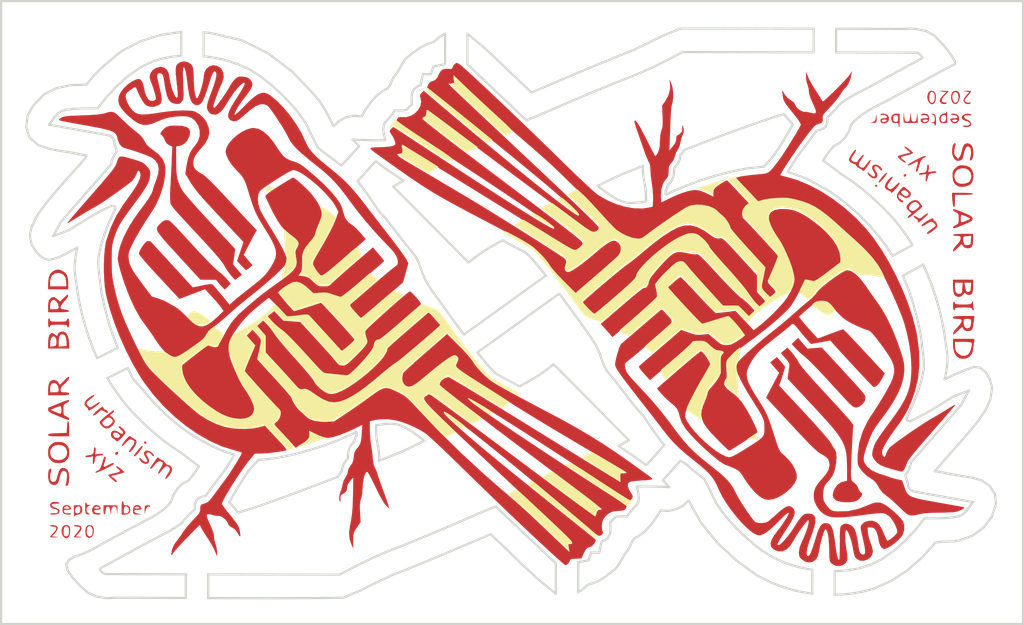
<source format=kicad_pcb>
(kicad_pcb (version 20171130) (host pcbnew "(5.0.0-3-g5ebb6b6)")
  (layers (0 F.Cu signal) (31 B.Cu signal) (34 B.Paste user) (35 F.Paste user) (36 B.SilkS user) (37 F.SilkS user) (38 B.Mask user) (39 F.Mask user) (44 Edge.Cuts user))
  (net 0 "")
  (module urbanism:screw_hole_04 (layer F.Cu) (at 187.76 103.18)
    (fp_text reference REF** hide)
    (fp_text value screw_hole_04 hide)
    (pad "" np_thru_hole circle (at 0 0) (size 0.5 0.5) (drill 0.5) (layers *.Cu *.Mask))
  )
  (module urbanism:screw_hole_04 (layer F.Cu) (at 186.85 103.15)
    (fp_text reference REF** hide)
    (fp_text value screw_hole_04 hide)
    (pad "" np_thru_hole circle (at 0 0) (size 0.5 0.5) (drill 0.5) (layers *.Cu *.Mask))
  )
  (module urbanism:screw_hole_04 (layer F.Cu) (at 194.45 75.79)
    (fp_text reference REF** hide)
    (fp_text value screw_hole_04 hide)
    (pad "" np_thru_hole circle (at 0 0) (size 0.5 0.5) (drill 0.5) (layers *.Cu *.Mask))
  )
  (module urbanism:screw_hole_04 (layer F.Cu) (at 194.05 74.99)
    (fp_text reference REF** hide)
    (fp_text value screw_hole_04 hide)
    (pad "" np_thru_hole circle (at 0 0) (size 0.5 0.5) (drill 0.5) (layers *.Cu *.Mask))
  )
  (module urbanism:screw_hole_04 (layer F.Cu) (at 187.92 56.26)
    (fp_text reference REF** hide)
    (fp_text value screw_hole_04 hide)
    (pad "" np_thru_hole circle (at 0 0) (size 0.5 0.5) (drill 0.5) (layers *.Cu *.Mask))
  )
  (module urbanism:screw_hole_04 (layer F.Cu) (at 187.03 56.23)
    (fp_text reference REF** hide)
    (fp_text value screw_hole_04 hide)
    (pad "" np_thru_hole circle (at 0 0) (size 0.5 0.5) (drill 0.5) (layers *.Cu *.Mask))
  )
  (module urbanism:screw_hole_04 (layer F.Cu) (at 154.94 56.87)
    (fp_text reference REF** hide)
    (fp_text value screw_hole_04 hide)
    (pad "" np_thru_hole circle (at 0 0) (size 0.5 0.5) (drill 0.5) (layers *.Cu *.Mask))
  )
  (module urbanism:screw_hole_04 (layer F.Cu) (at 153.99 56.89)
    (fp_text reference REF** hide)
    (fp_text value screw_hole_04 hide)
    (pad "" np_thru_hole circle (at 0 0) (size 0.5 0.5) (drill 0.5) (layers *.Cu *.Mask))
  )
  (module urbanism:screw_hole_04 (layer F.Cu) (at 131.43 56.54)
    (fp_text reference REF** hide)
    (fp_text value screw_hole_04 hide)
    (pad "" np_thru_hole circle (at 0 0) (size 0.5 0.5) (drill 0.5) (layers *.Cu *.Mask))
  )
  (module urbanism:screw_hole_04 (layer F.Cu) (at 130.53 56.51)
    (fp_text reference REF** hide)
    (fp_text value screw_hole_04 hide)
    (pad "" np_thru_hole circle (at 0 0) (size 0.5 0.5) (drill 0.5) (layers *.Cu *.Mask))
  )
  (module urbanism:screw_hole_04 (layer F.Cu) (at 124.71 84.3)
    (fp_text reference REF** hide)
    (fp_text value screw_hole_04 hide)
    (pad "" np_thru_hole circle (at 0 0) (size 0.5 0.5) (drill 0.5) (layers *.Cu *.Mask))
  )
  (module urbanism:screw_hole_04 (layer F.Cu) (at 124.34 83.47)
    (fp_text reference REF** hide)
    (fp_text value screw_hole_04 hide)
    (pad "" np_thru_hole circle (at 0 0) (size 0.5 0.5) (drill 0.5) (layers *.Cu *.Mask))
  )
  (module urbanism:screw_hole_04 (layer F.Cu) (at 131.81 103.47)
    (fp_text reference REF** hide)
    (fp_text value screw_hole_04 hide)
    (pad "" np_thru_hole circle (at 0 0) (size 0.5 0.5) (drill 0.5) (layers *.Cu *.Mask))
  )
  (module urbanism:screw_hole_04 (layer F.Cu) (at 130.92 103.45)
    (fp_text reference REF** hide)
    (fp_text value screw_hole_04 hide)
    (pad "" np_thru_hole circle (at 0 0) (size 0.5 0.5) (drill 0.5) (layers *.Cu *.Mask))
  )
  (module urbanism:screw_hole_04 (layer F.Cu) (at 164.86 102.72)
    (fp_text reference REF** hide)
    (fp_text value screw_hole_04 hide)
    (pad "" np_thru_hole circle (at 0 0) (size 0.5 0.5) (drill 0.5) (layers *.Cu *.Mask))
  )
  (module urbanism:screw_hole_04 (layer F.Cu) (at 163.96 102.72)
    (fp_text reference REF** hide)
    (fp_text value screw_hole_04 hide)
    (pad "" np_thru_hole circle (at 0 0) (size 0.5 0.5) (drill 0.5) (layers *.Cu *.Mask))
  )
  (module urbanism:screw_hole_04 (layer F.Cu) (at 172.81 94.12)
    (fp_text reference REF** hide)
    (fp_text value screw_hole_04 hide)
    (pad "" np_thru_hole circle (at 0 0) (size 0.5 0.5) (drill 0.5) (layers *.Cu *.Mask))
  )
  (module urbanism:screw_hole_04 (layer F.Cu) (at 172.15 93.53)
    (fp_text reference REF** hide)
    (fp_text value screw_hole_04 hide)
    (pad "" np_thru_hole circle (at 0 0) (size 0.5 0.5) (drill 0.5) (layers *.Cu *.Mask))
  )
  (module urbanism:screw_hole_04 (layer F.Cu) (at 173.96 92.77)
    (fp_text reference REF** hide)
    (fp_text value screw_hole_04 hide)
    (pad "" np_thru_hole circle (at 0 0) (size 0.5 0.5) (drill 0.5) (layers *.Cu *.Mask))
  )
  (module urbanism:screw_hole_04 (layer F.Cu) (at 173.34 92.18)
    (fp_text reference REF** hide)
    (fp_text value screw_hole_04 hide)
    (pad "" np_thru_hole circle (at 0 0) (size 0.5 0.5) (drill 0.5) (layers *.Cu *.Mask))
  )
  (module urbanism:screw_hole_04 (layer F.Cu) (at 146.78 65.98)
    (fp_text reference REF** hide)
    (fp_text value screw_hole_04 hide)
    (pad "" np_thru_hole circle (at 0 0) (size 0.5 0.5) (drill 0.5) (layers *.Cu *.Mask))
  )
  (module urbanism:screw_hole_04 (layer F.Cu) (at 146.13 65.41)
    (fp_text reference REF** hide)
    (fp_text value screw_hole_04 hide)
    (pad "" np_thru_hole circle (at 0 0) (size 0.5 0.5) (drill 0.5) (layers *.Cu *.Mask))
  )
  (module urbanism:screw_hole_04 (layer F.Cu) (at 145.45 67.4)
    (fp_text reference REF** hide)
    (fp_text value screw_hole_04 hide)
    (pad "" np_thru_hole circle (at 0 0) (size 0.5 0.5) (drill 0.5) (layers *.Cu *.Mask))
  )
  (module urbanism:screw_hole_04 (layer F.Cu) (at 144.83 66.74)
    (fp_text reference REF** hide)
    (fp_text value screw_hole_04 hide)
    (pad "" np_thru_hole circle (at 0 0) (size 0.5 0.5) (drill 0.5) (layers *.Cu *.Mask))
  )
  (module urbanism:screw_hole_04 (layer F.Cu) (at 163.18 77.76)
    (fp_text reference REF** hide)
    (fp_text value screw_hole_04 hide)
    (pad "" np_thru_hole circle (at 0 0) (size 0.5 0.5) (drill 0.5) (layers *.Cu *.Mask))
  )
  (module urbanism:screw_hole_04 (layer F.Cu) (at 162.61 77.04)
    (fp_text reference REF** hide)
    (fp_text value screw_hole_04 hide)
    (pad "" np_thru_hole circle (at 0 0) (size 0.5 0.5) (drill 0.5) (layers *.Cu *.Mask))
  )
  (module urbanism:screw_hole_04 (layer F.Cu) (at 156.33 82.69)
    (fp_text reference REF** hide)
    (fp_text value screw_hole_04 hide)
    (pad "" np_thru_hole circle (at 0 0) (size 0.5 0.5) (drill 0.5) (layers *.Cu *.Mask))
  )
  (module urbanism:screw_hole_04 (layer F.Cu) (at 155.81 82.01)
    (fp_text reference REF** hide)
    (fp_text value screw_hole_04 hide)
    (pad "" np_thru_hole circle (at 0 0) (size 0.5 0.5) (drill 0.5) (layers *.Cu *.Mask))
  )
  (module urbanism_logo:FCU-text (layer F.Cu) (at 159.51 79.79)
    (fp_text reference G*** hide)
    (fp_text value LOGO hide)
    (fp_poly (pts (xy 40.829048 -19.843645) (xy 40.974978 -19.823091) (xy 40.997987 -19.806136) (xy 40.945448 -19.717699) (xy 40.810829 -19.54926) (xy 40.699664 -19.422333) (xy 40.530543 -19.221909) (xy 40.422429 -19.068374) (xy 40.401342 -19.017573) (xy 40.47412 -18.879528) (xy 40.643984 -18.793861) (xy 40.834101 -18.796385) (xy 40.963633 -18.81592) (xy 40.961013 -18.760809) (xy 40.826442 -18.681177) (xy 40.625522 -18.676832) (xy 40.444222 -18.746523) (xy 40.418389 -18.768725) (xy 40.32183 -18.96973) (xy 40.386247 -19.211021) (xy 40.571812 -19.44667) (xy 40.729058 -19.610495) (xy 40.819183 -19.717138) (xy 40.827517 -19.73329) (xy 40.752346 -19.761015) (xy 40.565914 -19.791056) (xy 40.507886 -19.79764) (xy 40.334067 -19.817861) (xy 40.309129 -19.830287) (xy 40.441421 -19.839598) (xy 40.593121 -19.845403) (xy 40.829048 -19.843645)) (layer F.Cu) (width 0.01))
    (fp_poly (pts (xy 39.861525 -19.76822) (xy 39.872886 -19.757449) (xy 39.971761 -19.563387) (xy 39.987126 -19.306366) (xy 39.932478 -19.038742) (xy 39.821318 -18.812876) (xy 39.667142 -18.681123) (xy 39.591611 -18.666443) (xy 39.441864 -18.722331) (xy 39.341994 -18.800383) (xy 39.245027 -18.994662) (xy 39.210991 -19.272001) (xy 39.226525 -19.406174) (xy 39.304651 -19.406174) (xy 39.327577 -19.120748) (xy 39.378772 -18.964112) (xy 39.499459 -18.796354) (xy 39.648899 -18.780288) (xy 39.787759 -18.91132) (xy 39.83649 -19.017549) (xy 39.88017 -19.273602) (xy 39.843989 -19.50341) (xy 39.749834 -19.674907) (xy 39.619588 -19.756025) (xy 39.475136 -19.714697) (xy 39.408815 -19.644202) (xy 39.304651 -19.406174) (xy 39.226525 -19.406174) (xy 39.243817 -19.555527) (xy 39.296288 -19.694865) (xy 39.450013 -19.825874) (xy 39.665148 -19.853226) (xy 39.861525 -19.76822)) (layer F.Cu) (width 0.01))
    (fp_poly (pts (xy 38.78343 -19.843768) (xy 38.929357 -19.820352) (xy 38.952349 -19.801857) (xy 38.894737 -19.715326) (xy 38.74819 -19.56024) (xy 38.647586 -19.464831) (xy 38.44224 -19.227885) (xy 38.359623 -19.022557) (xy 38.400241 -18.874687) (xy 38.564602 -18.810115) (xy 38.634747 -18.810608) (xy 38.787625 -18.798354) (xy 38.821409 -18.746682) (xy 38.693761 -18.677454) (xy 38.497785 -18.677236) (xy 38.319411 -18.74248) (xy 38.287517 -18.768725) (xy 38.193593 -18.940766) (xy 38.243046 -19.141902) (xy 38.441518 -19.390849) (xy 38.489318 -19.438145) (xy 38.793401 -19.731879) (xy 38.142617 -19.835541) (xy 38.547483 -19.847636) (xy 38.78343 -19.843768)) (layer F.Cu) (width 0.01))
    (fp_poly (pts (xy 37.663782 -19.810391) (xy 37.792782 -19.648548) (xy 37.842575 -19.353466) (xy 37.844295 -19.263087) (xy 37.800943 -18.942224) (xy 37.686886 -18.733499) (xy 37.526125 -18.652317) (xy 37.34266 -18.714082) (xy 37.209867 -18.855878) (xy 37.102392 -19.107303) (xy 37.090178 -19.313184) (xy 37.263756 -19.313184) (xy 37.269924 -18.996313) (xy 37.337747 -18.833493) (xy 37.348991 -18.825155) (xy 37.497415 -18.758701) (xy 37.615007 -18.814173) (xy 37.656779 -18.85396) (xy 37.727181 -19.014249) (xy 37.755198 -19.260388) (xy 37.738222 -19.512464) (xy 37.683616 -19.676339) (xy 37.548662 -19.758938) (xy 37.450525 -19.760808) (xy 37.347275 -19.702993) (xy 37.289839 -19.552252) (xy 37.263756 -19.313184) (xy 37.090178 -19.313184) (xy 37.086119 -19.381602) (xy 37.149879 -19.630394) (xy 37.282506 -19.805297) (xy 37.441582 -19.859731) (xy 37.663782 -19.810391)) (layer F.Cu) (width 0.01))
    (fp_poly (pts (xy 39.722281 -17.742789) (xy 39.886733 -17.558434) (xy 39.924602 -17.305371) (xy 39.894307 -17.186337) (xy 39.755142 -17.017032) (xy 39.548502 -16.952053) (xy 39.340259 -16.99716) (xy 39.211053 -17.126611) (xy 39.182743 -17.188865) (xy 39.295401 -17.188865) (xy 39.353707 -17.100208) (xy 39.494063 -17.057505) (xy 39.669496 -17.094774) (xy 39.781579 -17.190062) (xy 39.783816 -17.196141) (xy 39.739419 -17.277256) (xy 39.556096 -17.302684) (xy 39.349526 -17.272972) (xy 39.295401 -17.188865) (xy 39.182743 -17.188865) (xy 39.139078 -17.284883) (xy 39.165523 -17.361622) (xy 39.318706 -17.386112) (xy 39.463758 -17.387919) (xy 39.677287 -17.404514) (xy 39.796023 -17.445968) (xy 39.804698 -17.462718) (xy 39.732088 -17.598299) (xy 39.56473 -17.693083) (xy 39.378978 -17.704281) (xy 39.242822 -17.699366) (xy 39.208054 -17.736839) (xy 39.282109 -17.791253) (xy 39.460333 -17.814093) (xy 39.461794 -17.814094) (xy 39.722281 -17.742789)) (layer F.Cu) (width 0.01))
    (fp_poly (pts (xy 38.842774 -17.898428) (xy 38.854193 -17.655008) (xy 38.855507 -17.597119) (xy 38.867114 -16.996587) (xy 38.567725 -16.976424) (xy 38.353416 -16.983375) (xy 38.237732 -17.06672) (xy 38.181903 -17.183595) (xy 38.165945 -17.349366) (xy 38.27047 -17.349366) (xy 38.27047 -17.349071) (xy 38.310245 -17.138212) (xy 38.44488 -17.059768) (xy 38.565285 -17.064693) (xy 38.700727 -17.138765) (xy 38.76245 -17.334614) (xy 38.766015 -17.367197) (xy 38.75159 -17.597412) (xy 38.658385 -17.696363) (xy 38.477383 -17.688733) (xy 38.330883 -17.557673) (xy 38.27047 -17.349366) (xy 38.165945 -17.349366) (xy 38.157285 -17.439321) (xy 38.256477 -17.660742) (xy 38.447697 -17.795529) (xy 38.564829 -17.814094) (xy 38.742403 -17.869552) (xy 38.806961 -18.005872) (xy 38.825985 -18.024183) (xy 38.842774 -17.898428)) (layer F.Cu) (width 0.01))
    (fp_poly (pts (xy 37.057751 -17.766083) (xy 37.145369 -17.711812) (xy 37.22413 -17.552428) (xy 37.247651 -17.387919) (xy 37.210441 -17.18006) (xy 37.145369 -17.064027) (xy 36.975856 -16.979199) (xy 36.764952 -16.968587) (xy 36.589238 -17.028124) (xy 36.532274 -17.096568) (xy 36.513895 -17.169171) (xy 36.651007 -17.169171) (xy 36.717397 -17.082758) (xy 36.868603 -17.059366) (xy 37.032679 -17.095039) (xy 37.13768 -17.185823) (xy 37.141637 -17.196141) (xy 37.097134 -17.277249) (xy 36.913814 -17.302684) (xy 36.711431 -17.269079) (xy 36.651007 -17.169171) (xy 36.513895 -17.169171) (xy 36.487923 -17.271765) (xy 36.548889 -17.359168) (xy 36.743161 -17.386972) (xy 36.821477 -17.387919) (xy 37.035005 -17.404514) (xy 37.153741 -17.445968) (xy 37.162416 -17.462718) (xy 37.088721 -17.603381) (xy 36.911059 -17.690984) (xy 36.694562 -17.694027) (xy 36.687589 -17.692343) (xy 36.533671 -17.674566) (xy 36.521043 -17.725443) (xy 36.649335 -17.796341) (xy 36.8555 -17.809293) (xy 37.057751 -17.766083)) (layer F.Cu) (width 0.01))
    (fp_poly (pts (xy 36.212031 -17.425089) (xy 36.224832 -16.993467) (xy 35.636362 -16.983637) (xy 35.33522 -16.985575) (xy 35.106203 -17.000039) (xy 34.997832 -17.023921) (xy 34.997101 -17.024599) (xy 34.969247 -17.133359) (xy 34.957596 -17.349496) (xy 34.959111 -17.466051) (xy 34.971912 -17.856711) (xy 35.023037 -17.473154) (xy 35.066152 -17.235041) (xy 35.13191 -17.122365) (xy 35.251192 -17.090289) (xy 35.287248 -17.089597) (xy 35.422024 -17.109794) (xy 35.495959 -17.200328) (xy 35.539646 -17.406117) (xy 35.548466 -17.473154) (xy 35.596596 -17.856711) (xy 35.633701 -17.473154) (xy 35.667349 -17.235415) (xy 35.726917 -17.122922) (xy 35.841879 -17.090491) (xy 35.883893 -17.089597) (xy 36.018907 -17.110077) (xy 36.093679 -17.201406) (xy 36.139091 -17.408419) (xy 36.148104 -17.473154) (xy 36.199229 -17.856711) (xy 36.212031 -17.425089)) (layer F.Cu) (width 0.01))
    (fp_poly (pts (xy 33.335777 -17.780871) (xy 33.504097 -17.705398) (xy 33.533845 -17.680153) (xy 33.653608 -17.463966) (xy 33.639916 -17.23732) (xy 33.513407 -17.052973) (xy 33.294719 -16.963684) (xy 33.252818 -16.961745) (xy 33.058722 -16.980222) (xy 32.957494 -17.018568) (xy 32.90868 -17.143908) (xy 32.904577 -17.188865) (xy 32.988019 -17.188865) (xy 33.046325 -17.100208) (xy 33.18668 -17.057505) (xy 33.362113 -17.094774) (xy 33.474197 -17.190062) (xy 33.476433 -17.196141) (xy 33.432036 -17.277256) (xy 33.248714 -17.302684) (xy 33.042143 -17.272972) (xy 32.988019 -17.188865) (xy 32.904577 -17.188865) (xy 32.900671 -17.231655) (xy 32.940543 -17.340816) (xy 33.087657 -17.384143) (xy 33.198993 -17.387919) (xy 33.420855 -17.416285) (xy 33.497029 -17.505849) (xy 33.497315 -17.514148) (xy 33.424875 -17.622878) (xy 33.258513 -17.699067) (xy 33.074668 -17.716295) (xy 32.99075 -17.689235) (xy 32.908772 -17.691531) (xy 32.900671 -17.723829) (xy 32.970278 -17.794486) (xy 33.136575 -17.812034) (xy 33.335777 -17.780871)) (layer F.Cu) (width 0.01))
    (fp_poly (pts (xy 32.536656 -17.646867) (xy 32.544671 -17.430537) (xy 32.548389 -17.178125) (xy 32.518709 -17.05068) (xy 32.428583 -17.002819) (xy 32.282549 -16.990728) (xy 32.005705 -16.977093) (xy 32.235472 -17.060214) (xy 32.389901 -17.14631) (xy 32.467395 -17.295996) (xy 32.497594 -17.500023) (xy 32.516947 -17.701704) (xy 32.528379 -17.752997) (xy 32.536656 -17.646867)) (layer F.Cu) (width 0.01))
    (fp_poly (pts (xy 37.588591 -17.791936) (xy 37.722236 -17.757598) (xy 37.79612 -17.656764) (xy 37.839022 -17.442839) (xy 37.84754 -17.37268) (xy 37.862735 -17.098877) (xy 37.847244 -16.876615) (xy 37.832222 -16.818653) (xy 37.783707 -16.71687) (xy 37.766777 -16.772855) (xy 37.765051 -16.806656) (xy 37.687362 -16.932962) (xy 37.567282 -16.986827) (xy 37.375503 -17.023765) (xy 37.567282 -17.035372) (xy 37.698205 -17.071907) (xy 37.751503 -17.193074) (xy 37.75906 -17.348048) (xy 37.728794 -17.579047) (xy 37.618621 -17.705321) (xy 37.567282 -17.730756) (xy 37.436679 -17.790093) (xy 37.465262 -17.802449) (xy 37.588591 -17.791936)) (layer F.Cu) (width 0.01))
    (fp_poly (pts (xy 40.997987 -17.730632) (xy 41.026941 -17.681979) (xy 40.902497 -17.664302) (xy 40.742282 -17.668011) (xy 40.502579 -17.668604) (xy 40.38899 -17.629782) (xy 40.358817 -17.535841) (xy 40.358725 -17.526957) (xy 40.439925 -17.377393) (xy 40.657047 -17.271252) (xy 40.869642 -17.149112) (xy 40.987343 -16.977751) (xy 40.990483 -16.803974) (xy 40.8989 -16.695676) (xy 40.719683 -16.63646) (xy 40.501425 -16.626616) (xy 40.32428 -16.664977) (xy 40.274283 -16.704757) (xy 40.302854 -16.754249) (xy 40.461031 -16.745061) (xy 40.677877 -16.738879) (xy 40.818628 -16.78036) (xy 40.903842 -16.902994) (xy 40.844516 -17.031651) (xy 40.662551 -17.135518) (xy 40.544229 -17.166388) (xy 40.331449 -17.238405) (xy 40.203089 -17.341001) (xy 40.196485 -17.354591) (xy 40.152903 -17.491303) (xy 40.185378 -17.581165) (xy 40.279578 -17.680153) (xy 40.488423 -17.787098) (xy 40.757738 -17.805906) (xy 40.997987 -17.730632)) (layer F.Cu) (width 0.01))
    (fp_poly (pts (xy 34.605369 -17.217449) (xy 34.599795 -16.92335) (xy 34.585126 -16.71025) (xy 34.564443 -16.621272) (xy 34.562752 -16.620805) (xy 34.529839 -16.693496) (xy 34.520134 -16.81913) (xy 34.496399 -16.955938) (xy 34.391063 -16.992737) (xy 34.266848 -16.980281) (xy 34.067961 -16.982054) (xy 33.949924 -17.091279) (xy 33.912227 -17.165513) (xy 33.852568 -17.447696) (xy 33.868185 -17.488264) (xy 34.023293 -17.488264) (xy 34.028648 -17.218127) (xy 34.136431 -17.077909) (xy 34.285357 -17.06231) (xy 34.418274 -17.113341) (xy 34.471253 -17.249282) (xy 34.477517 -17.387919) (xy 34.461596 -17.589662) (xy 34.389953 -17.672252) (xy 34.26443 -17.686241) (xy 34.089803 -17.64016) (xy 34.023293 -17.488264) (xy 33.868185 -17.488264) (xy 33.937279 -17.667739) (xy 34.147723 -17.794886) (xy 34.30522 -17.814094) (xy 34.605369 -17.814094) (xy 34.605369 -17.217449)) (layer F.Cu) (width 0.01))
    (fp_poly (pts (xy 39.611011 -15.122467) (xy 39.591314 -15.022651) (xy 39.541857 -14.843889) (xy 39.495824 -14.587454) (xy 39.486997 -14.521204) (xy 39.477675 -14.261664) (xy 39.54463 -14.083457) (xy 39.637962 -13.97479) (xy 39.832089 -13.780662) (xy 39.978724 -13.961748) (xy 40.082674 -14.158897) (xy 40.165625 -14.433415) (xy 40.183185 -14.528453) (xy 40.246019 -14.79254) (xy 40.335055 -14.997215) (xy 40.369883 -15.042941) (xy 40.593007 -15.162646) (xy 40.834764 -15.136749) (xy 41.038679 -14.972677) (xy 41.052056 -14.95321) (xy 41.144647 -14.727125) (xy 41.187627 -14.441837) (xy 41.184541 -14.143862) (xy 41.138937 -13.879718) (xy 41.054362 -13.695924) (xy 40.951735 -13.637584) (xy 40.876375 -13.672977) (xy 40.896578 -13.805617) (xy 40.914861 -13.85622) (xy 40.984449 -14.149933) (xy 40.992468 -14.455707) (xy 40.942219 -14.711164) (xy 40.86299 -14.836802) (xy 40.691503 -14.902073) (xy 40.540629 -14.804193) (xy 40.41682 -14.549889) (xy 40.354411 -14.306382) (xy 40.292936 -14.031877) (xy 40.234397 -13.822895) (xy 40.204713 -13.749448) (xy 40.052568 -13.641886) (xy 39.817489 -13.604724) (xy 39.696996 -13.618335) (xy 39.537422 -13.727917) (xy 39.398126 -13.949585) (xy 39.309501 -14.225254) (xy 39.293289 -14.389811) (xy 39.316864 -14.740933) (xy 39.380768 -15.007066) (xy 39.474765 -15.153838) (xy 39.526149 -15.171812) (xy 39.611011 -15.122467)) (layer F.Cu) (width 0.01))
    (fp_poly (pts (xy 35.129303 -14.850718) (xy 35.294867 -14.753292) (xy 35.491165 -14.61392) (xy 35.669784 -14.468169) (xy 35.782309 -14.351607) (xy 35.798658 -14.315374) (xy 35.759428 -14.264619) (xy 35.626123 -14.205615) (xy 35.375324 -14.130353) (xy 34.98361 -14.030824) (xy 34.925 -14.016623) (xy 34.746684 -13.956911) (xy 34.712326 -13.881211) (xy 34.82411 -13.76395) (xy 34.954749 -13.668229) (xy 35.10486 -13.541662) (xy 35.153503 -13.453716) (xy 35.144643 -13.441718) (xy 35.04246 -13.464535) (xy 34.862855 -13.572141) (xy 34.754119 -13.653736) (xy 34.533917 -13.844994) (xy 34.452317 -13.96797) (xy 34.504734 -14.046884) (xy 34.669295 -14.101858) (xy 34.909838 -14.16177) (xy 35.197828 -14.235833) (xy 35.244631 -14.248097) (xy 35.585571 -14.337756) (xy 35.292584 -14.582547) (xy 35.12632 -14.737274) (xy 35.043333 -14.846607) (xy 35.042887 -14.870627) (xy 35.129303 -14.850718)) (layer F.Cu) (width 0.01))
    (fp_poly (pts (xy 30.69599 -14.487711) (xy 30.595021 -14.297083) (xy 30.496548 -14.151953) (xy 30.338511 -13.911946) (xy 30.286683 -13.752476) (xy 30.316272 -13.649012) (xy 30.431297 -13.554898) (xy 30.602328 -13.491029) (xy 30.764288 -13.471951) (xy 30.852097 -13.512209) (xy 30.855034 -13.528598) (xy 30.904183 -13.638975) (xy 31.024107 -13.802283) (xy 31.173523 -13.972057) (xy 31.311145 -14.101833) (xy 31.39569 -14.145147) (xy 31.400328 -14.142308) (xy 31.38298 -14.052562) (xy 31.282773 -13.878175) (xy 31.197927 -13.758751) (xy 31.006796 -13.46056) (xy 30.953063 -13.24354) (xy 31.034557 -13.09098) (xy 31.105135 -13.043938) (xy 31.258508 -12.976217) (xy 31.377143 -12.984407) (xy 31.501388 -13.089815) (xy 31.671593 -13.313746) (xy 31.704779 -13.36057) (xy 31.860928 -13.559306) (xy 31.977825 -13.666693) (xy 32.024316 -13.665781) (xy 31.994688 -13.550623) (xy 31.888236 -13.353797) (xy 31.737775 -13.122894) (xy 31.576118 -12.905509) (xy 31.436079 -12.749235) (xy 31.358448 -12.7) (xy 31.282305 -12.755372) (xy 31.281208 -12.766548) (xy 31.210227 -12.83924) (xy 31.038118 -12.924772) (xy 31.025503 -12.929614) (xy 30.848176 -13.031985) (xy 30.769984 -13.14726) (xy 30.769799 -13.152148) (xy 30.696623 -13.261854) (xy 30.53588 -13.336874) (xy 30.23871 -13.457651) (xy 30.1 -13.632767) (xy 30.08792 -13.718252) (xy 30.129978 -13.857017) (xy 30.236436 -14.053944) (xy 30.377718 -14.267634) (xy 30.524246 -14.456689) (xy 30.646446 -14.579709) (xy 30.71463 -14.595477) (xy 30.69599 -14.487711)) (layer F.Cu) (width 0.01))
    (fp_poly (pts (xy 36.936484 -13.984897) (xy 36.813393 -13.892335) (xy 36.771571 -13.869472) (xy 36.616983 -13.764689) (xy 36.506408 -13.611889) (xy 36.411644 -13.363726) (xy 36.35724 -13.173853) (xy 36.271144 -12.893715) (xy 36.189907 -12.693123) (xy 36.130881 -12.614791) (xy 36.130132 -12.614765) (xy 36.0553 -12.675207) (xy 36.054362 -12.686453) (xy 36.077234 -12.8045) (xy 36.135336 -13.02335) (xy 36.173873 -13.155245) (xy 36.231089 -13.396249) (xy 36.23177 -13.533914) (xy 36.21036 -13.552349) (xy 36.093734 -13.512139) (xy 35.888867 -13.409649) (xy 35.757277 -13.33548) (xy 35.514306 -13.214979) (xy 35.363196 -13.186608) (xy 35.333798 -13.205047) (xy 35.382072 -13.274104) (xy 35.549035 -13.392026) (xy 35.797223 -13.539296) (xy 36.089173 -13.696396) (xy 36.38742 -13.843808) (xy 36.6545 -13.962015) (xy 36.85295 -14.031499) (xy 36.935497 -14.039491) (xy 36.936484 -13.984897)) (layer F.Cu) (width 0.01))
    (fp_poly (pts (xy 35.202013 -12.323546) (xy 35.133386 -12.206131) (xy 35.067058 -12.18859) (xy 34.967649 -12.238149) (xy 34.965842 -12.289807) (xy 35.05068 -12.402365) (xy 35.152814 -12.416676) (xy 35.202013 -12.323546)) (layer F.Cu) (width 0.01))
    (fp_poly (pts (xy 32.665027 -13.207431) (xy 32.878982 -13.077757) (xy 32.996069 -12.936714) (xy 33.054775 -12.772874) (xy 33.012368 -12.726835) (xy 32.895835 -12.803925) (xy 32.810444 -12.900075) (xy 32.616554 -13.079259) (xy 32.453772 -13.125773) (xy 32.355507 -13.059386) (xy 32.355165 -12.899867) (xy 32.464458 -12.695348) (xy 32.61405 -12.44184) (xy 32.627821 -12.251395) (xy 32.542685 -12.120402) (xy 32.389669 -12.02927) (xy 32.201948 -12.064035) (xy 32.09094 -12.121069) (xy 31.898989 -12.267676) (xy 31.777318 -12.428071) (xy 31.763918 -12.552039) (xy 31.764354 -12.552755) (xy 31.83784 -12.541219) (xy 31.961349 -12.422803) (xy 31.976069 -12.404533) (xy 32.16858 -12.228824) (xy 32.329106 -12.188602) (xy 32.423639 -12.262247) (xy 32.418176 -12.428141) (xy 32.314065 -12.619417) (xy 32.163879 -12.87685) (xy 32.153971 -13.069995) (xy 32.261332 -13.211345) (xy 32.437646 -13.259996) (xy 32.665027 -13.207431)) (layer F.Cu) (width 0.01))
    (fp_poly (pts (xy 37.222861 -13.124571) (xy 37.2066 -12.891459) (xy 37.150239 -12.59103) (xy 37.492123 -12.6457) (xy 37.73091 -12.662116) (xy 37.873817 -12.62859) (xy 37.886799 -12.61495) (xy 37.858465 -12.549499) (xy 37.742782 -12.528366) (xy 37.428422 -12.499384) (xy 37.240547 -12.399441) (xy 37.141098 -12.202122) (xy 37.118388 -12.095005) (xy 37.063646 -11.885011) (xy 36.996185 -11.769894) (xy 36.976962 -11.762416) (xy 36.931767 -11.838324) (xy 36.940092 -12.044157) (xy 36.948101 -12.096085) (xy 37.004474 -12.429754) (xy 36.644222 -12.381434) (xy 36.416199 -12.363442) (xy 36.334446 -12.393867) (xy 36.344667 -12.431322) (xy 36.464426 -12.498832) (xy 36.672738 -12.529376) (xy 36.688713 -12.52953) (xy 36.89958 -12.568519) (xy 37.020849 -12.704332) (xy 37.071387 -12.965237) (xy 37.076017 -13.109896) (xy 37.107907 -13.245302) (xy 37.170071 -13.249296) (xy 37.222861 -13.124571)) (layer F.Cu) (width 0.01))
    (fp_poly (pts (xy 33.492288 -12.52953) (xy 33.439494 -12.403849) (xy 33.299978 -12.200066) (xy 33.11528 -11.975503) (xy 32.927743 -11.781454) (xy 32.79186 -11.67342) (xy 32.735477 -11.673257) (xy 32.735229 -11.677181) (xy 32.788023 -11.802862) (xy 32.927539 -12.006645) (xy 33.112237 -12.231208) (xy 33.299774 -12.425257) (xy 33.435657 -12.533292) (xy 33.49204 -12.533454) (xy 33.492288 -12.52953)) (layer F.Cu) (width 0.01))
    (fp_poly (pts (xy 40.329144 -13.190895) (xy 40.616642 -13.135218) (xy 40.851096 -13.041499) (xy 40.913137 -12.997973) (xy 41.099514 -12.731892) (xy 41.189685 -12.394011) (xy 41.185121 -12.036935) (xy 41.087293 -11.713274) (xy 40.89767 -11.475633) (xy 40.870035 -11.456191) (xy 40.599603 -11.341443) (xy 40.270323 -11.283753) (xy 39.96519 -11.293584) (xy 39.847315 -11.327222) (xy 39.55879 -11.522382) (xy 39.392196 -11.814357) (xy 39.336023 -12.223854) (xy 39.335906 -12.247148) (xy 39.340537 -12.365499) (xy 39.499176 -12.365499) (xy 39.50511 -12.067786) (xy 39.616395 -11.796301) (xy 39.83198 -11.603613) (xy 39.832074 -11.603565) (xy 40.1002 -11.539842) (xy 40.420355 -11.559652) (xy 40.71195 -11.651737) (xy 40.848548 -11.745565) (xy 40.985057 -11.996572) (xy 41.015034 -12.239168) (xy 40.943535 -12.563906) (xy 40.750812 -12.799334) (xy 40.469525 -12.929489) (xy 40.132334 -12.93841) (xy 39.807563 -12.829334) (xy 39.599643 -12.636872) (xy 39.499176 -12.365499) (xy 39.340537 -12.365499) (xy 39.347069 -12.532382) (xy 39.39929 -12.718113) (xy 39.520673 -12.874815) (xy 39.625092 -12.972371) (xy 39.825513 -13.130716) (xy 40.005859 -13.197287) (xy 40.249406 -13.197931) (xy 40.329144 -13.190895)) (layer F.Cu) (width 0.01))
    (fp_poly (pts (xy 32.578655 -11.451089) (xy 32.59785 -11.428756) (xy 32.589344 -11.317318) (xy 32.567012 -11.298123) (xy 32.455573 -11.306629) (xy 32.436378 -11.328961) (xy 32.444884 -11.4404) (xy 32.467217 -11.459595) (xy 32.578655 -11.451089)) (layer F.Cu) (width 0.01))
    (fp_poly (pts (xy 33.977973 -12.162519) (xy 33.958603 -12.073732) (xy 33.849255 -11.908013) (xy 33.764363 -11.80493) (xy 33.560952 -11.516041) (xy 33.50814 -11.288094) (xy 33.606614 -11.127646) (xy 33.689094 -11.083604) (xy 33.821298 -11.05808) (xy 33.955296 -11.113716) (xy 34.136095 -11.273334) (xy 34.207906 -11.34669) (xy 34.442491 -11.567761) (xy 34.578676 -11.652651) (xy 34.608252 -11.609839) (xy 34.523009 -11.447802) (xy 34.342169 -11.208052) (xy 34.096933 -10.924245) (xy 33.937434 -10.775514) (xy 33.854916 -10.755052) (xy 33.838255 -10.816105) (xy 33.765804 -10.902012) (xy 33.62292 -10.960865) (xy 33.383842 -11.081704) (xy 33.294308 -11.278909) (xy 33.358516 -11.539768) (xy 33.404495 -11.62229) (xy 33.581396 -11.87131) (xy 33.759438 -12.062545) (xy 33.905802 -12.165078) (xy 33.977973 -12.162519)) (layer F.Cu) (width 0.01))
    (fp_poly (pts (xy 35.057855 -11.250009) (xy 35.069698 -11.236193) (xy 35.203552 -11.109304) (xy 35.393792 -10.970856) (xy 35.582177 -10.783248) (xy 35.61208 -10.580814) (xy 35.480937 -10.392148) (xy 35.447933 -10.367303) (xy 35.260508 -10.287251) (xy 35.058101 -10.32505) (xy 34.797609 -10.489355) (xy 34.782434 -10.500933) (xy 34.618901 -10.599193) (xy 34.525355 -10.574359) (xy 34.511368 -10.554943) (xy 34.494795 -10.388067) (xy 34.596182 -10.214907) (xy 34.775749 -10.100364) (xy 34.913546 -10.023842) (xy 34.946309 -9.966739) (xy 34.891477 -9.889784) (xy 34.756288 -9.916881) (xy 34.584702 -10.035445) (xy 34.534992 -10.08452) (xy 34.383934 -10.314493) (xy 34.376051 -10.550899) (xy 34.48907 -10.769949) (xy 34.742855 -10.769949) (xy 34.825462 -10.650829) (xy 34.911978 -10.577837) (xy 35.107725 -10.439377) (xy 35.232696 -10.411834) (xy 35.340398 -10.489447) (xy 35.37381 -10.528109) (xy 35.432238 -10.650587) (xy 35.365864 -10.783224) (xy 35.328419 -10.826431) (xy 35.117463 -10.972297) (xy 34.908 -10.969658) (xy 34.783067 -10.876159) (xy 34.742855 -10.769949) (xy 34.48907 -10.769949) (xy 34.51512 -10.820436) (xy 34.664832 -11.002724) (xy 34.856929 -11.199753) (xy 34.978013 -11.276459) (xy 35.057855 -11.250009)) (layer F.Cu) (width 0.01))
    (fp_poly (pts (xy 40.653917 -10.732188) (xy 40.963497 -10.71128) (xy 41.137831 -10.678854) (xy 41.168456 -10.654362) (xy 41.087692 -10.614158) (xy 40.862851 -10.585281) (xy 40.520111 -10.570486) (xy 40.358725 -10.569127) (xy 39.548993 -10.569127) (xy 39.548993 -10.0151) (xy 39.535014 -9.690669) (xy 39.49876 -9.510333) (xy 39.448762 -9.480802) (xy 39.393549 -9.60879) (xy 39.347492 -9.856527) (xy 39.313715 -10.156425) (xy 39.294771 -10.428401) (xy 39.293289 -10.495789) (xy 39.293289 -10.739597) (xy 40.230873 -10.739597) (xy 40.653917 -10.732188)) (layer F.Cu) (width 0.01))
    (fp_poly (pts (xy 36.213622 -10.050131) (xy 36.361842 -9.922763) (xy 36.500189 -9.735819) (xy 36.578213 -9.64002) (xy 36.624561 -9.534712) (xy 36.550263 -9.418185) (xy 36.463436 -9.341697) (xy 36.280858 -9.190106) (xy 36.029425 -8.979024) (xy 35.815374 -8.798048) (xy 35.591738 -8.62552) (xy 35.418983 -8.524115) (xy 35.33466 -8.515733) (xy 35.358199 -8.618764) (xy 35.486265 -8.750885) (xy 35.486452 -8.751026) (xy 35.689164 -8.903932) (xy 35.445589 -9.131465) (xy 35.269126 -9.31852) (xy 35.228265 -9.440616) (xy 35.430946 -9.440616) (xy 35.472852 -9.26804) (xy 35.65392 -9.143871) (xy 35.808887 -9.111704) (xy 35.975658 -9.178413) (xy 36.117737 -9.282226) (xy 36.291323 -9.44137) (xy 36.388088 -9.570155) (xy 36.3953 -9.597024) (xy 36.337652 -9.720039) (xy 36.230941 -9.839103) (xy 36.01385 -9.940454) (xy 35.779842 -9.877807) (xy 35.549939 -9.663683) (xy 35.430946 -9.440616) (xy 35.228265 -9.440616) (xy 35.219016 -9.468252) (xy 35.295162 -9.635172) (xy 35.44438 -9.814874) (xy 35.696687 -10.012693) (xy 35.968118 -10.092878) (xy 36.213622 -10.050131)) (layer F.Cu) (width 0.01))
    (fp_poly (pts (xy 37.14397 -8.910268) (xy 37.116327 -8.827789) (xy 36.985158 -8.671238) (xy 36.778862 -8.474506) (xy 36.778859 -8.474504) (xy 36.486515 -8.232129) (xy 36.30562 -8.115922) (xy 36.234112 -8.12487) (xy 36.251585 -8.21456) (xy 36.217658 -8.335999) (xy 36.090234 -8.42582) (xy 35.936567 -8.52495) (xy 35.883893 -8.606897) (xy 35.933566 -8.686332) (xy 36.083271 -8.629019) (xy 36.177197 -8.563396) (xy 36.31958 -8.469706) (xy 36.436599 -8.45712) (xy 36.579521 -8.537732) (xy 36.778756 -8.705303) (xy 36.967849 -8.849427) (xy 37.106827 -8.915749) (xy 37.14397 -8.910268)) (layer F.Cu) (width 0.01))
    (fp_poly (pts (xy 39.530245 -9.269341) (xy 39.751662 -9.199191) (xy 40.09835 -9.063243) (xy 40.252181 -8.999488) (xy 40.639092 -8.833441) (xy 40.893225 -8.710303) (xy 41.041265 -8.612716) (xy 41.109893 -8.523318) (xy 41.125839 -8.43108) (xy 41.107827 -8.33372) (xy 41.035917 -8.245112) (xy 40.883299 -8.148005) (xy 40.623161 -8.025146) (xy 40.252181 -7.868933) (xy 39.857965 -7.711804) (xy 39.596322 -7.621163) (xy 39.445402 -7.591295) (xy 39.383354 -7.616489) (xy 39.378524 -7.640506) (xy 39.450497 -7.758332) (xy 39.624659 -7.863998) (xy 39.634228 -7.867701) (xy 39.78073 -7.935265) (xy 39.856975 -8.029012) (xy 39.885757 -8.199804) (xy 39.889933 -8.438255) (xy 40.060403 -8.438255) (xy 40.073958 -8.224692) (xy 40.107819 -8.10597) (xy 40.121479 -8.097315) (xy 40.231711 -8.125413) (xy 40.43935 -8.196388) (xy 40.547654 -8.236747) (xy 40.764895 -8.331979) (xy 40.895618 -8.412956) (xy 40.912752 -8.438255) (xy 40.841878 -8.496867) (xy 40.668302 -8.585491) (xy 40.45059 -8.678891) (xy 40.247309 -8.751832) (xy 40.121479 -8.779194) (xy 40.083221 -8.703525) (xy 40.061953 -8.51451) (xy 40.060403 -8.438255) (xy 39.889933 -8.438255) (xy 39.883317 -8.712343) (xy 39.848272 -8.866917) (xy 39.762003 -8.952838) (xy 39.634228 -9.008809) (xy 39.456845 -9.112281) (xy 39.378703 -9.230144) (xy 39.378524 -9.235089) (xy 39.412925 -9.279403) (xy 39.530245 -9.269341)) (layer F.Cu) (width 0.01))
    (fp_poly (pts (xy 37.603403 -8.471718) (xy 37.638732 -8.372448) (xy 37.627568 -8.34713) (xy 37.63897 -8.272861) (xy 37.66683 -8.267785) (xy 37.790536 -8.195864) (xy 37.904643 -8.028151) (xy 37.969872 -7.836718) (xy 37.963826 -7.722807) (xy 37.864989 -7.594341) (xy 37.673398 -7.424521) (xy 37.541669 -7.32724) (xy 37.311506 -7.171339) (xy 37.180692 -7.096545) (xy 37.108602 -7.086665) (xy 37.054608 -7.125508) (xy 37.049141 -7.130948) (xy 37.083337 -7.203574) (xy 37.228959 -7.335852) (xy 37.418492 -7.474152) (xy 37.644382 -7.636973) (xy 37.798776 -7.768722) (xy 37.844295 -7.830665) (xy 37.779871 -7.948914) (xy 37.634065 -8.082967) (xy 37.478078 -8.172612) (xy 37.428196 -8.18255) (xy 37.298123 -8.137599) (xy 37.095023 -8.024638) (xy 37.010256 -7.969463) (xy 36.760865 -7.813174) (xy 36.620084 -7.762166) (xy 36.567525 -7.810272) (xy 36.565772 -7.835041) (xy 36.633529 -7.92169) (xy 36.805494 -8.054724) (xy 37.03471 -8.20533) (xy 37.274219 -8.344694) (xy 37.477062 -8.444005) (xy 37.596283 -8.47445) (xy 37.603403 -8.471718)) (layer F.Cu) (width 0.01))
    (fp_poly (pts (xy 41.168456 -6.600101) (xy 41.147671 -6.213029) (xy 41.075457 -5.966979) (xy 40.937027 -5.836486) (xy 40.717595 -5.796088) (xy 40.701499 -5.795973) (xy 40.429692 -5.849873) (xy 40.278829 -5.984686) (xy 40.146649 -6.173399) (xy 39.762586 -5.796469) (xy 39.553005 -5.599494) (xy 39.434853 -5.516506) (xy 39.38511 -5.535158) (xy 39.378524 -5.590458) (xy 39.436731 -5.74252) (xy 39.586336 -5.950654) (xy 39.719463 -6.094295) (xy 39.958396 -6.371971) (xy 40.056198 -6.60772) (xy 40.060403 -6.66562) (xy 40.058906 -6.680685) (xy 40.283304 -6.680685) (xy 40.286207 -6.58302) (xy 40.31724 -6.283829) (xy 40.392149 -6.121645) (xy 40.535523 -6.0641) (xy 40.67777 -6.067542) (xy 40.845348 -6.094688) (xy 40.93099 -6.165678) (xy 40.967965 -6.328345) (xy 40.981558 -6.5043) (xy 41.007747 -6.914305) (xy 40.640618 -6.887857) (xy 40.411955 -6.86319) (xy 40.308033 -6.807192) (xy 40.283304 -6.680685) (xy 40.058906 -6.680685) (xy 40.045184 -6.818691) (xy 39.96713 -6.886743) (xy 39.777645 -6.903758) (xy 39.719463 -6.904027) (xy 39.505966 -6.922931) (xy 39.387217 -6.970155) (xy 39.378524 -6.989262) (xy 39.459804 -7.028276) (xy 39.688244 -7.056659) (xy 40.040743 -7.072209) (xy 40.27349 -7.074496) (xy 41.168456 -7.074496) (xy 41.168456 -6.600101)) (layer F.Cu) (width 0.01))
    (fp_poly (pts (xy -29.472961 -16.719179) (xy -29.088465 -16.626849) (xy -28.849607 -16.465827) (xy -28.748879 -16.230269) (xy -28.778774 -15.914336) (xy -28.808617 -15.813435) (xy -29.011661 -15.397227) (xy -29.296355 -15.103192) (xy -29.641599 -14.952549) (xy -29.66952 -14.947595) (xy -30.002685 -14.89432) (xy -30.002685 -13.64216) (xy -29.992631 -12.988671) (xy -29.957127 -12.465246) (xy -29.888151 -12.032373) (xy -29.777687 -11.650541) (xy -29.617714 -11.280237) (xy -29.465525 -10.995302) (xy -29.336967 -10.810501) (xy -29.101516 -10.516521) (xy -28.77081 -10.126699) (xy -28.356487 -9.654374) (xy -27.870183 -9.112883) (xy -27.323536 -8.515564) (xy -26.960374 -8.124068) (xy -24.720747 -5.721626) (xy -24.914317 -4.352854) (xy -24.519139 -3.890294) (xy -24.123961 -3.427733) (xy -24.415354 -3.205477) (xy -24.599199 -3.069587) (xy -24.716495 -2.99102) (xy -24.733742 -2.983263) (xy -24.798737 -3.04255) (xy -24.941654 -3.197197) (xy -25.112742 -3.392055) (xy -25.355346 -3.707979) (xy -25.590562 -4.068614) (xy -25.699726 -4.264515) (xy -25.860395 -4.515837) (xy -26.146265 -4.88274) (xy -26.55735 -5.365239) (xy -27.093662 -5.96335) (xy -27.607489 -6.519314) (xy -28.254403 -7.212459) (xy -28.794585 -7.792792) (xy -29.238005 -8.271761) (xy -29.594634 -8.660812) (xy -29.874445 -8.971391) (xy -30.087408 -9.214946) (xy -30.243495 -9.402923) (xy -30.352676 -9.546769) (xy -30.424924 -9.657931) (xy -30.470209 -9.747855) (xy -30.498503 -9.827989) (xy -30.502769 -9.843008) (xy -30.529328 -10.048308) (xy -30.538579 -10.382837) (xy -30.530269 -10.806206) (xy -30.511127 -11.176838) (xy -30.481321 -11.669565) (xy -30.449021 -12.262871) (xy -30.417842 -12.886975) (xy -30.391399 -13.472097) (xy -30.388058 -13.552349) (xy -30.333794 -14.87349) (xy -30.615722 -15.001342) (xy -30.84509 -15.160803) (xy -30.996745 -15.420069) (xy -31.020966 -15.485901) (xy -31.13047 -15.721267) (xy -31.257305 -15.8841) (xy -31.299058 -15.912076) (xy -31.391042 -15.967789) (xy -31.392991 -16.047047) (xy -31.299332 -16.199992) (xy -31.260978 -16.254694) (xy -31.058791 -16.491589) (xy -30.8274 -16.641359) (xy -30.52341 -16.721146) (xy -30.103425 -16.748095) (xy -30.010604 -16.748658) (xy -29.472961 -16.719179)) (layer F.Cu) (width 0.01))
    (fp_poly (pts (xy -30.72201 -8.296204) (xy -30.658105 -8.279322) (xy -30.580698 -8.236166) (xy -30.478129 -8.155477) (xy -30.338736 -8.025991) (xy -30.150856 -7.836449) (xy -29.902827 -7.575588) (xy -29.582989 -7.232147) (xy -29.179679 -6.794864) (xy -28.681235 -6.252479) (xy -28.222713 -5.753356) (xy -27.784669 -5.282687) (xy -27.360257 -4.837745) (xy -26.969949 -4.43915) (xy -26.634211 -4.107522) (xy -26.373515 -3.863483) (xy -26.219846 -3.735692) (xy -25.911907 -3.485955) (xy -25.602606 -3.190331) (xy -25.45423 -3.02598) (xy -25.124903 -2.629233) (xy -25.363633 -2.380053) (xy -25.526586 -2.223093) (xy -25.640734 -2.136687) (xy -25.658309 -2.130872) (xy -25.737748 -2.191165) (xy -25.890841 -2.348809) (xy -26.07361 -2.557047) (xy -26.432966 -2.983221) (xy -27.13108 -2.986558) (xy -27.829195 -2.989895) (xy -29.320805 -4.613666) (xy -29.935737 -5.282821) (xy -30.444287 -5.838395) (xy -30.854448 -6.293211) (xy -31.174213 -6.660094) (xy -31.411577 -6.951868) (xy -31.574531 -7.181356) (xy -31.67107 -7.361382) (xy -31.709186 -7.504771) (xy -31.696873 -7.624346) (xy -31.642124 -7.732932) (xy -31.552932 -7.843351) (xy -31.437291 -7.96843) (xy -31.422119 -7.98492) (xy -31.1942 -8.194578) (xy -30.984061 -8.285202) (xy -30.855966 -8.296197) (xy -30.784077 -8.298076) (xy -30.72201 -8.296204)) (layer F.Cu) (width 0.01))
    (fp_poly (pts (xy -40.356922 -3.860022) (xy -40.167112 -3.778422) (xy -39.904286 -3.60566) (xy -39.739782 -3.374186) (xy -39.656114 -3.047333) (xy -39.635485 -2.66359) (xy -39.634228 -2.130872) (xy -41.424161 -2.130872) (xy -41.423842 -2.66359) (xy -41.413879 -2.765381) (xy -41.253691 -2.765381) (xy -41.253691 -2.386577) (xy -39.804698 -2.386577) (xy -39.804698 -2.765381) (xy -39.865915 -3.154226) (xy -40.043042 -3.427609) (xy -40.32629 -3.574295) (xy -40.529195 -3.596913) (xy -40.867988 -3.526651) (xy -41.106181 -3.323357) (xy -41.233985 -2.998262) (xy -41.253691 -2.765381) (xy -41.413879 -2.765381) (xy -41.375811 -3.154285) (xy -41.228531 -3.513111) (xy -40.976216 -3.750763) (xy -40.790989 -3.833561) (xy -40.557614 -3.888218) (xy -40.356922 -3.860022)) (layer F.Cu) (width 0.01))
    (fp_poly (pts (xy 41.168456 -2.403624) (xy 41.153505 -2.072558) (xy 41.113288 -1.826973) (xy 41.066175 -1.721745) (xy 40.884076 -1.631703) (xy 40.673012 -1.638257) (xy 40.516036 -1.736634) (xy 40.504994 -1.753997) (xy 40.43884 -1.826911) (xy 40.359924 -1.77378) (xy 40.285706 -1.668762) (xy 40.085692 -1.49188) (xy 39.841113 -1.446828) (xy 39.609375 -1.535855) (xy 39.511209 -1.638428) (xy 39.417918 -1.891425) (xy 39.379587 -2.305313) (xy 39.378524 -2.405542) (xy 39.378524 -2.727517) (xy 39.548993 -2.727517) (xy 39.548993 -2.318389) (xy 39.582066 -1.980265) (xy 39.68865 -1.785278) (xy 39.879796 -1.717951) (xy 39.974569 -1.722343) (xy 40.096244 -1.751246) (xy 40.164005 -1.830268) (xy 40.197783 -2.002316) (xy 40.213817 -2.237416) (xy 40.23938 -2.727517) (xy 40.393618 -2.727517) (xy 40.446738 -2.407886) (xy 40.502315 -2.112542) (xy 40.559036 -1.951279) (xy 40.638413 -1.888929) (xy 40.761958 -1.890321) (xy 40.76321 -1.890498) (xy 40.883293 -1.93238) (xy 40.94708 -2.044642) (xy 40.977992 -2.273681) (xy 40.981348 -2.322651) (xy 41.007327 -2.727517) (xy 40.393618 -2.727517) (xy 40.23938 -2.727517) (xy 39.548993 -2.727517) (xy 39.378524 -2.727517) (xy 39.378524 -2.983221) (xy 41.168456 -2.983221) (xy 41.168456 -2.403624)) (layer F.Cu) (width 0.01))
    (fp_poly (pts (xy -4.846113 -22.318743) (xy -4.727426 -22.249761) (xy -4.558594 -22.120355) (xy -4.323116 -21.918392) (xy -4.004489 -21.631741) (xy -3.586211 -21.248269) (xy -3.307058 -20.9911) (xy -2.454884 -20.199762) (xy -1.500551 -19.302839) (xy -0.461079 -18.316638) (xy 0.646514 -17.257462) (xy 1.80521 -16.141617) (xy 2.997989 -14.985405) (xy 4.207832 -13.805133) (xy 4.81436 -13.210553) (xy 5.362424 -12.676439) (xy 5.8918 -12.168149) (xy 6.385872 -11.701086) (xy 6.828024 -11.290649) (xy 7.201644 -10.95224) (xy 7.490114 -10.701258) (xy 7.676822 -10.553106) (xy 7.693858 -10.541471) (xy 8.478373 -10.088831) (xy 9.29792 -9.734899) (xy 10.122465 -9.487421) (xy 10.921974 -9.354148) (xy 11.666412 -9.342828) (xy 12.103356 -9.403857) (xy 12.572148 -9.503691) (xy 12.597888 -10.142953) (xy 12.594164 -10.539878) (xy 12.561036 -11.0134) (xy 12.505273 -11.473529) (xy 12.491344 -11.559886) (xy 12.429864 -11.978294) (xy 12.383589 -12.401733) (xy 12.360365 -12.754781) (xy 12.35906 -12.831698) (xy 12.335754 -13.176983) (xy 12.271084 -13.410723) (xy 12.238528 -13.460402) (xy 12.164452 -13.590947) (xy 12.05236 -13.846292) (xy 11.917578 -14.189329) (xy 11.778127 -14.575168) (xy 11.609448 -15.060032) (xy 11.426258 -15.584011) (xy 11.254788 -16.072186) (xy 11.159148 -16.342982) (xy 11.045738 -16.683276) (xy 10.9664 -16.961706) (xy 10.931018 -17.141007) (xy 10.935538 -17.186097) (xy 11.013348 -17.187474) (xy 11.133418 -17.06947) (xy 11.300857 -16.824041) (xy 11.520779 -16.44314) (xy 11.798294 -15.918722) (xy 12.024739 -15.471575) (xy 12.248322 -15.028098) (xy 12.449245 -14.63681) (xy 12.61388 -14.323672) (xy 12.728602 -14.11465) (xy 12.777372 -14.037527) (xy 12.851205 -14.064237) (xy 12.960962 -14.211382) (xy 13.030256 -14.34001) (xy 13.141474 -14.6359) (xy 13.197901 -14.97828) (xy 13.211409 -15.358783) (xy 13.23725 -15.834291) (xy 13.309702 -16.218005) (xy 13.349856 -16.333383) (xy 13.414035 -16.528449) (xy 13.449756 -16.762403) (xy 13.460076 -17.076418) (xy 13.448053 -17.511669) (xy 13.443991 -17.601007) (xy 13.399681 -18.53859) (xy 13.680342 -18.922147) (xy 13.98082 -19.460961) (xy 14.116664 -20.026339) (xy 14.111082 -20.439688) (xy 14.064111 -20.839933) (xy 14.205932 -20.541611) (xy 14.319743 -20.180008) (xy 14.380879 -19.726322) (xy 14.385003 -19.251941) (xy 14.32778 -18.828255) (xy 14.313378 -18.772562) (xy 14.275245 -18.630342) (xy 14.244551 -18.491563) (xy 14.219539 -18.333321) (xy 14.198452 -18.132711) (xy 14.179534 -17.866829) (xy 14.161027 -17.512769) (xy 14.141174 -17.047627) (xy 14.118219 -16.448497) (xy 14.102555 -16.024161) (xy 14.047822 -14.53255) (xy 14.350565 -14.87349) (xy 14.554112 -15.143224) (xy 14.6444 -15.387432) (xy 14.656855 -15.53406) (xy 14.680135 -15.739586) (xy 14.73341 -15.848465) (xy 14.749512 -15.853691) (xy 14.86534 -15.909121) (xy 15.02894 -16.044322) (xy 15.046704 -16.061774) (xy 15.19278 -16.257009) (xy 15.217314 -16.472058) (xy 15.206123 -16.551875) (xy 15.18512 -16.725126) (xy 15.212308 -16.749378) (xy 15.248566 -16.70604) (xy 15.331313 -16.462323) (xy 15.315734 -16.149366) (xy 15.213 -15.850927) (xy 15.11976 -15.606023) (xy 15.044757 -15.299744) (xy 15.029761 -15.207263) (xy 14.954777 -14.911652) (xy 14.83273 -14.649868) (xy 14.788498 -14.587841) (xy 14.648243 -14.347508) (xy 14.554288 -14.060147) (xy 14.548637 -14.02837) (xy 14.420237 -13.674773) (xy 14.237302 -13.427668) (xy 14.082859 -13.244323) (xy 14.005421 -13.061622) (xy 13.979863 -12.807433) (xy 13.978524 -12.684747) (xy 13.965051 -12.385396) (xy 13.909134 -12.185859) (xy 13.787519 -12.016566) (xy 13.737739 -11.964308) (xy 13.492275 -11.601558) (xy 13.339919 -11.120136) (xy 13.28928 -10.549428) (xy 13.291557 -10.441488) (xy 13.305145 -10.167012) (xy 13.321307 -9.972355) (xy 13.333891 -9.906825) (xy 13.41473 -9.932352) (xy 13.610961 -10.020523) (xy 13.886939 -10.154941) (xy 14.023978 -10.224271) (xy 14.600974 -10.494999) (xy 15.173494 -10.719422) (xy 15.703027 -10.88487) (xy 16.151062 -10.978674) (xy 16.367796 -10.995302) (xy 16.741177 -10.942597) (xy 17.197453 -10.779068) (xy 17.369015 -10.700308) (xy 17.984564 -10.405315) (xy 17.984564 -10.735349) (xy 18.016837 -10.993383) (xy 18.141809 -11.188902) (xy 18.25165 -11.290121) (xy 18.440174 -11.429705) (xy 18.682451 -11.58523) (xy 18.926751 -11.726385) (xy 19.121346 -11.822855) (xy 19.203074 -11.847651) (xy 19.269054 -11.788694) (xy 19.431064 -11.625638) (xy 19.669032 -11.379204) (xy 19.962886 -11.070112) (xy 20.186147 -10.832832) (xy 21.137208 -9.818014) (xy 20.83941 -9.520215) (xy 20.645434 -9.294708) (xy 20.558343 -9.085404) (xy 20.541611 -8.877188) (xy 20.56641 -8.642652) (xy 20.62814 -8.484855) (xy 20.650201 -8.463799) (xy 20.736137 -8.384092) (xy 20.916921 -8.199247) (xy 21.172952 -7.930462) (xy 21.484626 -7.598934) (xy 21.83234 -7.225863) (xy 22.196493 -6.832445) (xy 22.55748 -6.439879) (xy 22.895699 -6.069363) (xy 23.191548 -5.742094) (xy 23.425423 -5.479272) (xy 23.577722 -5.302092) (xy 23.60354 -5.270128) (xy 23.782097 -5.042605) (xy 23.312525 -3.953764) (xy 23.141973 -3.551834) (xy 22.999085 -3.202796) (xy 22.896274 -2.937924) (xy 22.845956 -2.788492) (xy 22.842953 -2.7709) (xy 22.899805 -2.663561) (xy 23.046261 -2.486402) (xy 23.183893 -2.34396) (xy 23.371833 -2.144662) (xy 23.495662 -1.9831) (xy 23.524832 -1.916434) (xy 23.467974 -1.800845) (xy 23.327189 -1.633883) (xy 23.28611 -1.593116) (xy 23.047388 -1.364405) (xy 22.748793 -1.683713) (xy 22.51911 -1.93211) (xy 22.378452 -2.115639) (xy 22.314539 -2.284579) (xy 22.315094 -2.489209) (xy 22.367837 -2.77981) (xy 22.421279 -3.024831) (xy 22.495268 -3.378311) (xy 22.552269 -3.679) (xy 22.583716 -3.880402) (xy 22.587248 -3.925528) (xy 22.531612 -4.023888) (xy 22.374811 -4.228913) (xy 22.132007 -4.522655) (xy 21.818362 -4.887168) (xy 21.449036 -5.304504) (xy 21.05302 -5.741626) (xy 20.644605 -6.191706) (xy 20.277115 -6.604782) (xy 19.965672 -6.963198) (xy 19.725397 -7.249298) (xy 19.571411 -7.445425) (xy 19.518792 -7.533091) (xy 19.465933 -7.725006) (xy 19.330552 -7.98652) (xy 19.147442 -8.263553) (xy 18.951397 -8.502024) (xy 18.818189 -8.622057) (xy 18.587252 -8.808873) (xy 18.343026 -9.038221) (xy 18.292187 -9.091087) (xy 17.962661 -9.333448) (xy 17.522017 -9.504593) (xy 17.016022 -9.599993) (xy 16.490443 -9.615117) (xy 15.991047 -9.545434) (xy 15.563602 -9.386415) (xy 15.525735 -9.364929) (xy 15.15938 -9.138511) (xy 14.69487 -8.836245) (xy 14.170553 -8.484398) (xy 13.624776 -8.109233) (xy 13.095887 -7.737014) (xy 12.622234 -7.394008) (xy 12.349664 -7.189624) (xy 11.937027 -6.885192) (xy 11.61138 -6.685735) (xy 11.331538 -6.583841) (xy 11.056313 -6.572099) (xy 10.744517 -6.6431) (xy 10.354964 -6.789432) (xy 10.285395 -6.818205) (xy 9.930169 -6.985771) (xy 9.592845 -7.19209) (xy 9.249487 -7.45738) (xy 8.876158 -7.80186) (xy 8.448922 -8.245747) (xy 7.988721 -8.758112) (xy 7.668271 -9.110846) (xy 7.24645 -9.557224) (xy 6.746211 -10.074258) (xy 6.190505 -10.638956) (xy 5.602285 -11.228327) (xy 5.004502 -11.819383) (xy 4.420108 -12.389131) (xy 3.872056 -12.914582) (xy 3.383297 -13.372746) (xy 3.364359 -13.39022) (xy 3.107925 -13.622409) (xy 2.748534 -13.941843) (xy 2.312891 -14.325097) (xy 1.827702 -14.748748) (xy 1.319674 -15.189373) (xy 0.935164 -15.520815) (xy 0.241626 -16.11828) (xy -0.351057 -16.632795) (xy -0.872451 -17.091187) (xy -1.352121 -17.520282) (xy -1.819632 -17.946907) (xy -2.304549 -18.397888) (xy -2.836437 -18.900052) (xy -3.444862 -19.480224) (xy -3.740117 -19.762988) (xy -4.214477 -20.216371) (xy -4.579992 -20.561398) (xy -4.849917 -20.808679) (xy -5.037501 -20.968823) (xy -5.155999 -21.052439) (xy -5.218661 -21.070137) (xy -5.238739 -21.032525) (xy -5.230637 -20.956276) (xy -5.191126 -20.736369) (xy -5.167612 -20.590043) (xy -5.166881 -20.584228) (xy -5.233789 -20.526168) (xy -5.410271 -20.499704) (xy -5.429077 -20.499539) (xy -5.701442 -20.500085) (xy -5.514312 -20.29848) (xy -5.427576 -20.213483) (xy -5.224954 -20.01978) (xy -4.91487 -19.725315) (xy -4.505747 -19.338032) (xy -4.006008 -18.865876) (xy -3.424077 -18.31679) (xy -2.768377 -17.698718) (xy -2.047331 -17.019606) (xy -1.269363 -16.287396) (xy -0.442895 -15.510032) (xy 0.423648 -14.69546) (xy 1.214597 -13.952354) (xy 2.353797 -12.881222) (xy 3.37165 -11.921768) (xy 4.272151 -11.070129) (xy 5.059295 -10.322441) (xy 5.737075 -9.674841) (xy 6.309486 -9.123466) (xy 6.780522 -8.664452) (xy 7.154177 -8.293936) (xy 7.434445 -8.008055) (xy 7.62532 -7.802945) (xy 7.730797 -7.674743) (xy 7.756376 -7.624845) (xy 7.681047 -7.401464) (xy 7.494501 -7.22794) (xy 7.260459 -7.159731) (xy 7.164089 -7.210473) (xy 6.937941 -7.359738) (xy 6.5881 -7.603084) (xy 6.12065 -7.936072) (xy 5.541677 -8.354262) (xy 4.857264 -8.853211) (xy 4.073495 -9.42848) (xy 3.196456 -10.075628) (xy 2.232231 -10.790214) (xy 1.186904 -11.567798) (xy 0.06656 -12.403938) (xy -0.276118 -12.660191) (xy -7.628523 -18.16065) (xy -7.656796 -17.88117) (xy -7.727647 -17.581948) (xy -7.876093 -17.417374) (xy -8.016661 -17.371728) (xy -7.981679 -17.318303) (xy -7.814102 -17.167882) (xy -7.513415 -16.920069) (xy -7.079105 -16.574464) (xy -6.510657 -16.130671) (xy -5.807558 -15.588292) (xy -4.969293 -14.94693) (xy -3.995349 -14.206186) (xy -2.88521 -13.365665) (xy -1.638364 -12.424967) (xy -0.935975 -11.896209) (xy 0.224917 -11.022532) (xy 1.256712 -10.245117) (xy 2.166837 -9.558142) (xy 2.962723 -8.955785) (xy 3.651796 -8.432225) (xy 4.241486 -7.981642) (xy 4.73922 -7.598214) (xy 5.152427 -7.27612) (xy 5.488536 -7.009539) (xy 5.754974 -6.792649) (xy 5.95917 -6.619629) (xy 6.108553 -6.484659) (xy 6.21055 -6.381916) (xy 6.27259 -6.305581) (xy 6.302101 -6.249831) (xy 6.307383 -6.219989) (xy 6.2263 -5.950182) (xy 5.98337 -5.732959) (xy 5.763943 -5.629528) (xy 5.727235 -5.610085) (xy 5.7009 -5.588819) (xy 5.676856 -5.570465) (xy 5.647022 -5.559761) (xy 5.603315 -5.561444) (xy 5.537655 -5.58025) (xy 5.441959 -5.620917) (xy 5.308147 -5.68818) (xy 5.128136 -5.786777) (xy 4.893845 -5.921444) (xy 4.597192 -6.096919) (xy 4.230096 -6.317938) (xy 3.784476 -6.589237) (xy 3.252249 -6.915554) (xy 2.625334 -7.301625) (xy 1.89565 -7.752187) (xy 1.055115 -8.271977) (xy 0.095647 -8.865732) (xy -0.990836 -9.538188) (xy -2.212414 -10.294082) (xy -2.536748 -10.494721) (xy -3.551832 -11.122117) (xy -4.52561 -11.722989) (xy -5.448358 -12.291394) (xy -6.310354 -12.821385) (xy -7.101873 -13.307018) (xy -7.813191 -13.742346) (xy -8.434585 -14.121425) (xy -8.95633 -14.438309) (xy -9.368704 -14.687052) (xy -9.661982 -14.861711) (xy -9.826441 -14.956338) (xy -9.859657 -14.97211) (xy -9.856151 -14.87863) (xy -9.804398 -14.709292) (xy -9.725134 -14.445159) (xy -9.745942 -14.297674) (xy -9.876363 -14.239043) (xy -9.967453 -14.234228) (xy -10.167454 -14.216763) (xy -10.238146 -14.159266) (xy -10.173766 -14.054083) (xy -9.968552 -13.893563) (xy -9.616741 -13.67005) (xy -9.482313 -13.589901) (xy -9.140774 -13.38805) (xy -8.692758 -13.122821) (xy -8.178319 -12.817951) (xy -7.63751 -12.497175) (xy -7.117114 -12.188228) (xy -6.544856 -11.848549) (xy -5.880545 -11.454612) (xy -5.17891 -11.038848) (xy -4.494681 -10.633686) (xy -3.891901 -10.277066) (xy -3.440603 -10.00705) (xy -2.882167 -9.667836) (xy -2.237796 -9.272699) (xy -1.528693 -8.834918) (xy -0.77606 -8.367768) (xy -0.001102 -7.884526) (xy 0.774981 -7.39847) (xy 1.530984 -6.922875) (xy 2.245705 -6.471018) (xy 2.897942 -6.056176) (xy 3.46649 -5.691626) (xy 3.930149 -5.390644) (xy 4.243521 -5.182868) (xy 4.54618 -4.977364) (xy 4.73091 -4.827365) (xy 4.817162 -4.68745) (xy 4.82439 -4.512198) (xy 4.772046 -4.256189) (xy 4.724032 -4.0609) (xy 4.72395 -3.827689) (xy 4.86035 -3.696292) (xy 5.043027 -3.666406) (xy 5.20553 -3.719171) (xy 5.472698 -3.868512) (xy 5.821414 -4.098168) (xy 6.228561 -4.391882) (xy 6.671022 -4.733393) (xy 7.125679 -5.106444) (xy 7.287584 -5.245067) (xy 7.821839 -5.698696) (xy 8.252577 -6.039526) (xy 8.596746 -6.275373) (xy 8.871297 -6.414051) (xy 9.093178 -6.463375) (xy 9.279339 -6.431161) (xy 9.446729 -6.325222) (xy 9.507566 -6.268639) (xy 9.673947 -5.990613) (xy 9.715086 -5.650108) (xy 9.627181 -5.304277) (xy 9.577826 -5.21248) (xy 9.478872 -5.099854) (xy 9.267764 -4.893141) (xy 8.962283 -4.608605) (xy 8.580207 -4.262509) (xy 8.139318 -3.871115) (xy 7.657396 -3.450687) (xy 7.555223 -3.362455) (xy 5.671572 -1.738669) (xy 4.588303 -2.827203) (xy 4.225844 -3.200775) (xy 3.897035 -3.557107) (xy 3.625168 -3.869597) (xy 3.43354 -4.111639) (xy 3.353079 -4.237902) (xy 3.230111 -4.431011) (xy 3.016221 -4.701669) (xy 2.744261 -5.010206) (xy 2.516837 -5.24774) (xy 2.326232 -5.434136) (xy 2.133273 -5.608963) (xy 1.92451 -5.780292) (xy 1.686492 -5.956195) (xy 1.405769 -6.144742) (xy 1.06889 -6.354007) (xy 0.662405 -6.592059) (xy 0.172862 -6.866972) (xy -0.413188 -7.186816) (xy -1.109197 -7.559663) (xy -1.928616 -7.993585) (xy -2.884894 -8.496653) (xy -2.983221 -8.548268) (xy -3.978379 -9.073047) (xy -4.842928 -9.535177) (xy -5.598988 -9.947727) (xy -6.268682 -10.323765) (xy -6.874131 -10.67636) (xy -7.437456 -11.018582) (xy -7.980778 -11.363499) (xy -8.526219 -11.724181) (xy -9.095901 -12.113696) (xy -9.5222 -12.411391) (xy -10.268673 -12.936614) (xy -10.88714 -13.37291) (xy -11.389398 -13.728899) (xy -11.787245 -14.013199) (xy -12.092479 -14.234425) (xy -12.316898 -14.401198) (xy -12.472299 -14.522134) (xy -12.570481 -14.605851) (xy -12.623241 -14.660967) (xy -12.640185 -14.688938) (xy -12.619978 -14.741421) (xy -12.497127 -14.777284) (xy -12.249554 -14.799884) (xy -11.855184 -14.812577) (xy -11.822991 -14.813155) (xy -11.4216 -14.829168) (xy -11.052792 -14.859879) (xy -10.770696 -14.900065) (xy -10.672494 -14.924188) (xy -10.480729 -15.003039) (xy -10.414394 -15.103644) (xy -10.433114 -15.287366) (xy -10.433209 -15.287855) (xy -10.514818 -15.521695) (xy -10.65936 -15.797055) (xy -10.727812 -15.902413) (xy -10.868756 -16.111985) (xy -10.919971 -16.239386) (xy -10.889661 -16.341976) (xy -10.80641 -16.451919) (xy -10.666019 -16.586241) (xy -10.54378 -16.587363) (xy -10.499253 -16.562844) (xy -10.400372 -16.498441) (xy -10.173877 -16.350232) (xy -9.834655 -16.127979) (xy -9.397591 -15.841441) (xy -8.877568 -15.50038) (xy -8.289473 -15.114555) (xy -7.648189 -14.693726) (xy -7.074497 -14.317169) (xy -5.431513 -13.240621) (xy -3.927925 -12.259549) (xy -2.562448 -11.373147) (xy -1.3338 -10.580613) (xy -0.240698 -9.881141) (xy 0.718141 -9.273927) (xy 1.543999 -8.758168) (xy 2.238161 -8.333059) (xy 2.801908 -7.997795) (xy 3.236524 -7.751572) (xy 3.543292 -7.593587) (xy 3.723494 -7.523035) (xy 3.767452 -7.520582) (xy 3.750905 -7.584028) (xy 3.591048 -7.736699) (xy 3.289243 -7.977658) (xy 2.846856 -8.305967) (xy 2.265249 -8.720689) (xy 1.545786 -9.220886) (xy 0.689831 -9.805621) (xy -0.301252 -10.473958) (xy -1.4261 -11.224957) (xy -2.683349 -12.057683) (xy -4.071634 -12.971197) (xy -5.589593 -13.964562) (xy -5.94286 -14.195062) (xy -10.381077 -17.089443) (xy -10.262552 -17.318645) (xy -10.153181 -17.475064) (xy -10.006909 -17.517724) (xy -9.863398 -17.502306) (xy -9.427852 -17.501978) (xy -9.016669 -17.627028) (xy -8.654506 -17.852538) (xy -8.366022 -18.15359) (xy -8.175875 -18.505267) (xy -8.108722 -18.882653) (xy -8.169943 -19.213573) (xy -8.222612 -19.412233) (xy -8.173077 -19.554183) (xy -8.07594 -19.660686) (xy -7.884228 -19.848939) (xy -6.776174 -18.907932) (xy -5.487289 -17.8165) (xy -4.234139 -16.76151) (xy -3.023147 -15.74812) (xy -1.860734 -14.781488) (xy -0.753321 -13.86677) (xy 0.29267 -13.009125) (xy 1.270819 -12.213709) (xy 2.174703 -11.485681) (xy 2.997902 -10.830197) (xy 3.733993 -10.252416) (xy 4.376556 -9.757494) (xy 4.91917 -9.350588) (xy 5.355413 -9.036858) (xy 5.678863 -8.821458) (xy 5.883099 -8.709549) (xy 5.940907 -8.69396) (xy 5.980104 -8.745142) (xy 5.885016 -8.897742) (xy 5.65731 -9.150334) (xy 5.298657 -9.501497) (xy 4.810725 -9.949805) (xy 4.195183 -10.493837) (xy 3.453702 -11.132167) (xy 2.587949 -11.863374) (xy 1.599594 -12.686032) (xy 0.490307 -13.59872) (xy -0.738243 -14.600013) (xy -2.084388 -15.688488) (xy -3.546458 -16.862721) (xy -4.986242 -18.012539) (xy -5.557222 -18.468633) (xy -6.085174 -18.892721) (xy -6.555441 -19.272851) (xy -6.953366 -19.597072) (xy -7.264292 -19.85343) (xy -7.473564 -20.029975) (xy -7.566524 -20.114754) (xy -7.569774 -20.119348) (xy -7.551981 -20.23542) (xy -7.473353 -20.42628) (xy -7.461042 -20.450597) (xy -7.295149 -20.659406) (xy -7.128136 -20.71208) (xy -6.889585 -20.788894) (xy -6.67809 -21.023743) (xy -6.528645 -21.318629) (xy -6.376872 -21.60687) (xy -6.193517 -21.759756) (xy -5.92721 -21.808834) (xy -5.738643 -21.803787) (xy -5.488568 -21.796439) (xy -5.361119 -21.827393) (xy -5.3098 -21.913537) (xy -5.300793 -21.962821) (xy -5.21285 -22.144723) (xy -5.066334 -22.284458) (xy -4.999065 -22.323959) (xy -4.931159 -22.339431) (xy -4.846113 -22.318743)) (layer F.Cu) (width 0.01))
    (fp_poly (pts (xy 41.154412 -1.028923) (xy 41.162992 -0.841542) (xy 41.163054 -0.838011) (xy 41.180389 -0.591066) (xy 41.215531 -0.403876) (xy 41.220193 -0.390528) (xy 41.220046 -0.276865) (xy 41.177576 -0.255705) (xy 41.093924 -0.324593) (xy 41.083222 -0.383557) (xy 41.053327 -0.445931) (xy 40.944222 -0.484783) (xy 40.726775 -0.504968) (xy 40.371853 -0.511342) (xy 40.316107 -0.511409) (xy 39.941863 -0.506427) (xy 39.708751 -0.488243) (xy 39.58764 -0.452002) (xy 39.549398 -0.392848) (xy 39.548993 -0.383557) (xy 39.502969 -0.270129) (xy 39.463758 -0.255705) (xy 39.412926 -0.331886) (xy 39.382435 -0.524635) (xy 39.378524 -0.639262) (xy 39.395453 -0.868006) (xy 39.438286 -1.005219) (xy 39.463758 -1.022819) (xy 39.539377 -0.953782) (xy 39.548993 -0.894966) (xy 39.579854 -0.83115) (xy 39.692209 -0.792046) (xy 39.915721 -0.772439) (xy 40.276237 -0.767114) (xy 40.631708 -0.770522) (xy 40.854126 -0.786687) (xy 40.980865 -0.824519) (xy 41.049296 -0.892931) (xy 41.080565 -0.958892) (xy 41.130681 -1.062552) (xy 41.154412 -1.028923)) (layer F.Cu) (width 0.01))
    (fp_poly (pts (xy -39.639237 -1.622671) (xy -39.634228 -1.569273) (xy -39.692436 -1.417211) (xy -39.842041 -1.209077) (xy -39.975168 -1.065436) (xy -40.178606 -0.832084) (xy -40.298208 -0.623747) (xy -40.316107 -0.541629) (xy -40.290963 -0.417204) (xy -40.185262 -0.35391) (xy -39.960484 -0.324532) (xy -39.731846 -0.28502) (xy -39.588208 -0.217708) (xy -39.569824 -0.191778) (xy -39.596067 -0.142913) (xy -39.726637 -0.110507) (xy -39.982177 -0.092142) (xy -40.383328 -0.085401) (xy -40.479474 -0.085235) (xy -41.424161 -0.085235) (xy -41.424161 -0.596644) (xy -41.421007 -0.664832) (xy -41.253691 -0.664832) (xy -41.253691 -0.340939) (xy -40.870134 -0.340939) (xy -40.634279 -0.348352) (xy -40.52257 -0.39115) (xy -40.488745 -0.500177) (xy -40.486577 -0.596644) (xy -40.5428 -0.832838) (xy -40.681578 -1.046018) (xy -40.858077 -1.176966) (xy -40.938322 -1.193288) (xy -41.121044 -1.117367) (xy -41.228784 -0.902041) (xy -41.253691 -0.664832) (xy -41.421007 -0.664832) (xy -41.409012 -0.92413) (xy -41.354811 -1.135651) (xy -41.253691 -1.278523) (xy -41.059546 -1.420225) (xy -40.870545 -1.421518) (xy -40.643568 -1.279954) (xy -40.597874 -1.241306) (xy -40.358725 -1.033619) (xy -39.996476 -1.386905) (xy -39.794763 -1.574939) (xy -39.683792 -1.649445) (xy -39.639237 -1.622671)) (layer F.Cu) (width 0.01))
    (fp_poly (pts (xy 16.537045 -7.686061) (xy 17.155468 -7.369549) (xy 17.483786 -7.13853) (xy 17.821914 -6.890627) (xy 18.073389 -6.740623) (xy 18.277379 -6.6714) (xy 18.473051 -6.66584) (xy 18.54377 -6.675269) (xy 18.631999 -6.684607) (xy 18.717911 -6.672772) (xy 18.816811 -6.625988) (xy 18.944003 -6.530477) (xy 19.114793 -6.372465) (xy 19.344486 -6.138176) (xy 19.648386 -5.813833) (xy 20.041799 -5.385661) (xy 20.343322 -5.055498) (xy 21.862752 -3.390269) (xy 21.866319 -2.640189) (xy 21.869887 -1.890108) (xy 22.228568 -1.500985) (xy 22.416777 -1.286142) (xy 22.54666 -1.1175) (xy 22.587248 -1.04067) (xy 22.530964 -0.940939) (xy 22.391435 -0.783026) (xy 22.348756 -0.740987) (xy 22.110264 -0.512497) (xy 21.760444 -0.874202) (xy 21.538523 -1.129626) (xy 21.282202 -1.463014) (xy 21.044046 -1.805712) (xy 21.02666 -1.83255) (xy 20.860862 -2.062844) (xy 20.59948 -2.392188) (xy 20.263712 -2.795443) (xy 19.874754 -3.247475) (xy 19.453803 -3.723145) (xy 19.146847 -4.061745) (xy 18.739502 -4.51224) (xy 18.370132 -4.932041) (xy 18.054888 -5.301874) (xy 17.809924 -5.602468) (xy 17.651391 -5.81455) (xy 17.596445 -5.911657) (xy 17.497209 -6.096287) (xy 17.299977 -6.335532) (xy 17.047455 -6.587761) (xy 16.782349 -6.811344) (xy 16.547363 -6.964652) (xy 16.489757 -6.990477) (xy 16.147639 -7.070556) (xy 15.778324 -7.048613) (xy 15.347997 -6.91894) (xy 14.920685 -6.725616) (xy 14.402452 -6.436815) (xy 13.859773 -6.082442) (xy 13.312808 -5.680835) (xy 12.781719 -5.250331) (xy 12.286665 -4.809268) (xy 11.847806 -4.375984) (xy 11.485304 -3.968817) (xy 11.219318 -3.606103) (xy 11.070009 -3.30618) (xy 11.046792 -3.201968) (xy 10.994792 -3.097741) (xy 10.848981 -2.925173) (xy 10.60142 -2.676634) (xy 10.244168 -2.344494) (xy 9.769286 -1.921122) (xy 9.18751 -1.414994) (xy 8.713404 -1.007205) (xy 8.281742 -0.638263) (xy 7.90916 -0.322198) (xy 7.61229 -0.073039) (xy 7.407766 0.095185) (xy 7.312222 0.168444) (xy 7.307748 0.17047) (xy 7.236373 0.110832) (xy 7.082189 -0.048246) (xy 6.873602 -0.277015) (xy 6.786584 -0.375347) (xy 6.569307 -0.62746) (xy 6.403438 -0.828739) (xy 6.315149 -0.947064) (xy 6.307383 -0.963499) (xy 6.369964 -1.035979) (xy 6.544775 -1.200325) (xy 6.812412 -1.440081) (xy 7.153476 -1.73879) (xy 7.548562 -2.079998) (xy 7.978271 -2.447249) (xy 8.4232 -2.824087) (xy 8.863948 -3.194057) (xy 9.281113 -3.540703) (xy 9.655293 -3.84757) (xy 9.967086 -4.098202) (xy 10.197091 -4.276144) (xy 10.297099 -4.347372) (xy 10.532856 -4.515629) (xy 10.860561 -4.768364) (xy 11.244485 -5.077104) (xy 11.648895 -5.413376) (xy 11.847651 -5.582967) (xy 12.662475 -6.255197) (xy 13.426455 -6.826044) (xy 14.122944 -7.283813) (xy 14.735294 -7.616812) (xy 14.759258 -7.62805) (xy 15.342328 -7.814703) (xy 15.933794 -7.834243) (xy 16.537045 -7.686061)) (layer F.Cu) (width 0.01))
    (fp_poly (pts (xy -28.956748 -22.411964) (xy -28.676667 -22.226778) (xy -28.584775 -22.112816) (xy -28.516001 -21.970477) (xy -28.469678 -21.769685) (xy -28.441352 -21.4767) (xy -28.426574 -21.057782) (xy -28.424014 -20.894414) (xy -28.404477 -20.360506) (xy -28.362683 -19.898286) (xy -28.302689 -19.531548) (xy -28.228555 -19.284088) (xy -28.144336 -19.1797) (xy -28.131281 -19.177852) (xy -28.055089 -19.254919) (xy -27.956122 -19.460535) (xy -27.846176 -19.75632) (xy -27.737047 -20.103895) (xy -27.640529 -20.464881) (xy -27.568419 -20.800898) (xy -27.532513 -21.073568) (xy -27.530554 -21.132416) (xy -27.463408 -21.519229) (xy -27.284243 -21.823604) (xy -27.025136 -22.031697) (xy -26.718165 -22.129661) (xy -26.395406 -22.103651) (xy -26.088938 -21.93982) (xy -25.959165 -21.810696) (xy -25.778353 -21.469604) (xy -25.752452 -21.066059) (xy -25.88156 -20.608973) (xy -25.944366 -20.474851) (xy -26.062064 -20.218413) (xy -26.200211 -19.881701) (xy -26.343928 -19.505821) (xy -26.478337 -19.13188) (xy -26.588558 -18.800983) (xy -26.659713 -18.554238) (xy -26.678523 -18.446564) (xy -26.629784 -18.337572) (xy -26.592415 -18.325503) (xy -26.500943 -18.392489) (xy -26.340579 -18.573096) (xy -26.133435 -18.836802) (xy -25.901625 -19.153082) (xy -25.667262 -19.491413) (xy -25.452458 -19.82127) (xy -25.279327 -20.112131) (xy -25.226755 -20.210603) (xy -25.046436 -20.512817) (xy -24.838996 -20.786703) (xy -24.7052 -20.92296) (xy -24.508824 -21.065671) (xy -24.322381 -21.124428) (xy -24.065099 -21.121393) (xy -24.002512 -21.115753) (xy -23.68981 -21.058872) (xy -23.476914 -20.942607) (xy -23.380686 -20.846126) (xy -23.247082 -20.654904) (xy -23.192693 -20.461844) (xy -23.22547 -20.24298) (xy -23.353364 -19.974345) (xy -23.584325 -19.631973) (xy -23.926304 -19.1919) (xy -23.931672 -19.185237) (xy -24.204365 -18.824298) (xy -24.444049 -18.465336) (xy -24.632572 -18.139984) (xy -24.751782 -17.879874) (xy -24.78353 -17.716638) (xy -24.780757 -17.705518) (xy -24.713117 -17.724997) (xy -24.551993 -17.850607) (xy -24.319362 -18.063067) (xy -24.037199 -18.343092) (xy -23.943291 -18.44041) (xy -23.453395 -18.933509) (xy -23.043656 -19.295475) (xy -22.695302 -19.534004) (xy -22.38956 -19.656789) (xy -22.107658 -19.671526) (xy -21.830824 -19.58591) (xy -21.555909 -19.418979) (xy -20.976068 -18.936097) (xy -20.384046 -18.325966) (xy -19.80882 -17.62676) (xy -19.27937 -16.876655) (xy -18.824675 -16.113827) (xy -18.473713 -15.376451) (xy -18.45842 -15.338458) (xy -18.302337 -14.999895) (xy -18.103171 -14.677205) (xy -17.842159 -14.349814) (xy -17.500534 -13.99715) (xy -17.059532 -13.598638) (xy -16.500385 -13.133705) (xy -16.302234 -12.974555) (xy -15.742756 -12.518731) (xy -15.260915 -12.101655) (xy -14.828303 -11.693649) (xy -14.416511 -11.265032) (xy -13.99713 -10.786125) (xy -13.54175 -10.227246) (xy -13.021962 -9.558716) (xy -12.979322 -9.502979) (xy -12.581745 -8.984186) (xy -12.11886 -8.382378) (xy -11.630265 -7.748906) (xy -11.155561 -7.135119) (xy -10.777863 -6.648322) (xy -10.426741 -6.190997) (xy -10.101671 -5.756973) (xy -9.821037 -5.371633) (xy -9.603221 -5.060361) (xy -9.466604 -4.84854) (xy -9.441678 -4.803207) (xy -9.265132 -4.449703) (xy -9.498449 -3.598979) (xy -9.731767 -2.748254) (xy -11.445538 -1.267584) (xy -11.912 -0.865046) (xy -12.343709 -0.493403) (xy -12.721542 -0.169046) (xy -13.026376 0.091635) (xy -13.239088 0.272249) (xy -13.337099 0.353702) (xy -13.425983 0.413404) (xy -13.50816 0.419062) (xy -13.611878 0.351699) (xy -13.765385 0.192335) (xy -13.996929 -0.078009) (xy -14.019465 -0.104757) (xy -14.254813 -0.387335) (xy -14.393386 -0.570732) (xy -14.449018 -0.685479) (xy -14.435541 -0.762111) (xy -14.366787 -0.831161) (xy -14.35347 -0.842016) (xy -14.245483 -0.932972) (xy -14.027275 -1.119543) (xy -13.717458 -1.385716) (xy -13.334645 -1.715473) (xy -12.897449 -2.092802) (xy -12.424484 -2.501685) (xy -12.409755 -2.514429) (xy -11.935263 -2.922716) (xy -11.494434 -3.297739) (xy -11.106093 -3.623823) (xy -10.789066 -3.88529) (xy -10.562179 -4.066464) (xy -10.444256 -4.151669) (xy -10.442506 -4.152628) (xy -10.241915 -4.321192) (xy -10.179722 -4.553814) (xy -10.237999 -4.850089) (xy -10.304292 -5.035568) (xy -10.383761 -5.200195) (xy -10.497245 -5.371327) (xy -10.665583 -5.576318) (xy -10.909612 -5.842525) (xy -11.250172 -6.197304) (xy -11.315643 -6.264765) (xy -12.232248 -7.246391) (xy -13.117337 -8.267158) (xy -13.928113 -9.276585) (xy -14.36701 -9.863957) (xy -14.897055 -10.580496) (xy -15.370851 -11.181093) (xy -15.817896 -11.697138) (xy -16.267687 -12.160025) (xy -16.749725 -12.601143) (xy -17.293505 -13.051884) (xy -17.558389 -13.260152) (xy -18.223873 -13.787819) (xy -18.761043 -14.240361) (xy -19.185673 -14.633752) (xy -19.513533 -14.983969) (xy -19.760394 -15.306989) (xy -19.942028 -15.618789) (xy -19.991766 -15.725173) (xy -20.124432 -15.988718) (xy -20.32209 -16.334512) (xy -20.565063 -16.732733) (xy -20.833673 -17.153557) (xy -21.108244 -17.56716) (xy -21.369098 -17.943719) (xy -21.596557 -18.253412) (xy -21.770943 -18.466415) (xy -21.849838 -18.541279) (xy -22.144218 -18.664725) (xy -22.483589 -18.648192) (xy -22.876277 -18.488512) (xy -23.330606 -18.182514) (xy -23.762947 -17.812869) (xy -24.055637 -17.55527) (xy -24.322011 -17.342437) (xy -24.526044 -17.202041) (xy -24.609802 -17.162313) (xy -24.910568 -17.147548) (xy -25.163574 -17.243594) (xy -25.312912 -17.425663) (xy -25.350629 -17.609017) (xy -25.325635 -17.825865) (xy -25.228945 -18.097774) (xy -25.05157 -18.446307) (xy -24.784525 -18.893029) (xy -24.54636 -19.265069) (xy -24.216764 -19.788091) (xy -23.994612 -20.180563) (xy -23.880034 -20.442166) (xy -23.873161 -20.572584) (xy -23.974124 -20.571502) (xy -24.014933 -20.551357) (xy -24.263107 -20.361005) (xy -24.561453 -20.04431) (xy -24.887821 -19.629297) (xy -25.220062 -19.14399) (xy -25.515935 -18.652293) (xy -25.795451 -18.228029) (xy -26.083168 -17.923324) (xy -26.359975 -17.755974) (xy -26.507639 -17.728859) (xy -26.816121 -17.763063) (xy -27.020674 -17.886394) (xy -27.155874 -18.086349) (xy -27.217962 -18.235685) (xy -27.24198 -18.396355) (xy -27.222427 -18.597339) (xy -27.153801 -18.867619) (xy -27.0306 -19.236173) (xy -26.847324 -19.731983) (xy -26.839604 -19.752391) (xy -26.629596 -20.328286) (xy -26.488145 -20.770117) (xy -26.410639 -21.097787) (xy -26.392461 -21.331198) (xy -26.428998 -21.490252) (xy -26.434257 -21.500568) (xy -26.526309 -21.601072) (xy -26.627749 -21.5645) (xy -26.743714 -21.38301) (xy -26.87934 -21.048758) (xy -27.027337 -20.594854) (xy -27.227885 -19.954997) (xy -27.397657 -19.462607) (xy -27.546721 -19.099646) (xy -27.685147 -18.848074) (xy -27.823004 -18.689855) (xy -27.970361 -18.606951) (xy -28.137287 -18.581324) (xy -28.151402 -18.581208) (xy -28.366982 -18.626096) (xy -28.544117 -18.770547) (xy -28.689148 -19.029245) (xy -28.80842 -19.416869) (xy -28.908273 -19.948103) (xy -28.979866 -20.498993) (xy -29.057729 -21.108635) (xy -29.135176 -21.550668) (xy -29.212912 -21.827948) (xy -29.291639 -21.943332) (xy -29.334637 -21.939438) (xy -29.3704 -21.841143) (xy -29.388254 -21.596713) (xy -29.388357 -21.198817) (xy -29.370865 -20.640129) (xy -29.365302 -20.509181) (xy -29.343624 -19.995627) (xy -29.332417 -19.623371) (xy -29.334038 -19.363435) (xy -29.350843 -19.186839) (xy -29.38519 -19.064605) (xy -29.439435 -18.967754) (xy -29.496881 -18.891438) (xy -29.643873 -18.735118) (xy -29.797306 -18.679011) (xy -30.036385 -18.694247) (xy -30.037441 -18.694389) (xy -30.30047 -18.757737) (xy -30.508787 -18.882755) (xy -30.673493 -19.090235) (xy -30.80569 -19.40097) (xy -30.916477 -19.835754) (xy -31.016957 -20.41538) (xy -31.039869 -20.572021) (xy -31.096415 -20.937563) (xy -31.148476 -21.169714) (xy -31.209754 -21.304581) (xy -31.293948 -21.378271) (xy -31.356453 -21.406365) (xy -31.544309 -21.440437) (xy -31.635079 -21.375954) (xy -31.676106 -21.302014) (xy -31.695374 -21.218354) (xy -31.688987 -21.092917) (xy -31.653048 -20.893645) (xy -31.583663 -20.588483) (xy -31.494185 -20.21655) (xy -31.373767 -19.693793) (xy -31.303863 -19.307258) (xy -31.285525 -19.030032) (xy -31.319807 -18.835198) (xy -31.407763 -18.695842) (xy -31.550445 -18.585051) (xy -31.558221 -18.580274) (xy -31.953535 -18.432956) (xy -32.370297 -18.441106) (xy -32.646337 -18.539299) (xy -32.806812 -18.684405) (xy -32.999367 -18.952311) (xy -33.201489 -19.304325) (xy -33.390666 -19.701754) (xy -33.526229 -20.05151) (xy -33.58323 -20.160927) (xy -33.672084 -20.184552) (xy -33.822989 -20.114413) (xy -34.066144 -19.942535) (xy -34.134025 -19.891034) (xy -34.359373 -19.710797) (xy -34.475227 -19.577813) (xy -34.510579 -19.439929) (xy -34.494423 -19.244995) (xy -34.494181 -19.243187) (xy -34.380935 -18.859047) (xy -34.164235 -18.456661) (xy -33.887006 -18.10515) (xy -33.673837 -17.922245) (xy -33.487661 -17.821479) (xy -33.268192 -17.759134) (xy -32.989706 -17.735072) (xy -32.626481 -17.749154) (xy -32.152797 -17.801242) (xy -31.54293 -17.891195) (xy -31.424677 -17.910111) (xy -30.729999 -18.006381) (xy -30.063052 -18.069224) (xy -29.452855 -18.097882) (xy -28.928429 -18.091597) (xy -28.518791 -18.049613) (xy -28.297987 -17.991739) (xy -27.913623 -17.768502) (xy -27.554522 -17.438792) (xy -27.284848 -17.062109) (xy -27.274815 -17.043015) (xy -27.080028 -16.534726) (xy -27.041316 -16.053067) (xy -27.161793 -15.581736) (xy -27.444574 -15.104431) (xy -27.703926 -14.797114) (xy -28.056643 -14.392812) (xy -28.289564 -14.056473) (xy -28.42057 -13.75554) (xy -28.467542 -13.457455) (xy -28.468456 -13.405077) (xy -28.424576 -13.088808) (xy -28.276528 -12.833138) (xy -27.999697 -12.605794) (xy -27.750707 -12.463935) (xy -27.591454 -12.367236) (xy -27.401413 -12.2219) (xy -27.167232 -12.014988) (xy -26.875557 -11.733561) (xy -26.513035 -11.364678) (xy -26.066313 -10.8954) (xy -25.522038 -10.312787) (xy -25.44355 -10.228188) (xy -24.970182 -9.718125) (xy -24.515934 -9.229593) (xy -24.098627 -8.781688) (xy -23.736082 -8.393506) (xy -23.446122 -8.084144) (xy -23.246568 -7.872698) (xy -23.193581 -7.817247) (xy -22.800727 -7.409327) (xy -22.947838 -7.152999) (xy -23.047399 -6.971568) (xy -23.20111 -6.682235) (xy -23.385755 -6.328997) (xy -23.53039 -6.048961) (xy -23.965829 -5.20125) (xy -23.179377 -4.280698) (xy -23.44807 -4.054608) (xy -23.627935 -3.919135) (xy -23.752813 -3.853763) (xy -23.77321 -3.853353) (xy -23.856359 -3.925004) (xy -24.016099 -4.086532) (xy -24.187428 -4.269947) (xy -24.545199 -4.661706) (xy -24.260503 -5.507088) (xy -23.975806 -6.352471) (xy -26.09398 -8.60996) (xy -26.705976 -9.265626) (xy -27.21169 -9.815813) (xy -27.624613 -10.276338) (xy -27.958239 -10.663023) (xy -28.226061 -10.991686) (xy -28.441573 -11.278148) (xy -28.618267 -11.538226) (xy -28.691187 -11.654935) (xy -29.170221 -12.442421) (xy -29.068343 -13.146546) (xy -28.936763 -13.804639) (xy -28.746215 -14.329492) (xy -28.483956 -14.751949) (xy -28.335167 -14.920961) (xy -28.037746 -15.338941) (xy -27.887221 -15.808452) (xy -27.882973 -16.295583) (xy -28.024386 -16.766425) (xy -28.310842 -17.187067) (xy -28.377638 -17.254718) (xy -28.623247 -17.436787) (xy -28.922586 -17.547466) (xy -29.30695 -17.592157) (xy -29.807636 -17.576258) (xy -30.087919 -17.549839) (xy -30.586234 -17.479741) (xy -31.005091 -17.37588) (xy -31.435271 -17.213347) (xy -31.629967 -17.12673) (xy -32.133472 -16.921938) (xy -32.563869 -16.816589) (xy -32.952017 -16.81793) (xy -33.328773 -16.933205) (xy -33.724994 -17.169661) (xy -34.171538 -17.534545) (xy -34.444613 -17.787681) (xy -34.831424 -18.207259) (xy -35.066579 -18.591764) (xy -35.159301 -18.962497) (xy -35.118812 -19.34076) (xy -35.118128 -19.343309) (xy -34.943969 -19.725143) (xy -34.64658 -20.111207) (xy -34.267496 -20.461987) (xy -33.848248 -20.737967) (xy -33.501569 -20.88133) (xy -33.29862 -20.912472) (xy -33.157416 -20.836313) (xy -33.083744 -20.751361) (xy -32.978167 -20.546464) (xy -32.891904 -20.257371) (xy -32.864852 -20.106036) (xy -32.779206 -19.708423) (xy -32.643836 -19.358382) (xy -32.478824 -19.09687) (xy -32.305456 -18.965219) (xy -32.069664 -18.943243) (xy -31.880348 -19.014651) (xy -31.793511 -19.156575) (xy -31.792617 -19.174618) (xy -31.820569 -19.355062) (xy -31.893519 -19.641798) (xy -31.99511 -19.982071) (xy -32.108987 -20.323128) (xy -32.218791 -20.612213) (xy -32.280216 -20.747228) (xy -32.361836 -21.069565) (xy -32.298862 -21.38617) (xy -32.115147 -21.665123) (xy -31.834545 -21.874504) (xy -31.480908 -21.982393) (xy -31.351321 -21.990285) (xy -31.04484 -21.912142) (xy -30.799535 -21.70176) (xy -30.65662 -21.396199) (xy -30.648998 -21.358802) (xy -30.617528 -21.183648) (xy -30.5674 -20.905245) (xy -30.517216 -20.626845) (xy -30.430413 -20.24315) (xy -30.317933 -19.882364) (xy -30.193303 -19.574634) (xy -30.070049 -19.35011) (xy -29.961701 -19.238939) (xy -29.898499 -19.247944) (xy -29.857255 -19.337332) (xy -29.84401 -19.512567) (xy -29.859108 -19.799637) (xy -29.902895 -20.224533) (xy -29.912581 -20.307) (xy -29.979659 -20.904432) (xy -30.019538 -21.357845) (xy -30.03186 -21.691566) (xy -30.016264 -21.929919) (xy -29.97239 -22.09723) (xy -29.899877 -22.217825) (xy -29.884024 -22.236152) (xy -29.612154 -22.421562) (xy -29.28582 -22.478529) (xy -28.956748 -22.411964)) (layer F.Cu) (width 0.01))
    (fp_poly (pts (xy -41.260499 0.592117) (xy -41.253691 0.644292) (xy -41.218946 0.705921) (xy -41.095842 0.743762) (xy -40.856081 0.762558) (xy -40.521215 0.767114) (xy -40.163526 0.763358) (xy -39.941022 0.746967) (xy -39.818492 0.710257) (xy -39.760723 0.645544) (xy -39.74441 0.597603) (xy -39.679134 0.481155) (xy -39.624538 0.474781) (xy -39.576183 0.579217) (xy -39.552999 0.774806) (xy -39.554225 0.998426) (xy -39.5791 1.186958) (xy -39.626862 1.277282) (xy -39.634228 1.278524) (xy -39.709847 1.209487) (xy -39.719463 1.150671) (xy -39.749357 1.088297) (xy -39.858462 1.049445) (xy -40.075909 1.02926) (xy -40.430831 1.022886) (xy -40.486577 1.022819) (xy -40.860822 1.027801) (xy -41.093934 1.045985) (xy -41.215045 1.082227) (xy -41.253287 1.14138) (xy -41.253691 1.150671) (xy -41.299716 1.264099) (xy -41.338926 1.278524) (xy -41.387306 1.201814) (xy -41.41819 1.005461) (xy -41.424161 0.847319) (xy -41.409387 0.590577) (xy -41.368326 0.470481) (xy -41.338926 0.468792) (xy -41.260499 0.592117)) (layer F.Cu) (width 0.01))
    (fp_poly (pts (xy 41.226014 0.752853) (xy 41.178505 1.126238) (xy 41.120626 1.364) (xy 41.037372 1.500922) (xy 40.913734 1.571789) (xy 40.866884 1.585278) (xy 40.581043 1.597515) (xy 40.362004 1.493988) (xy 40.269096 1.349916) (xy 40.229366 1.267919) (xy 40.164113 1.262901) (xy 40.044133 1.349401) (xy 39.840226 1.541958) (xy 39.795945 1.585468) (xy 39.574436 1.794986) (xy 39.445565 1.890107) (xy 39.387935 1.883146) (xy 39.378524 1.825784) (xy 39.436612 1.678668) (xy 39.587592 1.468591) (xy 39.762081 1.278524) (xy 39.995161 1.016253) (xy 40.102469 0.835302) (xy 40.316107 0.835302) (xy 40.363249 1.148623) (xy 40.50179 1.325139) (xy 40.657047 1.363759) (xy 40.836017 1.306893) (xy 40.895705 1.261477) (xy 40.963031 1.113578) (xy 40.996998 0.881235) (xy 40.997987 0.835302) (xy 40.989025 0.627977) (xy 40.92934 0.53585) (xy 40.769729 0.512181) (xy 40.657047 0.51141) (xy 40.43881 0.519923) (xy 40.341835 0.576624) (xy 40.316919 0.728254) (xy 40.316107 0.835302) (xy 40.102469 0.835302) (xy 40.126052 0.795536) (xy 40.145638 0.70675) (xy 40.126724 0.585797) (xy 40.039928 0.528499) (xy 39.840162 0.511895) (xy 39.762081 0.51141) (xy 39.509273 0.494677) (xy 39.394119 0.437784) (xy 39.378524 0.383557) (xy 39.405129 0.326645) (xy 39.502867 0.289049) (xy 39.698616 0.26715) (xy 40.019256 0.25733) (xy 40.32825 0.255705) (xy 41.277976 0.255705) (xy 41.226014 0.752853)) (layer F.Cu) (width 0.01))
    (fp_poly (pts (xy 15.233706 -5.431217) (xy 15.690232 -5.340198) (xy 15.752544 -5.325652) (xy 16.065709 -5.266292) (xy 16.337956 -5.23973) (xy 16.487567 -5.248211) (xy 16.557872 -5.248802) (xy 16.649249 -5.209942) (xy 16.774959 -5.119011) (xy 16.948261 -4.963387) (xy 17.182416 -4.730451) (xy 17.490683 -4.407582) (xy 17.886324 -3.982159) (xy 18.361192 -3.46496) (xy 18.859929 -2.926717) (xy 19.322067 -2.441284) (xy 19.731763 -2.024539) (xy 20.073172 -1.69236) (xy 20.330451 -1.460625) (xy 20.460442 -1.361149) (xy 20.689995 -1.191929) (xy 20.950756 -0.966773) (xy 21.209913 -0.718616) (xy 21.434651 -0.480397) (xy 21.592157 -0.285054) (xy 21.649664 -0.167429) (xy 21.588504 -0.07494) (xy 21.436581 0.067888) (xy 21.386327 0.108502) (xy 21.12299 0.314595) (xy 20.692084 -0.141025) (xy 20.261178 -0.596644) (xy 19.628677 -0.596644) (xy 19.297848 -0.607156) (xy 19.020362 -0.634828) (xy 18.85247 -0.673865) (xy 18.845392 -0.677341) (xy 18.742963 -0.764411) (xy 18.546986 -0.958969) (xy 18.276291 -1.24032) (xy 17.949708 -1.587769) (xy 17.586067 -1.980619) (xy 17.204197 -2.398176) (xy 16.822928 -2.819743) (xy 16.461091 -3.224625) (xy 16.137515 -3.592126) (xy 15.871029 -3.901552) (xy 15.680464 -4.132205) (xy 15.588328 -4.257136) (xy 15.358005 -4.494863) (xy 15.06319 -4.589852) (xy 14.830256 -4.559871) (xy 14.676308 -4.469297) (xy 14.436896 -4.280161) (xy 14.141488 -4.0198) (xy 13.819552 -3.715552) (xy 13.500556 -3.394752) (xy 13.213968 -3.084738) (xy 13.110461 -2.964454) (xy 12.760537 -2.546507) (xy 12.869597 -2.091894) (xy 12.922661 -1.796304) (xy 12.938819 -1.538727) (xy 12.927886 -1.434994) (xy 12.849218 -1.323607) (xy 12.650545 -1.114371) (xy 12.343473 -0.817786) (xy 11.939606 -0.44435) (xy 11.450549 -0.004562) (xy 10.887907 0.491079) (xy 10.263282 1.032073) (xy 9.588281 1.607922) (xy 9.235553 1.905605) (xy 8.967414 2.131091) (xy 7.929804 0.960723) (xy 9.8163 -0.667424) (xy 10.297592 -1.079365) (xy 10.738357 -1.450043) (xy 11.121964 -1.765993) (xy 11.431782 -2.013753) (xy 11.651183 -2.179859) (xy 11.763535 -2.250847) (xy 11.773463 -2.251898) (xy 11.924312 -2.242255) (xy 12.071064 -2.364565) (xy 12.1803 -2.582854) (xy 12.2113 -2.723229) (xy 12.255239 -2.903527) (xy 12.351062 -3.100866) (xy 12.517872 -3.344902) (xy 12.774772 -3.66529) (xy 12.954177 -3.876412) (xy 13.270982 -4.233994) (xy 13.597841 -4.58497) (xy 13.893243 -4.885705) (xy 14.090327 -5.070748) (xy 14.36061 -5.282865) (xy 14.612318 -5.409209) (xy 14.888876 -5.45644) (xy 15.233706 -5.431217)) (layer F.Cu) (width 0.01))
    (fp_poly (pts (xy -39.860429 1.739331) (xy -39.68934 1.982503) (xy -39.582686 2.354189) (xy -39.549469 2.791443) (xy -39.548993 3.153691) (xy -41.424161 3.153691) (xy -41.424161 2.994754) (xy -41.263502 2.994754) (xy -40.981583 2.967679) (xy -40.789197 2.930206) (xy -40.703981 2.830409) (xy -40.674562 2.642282) (xy -40.681307 2.536378) (xy -40.486577 2.536378) (xy -40.486577 2.993023) (xy -40.124329 2.966814) (xy -39.76208 2.940604) (xy -39.784094 2.522314) (xy -39.834389 2.161818) (xy -39.94379 1.950626) (xy -40.11946 1.875677) (xy -40.139027 1.875168) (xy -40.327468 1.932059) (xy -40.439931 2.113478) (xy -40.48489 2.435544) (xy -40.486577 2.536378) (xy -40.681307 2.536378) (xy -40.6924 2.362213) (xy -40.782321 2.15942) (xy -40.921252 2.066808) (xy -41.056921 2.096986) (xy -41.175122 2.252405) (xy -41.233979 2.548534) (xy -41.237288 2.592853) (xy -41.263502 2.994754) (xy -41.424161 2.994754) (xy -41.424161 2.605753) (xy -41.389432 2.211474) (xy -41.293253 1.936739) (xy -41.147631 1.794726) (xy -40.964578 1.798609) (xy -40.797076 1.917785) (xy -40.651453 2.032938) (xy -40.582071 2.002472) (xy -40.571812 1.915958) (xy -40.50182 1.788188) (xy -40.358725 1.689189) (xy -40.086657 1.637339) (xy -39.860429 1.739331)) (layer F.Cu) (width 0.01))
    (fp_poly (pts (xy -35.59209 -17.941533) (xy -35.377902 -17.819352) (xy -35.12128 -17.597655) (xy -34.816457 -17.295595) (xy -34.474965 -16.964625) (xy -34.107918 -16.633266) (xy -33.769551 -16.349476) (xy -33.600078 -16.219979) (xy -33.229593 -15.918435) (xy -32.970511 -15.615626) (xy -32.832964 -15.382293) (xy -32.652941 -15.087145) (xy -32.424093 -14.841613) (xy -32.0948 -14.591564) (xy -32.050189 -14.561432) (xy -31.555595 -14.175827) (xy -31.217118 -13.779017) (xy -31.02064 -13.350907) (xy -30.958865 -13.008331) (xy -30.966406 -12.415975) (xy -31.068665 -11.738142) (xy -31.252201 -11.021117) (xy -31.503571 -10.311186) (xy -31.809334 -9.654634) (xy -32.050929 -9.247986) (xy -32.675539 -8.288527) (xy -33.203246 -7.434945) (xy -33.62904 -6.695557) (xy -33.899013 -6.17953) (xy -34.076145 -5.807971) (xy -34.185035 -5.537396) (xy -34.239275 -5.319248) (xy -34.252455 -5.104966) (xy -34.245285 -4.942391) (xy -34.210874 -4.658945) (xy -34.138336 -4.383422) (xy -34.014335 -4.09054) (xy -33.825535 -3.755013) (xy -33.5586 -3.351561) (xy -33.200194 -2.854898) (xy -33.009586 -2.599664) (xy -32.176174 -1.491611) (xy -31.599154 -1.304437) (xy -31.270565 -1.186728) (xy -30.976078 -1.062136) (xy -30.789423 -0.963497) (xy -30.574103 -0.833623) (xy -30.290213 -0.677541) (xy -30.145107 -0.602534) (xy -29.873232 -0.425754) (xy -29.535845 -0.144823) (xy -29.170282 0.208462) (xy -29.073492 0.310099) (xy -28.653463 0.729438) (xy -28.285554 1.016619) (xy -27.946448 1.170679) (xy -27.612826 1.190656) (xy -27.261373 1.075588) (xy -26.86877 0.824511) (xy -26.411699 0.436463) (xy -26.150319 0.189436) (xy -25.749966 -0.197788) (xy -26.002804 -0.546377) (xy -26.175346 -0.765735) (xy -26.423879 -1.058804) (xy -26.706225 -1.376433) (xy -26.836524 -1.517983) (xy -27.417406 -2.141) (xy -28.560884 -1.707829) (xy -29.704362 -1.274659) (xy -30.173154 -1.780998) (xy -30.372395 -1.995964) (xy -30.662742 -2.308914) (xy -31.019242 -2.692971) (xy -31.416943 -3.121254) (xy -31.830895 -3.566886) (xy -31.963087 -3.709161) (xy -32.344826 -4.12592) (xy -32.685829 -4.509522) (xy -32.969054 -4.839864) (xy -33.177456 -5.096844) (xy -33.293993 -5.260362) (xy -33.312477 -5.300732) (xy -33.278942 -5.475291) (xy -33.160047 -5.722331) (xy -32.989115 -5.991959) (xy -32.799466 -6.234283) (xy -32.624422 -6.399411) (xy -32.553443 -6.437231) (xy -32.3428 -6.429624) (xy -32.221193 -6.337614) (xy -32.088651 -6.194804) (xy -31.861178 -5.948356) (xy -31.559019 -5.620313) (xy -31.202419 -5.232712) (xy -30.811622 -4.807595) (xy -30.406873 -4.367001) (xy -30.008417 -3.932969) (xy -29.636498 -3.52754) (xy -29.311362 -3.172752) (xy -29.053253 -2.890647) (xy -28.882416 -2.703264) (xy -28.852013 -2.669705) (xy -28.511074 -2.292256) (xy -27.663285 -2.468785) (xy -27.259344 -2.548022) (xy -26.989932 -2.586741) (xy -26.824552 -2.58715) (xy -26.732704 -2.551459) (xy -26.717747 -2.537254) (xy -26.581182 -2.380788) (xy -26.370282 -2.133155) (xy -26.118985 -1.83486) (xy -25.861223 -1.526411) (xy -25.630931 -1.248313) (xy -25.462045 -1.041073) (xy -25.422034 -0.990615) (xy -25.23098 -0.745968) (xy -24.910624 -1.03491) (xy -24.73231 -1.187368) (xy -24.450736 -1.418238) (xy -24.097681 -1.701893) (xy -23.704922 -2.012703) (xy -23.482215 -2.186935) (xy -22.979133 -2.583069) (xy -22.588388 -2.904099) (xy -22.284679 -3.175499) (xy -22.042706 -3.422742) (xy -21.83717 -3.671304) (xy -21.64277 -3.946657) (xy -21.476042 -4.206916) (xy -21.260505 -4.586704) (xy -21.122656 -4.931759) (xy -21.0667 -5.267284) (xy -21.096843 -5.618484) (xy -21.21729 -6.010562) (xy -21.432248 -6.468722) (xy -21.745921 -7.018167) (xy -22.018549 -7.458054) (xy -22.368725 -8.022315) (xy -22.641946 -8.494357) (xy -22.859873 -8.92101) (xy -23.044167 -9.349103) (xy -23.216491 -9.825465) (xy -23.398505 -10.396927) (xy -23.437904 -10.52651) (xy -23.60648 -11.075865) (xy -23.744585 -11.493218) (xy -23.868702 -11.810444) (xy -23.995317 -12.059416) (xy -24.140913 -12.272009) (xy -24.321974 -12.480095) (xy -24.554985 -12.71555) (xy -24.585473 -12.745447) (xy -24.957193 -13.158762) (xy -25.25857 -13.591338) (xy -25.468558 -14.006815) (xy -25.566114 -14.36883) (xy -25.57047 -14.447363) (xy -25.494136 -14.787518) (xy -25.284927 -15.154154) (xy -24.972536 -15.522448) (xy -24.586653 -15.867572) (xy -24.156969 -16.164703) (xy -23.713177 -16.389014) (xy -23.284966 -16.515681) (xy -23.073953 -16.534738) (xy -22.64341 -16.452568) (xy -22.197469 -16.208502) (xy -21.744465 -15.809455) (xy -21.292731 -15.26234) (xy -20.986799 -14.803197) (xy -20.696326 -14.361534) (xy -20.43404 -14.045047) (xy -20.162651 -13.821517) (xy -19.844869 -13.658725) (xy -19.539646 -13.552834) (xy -19.20112 -13.433809) (xy -18.905721 -13.285026) (xy -18.598122 -13.073991) (xy -18.266665 -12.805289) (xy -17.653549 -12.279665) (xy -17.150846 -11.83183) (xy -16.732553 -11.437352) (xy -16.372666 -11.071795) (xy -16.080752 -10.751356) (xy -15.660669 -10.240835) (xy -15.363991 -9.798691) (xy -15.174055 -9.396139) (xy -15.075972 -9.015844) (xy -14.920161 -8.529745) (xy -14.63001 -8.131303) (xy -14.308167 -7.89117) (xy -14.11804 -7.751245) (xy -13.868913 -7.520971) (xy -13.607124 -7.244025) (xy -13.542197 -7.169168) (xy -13.063254 -6.605705) (xy -14.135199 -5.668121) (xy -14.847462 -5.047287) (xy -15.441954 -4.534081) (xy -15.927138 -4.12157) (xy -16.311479 -3.80282) (xy -16.603443 -3.570899) (xy -16.811493 -3.418872) (xy -16.944094 -3.339808) (xy -16.996877 -3.324161) (xy -17.126683 -3.393269) (xy -17.300902 -3.572886) (xy -17.486911 -3.821448) (xy -17.652087 -4.097395) (xy -17.724463 -4.251131) (xy -17.762535 -4.364856) (xy -17.766432 -4.478702) (xy -17.724605 -4.623302) (xy -17.625507 -4.829289) (xy -17.457589 -5.127294) (xy -17.281338 -5.426583) (xy -16.76202 -6.322004) (xy -16.334953 -7.100507) (xy -16.002988 -7.756586) (xy -15.768975 -8.284729) (xy -15.685821 -8.510339) (xy -15.505443 -9.051216) (xy -15.679443 -9.410651) (xy -15.909611 -9.799044) (xy -16.235186 -10.228322) (xy -16.63365 -10.678883) (xy -17.082486 -11.131127) (xy -17.559177 -11.565456) (xy -18.041206 -11.962267) (xy -18.506055 -12.301963) (xy -18.931208 -12.564941) (xy -19.294147 -12.731603) (xy -19.553715 -12.783016) (xy -19.690357 -12.736166) (xy -19.938293 -12.609401) (xy -20.269273 -12.42072) (xy -20.655047 -12.188124) (xy -21.067365 -11.929613) (xy -21.477977 -11.663188) (xy -21.858634 -11.406847) (xy -22.181086 -11.178593) (xy -22.417082 -10.996425) (xy -22.534561 -10.883675) (xy -22.660156 -10.592798) (xy -22.701536 -10.203082) (xy -22.660188 -9.763048) (xy -22.537598 -9.321216) (xy -22.482677 -9.190039) (xy -22.363912 -8.958834) (xy -22.174205 -8.621963) (xy -21.93537 -8.216785) (xy -21.66922 -7.780661) (xy -21.530123 -7.558563) (xy -21.140143 -6.924189) (xy -20.798875 -6.334198) (xy -20.516047 -5.807589) (xy -20.301385 -5.363365) (xy -20.164613 -5.020526) (xy -20.115459 -4.798073) (xy -20.115436 -4.794739) (xy -20.154886 -4.573345) (xy -20.24205 -4.349375) (xy -20.369534 -4.176937) (xy -20.61221 -3.916823) (xy -20.950968 -3.586349) (xy -21.366698 -3.202828) (xy -21.840289 -2.783574) (xy -22.35263 -2.345903) (xy -22.884611 -1.907127) (xy -23.323595 -1.557472) (xy -23.781025 -1.191877) (xy -24.270895 -0.787717) (xy -24.741637 -0.388291) (xy -25.141684 -0.036897) (xy -25.22953 0.042883) (xy -25.601944 0.376022) (xy -25.994199 0.713155) (xy -26.356185 1.01192) (xy -26.605995 1.206551) (xy -26.885459 1.434139) (xy -27.116416 1.658406) (xy -27.257206 1.837985) (xy -27.272271 1.868174) (xy -27.371605 2.049956) (xy -27.531959 2.243668) (xy -27.772203 2.465894) (xy -28.111212 2.733223) (xy -28.567856 3.06224) (xy -28.865021 3.267983) (xy -29.27975 3.550658) (xy -29.580704 3.748707) (xy -29.793862 3.875118) (xy -29.945205 3.94288) (xy -30.060714 3.96498) (xy -30.166368 3.954405) (xy -30.215343 3.943021) (xy -30.598598 3.768178) (xy -31.00799 3.433474) (xy -31.436268 2.946212) (xy -31.876181 2.3137) (xy -31.949194 2.196189) (xy -32.191714 1.824027) (xy -32.476423 1.421484) (xy -32.703978 1.123615) (xy -33.226057 0.380601) (xy -33.727209 -0.523287) (xy -34.203312 -1.579283) (xy -34.650244 -2.778621) (xy -34.892464 -3.529891) (xy -35.013543 -3.9499) (xy -35.112425 -4.338978) (xy -35.178707 -4.65297) (xy -35.202013 -4.843817) (xy -35.139378 -5.415741) (xy -34.958927 -6.074776) (xy -34.671842 -6.796589) (xy -34.289303 -7.556849) (xy -33.822494 -8.331223) (xy -33.282594 -9.095378) (xy -33.197749 -9.205369) (xy -32.761315 -9.786164) (xy -32.423183 -10.282258) (xy -32.189534 -10.683486) (xy -32.066552 -10.979688) (xy -32.048322 -11.094713) (xy -32.018395 -11.209363) (xy -31.938963 -11.437651) (xy -31.825547 -11.735636) (xy -31.792617 -11.818583) (xy -31.603959 -12.407223) (xy -31.551338 -12.901365) (xy -31.636641 -13.311696) (xy -31.861756 -13.648901) (xy -32.156863 -13.881353) (xy -32.36473 -13.984438) (xy -32.696742 -14.120442) (xy -33.113188 -14.275263) (xy -33.574356 -14.434801) (xy -34.040535 -14.584955) (xy -34.472012 -14.711624) (xy -34.567746 -14.737426) (xy -34.840847 -14.862735) (xy -35.040187 -15.089776) (xy -35.185459 -15.445662) (xy -35.240244 -15.663249) (xy -35.29249 -15.841749) (xy -35.375374 -15.990973) (xy -35.506928 -16.117994) (xy -35.705186 -16.229883) (xy -35.988181 -16.333713) (xy -36.373947 -16.436558) (xy -36.880516 -16.545488) (xy -37.525921 -16.667578) (xy -38.031064 -16.757808) (xy -38.624406 -16.863832) (xy -39.168487 -16.963845) (xy -39.63876 -17.053111) (xy -40.010677 -17.126894) (xy -40.25969 -17.180459) (xy -40.355782 -17.206306) (xy -40.455007 -17.259995) (xy -40.436309 -17.321667) (xy -40.286003 -17.430346) (xy -40.274584 -17.437846) (xy -40.165337 -17.496677) (xy -40.0234 -17.541978) (xy -39.822926 -17.576748) (xy -39.538068 -17.603985) (xy -39.142979 -17.626686) (xy -38.61181 -17.647851) (xy -38.402359 -17.655005) (xy -37.694632 -17.684616) (xy -37.141171 -17.721892) (xy -36.725885 -17.768343) (xy -36.432682 -17.825481) (xy -36.360447 -17.846783) (xy -36.045322 -17.941669) (xy -35.801883 -17.977779) (xy -35.59209 -17.941533)) (layer F.Cu) (width 0.01))
    (fp_poly (pts (xy 41.227904 2.841472) (xy 41.183965 3.168903) (xy 41.122139 3.460488) (xy 41.071132 3.614978) (xy 40.863257 3.882013) (xy 40.557838 4.039645) (xy 40.199177 4.073025) (xy 39.91178 4.003584) (xy 39.657531 3.812698) (xy 39.479568 3.487915) (xy 39.388575 3.052678) (xy 39.378842 2.834061) (xy 39.378677 2.557047) (xy 39.548993 2.557047) (xy 39.548993 2.947161) (xy 39.574092 3.234404) (xy 39.672286 3.443767) (xy 39.798141 3.586422) (xy 40.093111 3.78607) (xy 40.404188 3.829653) (xy 40.700466 3.713977) (xy 40.740349 3.683805) (xy 40.855651 3.52431) (xy 40.959165 3.274677) (xy 41.033186 2.998112) (xy 41.060008 2.757823) (xy 41.034765 2.632834) (xy 40.933619 2.598253) (xy 40.704792 2.571947) (xy 40.391024 2.558143) (xy 40.26846 2.557047) (xy 39.548993 2.557047) (xy 39.378677 2.557047) (xy 39.378524 2.301342) (xy 41.278342 2.301342) (xy 41.227904 2.841472)) (layer F.Cu) (width 0.01))
    (fp_poly (pts (xy -9.043019 -1.89418) (xy -8.878207 -1.743189) (xy -8.662611 -1.517766) (xy -8.56211 -1.405469) (xy -8.327623 -1.13509) (xy -8.191701 -0.960231) (xy -8.139691 -0.848966) (xy -8.156941 -0.769371) (xy -8.2288 -0.689521) (xy -8.232079 -0.686373) (xy -8.339377 -0.589457) (xy -8.55664 -0.397963) (xy -8.864707 -0.128608) (xy -9.244415 0.201891) (xy -9.676604 0.576818) (xy -10.08318 0.928547) (xy -10.672692 1.432356) (xy -11.145569 1.823909) (xy -11.508657 2.108479) (xy -11.768802 2.291335) (xy -11.932848 2.377749) (xy -11.976657 2.386577) (xy -12.187061 2.462192) (xy -12.320393 2.671065) (xy -12.35906 2.933853) (xy -12.417383 3.105678) (xy -12.577386 3.367943) (xy -12.816618 3.694246) (xy -13.11263 4.058186) (xy -13.442973 4.43336) (xy -13.785197 4.793367) (xy -14.116851 5.111805) (xy -14.415488 5.362273) (xy -14.438795 5.379705) (xy -14.64093 5.516027) (xy -14.821512 5.589343) (xy -15.029056 5.604348) (xy -15.312074 5.565735) (xy -15.640604 5.49598) (xy -15.986811 5.43066) (xy -16.327822 5.386419) (xy -16.504187 5.375271) (xy -16.609444 5.370595) (xy -16.706565 5.351003) (xy -16.810692 5.302816) (xy -16.936961 5.212358) (xy -17.100514 5.065951) (xy -17.316489 4.849917) (xy -17.600026 4.550579) (xy -17.966263 4.154259) (xy -18.430341 3.64728) (xy -18.494187 3.577413) (xy -19.030819 2.998164) (xy -19.518942 2.487146) (xy -19.944452 2.058446) (xy -20.293245 1.726148) (xy -20.551215 1.504336) (xy -20.622901 1.451672) (xy -20.946892 1.202232) (xy -21.27268 0.904986) (xy -21.466636 0.696879) (xy -21.819484 0.275442) (xy -21.235278 -0.170154) (xy -20.413758 0.68196) (xy -19.663321 0.737468) (xy -18.912883 0.792975) (xy -17.617214 2.207729) (xy -17.219899 2.643143) (xy -16.841788 3.060428) (xy -16.505013 3.434935) (xy -16.231708 3.742013) (xy -16.044006 3.957011) (xy -16.002551 4.00604) (xy -15.803912 4.244077) (xy -15.632367 4.448266) (xy -15.555537 4.538759) (xy -15.363284 4.652558) (xy -15.126236 4.68792) (xy -14.982597 4.673968) (xy -14.839007 4.618967) (xy -14.666844 4.503199) (xy -14.437489 4.306947) (xy -14.12232 4.010491) (xy -14.070352 3.96048) (xy -13.75239 3.645136) (xy -13.459102 3.338437) (xy -13.224954 3.077372) (xy -13.092757 2.911262) (xy -12.963005 2.712214) (xy -12.914934 2.565513) (xy -12.939523 2.395317) (xy -13.006689 2.187633) (xy -13.078575 1.911965) (xy -13.103961 1.673574) (xy -13.09598 1.596079) (xy -13.025305 1.50677) (xy -12.844603 1.323714) (xy -12.573224 1.064167) (xy -12.230518 0.745384) (xy -11.835835 0.384621) (xy -11.408525 -0.000866) (xy -10.96794 -0.393823) (xy -10.533428 -0.776995) (xy -10.12434 -1.133124) (xy -9.760026 -1.444957) (xy -9.459836 -1.695238) (xy -9.243121 -1.86671) (xy -9.129231 -1.94212) (xy -9.12757 -1.94273) (xy -9.043019 -1.89418)) (layer F.Cu) (width 0.01))
    (fp_poly (pts (xy -39.561515 5.695427) (xy -39.548993 5.773626) (xy -39.620275 5.950555) (xy -39.81861 6.177259) (xy -39.93255 6.278573) (xy -40.175195 6.50835) (xy -40.29322 6.698946) (xy -40.316107 6.836842) (xy -40.303276 6.98312) (xy -40.234048 7.052413) (xy -40.062319 7.073287) (xy -39.93255 7.074497) (xy -39.679743 7.091229) (xy -39.564589 7.148122) (xy -39.548993 7.202349) (xy -39.575774 7.259578) (xy -39.67413 7.297259) (xy -39.87108 7.319078) (xy -40.193642 7.32872) (xy -40.486577 7.330202) (xy -41.424161 7.330202) (xy -41.424161 6.837757) (xy -41.416439 6.750604) (xy -41.253691 6.750604) (xy -41.253691 7.074497) (xy -40.870134 7.074497) (xy -40.634453 7.067994) (xy -40.522849 7.024922) (xy -40.488934 6.909938) (xy -40.486577 6.782263) (xy -40.543399 6.493273) (xy -40.694434 6.2935) (xy -40.901793 6.222148) (xy -41.111684 6.293573) (xy -41.228259 6.506555) (xy -41.253691 6.750604) (xy -41.416439 6.750604) (xy -41.386412 6.411741) (xy -41.270068 6.131449) (xy -41.070484 5.989011) (xy -40.909883 5.966443) (xy -40.660051 6.034719) (xy -40.517992 6.184665) (xy -40.375007 6.402888) (xy -39.962 5.996091) (xy -39.744097 5.788334) (xy -39.618561 5.6924) (xy -39.561515 5.695427)) (layer F.Cu) (width 0.01))
    (fp_poly (pts (xy -6.90905 0.505744) (xy -6.388528 1.092865) (xy -8.265659 2.719923) (xy -8.746008 3.134186) (xy -9.185911 3.509568) (xy -9.56865 3.832118) (xy -9.877507 4.087891) (xy -10.095763 4.262938) (xy -10.206702 4.343311) (xy -10.215849 4.34698) (xy -10.338629 4.403503) (xy -10.575724 4.567486) (xy -10.916385 4.830549) (xy -11.349865 5.184313) (xy -11.865412 5.620399) (xy -12.018121 5.751891) (xy -12.878526 6.464122) (xy -13.651483 7.036879) (xy -14.343073 7.473212) (xy -14.959373 7.77617) (xy -15.506463 7.948801) (xy -15.990422 7.994156) (xy -16.365101 7.932375) (xy -16.76749 7.769144) (xy -17.222646 7.520258) (xy -17.664848 7.22262) (xy -17.761302 7.148386) (xy -18.029127 6.954525) (xy -18.247471 6.854565) (xy -18.485922 6.820412) (xy -18.577687 6.818792) (xy -18.978072 6.818792) (xy -20.043199 5.646812) (xy -20.418631 5.233978) (xy -20.789207 4.826947) (xy -21.125848 4.457628) (xy -21.399472 4.157929) (xy -21.549464 3.99409) (xy -21.990604 3.513347) (xy -21.990604 2.030526) (xy -22.377201 1.590599) (xy -22.763798 1.150671) (xy -22.227066 0.667089) (xy -21.926596 0.951498) (xy -21.735636 1.161113) (xy -21.501347 1.459325) (xy -21.26834 1.788693) (xy -21.223654 1.856586) (xy -21.052108 2.094782) (xy -20.785636 2.431695) (xy -20.445823 2.841602) (xy -20.054252 3.298779) (xy -19.632506 3.777501) (xy -19.338946 4.102818) (xy -18.928164 4.559579) (xy -18.550067 4.991846) (xy -18.222058 5.378776) (xy -17.96154 5.699527) (xy -17.785916 5.933258) (xy -17.718045 6.044012) (xy -17.524715 6.34636) (xy -17.227282 6.661404) (xy -16.880766 6.940681) (xy -16.540184 7.135726) (xy -16.434662 7.174498) (xy -16.194419 7.225691) (xy -15.96272 7.213726) (xy -15.659133 7.134157) (xy -15.649419 7.131103) (xy -15.190628 6.941659) (xy -14.659905 6.649015) (xy -14.084959 6.275585) (xy -13.4935 5.843783) (xy -12.913238 5.376022) (xy -12.371881 4.894716) (xy -11.897138 4.42228) (xy -11.51672 3.981127) (xy -11.258336 3.593672) (xy -11.245264 3.568609) (xy -11.15515 3.370202) (xy -11.123243 3.252707) (xy -11.131859 3.238926) (xy -11.152334 3.222521) (xy -11.119156 3.16654) (xy -11.021374 3.060834) (xy -10.848039 2.895256) (xy -10.588202 2.659658) (xy -10.230914 2.343891) (xy -9.765226 1.937808) (xy -9.199604 1.448035) (xy -7.429572 -0.081378) (xy -6.90905 0.505744)) (layer F.Cu) (width 0.01))
    (fp_poly (pts (xy 25.956474 2.692169) (xy 26.369435 3.175545) (xy 27.658725 3.069737) (xy 29.278188 4.829736) (xy 29.851059 5.452313) (xy 30.319251 5.962064) (xy 30.693267 6.371832) (xy 30.983612 6.694462) (xy 31.200789 6.942797) (xy 31.355303 7.129681) (xy 31.457656 7.267957) (xy 31.518354 7.370469) (xy 31.547899 7.45006) (xy 31.556795 7.519575) (xy 31.555547 7.591856) (xy 31.554834 7.613518) (xy 31.493658 7.859483) (xy 31.306376 8.10272) (xy 31.244971 8.161242) (xy 30.961473 8.370708) (xy 30.707238 8.431465) (xy 30.450452 8.341062) (xy 30.1593 8.097048) (xy 30.138618 8.076007) (xy 29.985742 7.915117) (xy 29.737717 7.649283) (xy 29.41409 7.299671) (xy 29.034408 6.88745) (xy 28.618218 6.43379) (xy 28.229959 6.009061) (xy 27.789914 5.532808) (xy 27.359498 5.077936) (xy 26.960073 4.666195) (xy 26.612999 4.319338) (xy 26.339636 4.059116) (xy 26.179274 3.920806) (xy 25.864718 3.65936) (xy 25.546464 3.366675) (xy 25.331421 3.14677) (xy 24.978639 2.756292) (xy 25.261076 2.482543) (xy 25.543514 2.208794) (xy 25.956474 2.692169)) (layer F.Cu) (width 0.01))
    (fp_poly (pts (xy -37.300726 7.31328) (xy -37.338552 7.398676) (xy -37.4845 7.540322) (xy -37.634768 7.655486) (xy -37.888911 7.859001) (xy -37.996214 8.02241) (xy -37.965906 8.174177) (xy -37.846479 8.308426) (xy -37.713376 8.407511) (xy -37.596347 8.399267) (xy -37.462922 8.321637) (xy -37.219467 8.164348) (xy -37.034564 8.044895) (xy -36.865508 7.951567) (xy -36.806287 7.952636) (xy -36.84218 8.026111) (xy -36.958468 8.15) (xy -37.140429 8.302313) (xy -37.267822 8.393373) (xy -37.553424 8.578911) (xy -37.727905 8.670361) (xy -37.816357 8.676135) (xy -37.843871 8.604643) (xy -37.844295 8.586611) (xy -37.909593 8.462486) (xy -38.020039 8.369507) (xy -38.167234 8.200997) (xy -38.159946 7.988471) (xy -38.003322 7.747728) (xy -37.74465 7.524079) (xy -37.523779 7.382701) (xy -37.360597 7.309506) (xy -37.300726 7.31328)) (layer F.Cu) (width 0.01))
    (fp_poly (pts (xy -36.523158 8.368104) (xy -36.495917 8.442792) (xy -36.425439 8.5791) (xy -36.357193 8.608725) (xy -36.222599 8.659997) (xy -36.119072 8.77135) (xy -36.101379 8.87909) (xy -36.112111 8.893767) (xy -36.212301 8.89212) (xy -36.30315 8.834954) (xy -36.54829 8.684018) (xy -36.746398 8.682119) (xy -36.828983 8.745623) (xy -36.989745 8.906788) (xy -37.168571 9.041639) (xy -37.322313 9.123682) (xy -37.407821 9.126422) (xy -37.413685 9.10463) (xy -37.349151 8.997093) (xy -37.184641 8.825088) (xy -36.966202 8.634571) (xy -36.729323 8.449543) (xy -36.591433 8.364714) (xy -36.523158 8.368104)) (layer F.Cu) (width 0.01))
    (fp_poly (pts (xy -19.431781 -12.046385) (xy -19.226981 -11.892806) (xy -18.961366 -11.668618) (xy -18.663747 -11.399821) (xy -18.362936 -11.112414) (xy -18.087743 -10.832398) (xy -17.872122 -10.591944) (xy -17.460098 -10.037686) (xy -17.166557 -9.509191) (xy -17.006679 -9.033991) (xy -17.003153 -9.015813) (xy -16.988257 -8.824283) (xy -17.02315 -8.606644) (xy -17.118522 -8.318995) (xy -17.251881 -7.994195) (xy -17.388896 -7.657558) (xy -17.494378 -7.364833) (xy -17.552358 -7.161858) (xy -17.558708 -7.113607) (xy -17.599658 -6.93958) (xy -17.699305 -6.724517) (xy -17.823607 -6.527198) (xy -17.938526 -6.406398) (xy -17.976258 -6.392617) (xy -18.058923 -6.326598) (xy -18.203474 -6.152422) (xy -18.380531 -5.905911) (xy -18.403686 -5.871495) (xy -18.567063 -5.620519) (xy -18.669125 -5.426943) (xy -18.724294 -5.23649) (xy -18.746993 -4.994879) (xy -18.751644 -4.647832) (xy -18.751678 -4.561849) (xy -18.757821 -4.164958) (xy -18.780908 -3.896487) (xy -18.827926 -3.714673) (xy -18.905863 -3.577759) (xy -18.919264 -3.560274) (xy -19.08685 -3.347223) (xy -18.653469 -3.295895) (xy -18.397883 -3.249842) (xy -18.18885 -3.161339) (xy -17.968237 -2.998907) (xy -17.766488 -2.815572) (xy -17.523815 -2.593302) (xy -17.345536 -2.465064) (xy -17.174792 -2.405062) (xy -16.954728 -2.387504) (xy -16.820888 -2.386577) (xy -16.521974 -2.398008) (xy -16.334561 -2.44445) (xy -16.200505 -2.544127) (xy -16.155215 -2.595222) (xy -16.045912 -2.704951) (xy -15.82574 -2.908592) (xy -15.513495 -3.189391) (xy -15.127974 -3.530594) (xy -14.687975 -3.91545) (xy -14.212293 -4.327203) (xy -14.202658 -4.3355) (xy -12.423773 -5.867133) (xy -11.91198 -5.273965) (xy -11.691875 -5.011976) (xy -11.526571 -4.801916) (xy -11.439144 -4.673815) (xy -11.432141 -4.649543) (xy -11.652759 -4.443386) (xy -11.958616 -4.171114) (xy -12.329701 -3.84928) (xy -12.746006 -3.49444) (xy -13.187522 -3.12315) (xy -13.63424 -2.751965) (xy -14.066149 -2.397441) (xy -14.463242 -2.076132) (xy -14.80551 -1.804594) (xy -15.072942 -1.599382) (xy -15.245531 -1.477053) (xy -15.299664 -1.449589) (xy -15.470721 -1.478849) (xy -15.732393 -1.554828) (xy -15.938926 -1.627824) (xy -16.313392 -1.739437) (xy -16.724758 -1.791195) (xy -17.091979 -1.797446) (xy -17.776239 -1.788323) (xy -18.230217 -2.21454) (xy -18.636295 -2.547342) (xy -18.996042 -2.731297) (xy -19.331001 -2.773934) (xy -19.621635 -2.700842) (xy -19.903627 -2.565262) (xy -20.206168 -2.392015) (xy -20.491537 -2.206503) (xy -20.72201 -2.034134) (xy -20.859866 -1.900311) (xy -20.88255 -1.851646) (xy -20.829944 -1.751828) (xy -20.689597 -1.559287) (xy -20.487714 -1.304801) (xy -20.250503 -1.019147) (xy -20.004169 -0.733104) (xy -19.774919 -0.47745) (xy -19.588959 -0.282964) (xy -19.472496 -0.180422) (xy -19.452356 -0.171945) (xy -19.353269 -0.1971) (xy -19.122504 -0.265256) (xy -18.790632 -0.367112) (xy -18.388223 -0.493368) (xy -18.216599 -0.547904) (xy -17.042258 -0.922386) (xy -16.631931 -0.482502) (xy -16.132704 0.05501) (xy -15.657869 0.570651) (xy -15.220692 1.04965) (xy -14.834437 1.477238) (xy -14.51237 1.838645) (xy -14.267754 2.1191) (xy -14.113856 2.303834) (xy -14.063758 2.377101) (xy -14.123564 2.472255) (xy -14.279181 2.63158) (xy -14.49491 2.825618) (xy -14.735049 3.024911) (xy -14.963898 3.200003) (xy -15.145758 3.321433) (xy -15.244927 3.359746) (xy -15.250568 3.356388) (xy -15.324336 3.275363) (xy -15.497141 3.0865) (xy -15.75273 2.807534) (xy -16.07485 2.456198) (xy -16.447249 2.050225) (xy -16.781418 1.686071) (xy -17.235133 1.193596) (xy -17.590143 0.814132) (xy -17.861577 0.533798) (xy -18.064564 0.338711) (xy -18.214233 0.214991) (xy -18.325713 0.148756) (xy -18.414132 0.126124) (xy -18.477416 0.12991) (xy -18.67243 0.15971) (xy -18.976475 0.202593) (xy -19.329472 0.250123) (xy -19.39094 0.258178) (xy -20.072819 0.347133) (xy -20.319629 0.067023) (xy -20.549515 -0.1878) (xy -20.8133 -0.47084) (xy -21.08445 -0.754833) (xy -21.336429 -1.012515) (xy -21.542699 -1.216619) (xy -21.676726 -1.339883) (xy -21.712165 -1.363758) (xy -21.800563 -1.312036) (xy -21.98852 -1.172811) (xy -22.246574 -0.970001) (xy -22.545265 -0.727518) (xy -22.85513 -0.46928) (xy -23.146708 -0.2192) (xy -23.38916 -0.002467) (xy -23.782384 0.395113) (xy -24.18512 0.862103) (xy -24.561489 1.352116) (xy -24.875614 1.818764) (xy -25.072175 2.17349) (xy -25.274134 2.777105) (xy -25.307946 3.390846) (xy -25.221231 3.878188) (xy -25.107185 4.231493) (xy -24.938726 4.670366) (xy -24.73465 5.153386) (xy -24.513756 5.639134) (xy -24.29484 6.08619) (xy -24.096699 6.453135) (xy -23.945887 6.688405) (xy -23.66478 7.096583) (xy -23.409168 7.532051) (xy -23.203971 7.947393) (xy -23.074108 8.295191) (xy -23.051394 8.390429) (xy -23.05286 8.757871) (xy -23.196549 9.054976) (xy -23.466217 9.274239) (xy -23.845619 9.408155) (xy -24.318511 9.449218) (xy -24.868647 9.389922) (xy -25.101678 9.337706) (xy -25.440375 9.24397) (xy -25.722135 9.142986) (xy -25.99381 9.011733) (xy -26.302256 8.827191) (xy -26.694324 8.56634) (xy -26.752255 8.526736) (xy -27.400091 8.041401) (xy -27.994801 7.515508) (xy -28.507544 6.978267) (xy -28.90948 6.458888) (xy -29.090309 6.158795) (xy -29.25796 5.787544) (xy -29.38393 5.407119) (xy -29.458858 5.059236) (xy -29.473384 4.785608) (xy -29.430727 4.641873) (xy -29.342915 4.562086) (xy -29.143775 4.398917) (xy -28.85785 4.171932) (xy -28.509681 3.900701) (xy -28.267994 3.714821) (xy -27.172566 2.876433) (xy -26.832785 2.988571) (xy -26.539245 3.053256) (xy -26.351368 3.014762) (xy -26.258757 2.908053) (xy -26.111931 2.681503) (xy -25.931227 2.368573) (xy -25.74094 2.010475) (xy -25.43328 1.437707) (xy -25.138354 0.9664) (xy -24.820479 0.55167) (xy -24.443978 0.148638) (xy -23.973168 -0.28758) (xy -23.780537 -0.45551) (xy -23.264972 -0.897831) (xy -22.842068 -1.25437) (xy -22.477119 -1.552649) (xy -22.135417 -1.820188) (xy -21.782254 -2.084508) (xy -21.382924 -2.373129) (xy -21.180872 -2.516883) (xy -20.586225 -2.943276) (xy -20.120055 -3.293185) (xy -19.768677 -3.584201) (xy -19.518409 -3.833915) (xy -19.355564 -4.059918) (xy -19.266458 -4.279799) (xy -19.237407 -4.511149) (xy -19.254727 -4.771559) (xy -19.282956 -4.956528) (xy -19.330309 -5.268802) (xy -19.336125 -5.476189) (xy -19.294061 -5.640601) (xy -19.197777 -5.823949) (xy -19.19334 -5.831482) (xy -19.08108 -6.041933) (xy -19.056042 -6.187192) (xy -19.110542 -6.343676) (xy -19.136658 -6.395369) (xy -19.277633 -6.574659) (xy -19.51139 -6.784726) (xy -19.728954 -6.941095) (xy -20.150821 -7.269375) (xy -20.550573 -7.706544) (xy -20.941827 -8.270622) (xy -21.338198 -8.979625) (xy -21.472208 -9.247986) (xy -21.661382 -9.639485) (xy -21.82517 -9.984621) (xy -21.947892 -10.249904) (xy -22.013863 -10.401844) (xy -22.018546 -10.414706) (xy -22.004489 -10.490662) (xy -21.909502 -10.59947) (xy -21.717906 -10.753408) (xy -21.414018 -10.964752) (xy -20.982157 -11.24578) (xy -20.84823 -11.330981) (xy -20.440857 -11.586289) (xy -20.081339 -11.805994) (xy -19.795111 -11.975) (xy -19.607608 -12.078209) (xy -19.546955 -12.103356) (xy -19.431781 -12.046385)) (layer F.Cu) (width 0.01))
    (fp_poly (pts (xy -39.55631 7.781664) (xy -39.548993 7.809722) (xy -39.620985 7.928434) (xy -39.795183 8.034489) (xy -39.804698 8.038171) (xy -39.948451 8.103691) (xy -40.024863 8.193767) (xy -40.055118 8.357583) (xy -40.060403 8.631846) (xy -40.054797 8.913089) (xy -40.023878 9.072408) (xy -39.946497 9.158298) (xy -39.804698 9.218141) (xy -39.626985 9.313875) (xy -39.549138 9.422709) (xy -39.548993 9.426795) (xy -39.553522 9.491313) (xy -39.584156 9.523854) (xy -39.66647 9.518075) (xy -39.826038 9.467634) (xy -40.088432 9.36619) (xy -40.479227 9.207401) (xy -40.549288 9.178741) (xy -40.939043 9.014522) (xy -41.194855 8.891725) (xy -41.343086 8.793792) (xy -41.4101 8.704166) (xy -41.422891 8.630344) (xy -41.211074 8.630344) (xy -40.784899 8.822699) (xy -40.538389 8.92277) (xy -40.35596 8.976303) (xy -40.294799 8.977329) (xy -40.251446 8.874859) (xy -40.231091 8.675346) (xy -40.230872 8.651342) (xy -40.251697 8.442405) (xy -40.302433 8.319708) (xy -40.308407 8.315162) (xy -40.424211 8.319918) (xy -40.637302 8.383934) (xy -40.798508 8.448793) (xy -41.211074 8.630344) (xy -41.422891 8.630344) (xy -41.422945 8.630034) (xy -41.412544 8.480136) (xy -41.394134 8.438255) (xy -41.308402 8.407295) (xy -41.097919 8.323148) (xy -40.794991 8.198916) (xy -40.45655 8.058022) (xy -40.053819 7.894041) (xy -39.783775 7.797217) (xy -39.625058 7.761706) (xy -39.55631 7.781664)) (layer F.Cu) (width 0.01))
    (fp_poly (pts (xy -35.542304 8.738624) (xy -35.590833 8.846025) (xy -35.734731 8.972477) (xy -35.92651 9.101317) (xy -35.692114 9.287382) (xy -35.504198 9.500681) (xy -35.479893 9.722889) (xy -35.619494 9.969553) (xy -35.706866 10.064275) (xy -35.98398 10.259701) (xy -36.25687 10.304145) (xy -36.497805 10.1948) (xy -36.544463 10.149062) (xy -36.716438 9.956981) (xy -36.805882 9.819226) (xy -36.805129 9.787004) (xy -36.604586 9.787004) (xy -36.555388 9.901844) (xy -36.521414 9.951175) (xy -36.327413 10.114036) (xy -36.100207 10.112764) (xy -35.851555 9.947659) (xy -35.837401 9.93374) (xy -35.673629 9.741685) (xy -35.642391 9.597364) (xy -35.736342 9.45108) (xy -35.762128 9.424545) (xy -35.93528 9.309134) (xy -36.118886 9.326647) (xy -36.34907 9.482799) (xy -36.39705 9.525) (xy -36.557562 9.68111) (xy -36.604586 9.787004) (xy -36.805129 9.787004) (xy -36.803078 9.699335) (xy -36.698307 9.560843) (xy -36.48185 9.36729) (xy -36.293973 9.209265) (xy -36.020744 8.985127) (xy -35.794353 8.810269) (xy -35.647237 8.709213) (xy -35.612372 8.69396) (xy -35.542304 8.738624)) (layer F.Cu) (width 0.01))
    (fp_poly (pts (xy -39.580524 9.792687) (xy -39.554303 10.069499) (xy -39.548993 10.313423) (xy -39.548993 10.995302) (xy -40.486577 10.995302) (xy -40.907988 10.991451) (xy -41.185551 10.977547) (xy -41.345764 10.950065) (xy -41.415121 10.905478) (xy -41.424161 10.870536) (xy -41.390358 10.81008) (xy -41.271049 10.76867) (xy -41.039384 10.741485) (xy -40.668512 10.723708) (xy -40.593121 10.721375) (xy -39.76208 10.69698) (xy -39.736705 10.164262) (xy -39.707766 9.8354) (xy -39.666156 9.668565) (xy -39.620775 9.656685) (xy -39.580524 9.792687)) (layer F.Cu) (width 0.01))
    (fp_poly (pts (xy -35.007763 10.120559) (xy -34.849165 10.235958) (xy -34.684195 10.399166) (xy -34.559538 10.564967) (xy -34.520134 10.672677) (xy -34.577343 10.790611) (xy -34.725921 10.978722) (xy -34.894547 11.156797) (xy -35.111639 11.356779) (xy -35.245894 11.441469) (xy -35.32449 11.425794) (xy -35.34203 11.402512) (xy -35.483949 11.266338) (xy -35.558686 11.228085) (xy -35.735169 11.096668) (xy -35.814897 10.903539) (xy -35.808311 10.807785) (xy -35.628188 10.807785) (xy -35.561047 11.018266) (xy -35.397889 11.141157) (xy -35.196109 11.15097) (xy -35.049754 11.064654) (xy -34.999236 10.953576) (xy -35.084974 10.812902) (xy -35.088535 10.808949) (xy -35.260916 10.689196) (xy -35.445948 10.654833) (xy -35.586395 10.705983) (xy -35.628188 10.807785) (xy -35.808311 10.807785) (xy -35.801014 10.701711) (xy -35.696662 10.5442) (xy -35.514577 10.483893) (xy -35.305606 10.535903) (xy -35.084602 10.661415) (xy -35.079577 10.665331) (xy -34.901377 10.77947) (xy -34.785681 10.775006) (xy -34.748451 10.744866) (xy -34.713657 10.65064) (xy -34.793984 10.521276) (xy -34.922467 10.396423) (xy -35.070712 10.237552) (xy -35.125716 10.123232) (xy -35.113302 10.098187) (xy -35.007763 10.120559)) (layer F.Cu) (width 0.01))
    (fp_poly (pts (xy -32.699472 11.480617) (xy -32.646703 11.597986) (xy -32.701282 11.674219) (xy -32.725171 11.677181) (xy -32.84143 11.615559) (xy -32.854414 11.597836) (xy -32.85034 11.496661) (xy -32.760231 11.45262) (xy -32.699472 11.480617)) (layer F.Cu) (width 0.01))
    (fp_poly (pts (xy 24.694704 -9.270344) (xy 25.18503 -9.167619) (xy 25.674269 -8.978111) (xy 26.203128 -8.686846) (xy 26.669738 -8.379105) (xy 27.437296 -7.796073) (xy 28.08658 -7.199471) (xy 28.608496 -6.601236) (xy 28.99395 -6.013306) (xy 29.233848 -5.44762) (xy 29.319097 -4.916115) (xy 29.31917 -4.901007) (xy 29.319199 -4.474832) (xy 27.024443 -2.734134) (xy 26.721685 -2.860635) (xy 26.514963 -2.926839) (xy 26.342963 -2.920483) (xy 26.184917 -2.823673) (xy 26.020055 -2.618518) (xy 25.827612 -2.287124) (xy 25.648036 -1.935611) (xy 25.432576 -1.525344) (xy 25.198544 -1.117841) (xy 24.979746 -0.770336) (xy 24.860518 -0.602192) (xy 24.597112 -0.300794) (xy 24.215324 0.077582) (xy 23.737401 0.51357) (xy 23.185593 0.987804) (xy 22.582149 1.480917) (xy 21.94932 1.973544) (xy 21.607047 2.229709) (xy 20.950418 2.714434) (xy 20.418029 3.11198) (xy 19.997353 3.436927) (xy 19.67586 3.703854) (xy 19.441024 3.927338) (xy 19.280317 4.12196) (xy 19.18121 4.302297) (xy 19.131176 4.482928) (xy 19.117687 4.678433) (xy 19.128216 4.903389) (xy 19.143986 5.095996) (xy 19.167362 5.460875) (xy 19.160311 5.708509) (xy 19.117306 5.890293) (xy 19.042284 6.041787) (xy 18.943377 6.232856) (xy 18.936538 6.368922) (xy 19.018333 6.536188) (xy 19.022316 6.542918) (xy 19.189371 6.747717) (xy 19.415943 6.941444) (xy 19.446232 6.961906) (xy 19.853804 7.252637) (xy 20.189125 7.560057) (xy 20.500063 7.933619) (xy 20.782467 8.342428) (xy 20.982391 8.668975) (xy 21.197473 9.053272) (xy 21.410676 9.460689) (xy 21.604958 9.856593) (xy 21.763281 10.206355) (xy 21.868606 10.475344) (xy 21.90405 10.621897) (xy 21.83664 10.689187) (xy 21.652579 10.827642) (xy 21.380182 11.018735) (xy 21.047761 11.243935) (xy 20.683631 11.484713) (xy 20.316104 11.722539) (xy 19.973496 11.938885) (xy 19.684119 12.11522) (xy 19.476287 12.233016) (xy 19.379841 12.273826) (xy 19.305232 12.216411) (xy 19.132051 12.057522) (xy 18.881292 11.817193) (xy 18.57395 11.515456) (xy 18.330296 11.272316) (xy 17.80276 10.722244) (xy 17.403887 10.251279) (xy 17.125563 9.836781) (xy 16.959675 9.456114) (xy 16.898108 9.086638) (xy 16.932749 8.705715) (xy 17.055483 8.290708) (xy 17.165336 8.02205) (xy 17.304345 7.684951) (xy 17.410699 7.387187) (xy 17.46781 7.176885) (xy 17.473154 7.128933) (xy 17.532391 6.949363) (xy 17.679708 6.741847) (xy 17.730632 6.689241) (xy 17.920675 6.482048) (xy 18.145605 6.201582) (xy 18.305968 5.980915) (xy 18.452008 5.762382) (xy 18.544657 5.587321) (xy 18.596059 5.406267) (xy 18.618362 5.169757) (xy 18.623711 4.828325) (xy 18.623826 4.686462) (xy 18.629761 4.275699) (xy 18.651189 3.998769) (xy 18.693543 3.819335) (xy 18.762255 3.701056) (xy 18.772987 3.688741) (xy 18.892755 3.534944) (xy 18.888497 3.450213) (xy 18.743544 3.415023) (xy 18.534521 3.409396) (xy 18.226705 3.377921) (xy 18.012684 3.268575) (xy 17.957066 3.217618) (xy 17.656163 2.918996) (xy 17.433838 2.723033) (xy 17.251016 2.609029) (xy 17.068619 2.556286) (xy 16.847569 2.544106) (xy 16.691563 2.54731) (xy 16.383038 2.56588) (xy 16.185885 2.612366) (xy 16.041156 2.707489) (xy 15.94253 2.810617) (xy 15.81996 2.93239) (xy 15.587441 3.146752) (xy 15.264952 3.43593) (xy 14.872467 3.782152) (xy 14.429965 4.167645) (xy 14.021141 4.520026) (xy 12.316443 5.982104) (xy 11.788551 5.398938) (xy 11.531268 5.103148) (xy 11.385632 4.903421) (xy 11.338799 4.779363) (xy 11.362376 4.722211) (xy 11.451518 4.644007) (xy 11.652437 4.4699) (xy 11.947575 4.215033) (xy 12.319374 3.894554) (xy 12.750274 3.523607) (xy 13.222717 3.117338) (xy 13.283999 3.064671) (xy 15.103903 1.500692) (xy 15.778384 1.740341) (xy 16.147988 1.86299) (xy 16.428841 1.927461) (xy 16.688421 1.943792) (xy 16.994206 1.922018) (xy 16.997508 1.921665) (xy 17.54215 1.863339) (xy 18.125605 2.359354) (xy 18.413477 2.598106) (xy 18.620182 2.744901) (xy 18.791189 2.821902) (xy 18.971968 2.851271) (xy 19.143305 2.855369) (xy 19.383011 2.842447) (xy 19.592963 2.790079) (xy 19.825683 2.677867) (xy 20.133693 2.48541) (xy 20.187432 2.449824) (xy 20.463092 2.259295) (xy 20.673895 2.099832) (xy 20.786881 1.996947) (xy 20.797315 1.977761) (xy 20.741375 1.87008) (xy 20.592139 1.674759) (xy 20.377485 1.421877) (xy 20.125292 1.141517) (xy 19.863437 0.863759) (xy 19.619798 0.618685) (xy 19.422253 0.436375) (xy 19.298681 0.346911) (xy 19.281886 0.342571) (xy 19.148522 0.368126) (xy 18.888817 0.43681) (xy 18.538398 0.538603) (xy 18.132898 0.663482) (xy 18.069799 0.683499) (xy 17.668723 0.809853) (xy 17.327213 0.914859) (xy 17.077512 0.988791) (xy 16.951861 1.021925) (xy 16.944798 1.022807) (xy 16.873594 0.962414) (xy 16.7037 0.792293) (xy 16.450893 0.52904) (xy 16.130946 0.189251) (xy 15.759636 -0.210477) (xy 15.386189 -0.616939) (xy 13.887146 -2.256697) (xy 14.422935 -2.745379) (xy 14.67798 -2.9659) (xy 14.893084 -3.129841) (xy 15.033017 -3.211144) (xy 15.058107 -3.215185) (xy 15.140626 -3.149475) (xy 15.320953 -2.974424) (xy 15.582561 -2.707133) (xy 15.908921 -2.364701) (xy 16.283507 -1.96423) (xy 16.6209 -1.598154) (xy 17.024133 -1.162993) (xy 17.394712 -0.772924) (xy 17.715823 -0.444858) (xy 17.970653 -0.195705) (xy 18.142389 -0.042376) (xy 18.209887 0) (xy 18.345678 -0.009972) (xy 18.606021 -0.036728) (xy 18.94636 -0.075529) (xy 19.144677 -0.099446) (xy 19.953892 -0.198893) (xy 20.766237 0.667764) (xy 21.578581 1.534421) (xy 22.102889 1.129459) (xy 22.527273 0.778349) (xy 22.989405 0.356982) (xy 23.455294 -0.100059) (xy 23.890951 -0.558194) (xy 24.262383 -0.982841) (xy 24.535602 -1.339417) (xy 24.549014 -1.359208) (xy 24.882225 -1.916643) (xy 25.109764 -2.431191) (xy 25.220439 -2.875582) (xy 25.22953 -3.017775) (xy 25.187726 -3.354206) (xy 25.071709 -3.801701) (xy 24.895573 -4.325508) (xy 24.673411 -4.890877) (xy 24.419318 -5.463055) (xy 24.147387 -6.007293) (xy 23.871712 -6.488839) (xy 23.739838 -6.690939) (xy 23.331116 -7.341144) (xy 23.064413 -7.897443) (xy 22.939812 -8.360343) (xy 22.957395 -8.730352) (xy 23.117243 -9.007978) (xy 23.419439 -9.193726) (xy 23.864066 -9.288106) (xy 24.16258 -9.301258) (xy 24.694704 -9.270344)) (layer F.Cu) (width 0.01))
    (fp_poly (pts (xy -34.054102 11.01973) (xy -33.903162 11.143429) (xy -33.778362 11.200346) (xy -33.583899 11.328008) (xy -33.535863 11.535139) (xy -33.635065 11.81257) (xy -33.713083 11.936753) (xy -33.935338 12.233235) (xy -34.092727 12.384489) (xy -34.194332 12.398882) (xy -34.205084 12.389994) (xy -34.184673 12.301436) (xy -34.077019 12.127465) (xy -33.95336 11.965514) (xy -33.758786 11.685516) (xy -33.706982 11.485505) (xy -33.798153 11.352007) (xy -33.963707 11.28661) (xy -34.109581 11.276047) (xy -34.251521 11.342947) (xy -34.43395 11.512726) (xy -34.517888 11.603701) (xy -34.716936 11.804294) (xy -34.826113 11.876131) (xy -34.84631 11.834757) (xy -34.778415 11.69572) (xy -34.623319 11.474563) (xy -34.501913 11.324439) (xy -34.29941 11.09709) (xy -34.169814 10.990645) (xy -34.086948 10.987289) (xy -34.054102 11.01973)) (layer F.Cu) (width 0.01))
    (fp_poly (pts (xy -35.223775 12.39373) (xy -35.198401 12.413814) (xy -35.167058 12.526925) (xy -35.23343 12.60547) (xy -35.355495 12.663013) (xy -35.417133 12.611477) (xy -35.427849 12.482241) (xy -35.342403 12.390687) (xy -35.223775 12.39373)) (layer F.Cu) (width 0.01))
    (fp_poly (pts (xy -32.987897 11.884837) (xy -33.034857 12.011008) (xy -33.194362 12.249577) (xy -33.292132 12.380369) (xy -33.504012 12.6345) (xy -33.658609 12.771103) (xy -33.742171 12.779643) (xy -33.75302 12.733511) (xy -33.702377 12.638487) (xy -33.575191 12.462342) (xy -33.408574 12.251004) (xy -33.23964 12.050403) (xy -33.105502 11.90647) (xy -33.049832 11.86328) (xy -32.987897 11.884837)) (layer F.Cu) (width 0.01))
    (fp_poly (pts (xy -40.195601 11.523442) (xy -39.996837 11.592097) (xy -39.813758 11.740373) (xy -39.798141 11.75586) (xy -39.642599 11.9409) (xy -39.568806 12.135743) (xy -39.549067 12.416916) (xy -39.548993 12.444295) (xy -39.565724 12.735271) (xy -39.634379 12.934035) (xy -39.782654 13.117114) (xy -39.798141 13.132731) (xy -39.983182 13.288273) (xy -40.178025 13.362066) (xy -40.459197 13.381806) (xy -40.486577 13.381879) (xy -40.777553 13.365149) (xy -40.976317 13.296494) (xy -41.159396 13.148218) (xy -41.175013 13.132731) (xy -41.330555 12.947691) (xy -41.404348 12.752848) (xy -41.420999 12.515653) (xy -41.251319 12.515653) (xy -41.154147 12.814638) (xy -41.068364 12.928903) (xy -40.81873 13.082815) (xy -40.498073 13.135579) (xy -40.173096 13.086503) (xy -39.916735 12.940847) (xy -39.75466 12.682301) (xy -39.721836 12.372938) (xy -39.819007 12.073953) (xy -39.90479 11.959688) (xy -40.154425 11.805776) (xy -40.475082 11.753012) (xy -40.800059 11.802088) (xy -41.056419 11.947744) (xy -41.218494 12.20629) (xy -41.251319 12.515653) (xy -41.420999 12.515653) (xy -41.424087 12.471675) (xy -41.424161 12.444295) (xy -41.407431 12.15332) (xy -41.338775 11.954556) (xy -41.1905 11.771477) (xy -41.175013 11.75586) (xy -40.989972 11.600318) (xy -40.795129 11.526525) (xy -40.513957 11.506785) (xy -40.486577 11.506712) (xy -40.195601 11.523442)) (layer F.Cu) (width 0.01))
    (fp_poly (pts (xy -32.389704 12.319786) (xy -32.202007 12.432138) (xy -32.050492 12.572585) (xy -31.979891 12.702833) (xy -31.997556 12.76288) (xy -32.082653 12.753638) (xy -32.1436 12.679027) (xy -32.298156 12.497949) (xy -32.475497 12.41888) (xy -32.623878 12.463066) (xy -32.636453 12.476655) (xy -32.675566 12.597743) (xy -32.594012 12.76278) (xy -32.554203 12.815522) (xy -32.420894 13.07104) (xy -32.425508 13.280489) (xy -32.536854 13.419291) (xy -32.723746 13.462867) (xy -32.954995 13.38664) (xy -33.116717 13.258817) (xy -33.247089 13.093672) (xy -33.287591 12.967426) (xy -33.282022 12.952135) (xy -33.199518 12.948289) (xy -33.068895 13.067315) (xy -33.058159 13.080701) (xy -32.894879 13.226243) (xy -32.724575 13.292318) (xy -32.597187 13.268949) (xy -32.559731 13.180287) (xy -32.609206 13.036776) (xy -32.728981 12.848856) (xy -32.736072 12.839748) (xy -32.860345 12.601912) (xy -32.846437 12.409176) (xy -32.703735 12.293305) (xy -32.568845 12.273826) (xy -32.389704 12.319786)) (layer F.Cu) (width 0.01))
    (fp_poly (pts (xy -37.238257 11.981309) (xy -37.18338 12.103989) (xy -37.190778 12.330303) (xy -37.19138 12.334051) (xy -37.239131 12.62831) (xy -36.911199 12.572906) (xy -36.664246 12.556594) (xy -36.531116 12.602795) (xy -36.526871 12.608751) (xy -36.553784 12.676191) (xy -36.72424 12.7) (xy -37.026571 12.728526) (xy -37.192581 12.825028) (xy -37.248426 13.005894) (xy -37.248956 13.02875) (xy -37.270768 13.19238) (xy -37.320355 13.349715) (xy -37.376568 13.453333) (xy -37.41826 13.455814) (xy -37.425451 13.424497) (xy -37.42801 13.285444) (xy -37.420443 13.067471) (xy -37.420047 13.060168) (xy -37.404701 12.781075) (xy -37.752351 12.836666) (xy -38.001866 12.855892) (xy -38.098443 12.808541) (xy -38.1 12.796129) (xy -38.025434 12.731107) (xy -37.843435 12.700371) (xy -37.818725 12.7) (xy -37.537565 12.654412) (xy -37.382649 12.503507) (xy -37.332983 12.226073) (xy -37.332886 12.209131) (xy -37.310203 12.013547) (xy -37.243411 11.978355) (xy -37.238257 11.981309)) (layer F.Cu) (width 0.01))
    (fp_poly (pts (xy 30.293295 -21.266107) (xy 30.222323 -20.967135) (xy 30.108841 -20.655315) (xy 29.975627 -20.380462) (xy 29.845455 -20.192393) (xy 29.779492 -20.142382) (xy 29.680324 -20.051) (xy 29.529318 -19.852844) (xy 29.358175 -19.589741) (xy 29.348627 -19.573915) (xy 29.151686 -19.286431) (xy 28.874695 -18.933979) (xy 28.560643 -18.569577) (xy 28.359296 -18.353792) (xy 28.064366 -18.044014) (xy 27.873117 -17.824571) (xy 27.766758 -17.667221) (xy 27.726498 -17.54372) (xy 27.733546 -17.425825) (xy 27.735503 -17.416209) (xy 27.742395 -17.151747) (xy 27.618721 -16.98251) (xy 27.349162 -16.888146) (xy 27.336292 -16.885844) (xy 27.225164 -16.855907) (xy 27.113585 -16.794593) (xy 26.984693 -16.683622) (xy 26.821626 -16.504713) (xy 26.607522 -16.239584) (xy 26.325517 -15.869954) (xy 26.014724 -15.453061) (xy 25.71285 -15.03802) (xy 25.393911 -14.585737) (xy 25.073069 -14.119237) (xy 24.765488 -13.661545) (xy 24.486334 -13.235685) (xy 24.250769 -12.864683) (xy 24.073959 -12.571562) (xy 23.971066 -12.379349) (xy 23.951007 -12.319541) (xy 24.026445 -12.285659) (xy 24.220087 -12.232667) (xy 24.38715 -12.194415) (xy 25.428571 -11.897882) (xy 26.501782 -11.455332) (xy 27.58431 -10.882352) (xy 28.653681 -10.194527) (xy 29.687421 -9.407444) (xy 30.663059 -8.536688) (xy 31.558119 -7.597847) (xy 32.252569 -6.739438) (xy 32.97263 -5.694003) (xy 33.6593 -4.547507) (xy 34.297911 -3.332856) (xy 34.873795 -2.082959) (xy 35.372282 -0.830724) (xy 35.778705 0.390942) (xy 36.078395 1.549131) (xy 36.179673 2.070766) (xy 36.344604 3.402503) (xy 36.368894 4.648098) (xy 36.251998 5.818535) (xy 35.993367 6.9248) (xy 35.927792 7.129739) (xy 35.645957 7.909893) (xy 35.351254 8.579725) (xy 35.01266 9.198418) (xy 34.599153 9.82515) (xy 34.30428 10.226899) (xy 34.004451 10.637999) (xy 33.714539 11.061051) (xy 33.465158 11.449759) (xy 33.286922 11.757825) (xy 33.269306 11.792047) (xy 33.119991 12.100913) (xy 33.043144 12.307144) (xy 33.028016 12.456883) (xy 33.063859 12.596275) (xy 33.075324 12.624865) (xy 33.178984 12.817488) (xy 33.270363 12.847261) (xy 33.35951 12.711535) (xy 33.420881 12.533768) (xy 33.544358 12.257427) (xy 33.716086 12.017613) (xy 33.743934 11.98983) (xy 33.971719 11.798116) (xy 34.315276 11.535331) (xy 34.746089 11.221181) (xy 35.235643 10.875375) (xy 35.755422 10.51762) (xy 36.276908 10.167624) (xy 36.771587 9.845094) (xy 37.210943 9.569737) (xy 37.460738 9.42112) (xy 37.900061 9.164958) (xy 38.347044 8.899706) (xy 38.75031 8.65612) (xy 39.058482 8.464957) (xy 39.066651 8.459761) (xy 39.32395 8.30338) (xy 39.506119 8.207253) (xy 39.584887 8.185656) (xy 39.582144 8.199445) (xy 39.512166 8.286955) (xy 39.342536 8.487512) (xy 39.086187 8.786161) (xy 38.756054 9.167945) (xy 38.365069 9.617911) (xy 37.926167 10.121103) (xy 37.45228 10.662566) (xy 37.432235 10.68543) (xy 36.852397 11.349834) (xy 36.378374 11.900341) (xy 36.000768 12.348694) (xy 35.710178 12.706639) (xy 35.497207 12.985918) (xy 35.352455 13.198277) (xy 35.266522 13.355457) (xy 35.240549 13.423888) (xy 35.092411 13.822564) (xy 34.936601 14.065023) (xy 34.777694 14.144166) (xy 34.776645 14.14413) (xy 34.645109 14.119211) (xy 34.390408 14.055668) (xy 34.052643 13.963899) (xy 33.768303 13.882622) (xy 33.27292 13.724638) (xy 32.909698 13.570533) (xy 32.642337 13.398072) (xy 32.434539 13.185022) (xy 32.291485 12.978029) (xy 32.19288 12.791901) (xy 32.160854 12.619846) (xy 32.187667 12.388595) (xy 32.215013 12.254317) (xy 32.272814 12.027205) (xy 32.353755 11.802585) (xy 32.47055 11.559522) (xy 32.635915 11.277086) (xy 32.862566 10.934343) (xy 33.16322 10.51036) (xy 33.550591 9.984205) (xy 33.782352 9.674161) (xy 34.326095 8.924978) (xy 34.759088 8.265692) (xy 35.09262 7.66718) (xy 35.33798 7.10032) (xy 35.506457 6.535987) (xy 35.609343 5.945059) (xy 35.657926 5.298412) (xy 35.665712 4.815772) (xy 35.616556 3.857915) (xy 35.478479 2.819051) (xy 35.261003 1.757342) (xy 35.021696 0.883151) (xy 34.854272 0.395715) (xy 34.620792 -0.205839) (xy 34.336657 -0.885884) (xy 34.017272 -1.608789) (xy 33.678038 -2.338927) (xy 33.334359 -3.040669) (xy 33.273522 -3.160612) (xy 32.904768 -3.843954) (xy 32.539266 -4.426624) (xy 32.142498 -4.953254) (xy 31.67995 -5.468477) (xy 31.117105 -6.016927) (xy 30.936015 -6.183271) (xy 30.190495 -6.859846) (xy 29.556549 -7.431336) (xy 29.020761 -7.908574) (xy 28.569714 -8.302395) (xy 28.189994 -8.623634) (xy 27.868183 -8.883125) (xy 27.590868 -9.091704) (xy 27.344631 -9.260204) (xy 27.116057 -9.399461) (xy 26.89173 -9.520309) (xy 26.671258 -9.627499) (xy 25.830655 -9.944893) (xy 24.935727 -10.146088) (xy 24.025236 -10.228373) (xy 23.137943 -10.189034) (xy 22.312609 -10.025358) (xy 22.075839 -9.949106) (xy 21.961755 -9.994464) (xy 21.744005 -10.174487) (xy 21.422977 -10.488812) (xy 20.999065 -10.937078) (xy 20.947102 -10.993533) (xy 19.946218 -12.083433) (xy 20.323066 -12.178325) (xy 20.555564 -12.223113) (xy 20.909792 -12.274859) (xy 21.337537 -12.327146) (xy 21.789293 -12.37344) (xy 22.200685 -12.409146) (xy 22.501715 -12.441415) (xy 22.725634 -12.489808) (xy 22.905692 -12.573889) (xy 23.075137 -12.713219) (xy 23.267219 -12.927359) (xy 23.515189 -13.235873) (xy 23.743686 -13.523283) (xy 23.903323 -13.739956) (xy 24.121214 -14.059614) (xy 24.379291 -14.453236) (xy 24.659487 -14.891801) (xy 24.943735 -15.34629) (xy 25.213967 -15.78768) (xy 25.452116 -16.186953) (xy 25.640115 -16.515087) (xy 25.759897 -16.743062) (xy 25.786439 -16.804447) (xy 25.759605 -16.93466) (xy 25.61997 -17.172627) (xy 25.364531 -17.522978) (xy 25.119192 -17.832658) (xy 24.792544 -18.237869) (xy 24.557181 -18.540258) (xy 24.39632 -18.768841) (xy 24.293177 -18.952633) (xy 24.23097 -19.120651) (xy 24.192915 -19.301909) (xy 24.168553 -19.476174) (xy 24.113569 -19.902349) (xy 24.341533 -19.53626) (xy 24.579672 -19.244067) (xy 24.863871 -19.021299) (xy 24.902272 -19.000403) (xy 25.162166 -18.820325) (xy 25.279427 -18.607649) (xy 25.282472 -18.593514) (xy 25.385726 -18.402577) (xy 25.587473 -18.207383) (xy 25.830725 -18.049184) (xy 26.058494 -17.969233) (xy 26.143411 -17.970299) (xy 26.30649 -17.965607) (xy 26.553099 -17.920208) (xy 26.654974 -17.89399) (xy 26.921758 -17.834755) (xy 27.083617 -17.847428) (xy 27.144528 -17.948313) (xy 27.108466 -18.153716) (xy 26.979406 -18.47994) (xy 26.860551 -18.737157) (xy 26.656368 -19.208527) (xy 26.540359 -19.574106) (xy 26.515255 -19.783259) (xy 26.488934 -20.059064) (xy 26.405765 -20.353886) (xy 26.390917 -20.389712) (xy 26.304315 -20.679871) (xy 26.257296 -21.017289) (xy 26.254372 -21.114208) (xy 26.256395 -21.521812) (xy 26.451866 -21.05302) (xy 26.584325 -20.77908) (xy 26.782917 -20.420534) (xy 27.01621 -20.032568) (xy 27.166229 -19.798829) (xy 27.380591 -19.470308) (xy 27.559912 -19.187891) (xy 27.682897 -18.98559) (xy 27.726574 -18.903863) (xy 27.794728 -18.927018) (xy 27.958131 -19.053757) (xy 28.195624 -19.263129) (xy 28.48605 -19.534181) (xy 28.808252 -19.845959) (xy 29.141071 -20.177513) (xy 29.463349 -20.507888) (xy 29.75393 -20.816133) (xy 29.991655 -21.081295) (xy 30.155366 -21.282421) (xy 30.207828 -21.361047) (xy 30.345341 -21.607047) (xy 30.293295 -21.266107)) (layer F.Cu) (width 0.01))
    (fp_poly (pts (xy -36.308739 12.828674) (xy -36.288842 12.929218) (xy -36.32668 13.128037) (xy -36.357246 13.224337) (xy -36.455584 13.530522) (xy -36.474622 13.696288) (xy -36.404225 13.737026) (xy -36.234258 13.668125) (xy -36.1108 13.59856) (xy -35.79845 13.435821) (xy -35.608283 13.384738) (xy -35.542969 13.44602) (xy -35.542953 13.447878) (xy -35.613744 13.516587) (xy -35.800473 13.630748) (xy -36.064674 13.771936) (xy -36.367884 13.921727) (xy -36.671636 14.061696) (xy -36.937466 14.173417) (xy -37.126909 14.238467) (xy -37.200366 14.24178) (xy -37.163725 14.163181) (xy -37.01324 14.072665) (xy -37.002713 14.068218) (xy -36.853973 13.978223) (xy -36.743617 13.825314) (xy -36.6433 13.56469) (xy -36.605504 13.440373) (xy -36.507258 13.110917) (xy -36.441061 12.915818) (xy -36.392521 12.825412) (xy -36.347247 12.810034) (xy -36.308739 12.828674)) (layer F.Cu) (width 0.01))
    (fp_poly (pts (xy -31.584334 12.908264) (xy -31.492266 12.988175) (xy -31.33094 13.099151) (xy -31.230675 13.126175) (xy -31.106794 13.195979) (xy -31.012063 13.334721) (xy -30.849743 13.516729) (xy -30.702857 13.569117) (xy -30.468585 13.666026) (xy -30.359741 13.866448) (xy -30.373798 14.071875) (xy -30.452961 14.249641) (xy -30.585812 14.452925) (xy -30.737317 14.638795) (xy -30.872439 14.764322) (xy -30.956142 14.786573) (xy -30.956657 14.786073) (xy -30.942353 14.692376) (xy -30.847324 14.509207) (xy -30.744131 14.351436) (xy -30.588966 14.108799) (xy -30.534461 13.948938) (xy -30.566202 13.82886) (xy -30.567961 13.82602) (xy -30.729587 13.670361) (xy -30.918429 13.679387) (xy -31.13742 13.853947) (xy -31.280343 14.032682) (xy -31.462252 14.259682) (xy -31.568982 14.343153) (xy -31.594521 14.295373) (xy -31.53286 14.128622) (xy -31.377988 13.855176) (xy -31.37193 13.845597) (xy -31.223537 13.586237) (xy -31.174844 13.421659) (xy -31.207888 13.324905) (xy -31.391996 13.210742) (xy -31.608009 13.25155) (xy -31.834344 13.440439) (xy -31.92047 13.552349) (xy -32.094036 13.773939) (xy -32.226674 13.888315) (xy -32.297588 13.879842) (xy -32.304027 13.840782) (xy -32.257944 13.749348) (xy -32.137822 13.563149) (xy -31.989673 13.350681) (xy -31.823139 13.118845) (xy -31.700893 12.948636) (xy -31.652792 12.881632) (xy -31.584334 12.908264)) (layer F.Cu) (width 0.01))
    (fp_poly (pts (xy -35.257305 13.687636) (xy -35.083304 13.791832) (xy -34.946309 13.893289) (xy -34.758103 14.054733) (xy -34.649258 14.172737) (xy -34.637621 14.209657) (xy -34.734548 14.249012) (xy -34.95129 14.314446) (xy -35.241925 14.392145) (xy -35.257056 14.395973) (xy -35.836378 14.542177) (xy -35.561813 14.745171) (xy -35.369225 14.91003) (xy -35.286436 15.030334) (xy -35.327854 15.082952) (xy -35.351174 15.083377) (xy -35.447998 15.030355) (xy -35.623175 14.898895) (xy -35.734735 14.806364) (xy -35.919665 14.637213) (xy -36.035075 14.510997) (xy -36.054366 14.474737) (xy -35.97832 14.427635) (xy -35.781099 14.364475) (xy -35.564262 14.312088) (xy -35.229672 14.23233) (xy -35.048077 14.160365) (xy -35.003701 14.079976) (xy -35.080767 13.974948) (xy -35.166329 13.903063) (xy -35.306999 13.769129) (xy -35.351527 13.676879) (xy -35.346808 13.668733) (xy -35.257305 13.687636)) (layer F.Cu) (width 0.01))
    (fp_poly (pts (xy -39.942728 13.840501) (xy -39.72582 13.971519) (xy -39.596114 14.23802) (xy -39.550295 14.647155) (xy -39.550157 14.68726) (xy -39.576614 15.092741) (xy -39.652216 15.340446) (xy -39.776041 15.42742) (xy -39.781141 15.427517) (xy -39.866251 15.379736) (xy -39.845308 15.278356) (xy -39.800546 15.108029) (xy -39.758137 14.844609) (xy -39.741889 14.699672) (xy -39.731769 14.40476) (xy -39.776293 14.228689) (xy -39.834156 14.159915) (xy -40.024832 14.062045) (xy -40.179858 14.120688) (xy -40.304813 14.340476) (xy -40.38237 14.614834) (xy -40.474969 14.973541) (xy -40.573478 15.193593) (xy -40.700719 15.305961) (xy -40.879513 15.34162) (xy -40.918355 15.342282) (xy -41.171272 15.268016) (xy -41.340256 15.051665) (xy -41.41903 14.702898) (xy -41.424161 14.563174) (xy -41.40502 14.197346) (xy -41.343797 13.980721) (xy -41.234797 13.895962) (xy -41.204064 13.893289) (xy -41.131514 13.930365) (xy -41.154265 14.067075) (xy -41.170566 14.111925) (xy -41.235642 14.389535) (xy -41.24748 14.689042) (xy -41.205342 14.932041) (xy -41.178821 14.987491) (xy -41.046614 15.065782) (xy -40.906908 15.072726) (xy -40.790753 15.031524) (xy -40.705605 14.922548) (xy -40.629486 14.707673) (xy -40.575608 14.498) (xy -40.46446 14.129764) (xy -40.334782 13.911321) (xy -40.166676 13.821999) (xy -39.942728 13.840501)) (layer F.Cu) (width 0.01))
    (fp_poly (pts (xy 24.954309 3.477753) (xy 25.205651 3.79107) (xy 25.452565 4.157008) (xy 25.571357 4.364065) (xy 25.707981 4.578651) (xy 25.944522 4.887325) (xy 26.285388 5.295228) (xy 26.73499 5.807502) (xy 27.297735 6.429287) (xy 27.925025 7.108758) (xy 28.41809 7.6409) (xy 28.882115 8.145421) (xy 29.302258 8.605903) (xy 29.663679 9.005931) (xy 29.951537 9.329086) (xy 30.15099 9.558952) (xy 30.242428 9.672197) (xy 30.45917 9.976819) (xy 30.357622 11.785893) (xy 30.326589 12.37581) (xy 30.299841 12.955677) (xy 30.278889 13.48672) (xy 30.265244 13.93016) (xy 30.260417 14.247222) (xy 30.260514 14.276846) (xy 30.265502 14.617182) (xy 30.284524 14.830803) (xy 30.331841 14.961466) (xy 30.421714 15.052925) (xy 30.538686 15.13031) (xy 30.802567 15.392034) (xy 30.927048 15.663028) (xy 31.021016 15.881719) (xy 31.123693 16.009975) (xy 31.161444 16.024161) (xy 31.259211 16.07654) (xy 31.252939 16.209361) (xy 31.162649 16.386151) (xy 31.008361 16.570436) (xy 30.810095 16.725742) (xy 30.761374 16.753014) (xy 30.480526 16.838844) (xy 30.100946 16.879124) (xy 29.684057 16.875385) (xy 29.291286 16.829161) (xy 28.984057 16.741983) (xy 28.91594 16.706975) (xy 28.704106 16.505197) (xy 28.63702 16.238873) (xy 28.713404 15.895889) (xy 28.808255 15.685459) (xy 29.054328 15.329027) (xy 29.370054 15.113422) (xy 29.637499 15.03489) (xy 29.91745 14.982371) (xy 29.916806 13.990347) (xy 29.911883 13.440759) (xy 29.891573 12.961459) (xy 29.846411 12.534817) (xy 29.766932 12.143199) (xy 29.643673 11.768973) (xy 29.46717 11.394506) (xy 29.227957 11.002168) (xy 28.91657 10.574325) (xy 28.523547 10.093345) (xy 28.039421 9.541595) (xy 27.454729 8.901445) (xy 26.818156 8.217452) (xy 24.613828 5.859318) (xy 24.668947 5.42278) (xy 24.710566 5.110994) (xy 24.752247 4.825986) (xy 24.767644 4.730537) (xy 24.772694 4.569934) (xy 24.713377 4.409122) (xy 24.567569 4.20398) (xy 24.412277 4.021811) (xy 24.013332 3.568789) (xy 24.3018 3.323054) (xy 24.590269 3.077319) (xy 24.954309 3.477753)) (layer F.Cu) (width 0.01))
    (fp_poly (pts (xy -32.378284 17.172021) (xy -32.304028 17.234851) (xy -32.304027 17.235087) (xy -32.337912 17.290343) (xy -32.357851 17.277272) (xy -32.477534 17.250239) (xy -32.607536 17.34889) (xy -32.712455 17.534685) (xy -32.75336 17.707804) (xy -32.773153 17.871253) (xy -32.785974 17.886245) (xy -32.79569 17.744099) (xy -32.800939 17.601007) (xy -32.803668 17.348319) (xy -32.773313 17.220092) (xy -32.684973 17.170514) (xy -32.559562 17.156955) (xy -32.378284 17.172021)) (layer F.Cu) (width 0.01))
    (fp_poly (pts (xy -33.327605 17.160497) (xy -33.166728 17.284279) (xy -33.159375 17.297081) (xy -33.087669 17.454504) (xy -33.113305 17.531387) (xy -33.264676 17.55638) (xy -33.41833 17.558389) (xy -33.640985 17.571385) (xy -33.732804 17.622375) (xy -33.736993 17.707551) (xy -33.629706 17.836338) (xy -33.411113 17.909417) (xy -33.113758 17.962123) (xy -33.419183 17.973344) (xy -33.636975 17.966306) (xy -33.772559 17.93439) (xy -33.781432 17.927741) (xy -33.831051 17.785622) (xy -33.833665 17.564856) (xy -33.797931 17.366611) (xy -33.731711 17.366611) (xy -33.687358 17.447438) (xy -33.497315 17.473155) (xy -33.301934 17.445011) (xy -33.262919 17.366611) (xy -33.365655 17.283413) (xy -33.497315 17.260067) (xy -33.666012 17.300247) (xy -33.731711 17.366611) (xy -33.797931 17.366611) (xy -33.794753 17.348986) (xy -33.735973 17.234497) (xy -33.544075 17.141002) (xy -33.327605 17.160497)) (layer F.Cu) (width 0.01))
    (fp_poly (pts (xy -34.710876 16.863967) (xy -34.690604 16.996383) (xy -34.662252 17.144637) (xy -34.551586 17.164223) (xy -34.51968 17.156793) (xy -34.301275 17.172907) (xy -34.147181 17.323011) (xy -34.09396 17.551779) (xy -34.148778 17.807286) (xy -34.32181 17.94748) (xy -34.579799 17.984564) (xy -34.861074 17.984564) (xy -34.861074 17.598332) (xy -34.690604 17.598332) (xy -34.674933 17.801309) (xy -34.604534 17.88488) (xy -34.479141 17.899329) (xy -34.299971 17.848147) (xy -34.212385 17.679028) (xy -34.218794 17.432727) (xy -34.289387 17.326433) (xy -34.461414 17.229162) (xy -34.600834 17.284187) (xy -34.680981 17.473434) (xy -34.690604 17.598332) (xy -34.861074 17.598332) (xy -34.861074 17.38792) (xy -34.849812 17.081856) (xy -34.819627 16.870368) (xy -34.775922 16.791276) (xy -34.775839 16.791275) (xy -34.710876 16.863967)) (layer F.Cu) (width 0.01))
    (fp_poly (pts (xy -35.244631 17.174832) (xy -35.235454 17.601007) (xy -35.231309 17.835341) (xy -35.234195 17.904646) (xy -35.246508 17.814299) (xy -35.261891 17.66029) (xy -35.334649 17.381109) (xy -35.461019 17.24346) (xy -35.605412 17.243607) (xy -35.732238 17.377814) (xy -35.805907 17.642344) (xy -35.811459 17.717987) (xy -35.820708 17.893756) (xy -35.832798 17.92197) (xy -35.854901 17.794291) (xy -35.875386 17.643624) (xy -35.922786 17.399608) (xy -35.994671 17.285423) (xy -36.09698 17.260067) (xy -36.20927 17.291315) (xy -36.268162 17.413522) (xy -36.293659 17.622316) (xy -36.33279 17.879314) (xy -36.388703 17.974685) (xy -36.442877 17.913579) (xy -36.47679 17.701142) (xy -36.480537 17.570377) (xy -36.480537 17.15619) (xy -35.244631 17.174832)) (layer F.Cu) (width 0.01))
    (fp_poly (pts (xy -36.905361 17.191946) (xy -36.76041 17.342025) (xy -36.736242 17.447584) (xy -36.814953 17.5289) (xy -37.036475 17.558383) (xy -37.040813 17.558389) (xy -37.244694 17.574848) (xy -37.318292 17.638039) (xy -37.315695 17.707551) (xy -37.228228 17.821477) (xy -37.011123 17.855888) (xy -36.823398 17.872883) (xy -36.736896 17.915342) (xy -36.736242 17.919814) (xy -36.807923 17.970455) (xy -36.978654 17.984065) (xy -37.181964 17.964398) (xy -37.351383 17.915205) (xy -37.401074 17.882282) (xy -37.496992 17.68743) (xy -37.482126 17.459328) (xy -37.434145 17.366611) (xy -37.311577 17.366611) (xy -37.267223 17.447438) (xy -37.077181 17.473155) (xy -36.8818 17.445011) (xy -36.842785 17.366611) (xy -36.945521 17.283413) (xy -37.077181 17.260067) (xy -37.245878 17.300247) (xy -37.311577 17.366611) (xy -37.434145 17.366611) (xy -37.377685 17.257513) (xy -37.204882 17.141523) (xy -37.133847 17.132215) (xy -36.905361 17.191946)) (layer F.Cu) (width 0.01))
    (fp_poly (pts (xy -38.023761 16.922271) (xy -38.014765 16.990157) (xy -37.942664 17.109676) (xy -37.822987 17.137618) (xy -37.631208 17.14302) (xy -37.822987 17.220106) (xy -37.976689 17.356909) (xy -38.018197 17.557421) (xy -37.952944 17.761962) (xy -37.786361 17.910854) (xy -37.75906 17.922437) (xy -37.708859 17.961404) (xy -37.817956 17.977835) (xy -37.986247 17.953321) (xy -38.050386 17.91065) (xy -38.083843 17.777812) (xy -38.104652 17.548743) (xy -38.111524 17.286588) (xy -38.10317 17.054495) (xy -38.078303 16.915609) (xy -38.070924 16.904258) (xy -38.023761 16.922271)) (layer F.Cu) (width 0.01))
    (fp_poly (pts (xy -39.64004 17.154814) (xy -39.460985 17.258418) (xy -39.379041 17.431357) (xy -39.378523 17.447584) (xy -39.458951 17.527981) (xy -39.694401 17.558222) (xy -39.719463 17.558389) (xy -39.956996 17.573084) (xy -40.047752 17.630935) (xy -40.01393 17.752597) (xy -39.983305 17.803845) (xy -39.8358 17.88508) (xy -39.643671 17.882534) (xy -39.461393 17.875192) (xy -39.378936 17.91021) (xy -39.378523 17.914091) (xy -39.450213 17.967667) (xy -39.621019 17.983599) (xy -39.824547 17.965065) (xy -39.994403 17.915239) (xy -40.043356 17.882282) (xy -40.122117 17.722899) (xy -40.145638 17.558389) (xy -40.122386 17.428502) (xy -40.021215 17.428502) (xy -39.953629 17.465282) (xy -39.76208 17.473155) (xy -39.562011 17.463941) (xy -39.502801 17.424643) (xy -39.548993 17.345302) (xy -39.688598 17.237269) (xy -39.76208 17.21745) (xy -39.902015 17.27714) (xy -39.975168 17.345302) (xy -40.021215 17.428502) (xy -40.122386 17.428502) (xy -40.108427 17.35053) (xy -40.043356 17.234497) (xy -39.854674 17.140266) (xy -39.64004 17.154814)) (layer F.Cu) (width 0.01))
    (fp_poly (pts (xy -40.656444 16.866315) (xy -40.478645 16.912944) (xy -40.401289 16.979207) (xy -40.401232 16.980944) (xy -40.477163 16.995252) (xy -40.668233 17.003536) (xy -40.76348 17.004363) (xy -41.024689 17.035172) (xy -41.129707 17.11422) (xy -41.078528 17.221437) (xy -40.871146 17.336751) (xy -40.763591 17.374699) (xy -40.499994 17.500607) (xy -40.397719 17.656264) (xy -40.460608 17.834169) (xy -40.503624 17.882282) (xy -40.63249 17.941705) (xy -40.834968 17.976208) (xy -41.047637 17.982903) (xy -41.207075 17.958902) (xy -41.253691 17.916444) (xy -41.179407 17.88088) (xy -40.995758 17.879347) (xy -40.945562 17.884297) (xy -40.686378 17.878751) (xy -40.56688 17.806114) (xy -40.550331 17.651903) (xy -40.662551 17.525663) (xy -40.862773 17.473155) (xy -40.863524 17.473155) (xy -41.087378 17.41536) (xy -41.219967 17.274716) (xy -41.246715 17.100327) (xy -41.15305 16.941302) (xy -41.040604 16.87651) (xy -40.866495 16.850457) (xy -40.656444 16.866315)) (layer F.Cu) (width 0.01))
    (fp_poly (pts (xy 30.265566 -3.755311) (xy 30.644533 -3.516228) (xy 31.056283 -3.115858) (xy 31.498125 -2.556626) (xy 31.758659 -2.17349) (xy 31.962463 -1.871699) (xy 32.226336 -1.497668) (xy 32.505882 -1.113865) (xy 32.624027 -0.955851) (xy 33.066742 -0.297901) (xy 33.510555 0.497225) (xy 33.939675 1.397073) (xy 34.338312 2.36919) (xy 34.602749 3.111074) (xy 34.776425 3.645284) (xy 34.89748 4.057859) (xy 34.974443 4.386289) (xy 35.01584 4.668066) (xy 35.030198 4.940679) (xy 35.03057 4.99208) (xy 34.970527 5.672206) (xy 34.784898 6.387366) (xy 34.468667 7.148785) (xy 34.016818 7.967689) (xy 33.424332 8.855303) (xy 33.119148 9.268724) (xy 32.76977 9.735531) (xy 32.505878 10.106254) (xy 32.305844 10.417422) (xy 32.148036 10.705563) (xy 32.010825 11.007204) (xy 31.87258 11.358874) (xy 31.857344 11.399596) (xy 31.654663 11.955682) (xy 31.513282 12.382129) (xy 31.428294 12.706387) (xy 31.394789 12.955902) (xy 31.407858 13.158124) (xy 31.46259 13.340499) (xy 31.4965 13.417103) (xy 31.732921 13.739098) (xy 32.107152 14.029894) (xy 32.586781 14.267445) (xy 32.900671 14.372191) (xy 33.214522 14.467355) (xy 33.502103 14.566673) (xy 33.625168 14.615787) (xy 33.856735 14.698756) (xy 34.168211 14.787456) (xy 34.356327 14.832478) (xy 34.831782 14.936679) (xy 35.038207 15.5354) (xy 35.128232 15.785025) (xy 35.220709 15.987678) (xy 35.33474 16.152095) (xy 35.489424 16.287011) (xy 35.703862 16.401163) (xy 35.997156 16.503287) (xy 36.388406 16.602119) (xy 36.896713 16.706396) (xy 37.541178 16.824853) (xy 38.057383 16.916278) (xy 38.653057 17.021653) (xy 39.194492 17.118205) (xy 39.658695 17.20177) (xy 40.022677 17.268187) (xy 40.263446 17.313294) (xy 40.356984 17.332577) (xy 40.368033 17.385127) (xy 40.260057 17.475538) (xy 40.073216 17.580684) (xy 39.847672 17.677441) (xy 39.657461 17.735368) (xy 39.455574 17.762717) (xy 39.124518 17.786023) (xy 38.705582 17.803226) (xy 38.240055 17.812266) (xy 38.1 17.813072) (xy 37.393679 17.827753) (xy 36.835957 17.867486) (xy 36.436321 17.931554) (xy 36.395302 17.941946) (xy 36.015662 18.035425) (xy 35.724912 18.072056) (xy 35.482999 18.03837) (xy 35.249871 17.920898) (xy 34.985473 17.706172) (xy 34.649752 17.380723) (xy 34.611121 17.341977) (xy 34.27532 17.017649) (xy 33.928337 16.704111) (xy 33.616542 16.442205) (xy 33.430059 16.301726) (xy 33.079455 16.015277) (xy 32.825084 15.684009) (xy 32.720954 15.494432) (xy 32.48432 15.112158) (xy 32.235289 14.884942) (xy 32.197318 14.863915) (xy 31.683328 14.532938) (xy 31.260147 14.124818) (xy 31.056037 13.837741) (xy 30.954911 13.653553) (xy 30.892493 13.489218) (xy 30.862105 13.298934) (xy 30.857068 13.036899) (xy 30.870703 12.65731) (xy 30.87389 12.588582) (xy 31.005283 11.583077) (xy 31.299885 10.599521) (xy 31.750439 9.659042) (xy 32.036165 9.205369) (xy 32.289235 8.825712) (xy 32.586707 8.363746) (xy 32.887171 7.884459) (xy 33.095236 7.543289) (xy 33.498988 6.854476) (xy 33.804729 6.277998) (xy 34.012037 5.78641) (xy 34.120485 5.352272) (xy 34.129648 4.948141) (xy 34.039101 4.546575) (xy 33.848419 4.120131) (xy 33.557177 3.641368) (xy 33.16495 3.082843) (xy 33.02314 2.88969) (xy 32.672178 2.419672) (xy 32.400188 2.070629) (xy 32.188854 1.823556) (xy 32.019863 1.659445) (xy 31.874897 1.559288) (xy 31.735644 1.504079) (xy 31.674095 1.489651) (xy 31.490686 1.430811) (xy 31.198975 1.312355) (xy 30.842238 1.152672) (xy 30.536008 1.00607) (xy 30.142336 0.804652) (xy 29.837279 0.624254) (xy 29.572624 0.428637) (xy 29.300158 0.181563) (xy 28.971667 -0.153206) (xy 28.916545 -0.211155) (xy 28.581412 -0.556174) (xy 28.329388 -0.792619) (xy 28.133329 -0.941933) (xy 27.966094 -1.02556) (xy 27.844934 -1.057763) (xy 27.541222 -1.064394) (xy 27.216008 -0.966152) (xy 26.847969 -0.752218) (xy 26.41578 -0.411769) (xy 26.209065 -0.227593) (xy 25.615936 0.315327) (xy 25.866096 0.647764) (xy 26.034824 0.857616) (xy 26.279929 1.144786) (xy 26.561 1.462414) (xy 26.709571 1.625821) (xy 27.302887 2.271441) (xy 28.397715 1.860217) (xy 28.802105 1.710155) (xy 29.149677 1.58462) (xy 29.40916 1.494649) (xy 29.549278 1.451282) (xy 29.56278 1.448993) (xy 29.633077 1.502683) (xy 29.800987 1.665445) (xy 30.068913 1.93982) (xy 30.439263 2.328351) (xy 30.914443 2.833579) (xy 31.496857 3.458044) (xy 32.188913 4.204288) (xy 32.897594 4.971396) (xy 33.278074 5.383842) (xy 33.034496 5.849069) (xy 32.825113 6.192072) (xy 32.611796 6.443425) (xy 32.417533 6.581206) (xy 32.265314 6.583495) (xy 32.264668 6.583112) (xy 32.183354 6.507175) (xy 32.00252 6.321963) (xy 31.737625 6.04406) (xy 31.404125 5.690051) (xy 31.017478 5.276522) (xy 30.593139 4.820055) (xy 30.146566 4.337236) (xy 29.693215 3.84465) (xy 29.248544 3.35888) (xy 28.82801 2.896511) (xy 28.802814 2.868696) (xy 28.412676 2.43787) (xy 27.558351 2.594623) (xy 26.704026 2.751375) (xy 26.360526 2.377198) (xy 26.128867 2.114052) (xy 25.854418 1.786812) (xy 25.601969 1.473094) (xy 25.360547 1.177914) (xy 25.188795 1.010129) (xy 25.061233 0.955687) (xy 24.952378 1.000541) (xy 24.880428 1.075272) (xy 24.779337 1.169437) (xy 24.566541 1.348928) (xy 24.265222 1.594831) (xy 23.898562 1.888234) (xy 23.489743 2.210224) (xy 23.478604 2.218929) (xy 22.960376 2.627084) (xy 22.555304 2.957046) (xy 22.239973 3.232648) (xy 21.990968 3.477722) (xy 21.784877 3.7161) (xy 21.598284 3.971613) (xy 21.407776 4.268094) (xy 21.313914 4.422251) (xy 21.112277 4.795516) (xy 20.988144 5.139372) (xy 20.946214 5.478314) (xy 20.991183 5.836837) (xy 21.127751 6.239435) (xy 21.360616 6.710601) (xy 21.694476 7.274831) (xy 21.932862 7.649163) (xy 22.220033 8.098746) (xy 22.449527 8.479334) (xy 22.638201 8.827944) (xy 22.802907 9.181594) (xy 22.960501 9.577304) (xy 23.127836 10.05209) (xy 23.321766 10.642971) (xy 23.38337 10.83502) (xy 23.554246 11.365674) (xy 23.686634 11.76025) (xy 23.793111 12.04531) (xy 23.886253 12.247419) (xy 23.978636 12.39314) (xy 24.082835 12.509036) (xy 24.211427 12.62167) (xy 24.240582 12.645654) (xy 24.674274 13.058334) (xy 25.023768 13.50583) (xy 25.273768 13.959424) (xy 25.408979 14.390392) (xy 25.414104 14.770015) (xy 25.401461 14.825447) (xy 25.233915 15.185612) (xy 24.938991 15.563431) (xy 24.552743 15.928082) (xy 24.111223 16.248743) (xy 23.650486 16.494592) (xy 23.311794 16.611902) (xy 22.930269 16.670315) (xy 22.590266 16.628168) (xy 22.257886 16.471805) (xy 21.899231 16.18757) (xy 21.650144 15.94253) (xy 21.337719 15.588116) (xy 21.017066 15.175334) (xy 20.749539 14.783977) (xy 20.712081 14.722505) (xy 20.509308 14.396203) (xy 20.343395 14.179539) (xy 20.172927 14.030713) (xy 19.956489 13.907925) (xy 19.859732 13.862225) (xy 19.545135 13.725949) (xy 19.240707 13.607432) (xy 19.087482 13.555644) (xy 18.857168 13.442801) (xy 18.535189 13.224237) (xy 18.144277 12.920614) (xy 17.707163 12.552598) (xy 17.24658 12.140852) (xy 16.785258 11.70604) (xy 16.345929 11.268826) (xy 15.951324 10.849875) (xy 15.624176 10.46985) (xy 15.465073 10.262684) (xy 15.150211 9.735901) (xy 14.992905 9.282483) (xy 14.88033 8.853179) (xy 14.732288 8.536278) (xy 14.512653 8.273716) (xy 14.211627 8.026777) (xy 14.0071 7.858417) (xy 13.766005 7.634509) (xy 13.515751 7.384193) (xy 13.283744 7.136607) (xy 13.097392 6.92089) (xy 12.984101 6.766181) (xy 12.966914 6.703417) (xy 13.038479 6.642648) (xy 13.215857 6.48896) (xy 13.476682 6.261819) (xy 13.798586 5.980689) (xy 14.021141 5.785965) (xy 14.664966 5.225061) (xy 15.247324 4.723267) (xy 15.757588 4.28944) (xy 16.185131 3.932438) (xy 16.519325 3.661117) (xy 16.749544 3.484336) (xy 16.865159 3.410952) (xy 16.872511 3.409396) (xy 16.98358 3.476486) (xy 17.147077 3.650614) (xy 17.3304 3.89107) (xy 17.500946 4.157143) (xy 17.564193 4.273122) (xy 17.732319 4.602676) (xy 17.201155 5.476338) (xy 16.894655 5.996621) (xy 16.586775 6.548245) (xy 16.291043 7.104108) (xy 16.020989 7.637107) (xy 15.790142 8.12014) (xy 15.612033 8.526105) (xy 15.500191 8.8279) (xy 15.471605 8.940957) (xy 15.451288 9.193911) (xy 15.502955 9.415664) (xy 15.635307 9.672811) (xy 15.935524 10.120002) (xy 16.317369 10.589305) (xy 16.758062 11.061369) (xy 17.234828 11.516843) (xy 17.724887 11.936376) (xy 18.205462 12.300618) (xy 18.653777 12.590218) (xy 19.047053 12.785824) (xy 19.362512 12.868086) (xy 19.398014 12.869454) (xy 19.569781 12.832027) (xy 19.836341 12.714394) (xy 20.210306 12.510019) (xy 20.704287 12.212368) (xy 20.889625 12.096442) (xy 21.418424 11.762305) (xy 21.82059 11.50019) (xy 22.113408 11.290752) (xy 22.314163 11.114648) (xy 22.440138 10.952533) (xy 22.508618 10.785063) (xy 22.536889 10.592893) (xy 22.542234 10.356679) (xy 22.541832 10.24734) (xy 22.537395 9.990302) (xy 22.519049 9.771369) (xy 22.475609 9.564808) (xy 22.395892 9.344883) (xy 22.268714 9.085859) (xy 22.08289 8.762) (xy 21.827238 8.347572) (xy 21.490573 7.81684) (xy 21.474927 7.792301) (xy 21.034129 7.078974) (xy 20.664339 6.435008) (xy 20.372628 5.874561) (xy 20.166066 5.411787) (xy 20.051723 5.060843) (xy 20.030201 4.899711) (xy 20.070987 4.624915) (xy 20.169294 4.384438) (xy 20.171349 4.381268) (xy 20.314473 4.209543) (xy 20.569588 3.951144) (xy 20.915089 3.625287) (xy 21.329373 3.251185) (xy 21.790835 2.848053) (xy 22.277871 2.435107) (xy 22.768876 2.031559) (xy 23.183893 1.70196) (xy 23.656433 1.325198) (xy 24.180312 0.893656) (xy 24.695336 0.457679) (xy 25.141308 0.067616) (xy 25.186913 0.026657) (xy 25.559584 -0.304979) (xy 25.926775 -0.624264) (xy 26.251635 -0.899639) (xy 26.497316 -1.099547) (xy 26.543714 -1.135297) (xy 26.830004 -1.387878) (xy 27.102531 -1.686372) (xy 27.225594 -1.851948) (xy 27.392988 -2.049639) (xy 27.661704 -2.302673) (xy 28.002648 -2.5897) (xy 28.386726 -2.88937) (xy 28.784842 -3.180334) (xy 29.167904 -3.441242) (xy 29.506818 -3.650744) (xy 29.772488 -3.78749) (xy 29.922071 -3.830678) (xy 30.265566 -3.755311)) (layer F.Cu) (width 0.01))
    (fp_poly (pts (xy -38.602594 17.161526) (xy -38.47847 17.2492) (xy -38.425471 17.345213) (xy -38.373068 17.613122) (xy -38.453165 17.834009) (xy -38.642676 17.965534) (xy -38.774124 17.984564) (xy -38.969376 18.018643) (xy -39.055256 18.143638) (xy -39.062666 18.176342) (xy -39.081725 18.194952) (xy -39.098491 18.069483) (xy -39.109812 17.826326) (xy -39.11104 17.771477) (xy -39.114385 17.596943) (xy -39.037584 17.596943) (xy -39.037584 17.597238) (xy -38.997809 17.808096) (xy -38.863174 17.88654) (xy -38.742769 17.881616) (xy -38.607326 17.807544) (xy -38.545604 17.611695) (xy -38.542039 17.579112) (xy -38.556464 17.348896) (xy -38.649668 17.249946) (xy -38.83067 17.257576) (xy -38.97717 17.388636) (xy -39.037584 17.596943) (xy -39.114385 17.596943) (xy -39.122477 17.174832) (xy -38.822539 17.153434) (xy -38.602594 17.161526)) (layer F.Cu) (width 0.01))
    (fp_poly (pts (xy -38.803188 18.938311) (xy -38.550395 19.007892) (xy -38.444554 19.154544) (xy -38.487432 19.366) (xy -38.680797 19.629992) (xy -38.700523 19.650646) (xy -38.974534 19.933354) (xy -38.64381 19.967449) (xy -38.45776 19.988137) (xy -38.421213 20.000355) (xy -38.541962 20.009194) (xy -38.717953 20.015873) (xy -38.95388 20.014115) (xy -39.09981 19.993561) (xy -39.122819 19.976606) (xy -39.070248 19.888358) (xy -38.935326 19.719569) (xy -38.819368 19.587126) (xy -38.620444 19.334212) (xy -38.563844 19.166755) (xy -38.650165 19.075485) (xy -38.853918 19.050824) (xy -39.039127 19.032053) (xy -39.122455 18.985395) (xy -39.122819 18.981753) (xy -39.048006 18.943134) (xy -38.862352 18.934623) (xy -38.803188 18.938311)) (layer F.Cu) (width 0.01))
    (fp_poly (pts (xy -40.93406 18.938311) (xy -40.681268 19.007892) (xy -40.575426 19.154544) (xy -40.618304 19.366) (xy -40.81167 19.629992) (xy -40.831396 19.650646) (xy -41.105406 19.933354) (xy -40.774683 19.967449) (xy -40.588632 19.988137) (xy -40.552085 20.000355) (xy -40.672835 20.009194) (xy -40.848825 20.015873) (xy -41.084747 20.013791) (xy -41.230677 19.992413) (xy -41.253691 19.974886) (xy -41.197614 19.888458) (xy -41.054657 19.729642) (xy -40.95077 19.625376) (xy -40.741841 19.379302) (xy -40.681522 19.196525) (xy -40.769442 19.084636) (xy -40.97881 19.050824) (xy -41.166517 19.032438) (xy -41.253034 18.986593) (xy -41.253691 18.981753) (xy -41.178878 18.943134) (xy -40.993224 18.934623) (xy -40.93406 18.938311)) (layer F.Cu) (width 0.01))
    (fp_poly (pts (xy -37.488292 18.988289) (xy -37.36853 19.188374) (xy -37.348986 19.524036) (xy -37.42033 19.818276) (xy -37.567074 20.008912) (xy -37.762949 20.06803) (xy -37.844295 20.050384) (xy -37.997447 19.952328) (xy -38.076124 19.770906) (xy -38.091406 19.568464) (xy -37.995923 19.568464) (xy -37.931725 19.806919) (xy -37.789632 19.933376) (xy -37.716443 19.944967) (xy -37.546797 19.886241) (xy -37.465609 19.72094) (xy -37.433524 19.414886) (xy -37.490549 19.170792) (xy -37.62277 19.02824) (xy -37.716443 19.007383) (xy -37.878168 19.054921) (xy -37.963372 19.224904) (xy -37.969745 19.252148) (xy -37.995923 19.568464) (xy -38.091406 19.568464) (xy -38.098695 19.471913) (xy -38.059044 19.155846) (xy -37.930702 18.977156) (xy -37.709832 18.922148) (xy -37.488292 18.988289)) (layer F.Cu) (width 0.01))
    (fp_poly (pts (xy -39.614626 18.957236) (xy -39.515495 19.056971) (xy -39.466565 19.306299) (xy -39.472216 19.596074) (xy -39.525847 19.852064) (xy -39.597699 19.981496) (xy -39.756036 20.097874) (xy -39.901285 20.077635) (xy -40.060403 19.944967) (xy -40.194009 19.704783) (xy -40.202576 19.624057) (xy -40.051209 19.624057) (xy -40.032382 19.805728) (xy -40.02614 19.826078) (xy -39.913547 19.92741) (xy -39.748577 19.931479) (xy -39.616577 19.841482) (xy -39.60073 19.810143) (xy -39.554907 19.57012) (xy -39.564313 19.302536) (xy -39.624438 19.10554) (xy -39.759403 19.022912) (xy -39.857529 19.021014) (xy -39.976138 19.09827) (xy -40.035863 19.295707) (xy -40.044774 19.379303) (xy -40.051209 19.624057) (xy -40.202576 19.624057) (xy -40.226515 19.398517) (xy -40.150609 19.102434) (xy -40.142639 19.087014) (xy -40.003464 18.966009) (xy -39.803378 18.921596) (xy -39.614626 18.957236)) (layer F.Cu) (width 0.01))
    (fp_poly (pts (xy -34.600325 -13.949883) (xy -34.226552 -13.850602) (xy -33.955939 -13.772456) (xy -33.522149 -13.643368) (xy -33.216001 -13.539423) (xy -33.000307 -13.442287) (xy -32.837878 -13.333623) (xy -32.691525 -13.195097) (xy -32.614836 -13.111237) (xy -32.427769 -12.888169) (xy -32.334877 -12.715659) (xy -32.310328 -12.523194) (xy -32.322143 -12.312224) (xy -32.35349 -12.073791) (xy -32.414386 -11.838965) (xy -32.5166 -11.58697) (xy -32.671902 -11.297031) (xy -32.892063 -10.948371) (xy -33.188854 -10.520215) (xy -33.574043 -9.991787) (xy -33.836268 -9.639623) (xy -34.26791 -9.056563) (xy -34.608768 -8.577941) (xy -34.875083 -8.175508) (xy -35.083095 -7.821014) (xy -35.249043 -7.486211) (xy -35.38917 -7.142849) (xy -35.519714 -6.76268) (xy -35.555969 -6.648322) (xy -35.633926 -6.380062) (xy -35.688622 -6.129831) (xy -35.723883 -5.858474) (xy -35.743539 -5.526836) (xy -35.751417 -5.095764) (xy -35.751787 -4.645302) (xy -35.746559 -4.088842) (xy -35.730908 -3.648612) (xy -35.698959 -3.270429) (xy -35.644841 -2.900115) (xy -35.562678 -2.483488) (xy -35.474603 -2.088271) (xy -35.303633 -1.395676) (xy -35.111508 -0.734392) (xy -34.886153 -0.072609) (xy -34.615491 0.621484) (xy -34.287445 1.379699) (xy -33.889939 2.233846) (xy -33.629261 2.77254) (xy -33.34268 3.354981) (xy -33.112729 3.810212) (xy -32.922877 4.164993) (xy -32.756595 4.446085) (xy -32.597353 4.680251) (xy -32.42862 4.894251) (xy -32.233866 5.114848) (xy -32.080761 5.279485) (xy -31.801609 5.564574) (xy -31.427559 5.929298) (xy -30.982821 6.351598) (xy -30.4916 6.809414) (xy -29.978105 7.280689) (xy -29.466544 7.743362) (xy -28.981123 8.175376) (xy -28.546051 8.554671) (xy -28.185535 8.859188) (xy -27.927423 9.064158) (xy -27.218303 9.517663) (xy -26.417916 9.901525) (xy -25.68055 10.15739) (xy -25.096962 10.276213) (xy -24.431191 10.339314) (xy -23.745317 10.345846) (xy -23.101418 10.29496) (xy -22.609115 10.199372) (xy -22.076955 10.05334) (xy -21.501061 10.671823) (xy -21.191766 11.004107) (xy -20.868189 11.351922) (xy -20.58585 11.655583) (xy -20.507043 11.740395) (xy -20.307985 11.963544) (xy -20.170837 12.134581) (xy -20.122137 12.220112) (xy -20.123486 12.223034) (xy -20.237619 12.263714) (xy -20.482139 12.314657) (xy -20.817689 12.370404) (xy -21.204913 12.425495) (xy -21.604455 12.474472) (xy -21.976958 12.511875) (xy -22.283065 12.532246) (xy -22.367872 12.534347) (xy -22.970805 12.539163) (xy -23.474468 13.1523) (xy -23.735982 13.487918) (xy -24.033495 13.898205) (xy -24.352023 14.359401) (xy -24.676581 14.847745) (xy -24.992183 15.339475) (xy -25.283846 15.81083) (xy -25.536584 16.23805) (xy -25.735414 16.597373) (xy -25.865349 16.865039) (xy -25.911409 17.016511) (xy -25.860476 17.123769) (xy -25.723388 17.32781) (xy -25.523719 17.594955) (xy -25.378691 17.77768) (xy -25.025259 18.21529) (xy -24.764489 18.546977) (xy -24.580787 18.798504) (xy -24.458561 18.995633) (xy -24.382217 19.164126) (xy -24.336162 19.329745) (xy -24.304802 19.518251) (xy -24.298812 19.561769) (xy -24.268867 19.824576) (xy -24.2771 19.941006) (xy -24.33404 19.909485) (xy -24.450217 19.728437) (xy -24.567028 19.521632) (xy -24.754253 19.300931) (xy -25.006193 19.134147) (xy -25.017086 19.129473) (xy -25.254394 18.984246) (xy -25.363483 18.782712) (xy -25.368733 18.758853) (xy -25.461866 18.577998) (xy -25.643697 18.3843) (xy -25.864877 18.216021) (xy -26.076058 18.11142) (xy -26.215059 18.102667) (xy -26.353998 18.103393) (xy -26.587269 18.059297) (xy -26.722775 18.022425) (xy -26.998026 17.950518) (xy -27.174703 17.942095) (xy -27.256445 18.013991) (xy -27.24689 18.183042) (xy -27.149677 18.466084) (xy -26.968446 18.879953) (xy -26.927409 18.969152) (xy -26.754529 19.375269) (xy -26.647601 19.696679) (xy -26.615973 19.904463) (xy -26.618482 19.925013) (xy -26.611232 20.120931) (xy -26.549473 20.39369) (xy -26.497449 20.548882) (xy -26.402039 20.875028) (xy -26.346887 21.209655) (xy -26.341187 21.330948) (xy -26.344789 21.692282) (xy -26.542585 21.216434) (xy -26.687779 20.914803) (xy -26.893729 20.545612) (xy -27.120805 20.179083) (xy -27.167901 20.10838) (xy -27.381908 19.783683) (xy -27.575461 19.47557) (xy -27.715276 19.237458) (xy -27.742475 19.186264) (xy -27.889529 18.896353) (xy -29.027276 20.057357) (xy -29.393635 20.436659) (xy -29.724993 20.789953) (xy -29.999866 21.093521) (xy -30.196767 21.323643) (xy -30.293528 21.455322) (xy -30.381115 21.600291) (xy -30.418156 21.600681) (xy -30.424971 21.521812) (xy -30.365301 21.12503) (xy -30.194179 20.710426) (xy -29.97117 20.386417) (xy -29.770391 20.134116) (xy -29.546251 19.817373) (xy -29.408844 19.604027) (xy -29.221509 19.33621) (xy -28.95436 19.003109) (xy -28.650724 18.657327) (xy -28.482669 18.479568) (xy -28.195974 18.180365) (xy -28.00983 17.965494) (xy -27.902424 17.800598) (xy -27.851943 17.651323) (xy -27.836572 17.483311) (xy -27.836069 17.461195) (xy -27.821439 17.23094) (xy -27.757439 17.110695) (xy -27.596554 17.04075) (xy -27.476085 17.008809) (xy -27.300992 16.950442) (xy -27.146773 16.855785) (xy -26.98235 16.696251) (xy -26.776646 16.443251) (xy -26.59101 16.194631) (xy -26.303508 15.804769) (xy -25.991036 15.383727) (xy -25.705725 15.001669) (xy -25.609386 14.87349) (xy -25.413432 14.600769) (xy -25.183649 14.261226) (xy -24.938384 13.884441) (xy -24.695986 13.499997) (xy -24.474802 13.137476) (xy -24.293181 12.826459) (xy -24.16947 12.59653) (xy -24.122017 12.47727) (xy -24.121963 12.475357) (xy -24.19896 12.42274) (xy -24.402989 12.348499) (xy -24.694344 12.266489) (xy -24.782534 12.244881) (xy -25.860829 11.911547) (xy -26.957421 11.426228) (xy -28.053935 10.803422) (xy -29.131999 10.057624) (xy -30.17324 9.203329) (xy -31.159284 8.255033) (xy -32.071757 7.227233) (xy -32.892287 6.134423) (xy -33.278691 5.541786) (xy -33.899198 4.465475) (xy -34.486807 3.304722) (xy -35.025836 2.098001) (xy -35.500604 0.883788) (xy -35.895426 -0.299439) (xy -36.194622 -1.413205) (xy -36.284386 -1.83255) (xy -36.362689 -2.361708) (xy -36.414857 -2.989798) (xy -36.441252 -3.676081) (xy -36.442235 -4.379817) (xy -36.418166 -5.060269) (xy -36.369409 -5.676696) (xy -36.296323 -6.188359) (xy -36.243718 -6.41823) (xy -35.85281 -7.589653) (xy -35.349675 -8.666584) (xy -34.710015 -9.698359) (xy -34.45469 -10.050874) (xy -33.98554 -10.694504) (xy -33.628618 -11.228409) (xy -33.377965 -11.665713) (xy -33.227619 -12.019537) (xy -33.17162 -12.303006) (xy -33.204009 -12.52924) (xy -33.271894 -12.654929) (xy -33.345757 -12.734955) (xy -33.405888 -12.714033) (xy -33.479154 -12.568608) (xy -33.536256 -12.423167) (xy -33.675652 -12.139697) (xy -33.848533 -11.891734) (xy -33.910839 -11.826194) (xy -34.090185 -11.677139) (xy -34.377027 -11.456573) (xy -34.742127 -11.185331) (xy -35.156249 -10.88425) (xy -35.590156 -10.574164) (xy -36.01461 -10.275908) (xy -36.400374 -10.010318) (xy -36.718212 -9.798229) (xy -36.938887 -9.660477) (xy -36.986731 -9.634204) (xy -37.180663 -9.528092) (xy -37.483764 -9.354001) (xy -37.860069 -9.133377) (xy -38.273616 -8.887663) (xy -38.688439 -8.638306) (xy -39.068577 -8.40675) (xy -39.378064 -8.21444) (xy -39.517216 -8.125288) (xy -39.60817 -8.068552) (xy -39.664409 -8.04317) (xy -39.677819 -8.059184) (xy -39.64029 -8.126636) (xy -39.543707 -8.25557) (xy -39.379959 -8.456027) (xy -39.140933 -8.738049) (xy -38.818516 -9.11168) (xy -38.404597 -9.586961) (xy -37.891062 -10.173935) (xy -37.523194 -10.59367) (xy -36.959131 -11.239441) (xy -36.499045 -11.772287) (xy -36.132358 -12.205525) (xy -35.848492 -12.552474) (xy -35.636872 -12.826452) (xy -35.486919 -13.040777) (xy -35.388058 -13.208768) (xy -35.32971 -13.343743) (xy -35.323231 -13.363804) (xy -35.23026 -13.655593) (xy -35.141839 -13.851023) (xy -35.027614 -13.959167) (xy -34.857227 -13.989096) (xy -34.600325 -13.949883)) (layer F.Cu) (width 0.01))
    (fp_poly (pts (xy -22.796602 1.891515) (xy -22.598426 2.125626) (xy -22.461002 2.336625) (xy -22.416778 2.46355) (xy -22.43557 2.621932) (xy -22.485715 2.896482) (xy -22.557869 3.237827) (xy -22.589751 3.377511) (xy -22.762723 4.119341) (xy -22.561798 4.339704) (xy -22.447323 4.465138) (xy -22.2372 4.695264) (xy -21.950759 5.008918) (xy -21.60733 5.384934) (xy -21.226242 5.802147) (xy -21.025067 6.022378) (xy -20.645566 6.441728) (xy -20.307969 6.822261) (xy -20.028433 7.145148) (xy -19.823112 7.391562) (xy -19.708161 7.542675) (xy -19.689262 7.579206) (xy -19.63944 7.747282) (xy -19.51176 7.994467) (xy -19.338902 8.270097) (xy -19.153542 8.523505) (xy -18.988361 8.704025) (xy -18.939324 8.74193) (xy -18.73297 8.905457) (xy -18.513036 9.124044) (xy -18.469085 9.174441) (xy -18.12626 9.450126) (xy -17.645708 9.62719) (xy -17.029077 9.70517) (xy -16.586773 9.703882) (xy -15.887127 9.674161) (xy -14.741047 8.912983) (xy -14.243146 8.576549) (xy -13.694297 8.196301) (xy -13.155513 7.815039) (xy -12.687806 7.475564) (xy -12.614765 7.421372) (xy -12.16091 7.091386) (xy -11.802768 6.863693) (xy -11.503883 6.732916) (xy -11.227801 6.693684) (xy -10.938068 6.74062) (xy -10.59823 6.868352) (xy -10.187807 7.063583) (xy -9.881387 7.222947) (xy -9.628805 7.378431) (xy -9.393837 7.559599) (xy -9.140261 7.796015) (xy -8.831853 8.117243) (xy -8.633962 8.331792) (xy -6.648346 10.428338) (xy -4.592629 12.453769) (xy -2.429004 14.444556) (xy -1.040721 15.656933) (xy -0.469304 16.147417) (xy 0.018554 16.568631) (xy 0.446693 16.942245) (xy 0.838953 17.289926) (xy 1.219173 17.633345) (xy 1.611193 17.994171) (xy 2.038852 18.394074) (xy 2.525989 18.854721) (xy 3.096445 19.397783) (xy 3.526521 19.808394) (xy 5.135257 21.345301) (xy 5.075502 20.991609) (xy 5.015746 20.637918) (xy 5.307081 20.611073) (xy 5.350115 20.604166) (xy 5.377761 20.588058) (xy 5.383431 20.556259) (xy 5.360536 20.502275) (xy 5.302488 20.419613) (xy 5.202696 20.301782) (xy 5.054573 20.142288) (xy 4.851529 19.934639) (xy 4.586977 19.672343) (xy 4.254326 19.348907) (xy 3.846988 18.957839) (xy 3.358375 18.492646) (xy 2.781896 17.946835) (xy 2.110965 17.313914) (xy 1.338991 16.587391) (xy 0.459386 15.760773) (xy -0.534439 14.827567) (xy -1.121114 14.276846) (xy -2.203052 13.261316) (xy -3.167175 12.355975) (xy -4.019788 11.554162) (xy -4.767194 10.849217) (xy -5.415701 10.234479) (xy -5.971612 9.703288) (xy -6.441234 9.248982) (xy -6.830872 8.864902) (xy -7.14683 8.544386) (xy -7.395415 8.280773) (xy -7.582931 8.067404) (xy -7.715684 7.897617) (xy -7.799978 7.764752) (xy -7.84212 7.662149) (xy -7.848414 7.583145) (xy -7.825166 7.521081) (xy -7.778681 7.469297) (xy -7.715264 7.42113) (xy -7.652176 7.377652) (xy -7.473936 7.277726) (xy -7.359288 7.244967) (xy -7.27843 7.295011) (xy -7.070157 7.440744) (xy -6.743421 7.675563) (xy -6.307177 7.992864) (xy -5.770378 8.386047) (xy -5.141979 8.848509) (xy -4.430932 9.373647) (xy -3.646193 9.954858) (xy -2.796713 10.585542) (xy -1.891448 11.259094) (xy -0.93935 11.968914) (xy 0.050626 12.708398) (xy 0.101109 12.746145) (xy 1.261573 13.613804) (xy 2.293187 14.384757) (xy 3.203592 15.064426) (xy 4.000428 15.658231) (xy 4.691337 16.171595) (xy 5.28396 16.609939) (xy 5.785936 16.978685) (xy 6.204909 17.283255) (xy 6.548517 17.529069) (xy 6.824403 17.721551) (xy 7.040207 17.86612) (xy 7.20357 17.9682) (xy 7.322133 18.033211) (xy 7.403538 18.066576) (xy 7.455424 18.073715) (xy 7.485434 18.060051) (xy 7.501207 18.031004) (xy 7.508378 18.00196) (xy 7.587246 17.729216) (xy 7.696675 17.592795) (xy 7.846641 17.558389) (xy 7.981917 17.530862) (xy 8.010857 17.494463) (xy 7.943977 17.435637) (xy 7.749583 17.281265) (xy 7.436532 17.038086) (xy 7.013684 16.71284) (xy 6.489898 16.312264) (xy 5.874034 15.843099) (xy 5.174949 15.312081) (xy 4.401504 14.72595) (xy 3.562557 14.091445) (xy 2.666968 13.415304) (xy 1.723595 12.704266) (xy 0.76589 11.983562) (xy -0.215931 11.244168) (xy -1.158553 10.532132) (xy -2.053108 9.85427) (xy -2.890726 9.217398) (xy -3.662541 8.628332) (xy -4.359683 8.093886) (xy -4.973285 7.620877) (xy -5.494477 7.216121) (xy -5.914393 6.886434) (xy -6.224163 6.63863) (xy -6.414919 6.479526) (xy -6.477852 6.416382) (xy -6.402115 6.173853) (xy -6.208234 5.946541) (xy -5.946209 5.777741) (xy -5.666039 5.710748) (xy -5.66293 5.710738) (xy -5.572461 5.754726) (xy -5.34689 5.882757) (xy -4.995932 6.088936) (xy -4.529297 6.367364) (xy -3.956697 6.712147) (xy -3.287845 7.117385) (xy -2.532452 7.577184) (xy -1.70023 8.085645) (xy -0.800892 8.636872) (xy 0.155852 9.224969) (xy 1.160288 9.844038) (xy 2.057986 10.398658) (xy 3.093685 11.039025) (xy 4.088319 11.653572) (xy 5.032338 12.236421) (xy 5.91619 12.781695) (xy 6.730326 13.283516) (xy 7.465195 13.736007) (xy 8.111248 14.133291) (xy 8.658933 14.469489) (xy 9.0987 14.738725) (xy 9.421 14.935122) (xy 9.616281 15.052801) (xy 9.675456 15.086577) (xy 9.68787 15.011271) (xy 9.675372 14.820815) (xy 9.661738 14.708809) (xy 9.60996 14.33104) (xy 9.940382 14.303943) (xy 10.270805 14.276846) (xy 9.631544 13.882681) (xy 9.378235 13.728473) (xy 9.006807 13.505017) (xy 8.546067 13.22951) (xy 8.024822 12.91915) (xy 7.471878 12.591135) (xy 7.074497 12.356161) (xy 6.050682 11.751309) (xy 5.155263 11.221402) (xy 4.369583 10.75515) (xy 3.674989 10.341264) (xy 3.052826 9.968453) (xy 2.484439 9.625428) (xy 1.951173 9.300899) (xy 1.434374 8.983578) (xy 0.915387 8.662173) (xy 0.375557 8.325396) (xy -0.20377 7.961956) (xy -0.639262 7.687862) (xy -1.596171 7.083671) (xy -2.415933 6.562993) (xy -3.106776 6.120314) (xy -3.676932 5.750124) (xy -4.13463 5.446909) (xy -4.4881 5.205158) (xy -4.745572 5.019359) (xy -4.915276 4.884) (xy -5.005441 4.793569) (xy -5.025839 4.749939) (xy -4.983835 4.603178) (xy -4.901007 4.432215) (xy -4.788798 4.151084) (xy -4.823442 3.947854) (xy -4.985334 3.820475) (xy -5.122085 3.778639) (xy -5.265617 3.798776) (xy -5.464713 3.894842) (xy -5.662214 4.014081) (xy -5.883934 4.166867) (xy -6.202333 4.405294) (xy -6.58474 4.70397) (xy -6.998482 5.037504) (xy -7.296945 5.284564) (xy -7.690695 5.612467) (xy -8.053756 5.911179) (xy -8.360085 6.159551) (xy -8.583633 6.336432) (xy -8.687011 6.413365) (xy -8.972937 6.53684) (xy -9.276123 6.560699) (xy -9.537956 6.487311) (xy -9.669328 6.373652) (xy -9.770417 6.113705) (xy -9.796514 5.784724) (xy -9.74741 5.469722) (xy -9.672 5.307345) (xy -9.575736 5.205069) (xy -9.367817 5.007571) (xy -9.065839 4.730776) (xy -8.687399 4.390609) (xy -8.250095 4.002994) (xy -7.771524 3.583858) (xy -7.669738 3.495331) (xy -5.797488 1.868937) (xy -4.7437 2.91618) (xy -4.368579 3.299953) (xy -4.030374 3.666589) (xy -3.753282 3.988418) (xy -3.561497 4.237773) (xy -3.497159 4.341637) (xy -3.355759 4.558989) (xy -3.124736 4.849858) (xy -2.839386 5.171768) (xy -2.611096 5.407882) (xy -2.35537 5.654818) (xy -2.117286 5.864478) (xy -1.86726 6.057098) (xy -1.575708 6.252915) (xy -1.213046 6.472162) (xy -0.749689 6.735078) (xy -0.34094 6.960677) (xy 0.218986 7.265298) (xy 0.880747 7.621371) (xy 1.594592 8.002372) (xy 2.310767 8.381773) (xy 2.979521 8.733048) (xy 3.153691 8.823894) (xy 4.531234 9.555465) (xy 5.788302 10.255659) (xy 6.96533 10.94939) (xy 8.102752 11.661573) (xy 9.241001 12.417123) (xy 10.42051 13.240953) (xy 11.002382 13.660097) (xy 11.358515 13.917476) (xy 11.71207 14.170685) (xy 12.010149 14.381935) (xy 12.131745 14.466868) (xy 12.348561 14.629271) (xy 12.49304 14.761194) (xy 12.52953 14.818168) (xy 12.450117 14.852372) (xy 12.235071 14.886226) (xy 11.919181 14.915385) (xy 11.613255 14.93258) (xy 11.215548 14.957892) (xy 10.865346 14.995935) (xy 10.607844 15.040925) (xy 10.505201 15.07438) (xy 10.35101 15.225804) (xy 10.33119 15.449402) (xy 10.44658 15.756888) (xy 10.56914 15.967836) (xy 10.711829 16.202873) (xy 10.770174 16.350375) (xy 10.754443 16.464614) (xy 10.68564 16.583532) (xy 10.573377 16.725184) (xy 10.470194 16.736181) (xy 10.365997 16.677105) (xy 8.471264 15.430228) (xy 6.716114 14.278836) (xy 5.099401 13.222209) (xy 3.619982 12.259623) (xy 2.276711 11.390356) (xy 1.068445 10.613687) (xy -0.005962 9.928893) (xy -0.947654 9.335253) (xy -1.757774 8.832043) (xy -2.437469 8.418543) (xy -2.987881 8.094029) (xy -3.410157 7.85778) (xy -3.705439 7.709074) (xy -3.874873 7.647189) (xy -3.920805 7.662886) (xy -3.849684 7.752931) (xy -3.639896 7.930534) (xy -3.296807 8.192068) (xy -2.825782 8.533906) (xy -2.232188 8.95242) (xy -1.521389 9.443984) (xy -0.698752 10.00497) (xy 0.230359 10.631751) (xy 1.260578 11.3207) (xy 2.386539 12.06819) (xy 3.602877 12.870594) (xy 4.904227 13.724284) (xy 6.285222 14.625633) (xy 7.740498 15.571014) (xy 8.608725 16.133068) (xy 9.069245 16.431227) (xy 9.479939 16.6979) (xy 9.819758 16.919358) (xy 10.067655 17.081871) (xy 10.202585 17.171708) (xy 10.220725 17.184659) (xy 10.216 17.276215) (xy 10.163173 17.420198) (xy 10.094663 17.529899) (xy 9.984554 17.596038) (xy 9.789396 17.633666) (xy 9.47935 17.657068) (xy 9.12217 17.69034) (xy 8.870214 17.75436) (xy 8.658615 17.868564) (xy 8.57792 17.927158) (xy 8.353365 18.132175) (xy 8.174047 18.353065) (xy 8.139843 18.410912) (xy 8.049204 18.69384) (xy 8.015166 19.033669) (xy 8.040913 19.350823) (xy 8.095652 19.515683) (xy 8.12566 19.649866) (xy 8.027662 19.768386) (xy 7.963914 19.812912) (xy 7.873383 19.866486) (xy 7.788638 19.884205) (xy 7.684077 19.851981) (xy 7.534096 19.755725) (xy 7.313093 19.581349) (xy 6.995465 19.314765) (xy 6.878833 19.215829) (xy 5.618354 18.149106) (xy 4.384128 17.110505) (xy 3.183593 16.10604) (xy 2.024188 15.141723) (xy 0.913351 14.223568) (xy -0.141482 13.357588) (xy -1.13287 12.549796) (xy -2.053378 11.806205) (xy -2.895565 11.132829) (xy -3.651996 10.535681) (xy -4.31523 10.020773) (xy -4.877831 9.594119) (xy -5.332361 9.261732) (xy -5.671381 9.029626) (xy -5.859899 8.917349) (xy -6.056839 8.833738) (xy -6.122405 8.852347) (xy -6.059551 8.970437) (xy -5.871226 9.185266) (xy -5.560384 9.494093) (xy -5.129975 9.894178) (xy -4.58295 10.382779) (xy -3.922262 10.957157) (xy -3.150863 11.614569) (xy -2.271702 12.352276) (xy -1.287733 13.167536) (xy -1.245221 13.202557) (xy -0.8283 13.544217) (xy -0.3 13.974411) (xy 0.317751 14.475424) (xy 1.00302 15.029544) (xy 1.733877 15.619059) (xy 2.488392 16.226255) (xy 3.244634 16.833419) (xy 3.911491 17.36751) (xy 4.579316 17.901853) (xy 5.207575 18.404859) (xy 5.783548 18.86632) (xy 6.294512 19.276031) (xy 6.727748 19.623783) (xy 7.070533 19.89937) (xy 7.310148 20.092584) (xy 7.43387 20.193219) (xy 7.447553 20.204784) (xy 7.465949 20.32246) (xy 7.388769 20.498663) (xy 7.252222 20.683785) (xy 7.092511 20.828215) (xy 6.952903 20.882551) (xy 6.760348 20.933913) (xy 6.58694 21.102669) (xy 6.412638 21.410824) (xy 6.35475 21.539346) (xy 6.199663 21.897819) (xy 5.678187 21.922903) (xy 5.385568 21.944671) (xy 5.226279 21.982823) (xy 5.163214 22.050264) (xy 5.1561 22.104466) (xy 5.089369 22.267368) (xy 4.938079 22.423676) (xy 4.773917 22.501342) (xy 4.760534 22.502014) (xy 4.682451 22.446595) (xy 4.497083 22.290713) (xy 4.222039 22.049928) (xy 3.874928 21.739799) (xy 3.47336 21.375889) (xy 3.124995 21.05674) (xy 2.403186 20.387354) (xy 1.579652 19.614737) (xy 0.67284 18.756562) (xy -0.298798 17.830503) (xy -1.316814 16.854233) (xy -2.362758 15.845427) (xy -3.418182 14.821757) (xy -4.464635 13.800896) (xy -5.114094 13.164103) (xy -5.641266 12.650752) (xy -6.153339 12.160743) (xy -6.632086 11.710884) (xy -7.059279 11.317984) (xy -7.41669 10.998849) (xy -7.686093 10.770287) (xy -7.823911 10.665356) (xy -8.275629 10.394957) (xy -8.817594 10.124898) (xy -9.393063 9.879302) (xy -9.945293 9.682293) (xy -10.417541 9.557995) (xy -10.43745 9.55423) (xy -11.053557 9.478091) (xy -11.664525 9.470097) (xy -12.203319 9.530172) (xy -12.321317 9.556428) (xy -12.7 9.651781) (xy -12.7 10.443896) (xy -12.68446 10.902457) (xy -12.643332 11.397139) (xy -12.58485 11.833876) (xy -12.572162 11.904079) (xy -12.508659 12.292266) (xy -12.462779 12.680074) (xy -12.44401 12.986532) (xy -12.443953 12.998322) (xy -12.359471 13.532172) (xy -12.230851 13.843808) (xy -12.112269 14.094841) (xy -12.035044 14.291511) (xy -12.018121 14.364316) (xy -11.98953 14.47589) (xy -11.91072 14.716532) (xy -11.792134 15.055998) (xy -11.644215 15.464045) (xy -11.559536 15.69232) (xy -11.394561 16.13988) (xy -11.247702 16.549875) (xy -11.131277 16.887044) (xy -11.057605 17.116128) (xy -11.041618 17.174832) (xy -10.982285 17.430537) (xy -11.249736 17.175176) (xy -11.388874 17.000225) (xy -11.575435 16.706531) (xy -11.787539 16.331096) (xy -12.003307 15.910925) (xy -12.030924 15.854035) (xy -12.300571 15.297153) (xy -12.507791 14.876226) (xy -12.662479 14.572843) (xy -12.774528 14.368591) (xy -12.853835 14.245058) (xy -12.910293 14.183831) (xy -12.93604 14.169754) (xy -13.038674 14.215912) (xy -13.140698 14.397671) (xy -13.231873 14.680437) (xy -13.301957 15.029614) (xy -13.340712 15.410606) (xy -13.34505 15.551612) (xy -13.370188 16.002384) (xy -13.430879 16.386824) (xy -13.487758 16.578188) (xy -13.553333 16.790768) (xy -13.587072 17.044208) (xy -13.592186 17.382912) (xy -13.575409 17.789481) (xy -13.527038 18.659835) (xy -13.859325 19.1423) (xy -14.026765 19.395648) (xy -14.125803 19.594519) (xy -14.174336 19.801462) (xy -14.190262 20.079024) (xy -14.191611 20.303607) (xy -14.191611 20.982449) (xy -14.337417 20.655486) (xy -14.502652 20.157106) (xy -14.547628 19.643021) (xy -14.47628 19.059891) (xy -14.460653 18.985342) (xy -14.362986 18.478541) (xy -14.290689 17.958522) (xy -14.240332 17.386166) (xy -14.20848 16.722352) (xy -14.191701 15.927961) (xy -14.191601 15.919529) (xy -14.17685 14.664226) (xy -14.457696 14.981945) (xy -14.659867 15.264634) (xy -14.738363 15.536363) (xy -14.74209 15.610876) (xy -14.768479 15.83064) (xy -14.871161 15.979301) (xy -15.052998 16.103435) (xy -15.249398 16.237538) (xy -15.32842 16.36766) (xy -15.328234 16.559566) (xy -15.326516 16.574667) (xy -15.320987 16.754877) (xy -15.350904 16.825866) (xy -15.360095 16.822884) (xy -15.414508 16.703606) (xy -15.425005 16.483734) (xy -15.395181 16.226388) (xy -15.32863 15.99469) (xy -15.310732 15.956002) (xy -15.226163 15.727612) (xy -15.153472 15.429511) (xy -15.135101 15.321379) (xy -15.042355 14.981209) (xy -14.889135 14.695908) (xy -14.868328 14.669813) (xy -14.713863 14.406391) (xy -14.660403 14.160964) (xy -14.583929 13.867893) (xy -14.416134 13.619241) (xy -14.255666 13.39064) (xy -14.167866 13.127082) (xy -14.131882 12.846426) (xy -14.087302 12.521108) (xy -13.99897 12.291917) (xy -13.838144 12.085172) (xy -13.832623 12.079312) (xy -13.67153 11.883571) (xy -13.559646 11.670801) (xy -13.485214 11.400911) (xy -13.436478 11.033811) (xy -13.407247 10.628772) (xy -13.368629 9.963919) (xy -14.041271 10.302117) (xy -14.450462 10.493639) (xy -14.932369 10.698244) (xy -15.397015 10.878117) (xy -15.494872 10.913024) (xy -15.98495 11.065721) (xy -16.381318 11.133608) (xy -16.739969 11.113416) (xy -17.116896 11.001876) (xy -17.568092 10.79572) (xy -17.576467 10.791511) (xy -18.140443 10.507758) (xy -18.093866 10.794778) (xy -18.083342 10.992797) (xy -18.149244 11.151605) (xy -18.321014 11.337901) (xy -18.342549 11.358181) (xy -18.611956 11.579925) (xy -18.910765 11.784124) (xy -18.977894 11.82327) (xy -19.317981 12.011976) (xy -20.315621 10.953825) (xy -20.677504 10.568016) (xy -20.934524 10.286425) (xy -21.099965 10.090381) (xy -21.187109 9.961214) (xy -21.20924 9.880254) (xy -21.179641 9.82883) (xy -21.135962 9.800786) (xy -20.909501 9.612859) (xy -20.744323 9.351115) (xy -20.65506 9.063648) (xy -20.656345 8.798555) (xy -20.762808 8.603929) (xy -20.769994 8.597853) (xy -20.888835 8.485041) (xy -21.093992 8.273782) (xy -21.367158 7.984257) (xy -21.690027 7.636647) (xy -22.044294 7.251133) (xy -22.411651 6.847896) (xy -22.773793 6.447117) (xy -23.112414 6.068977) (xy -23.409208 5.733658) (xy -23.645867 5.461341) (xy -23.804086 5.272206) (xy -23.86556 5.186435) (xy -23.865772 5.185006) (xy -23.833861 5.081041) (xy -23.746243 4.851302) (xy -23.615093 4.526391) (xy -23.452586 4.136905) (xy -23.392953 3.99661) (xy -22.920134 2.889374) (xy -23.705198 2.016194) (xy -23.440812 1.753903) (xy -23.176426 1.491611) (xy -22.796602 1.891515)) (layer F.Cu) (width 0.01))
    (fp_poly (pts (xy 13.415895 -0.280135) (xy 13.546018 -0.17052) (xy 13.743535 0.045743) (xy 13.939639 0.260112) (xy 14.095061 0.429469) (xy 14.201052 0.570618) (xy 14.248866 0.700366) (xy 14.229755 0.835516) (xy 14.13497 0.992875) (xy 13.955766 1.189248) (xy 13.683393 1.441439) (xy 13.309104 1.766255) (xy 12.824152 2.1805) (xy 12.477422 2.478103) (xy 11.980296 2.904692) (xy 11.513938 3.301288) (xy 11.096997 3.652312) (xy 10.748121 3.942184) (xy 10.485959 4.155322) (xy 10.329157 4.276148) (xy 10.308549 4.29014) (xy 10.145517 4.417759) (xy 10.073382 4.56454) (xy 10.082542 4.778448) (xy 10.152641 5.069025) (xy 10.235947 5.263201) (xy 10.397896 5.504897) (xy 10.654048 5.814202) (xy 11.019965 6.211206) (xy 11.111059 6.306403) (xy 12.244183 7.526578) (xy 13.242705 8.689872) (xy 14.09865 9.786922) (xy 14.23397 9.972483) (xy 14.792257 10.726333) (xy 15.299467 11.362447) (xy 15.785749 11.912964) (xy 16.281252 12.410025) (xy 16.816125 12.885767) (xy 17.420516 13.372329) (xy 17.430537 13.380085) (xy 18.052819 13.868625) (xy 18.552854 14.280076) (xy 18.949219 14.633413) (xy 19.260491 14.947611) (xy 19.505247 15.241645) (xy 19.702065 15.53449) (xy 19.869522 15.845122) (xy 19.894279 15.896577) (xy 20.057563 16.210938) (xy 20.276096 16.589998) (xy 20.530988 17.00534) (xy 20.80335 17.428548) (xy 21.074295 17.831207) (xy 21.324933 18.184899) (xy 21.536375 18.461208) (xy 21.689733 18.631719) (xy 21.735771 18.66691) (xy 21.972542 18.732311) (xy 22.287892 18.747851) (xy 22.597714 18.714583) (xy 22.78463 18.653766) (xy 22.931303 18.551836) (xy 23.159099 18.366028) (xy 23.426417 18.130779) (xy 23.516263 18.048122) (xy 23.943486 17.667276) (xy 24.281198 17.409778) (xy 24.548398 17.267497) (xy 24.764083 17.232304) (xy 24.947251 17.29607) (xy 25.05906 17.38792) (xy 25.188793 17.56029) (xy 25.241307 17.758174) (xy 25.210491 18.001648) (xy 25.090237 18.310787) (xy 24.874434 18.705667) (xy 24.556972 19.206363) (xy 24.462416 19.348322) (xy 24.167649 19.798613) (xy 23.934422 20.177134) (xy 23.774458 20.463765) (xy 23.699477 20.638384) (xy 23.695302 20.665231) (xy 23.764328 20.707542) (xy 23.816003 20.712081) (xy 23.94637 20.646101) (xy 24.146081 20.467747) (xy 24.389787 20.206393) (xy 24.65214 19.891417) (xy 24.907791 19.552192) (xy 25.131393 19.218096) (xy 25.191385 19.118187) (xy 25.398529 18.785115) (xy 25.620964 18.463947) (xy 25.811269 18.223073) (xy 25.814784 18.219141) (xy 26.015543 18.020204) (xy 26.195012 17.925827) (xy 26.427792 17.899628) (xy 26.470521 17.899329) (xy 26.776689 17.941942) (xy 26.980137 18.075937) (xy 27.081976 18.310551) (xy 27.083314 18.655019) (xy 26.985262 19.118575) (xy 26.788929 19.710456) (xy 26.71224 19.911331) (xy 26.510955 20.469108) (xy 26.374695 20.940608) (xy 26.305963 21.310498) (xy 26.307259 21.563442) (xy 26.381086 21.684106) (xy 26.42167 21.692282) (xy 26.513851 21.656797) (xy 26.608995 21.538083) (xy 26.715277 21.317747) (xy 26.840873 20.977398) (xy 26.993961 20.498646) (xy 27.08132 20.208524) (xy 27.251344 19.667496) (xy 27.400969 19.273192) (xy 27.543003 19.005132) (xy 27.690251 18.842835) (xy 27.85552 18.76582) (xy 27.992258 18.751678) (xy 28.210224 18.779014) (xy 28.38416 18.873685) (xy 28.522972 19.054684) (xy 28.635564 19.341004) (xy 28.73084 19.751638) (xy 28.817707 20.305579) (xy 28.854456 20.590653) (xy 28.938909 21.207308) (xy 29.019557 21.655067) (xy 29.096783 21.93545) (xy 29.170966 22.049981) (xy 29.216647 22.037325) (xy 29.236911 21.935482) (xy 29.254367 21.692419) (xy 29.267825 21.337378) (xy 29.276099 20.899602) (xy 29.278188 20.522836) (xy 29.278792 19.994204) (xy 29.282938 19.609579) (xy 29.294124 19.342498) (xy 29.31585 19.166498) (xy 29.351615 19.055118) (xy 29.404918 18.981893) (xy 29.479258 18.920362) (xy 29.491275 18.911375) (xy 29.668613 18.810312) (xy 29.854264 18.801902) (xy 30.020116 18.840133) (xy 30.265108 18.939647) (xy 30.459652 19.100314) (xy 30.613705 19.343725) (xy 30.737225 19.691472) (xy 30.840168 20.165144) (xy 30.932491 20.786334) (xy 30.938184 20.830925) (xy 31.000721 21.196594) (xy 31.087265 21.421071) (xy 31.215727 21.533522) (xy 31.387752 21.563125) (xy 31.48266 21.523303) (xy 31.528677 21.391102) (xy 31.525011 21.15054) (xy 31.470873 20.785636) (xy 31.365474 20.280411) (xy 31.313148 20.05396) (xy 31.217497 19.638869) (xy 31.160534 19.354303) (xy 31.139686 19.165385) (xy 31.152383 19.037239) (xy 31.19605 18.934989) (xy 31.226955 18.885327) (xy 31.449062 18.685602) (xy 31.768365 18.564411) (xy 32.123238 18.538355) (xy 32.350758 18.582566) (xy 32.597723 18.711086) (xy 32.815387 18.936376) (xy 33.022758 19.283327) (xy 33.212662 19.711118) (xy 33.330571 19.991231) (xy 33.430799 20.207088) (xy 33.489817 20.309289) (xy 33.590015 20.303855) (xy 33.764998 20.206027) (xy 33.974175 20.048901) (xy 34.176956 19.865574) (xy 34.332749 19.689144) (xy 34.398064 19.568716) (xy 34.38513 19.362455) (xy 34.287981 19.072989) (xy 34.130976 18.748536) (xy 33.938475 18.437312) (xy 33.734838 18.187534) (xy 33.669792 18.127185) (xy 33.423356 17.966157) (xy 33.164164 17.861602) (xy 33.132039 17.854517) (xy 32.958619 17.849768) (xy 32.650748 17.868992) (xy 32.242261 17.90898) (xy 31.766995 17.966519) (xy 31.371177 18.021596) (xy 30.43864 18.144429) (xy 29.660477 18.215171) (xy 29.028852 18.234141) (xy 28.535927 18.201662) (xy 28.270645 18.148886) (xy 27.854569 17.951656) (xy 27.483537 17.62495) (xy 27.186994 17.209048) (xy 26.994384 16.744228) (xy 26.934228 16.320675) (xy 26.974964 15.921971) (xy 27.109803 15.551731) (xy 27.357696 15.171823) (xy 27.696724 14.786373) (xy 28.068536 14.342299) (xy 28.286916 13.936945) (xy 28.359029 13.551864) (xy 28.307083 13.214777) (xy 28.226796 13.032174) (xy 28.088089 12.878624) (xy 27.851787 12.717115) (xy 27.672002 12.614765) (xy 27.513064 12.519295) (xy 27.343114 12.39779) (xy 27.148758 12.237226) (xy 26.916602 12.024576) (xy 26.633253 11.746817) (xy 26.285318 11.390924) (xy 25.859402 10.943871) (xy 25.342111 10.392633) (xy 24.911091 9.929866) (xy 22.692889 7.543289) (xy 23.855909 5.327181) (xy 23.459223 4.867644) (xy 23.062538 4.408106) (xy 23.353589 4.165126) (xy 23.64464 3.922145) (xy 24.007091 4.326341) (xy 24.196144 4.549029) (xy 24.328677 4.727736) (xy 24.373362 4.815561) (xy 24.349465 4.928694) (xy 24.282104 5.163403) (xy 24.183041 5.479988) (xy 24.114863 5.687974) (xy 23.852544 6.475362) (xy 26.068495 8.853309) (xy 26.578533 9.405042) (xy 27.056437 9.930448) (xy 27.488126 10.413427) (xy 27.859521 10.837876) (xy 28.156541 11.187695) (xy 28.365105 11.446783) (xy 28.471135 11.59904) (xy 28.473401 11.60338) (xy 28.622397 11.873799) (xy 28.773141 12.112833) (xy 28.821111 12.178777) (xy 28.94288 12.463197) (xy 28.977461 12.890953) (xy 28.924712 13.458809) (xy 28.88669 13.684136) (xy 28.772056 14.159131) (xy 28.60751 14.533932) (xy 28.358013 14.878167) (xy 28.197799 15.052978) (xy 27.987857 15.298301) (xy 27.869167 15.532316) (xy 27.801662 15.838999) (xy 27.792722 15.901977) (xy 27.764343 16.367977) (xy 27.834748 16.74363) (xy 28.021099 17.088247) (xy 28.200046 17.309695) (xy 28.388539 17.510109) (xy 28.546719 17.623818) (xy 28.738613 17.680121) (xy 29.028248 17.708318) (xy 29.078214 17.711562) (xy 29.992268 17.684674) (xy 30.906939 17.488852) (xy 31.651878 17.203496) (xy 32.117216 17.008661) (xy 32.485544 16.910806) (xy 32.800325 16.91033) (xy 33.105021 17.007635) (xy 33.443094 17.203122) (xy 33.468756 17.22024) (xy 33.7973 17.463971) (xy 34.142754 17.75818) (xy 34.467084 18.066509) (xy 34.732253 18.352595) (xy 34.900228 18.58008) (xy 34.910258 18.598284) (xy 35.015275 18.954822) (xy 35.010083 19.368089) (xy 34.915944 19.715703) (xy 34.755741 19.973489) (xy 34.496746 20.258564) (xy 34.178327 20.539871) (xy 33.839853 20.786357) (xy 33.520691 20.966966) (xy 33.260211 21.050643) (xy 33.220631 21.05302) (xy 33.030091 20.971609) (xy 32.873053 20.739575) (xy 32.760099 20.375217) (xy 32.73101 20.206393) (xy 32.663735 19.87294) (xy 32.568387 19.565607) (xy 32.497064 19.409149) (xy 32.35176 19.217213) (xy 32.175474 19.142871) (xy 32.043545 19.135235) (xy 31.75 19.135235) (xy 31.762491 19.524832) (xy 31.802329 19.812594) (xy 31.893426 20.170083) (xy 31.996887 20.469103) (xy 32.110787 20.790751) (xy 32.190842 21.087382) (xy 32.218792 21.282609) (xy 32.146911 21.597112) (xy 31.957142 21.848249) (xy 31.688297 22.023136) (xy 31.379187 22.108887) (xy 31.068623 22.092618) (xy 30.795416 21.961443) (xy 30.652446 21.80263) (xy 30.57698 21.619871) (xy 30.501732 21.330873) (xy 30.444445 21.007555) (xy 30.375085 20.634454) (xy 30.272957 20.249335) (xy 30.152176 19.891342) (xy 30.026858 19.599622) (xy 29.91112 19.41332) (xy 29.853524 19.368853) (xy 29.793539 19.424175) (xy 29.757887 19.615351) (xy 29.746324 19.909549) (xy 29.758603 20.273934) (xy 29.794479 20.675673) (xy 29.853706 21.081932) (xy 29.866867 21.15321) (xy 29.920357 21.49505) (xy 29.947594 21.801121) (xy 29.943054 22.007886) (xy 29.941799 22.014975) (xy 29.811777 22.293096) (xy 29.572214 22.484843) (xy 29.266847 22.578445) (xy 28.939415 22.562128) (xy 28.633655 22.424122) (xy 28.579753 22.381572) (xy 28.469906 22.278542) (xy 28.399696 22.171499) (xy 28.359739 22.020887) (xy 28.34065 21.787151) (xy 28.333046 21.430736) (xy 28.332038 21.337444) (xy 28.311588 20.64231) (xy 28.26663 20.082697) (xy 28.198478 19.669177) (xy 28.108447 19.41232) (xy 28.088849 19.381927) (xy 28.008942 19.294322) (xy 27.947171 19.32149) (xy 27.867818 19.484523) (xy 27.852374 19.521556) (xy 27.733844 19.861203) (xy 27.610563 20.30125) (xy 27.499669 20.773038) (xy 27.418297 21.207907) (xy 27.401093 21.329629) (xy 27.293871 21.72416) (xy 27.134577 21.990199) (xy 26.859336 22.19801) (xy 26.528879 22.263158) (xy 26.181646 22.185418) (xy 25.891445 21.997483) (xy 25.717532 21.818417) (xy 25.637861 21.64278) (xy 25.619773 21.390968) (xy 25.620437 21.336913) (xy 25.698988 20.869469) (xy 25.886418 20.413759) (xy 26.081735 19.993269) (xy 26.253457 19.560208) (xy 26.388368 19.154687) (xy 26.473257 18.81682) (xy 26.49491 18.586718) (xy 26.493179 18.57179) (xy 26.467837 18.497322) (xy 26.411927 18.500987) (xy 26.308027 18.59862) (xy 26.138716 18.806056) (xy 25.923837 19.089249) (xy 25.663846 19.452589) (xy 25.414628 19.828137) (xy 25.213847 20.158003) (xy 25.140982 20.292469) (xy 24.839329 20.776702) (xy 24.506267 21.100455) (xy 24.146232 21.260912) (xy 23.76366 21.255256) (xy 23.667518 21.228385) (xy 23.329757 21.067389) (xy 23.137121 20.850939) (xy 23.089983 20.572709) (xy 23.188712 20.226373) (xy 23.433681 19.805605) (xy 23.777055 19.360946) (xy 23.963432 19.121502) (xy 24.170462 18.828307) (xy 24.373795 18.519602) (xy 24.549082 18.233625) (xy 24.671974 18.008618) (xy 24.718121 17.883035) (xy 24.693944 17.822289) (xy 24.61279 17.842874) (xy 24.461726 17.955041) (xy 24.227815 18.169043) (xy 23.898124 18.495132) (xy 23.728642 18.667304) (xy 23.229378 19.152278) (xy 22.810753 19.50198) (xy 22.460651 19.724162) (xy 22.166955 19.826578) (xy 21.927783 19.81966) (xy 21.61727 19.679705) (xy 21.24505 19.411975) (xy 20.830094 19.038865) (xy 20.391376 18.58277) (xy 19.947866 18.066084) (xy 19.518537 17.511201) (xy 19.12236 16.940517) (xy 18.778309 16.376426) (xy 18.505354 15.841323) (xy 18.450693 15.715291) (xy 18.26569 15.301908) (xy 18.070155 14.943046) (xy 17.842443 14.613869) (xy 17.560911 14.289543) (xy 17.203913 13.945233) (xy 16.749805 13.556103) (xy 16.176943 13.097319) (xy 16.152013 13.077764) (xy 15.46737 12.523284) (xy 14.895082 12.016446) (xy 14.398861 11.521438) (xy 13.942416 11.002447) (xy 13.566789 10.52651) (xy 13.315631 10.197435) (xy 12.986106 9.769393) (xy 12.605298 9.277359) (xy 12.20029 8.756309) (xy 11.798167 8.241216) (xy 11.701662 8.117983) (xy 11.110715 7.362) (xy 10.618134 6.726927) (xy 10.215494 6.2008) (xy 9.894371 5.771653) (xy 9.646341 5.427522) (xy 9.46298 5.156441) (xy 9.335864 4.946444) (xy 9.256568 4.785567) (xy 9.216669 4.661844) (xy 9.207448 4.575295) (xy 9.233228 4.346904) (xy 9.299028 4.031321) (xy 9.391437 3.674768) (xy 9.497042 3.323466) (xy 9.602432 3.023636) (xy 9.694194 2.8215) (xy 9.730869 2.771424) (xy 9.817062 2.695953) (xy 10.01154 2.527589) (xy 10.293228 2.28446) (xy 10.64105 1.984695) (xy 11.033933 1.646423) (xy 11.450799 1.287773) (xy 11.870575 0.926873) (xy 12.272185 0.581852) (xy 12.634554 0.270838) (xy 12.936606 0.011961) (xy 13.157267 -0.176651) (xy 13.232125 -0.240329) (xy 13.323098 -0.296785) (xy 13.415895 -0.280135)) (layer F.Cu) (width 0.01))
  )
  (module urbanism_logo:FSilk (layer F.Cu) (at 159.41 79.79)
    (fp_text reference G*** hide)
    (fp_text value LOGO hide)
  )
  (module urbanism_logo:FMask (layer F.Cu) (at 159.51 79.79)
    (fp_text reference G*** hide)
    (fp_text value LOGO hide)
  )
  (gr_line (start 142.702176 65.426506) (end 142.179211 65.02808) (layer Edge.Cuts) (width 0.2))
  (gr_line (start 143.225144 65.825447) (end 142.702176 65.426506) (layer Edge.Cuts) (width 0.2))
  (gr_line (start 143.748625 66.223872) (end 143.225144 65.825447) (layer Edge.Cuts) (width 0.2))
  (gr_line (start 144.271589 66.622298) (end 143.748625 66.223872) (layer Edge.Cuts) (width 0.2))
  (gr_line (start 144.666398 66.187183) (end 144.271589 66.622298) (layer Edge.Cuts) (width 0.2))
  (gr_line (start 145.061722 65.752065) (end 144.666398 66.187183) (layer Edge.Cuts) (width 0.2))
  (gr_line (start 145.456531 65.316434) (end 145.061722 65.752065) (layer Edge.Cuts) (width 0.2))
  (gr_line (start 145.85134 64.881318) (end 145.456531 65.316434) (layer Edge.Cuts) (width 0.2))
  (gr_line (start 145.708711 64.733525) (end 145.85134 64.881318) (layer Edge.Cuts) (width 0.2))
  (gr_line (start 145.566084 64.586247) (end 145.708711 64.733525) (layer Edge.Cuts) (width 0.2))
  (gr_line (start 145.422942 64.438967) (end 145.566084 64.586247) (layer Edge.Cuts) (width 0.2))
  (gr_line (start 202.219765 87.489152) (end 201.78465 88.458601) (layer Edge.Cuts) (width 0.2))
  (gr_line (start 202.377377 86.441669) (end 202.219765 87.489152) (layer Edge.Cuts) (width 0.2))
  (gr_line (start 202.17894 85.702696) (end 202.377377 86.441669) (layer Edge.Cuts) (width 0.2))
  (gr_line (start 201.796019 85.064491) (end 202.17894 85.702696) (layer Edge.Cuts) (width 0.2))
  (gr_line (start 172.17228 90.330446) (end 172.625998 90.963999) (layer Edge.Cuts) (width 0.2))
  (gr_line (start 171.729928 89.688625) (end 172.17228 90.330446) (layer Edge.Cuts) (width 0.2))
  (gr_line (start 171.291196 89.045769) (end 171.729928 89.688625) (layer Edge.Cuts) (width 0.2))
  (gr_line (start 171.158386 88.857151) (end 171.291196 89.045769) (layer Edge.Cuts) (width 0.2))
  (gr_line (start 171.005941 88.686619) (end 171.158386 88.857151) (layer Edge.Cuts) (width 0.2))
  (gr_line (start 170.844193 88.523837) (end 171.005941 88.686619) (layer Edge.Cuts) (width 0.2))
  (gr_line (start 170.68503 88.357956) (end 170.844193 88.523837) (layer Edge.Cuts) (width 0.2))
  (gr_line (start 170.069565 87.589527) (end 170.68503 88.357956) (layer Edge.Cuts) (width 0.2))
  (gr_line (start 169.473218 86.811281) (end 170.069565 87.589527) (layer Edge.Cuts) (width 0.2))
  (gr_line (start 168.873772 86.036134) (end 169.473218 86.811281) (layer Edge.Cuts) (width 0.2))
  (gr_line (start 168.247969 85.277007) (end 168.873772 86.036134) (layer Edge.Cuts) (width 0.2))
  (gr_line (start 167.923961 84.855844) (end 168.247969 85.277007) (layer Edge.Cuts) (width 0.2))
  (gr_line (start 167.68728 84.383004) (end 167.923961 84.855844) (layer Edge.Cuts) (width 0.2))
  (gr_line (start 167.501762 83.88381) (end 167.68728 84.383004) (layer Edge.Cuts) (width 0.2))
  (gr_line (start 167.32968 83.381514) (end 167.501762 83.88381) (layer Edge.Cuts) (width 0.2))
  (gr_line (start 167.007219 82.664247) (end 167.32968 83.381514) (layer Edge.Cuts) (width 0.2))
  (gr_line (start 166.593808 81.997621) (end 167.007219 82.664247) (layer Edge.Cuts) (width 0.2))
  (gr_line (start 121.423218 65.933572) (end 121.502799 65.708263) (layer Edge.Cuts) (width 0.2))
  (gr_line (start 121.158116 66.226576) (end 121.423218 65.933572) (layer Edge.Cuts) (width 0.2))
  (gr_line (start 120.936424 66.484961) (end 121.158116 66.226576) (layer Edge.Cuts) (width 0.2))
  (gr_line (start 118.108174 75.03069) (end 117.679258 74.883412) (layer Edge.Cuts) (width 0.2))
  (gr_line (start 118.766532 74.899433) (end 118.108174 75.03069) (layer Edge.Cuts) (width 0.2))
  (gr_line (start 119.418687 74.624515) (end 118.766532 74.899433) (layer Edge.Cuts) (width 0.2))
  (gr_line (start 120.061027 74.275699) (end 119.418687 74.624515) (layer Edge.Cuts) (width 0.2))
  (gr_line (start 120.689412 73.923266) (end 120.061027 74.275699) (layer Edge.Cuts) (width 0.2))
  (gr_line (start 116.262293 62.125535) (end 116.781122 61.224298) (layer Edge.Cuts) (width 0.2))
  (gr_line (start 116.125866 63.163715) (end 116.262293 62.125535) (layer Edge.Cuts) (width 0.2))
  (gr_line (start 116.427657 64.124896) (end 116.125866 63.163715) (layer Edge.Cuts) (width 0.2))
  (gr_line (start 117.22399 64.794622) (end 116.427657 64.124896) (layer Edge.Cuts) (width 0.2))
  (gr_line (start 118.180003 65.117602) (end 117.22399 64.794622) (layer Edge.Cuts) (width 0.2))
  (gr_line (start 119.172191 65.305702) (end 118.180003 65.117602) (layer Edge.Cuts) (width 0.2))
  (gr_line (start 120.175231 65.452982) (end 119.172191 65.305702) (layer Edge.Cuts) (width 0.2))
  (gr_line (start 121.165352 65.655037) (end 120.175231 65.452982) (layer Edge.Cuts) (width 0.2))
  (gr_line (start 121.502799 65.708263) (end 121.165352 65.655037) (layer Edge.Cuts) (width 0.2))
  (gr_line (start 196.040308 85.902191) (end 196.260449 84.890367) (layer Edge.Cuts) (width 0.2))
  (gr_line (start 195.725599 86.889212) (end 196.040308 85.902191) (layer Edge.Cuts) (width 0.2))
  (gr_line (start 195.343191 87.853493) (end 195.725599 86.889212) (layer Edge.Cuts) (width 0.2))
  (gr_line (start 199.424069 85.095498) (end 200.076227 84.832981) (layer Edge.Cuts) (width 0.2))
  (gr_line (start 198.781732 85.380235) (end 199.424069 85.095498) (layer Edge.Cuts) (width 0.2))
  (gr_line (start 198.153347 85.694427) (end 198.781732 85.380235) (layer Edge.Cuts) (width 0.2))
  (gr_line (start 198.150701 85.696015) (end 198.153347 85.694427) (layer Edge.Cuts) (width 0.2))
  (gr_line (start 198.148584 85.697073) (end 198.150701 85.696015) (layer Edge.Cuts) (width 0.2))
  (gr_line (start 198.145939 85.698661) (end 198.148584 85.697073) (layer Edge.Cuts) (width 0.2))
  (gr_line (start 198.143822 85.700248) (end 198.145939 85.698661) (layer Edge.Cuts) (width 0.2))
  (gr_line (start 177.122364 54.37141) (end 178.377584 54.37141) (layer Edge.Cuts) (width 0.2))
  (gr_line (start 198.10787 94.050506) (end 198.933143 94.204501) (layer Edge.Cuts) (width 0.2))
  (gr_line (start 197.281566 93.895995) (end 198.10787 94.050506) (layer Edge.Cuts) (width 0.2))
  (gr_line (start 198.076866 92.958584) (end 197.281566 93.895995) (layer Edge.Cuts) (width 0.2))
  (gr_line (start 198.889735 92.035127) (end 198.076866 92.958584) (layer Edge.Cuts) (width 0.2))
  (gr_line (start 199.705189 91.113218) (end 198.889735 92.035127) (layer Edge.Cuts) (width 0.2))
  (gr_line (start 194.925092 77.710959) (end 194.416594 76.450571) (layer Edge.Cuts) (width 0.2))
  (gr_line (start 195.351939 79.001837) (end 194.925092 77.710959) (layer Edge.Cuts) (width 0.2))
  (gr_line (start 195.704371 80.315969) (end 195.351939 79.001837) (layer Edge.Cuts) (width 0.2))
  (gr_line (start 195.520954 99.147357) (end 196.345192 98.111244) (layer Edge.Cuts) (width 0.2))
  (gr_line (start 194.617132 100.117322) (end 195.520954 99.147357) (layer Edge.Cuts) (width 0.2))
  (gr_line (start 193.626495 100.994271) (end 194.617132 100.117322) (layer Edge.Cuts) (width 0.2))
  (gr_line (start 192.540775 101.752365) (end 193.626495 100.994271) (layer Edge.Cuts) (width 0.2))
  (gr_line (start 191.568741 102.241741) (end 192.540775 101.752365) (layer Edge.Cuts) (width 0.2))
  (gr_line (start 190.533146 102.56937) (end 191.568741 102.241741) (layer Edge.Cuts) (width 0.2))
  (gr_line (start 189.460342 102.759539) (end 190.533146 102.56937) (layer Edge.Cuts) (width 0.2))
  (gr_line (start 188.375138 102.838086) (end 189.460342 102.759539) (layer Edge.Cuts) (width 0.2))
  (gr_line (start 188.361697 102.838086) (end 188.375138 102.838086) (layer Edge.Cuts) (width 0.2))
  (gr_line (start 188.348256 102.838086) (end 188.361697 102.838086) (layer Edge.Cuts) (width 0.2))
  (gr_line (start 188.334313 102.837557) (end 188.348256 102.838086) (layer Edge.Cuts) (width 0.2))
  (gr_line (start 188.320872 102.837557) (end 188.334313 102.837557) (layer Edge.Cuts) (width 0.2))
  (gr_line (start 188.320872 103.365173) (end 188.320872 102.837557) (layer Edge.Cuts) (width 0.2))
  (gr_line (start 188.320872 103.892273) (end 188.320872 103.365173) (layer Edge.Cuts) (width 0.2))
  (gr_line (start 188.320872 104.419373) (end 188.320872 103.892273) (layer Edge.Cuts) (width 0.2))
  (gr_line (start 188.320872 104.946471) (end 188.320872 104.419373) (layer Edge.Cuts) (width 0.2))
  (gr_line (start 189.182834 104.899446) (end 188.320872 104.946471) (layer Edge.Cuts) (width 0.2))
  (gr_line (start 200.672061 96.655554) (end 199.337259 96.417842) (layer Edge.Cuts) (width 0.2))
  (gr_line (start 200.578526 96.784226) (end 200.672061 96.655554) (layer Edge.Cuts) (width 0.2))
  (gr_line (start 200.484477 96.912385) (end 200.578526 96.784226) (layer Edge.Cuts) (width 0.2))
  (gr_line (start 200.390941 97.04106) (end 200.484477 96.912385) (layer Edge.Cuts) (width 0.2))
  (gr_line (start 200.29689 97.169216) (end 200.390941 97.04106) (layer Edge.Cuts) (width 0.2))
  (gr_line (start 200.08915 97.451886) (end 200.29689 97.169216) (layer Edge.Cuts) (width 0.2))
  (gr_line (start 199.834904 97.693215) (end 200.08915 97.451886) (layer Edge.Cuts) (width 0.2))
  (gr_line (start 199.538279 97.875116) (end 199.834904 97.693215) (layer Edge.Cuts) (width 0.2))
  (gr_line (start 199.202899 97.980021) (end 199.538279 97.875116) (layer Edge.Cuts) (width 0.2))
  (gr_line (start 198.492865 98.068902) (end 199.202899 97.980021) (layer Edge.Cuts) (width 0.2))
  (gr_line (start 197.778181 98.106111) (end 198.492865 98.068902) (layer Edge.Cuts) (width 0.2))
  (gr_line (start 197.06143 98.112831) (end 197.778181 98.106111) (layer Edge.Cuts) (width 0.2))
  (gr_line (start 196.345192 98.111244) (end 197.06143 98.112831) (layer Edge.Cuts) (width 0.2))
  (gr_line (start 199.953765 87.359479) (end 200.133081 87.035468) (layer Edge.Cuts) (width 0.2))
  (gr_line (start 199.77393 87.683491) (end 199.953765 87.359479) (layer Edge.Cuts) (width 0.2))
  (gr_line (start 199.594612 88.007502) (end 199.77393 87.683491) (layer Edge.Cuts) (width 0.2))
  (gr_line (start 198.484087 89.285977) (end 199.594612 88.007502) (layer Edge.Cuts) (width 0.2))
  (gr_line (start 197.368908 90.56135) (end 198.484087 89.285977) (layer Edge.Cuts) (width 0.2))
  (gr_line (start 196.252181 91.835176) (end 197.368908 90.56135) (layer Edge.Cuts) (width 0.2))
  (gr_line (start 161.559491 85.549859) (end 160.966244 85.888338) (layer Edge.Cuts) (width 0.2))
  (gr_line (start 162.130514 85.176754) (end 161.559491 85.549859) (layer Edge.Cuts) (width 0.2))
  (gr_line (start 162.682419 84.774196) (end 162.130514 85.176754) (layer Edge.Cuts) (width 0.2))
  (gr_line (start 163.216237 84.348381) (end 162.682419 84.774196) (layer Edge.Cuts) (width 0.2))
  (gr_line (start 164.897789 86.043884) (end 163.216237 84.348381) (layer Edge.Cuts) (width 0.2))
  (gr_line (start 150.546204 60.77358) (end 150.558613 60.967882) (layer Edge.Cuts) (width 0.2))
  (gr_line (start 150.540013 60.577725) (end 150.546204 60.77358) (layer Edge.Cuts) (width 0.2))
  (gr_line (start 150.550861 60.383423) (end 150.540013 60.577725) (layer Edge.Cuts) (width 0.2))
  (gr_line (start 150.613387 60.056311) (end 150.550861 60.383423) (layer Edge.Cuts) (width 0.2))
  (gr_line (start 169.015883 91.649743) (end 169.247909 91.521071) (layer Edge.Cuts) (width 0.2))
  (gr_line (start 169.6453 92.06884) (end 169.015883 91.649743) (layer Edge.Cuts) (width 0.2))
  (gr_line (start 170.270069 92.494653) (end 169.6453 92.06884) (layer Edge.Cuts) (width 0.2))
  (gr_line (start 170.887085 92.931837) (end 170.270069 92.494653) (layer Edge.Cuts) (width 0.2))
  (gr_line (start 171.494285 93.382454) (end 170.887085 92.931837) (layer Edge.Cuts) (width 0.2))
  (gr_line (start 166.134922 81.356832) (end 166.593808 81.997621) (layer Edge.Cuts) (width 0.2))
  (gr_line (start 165.675518 80.719144) (end 166.134922 81.356832) (layer Edge.Cuts) (width 0.2))
  (gr_line (start 165.191825 80.048902) (end 165.675518 80.719144) (layer Edge.Cuts) (width 0.2))
  (gr_line (start 164.707617 79.378141) (end 165.191825 80.048902) (layer Edge.Cuts) (width 0.2))
  (gr_line (start 164.222376 78.708933) (end 164.707617 79.378141) (layer Edge.Cuts) (width 0.2))
  (gr_line (start 125.190652 84.688413) (end 125.675376 85.678531) (layer Edge.Cuts) (width 0.2))
  (gr_line (start 148.121036 64.067404) (end 148.1417 64.164554) (layer Edge.Cuts) (width 0.2))
  (gr_line (start 148.049207 63.720139) (end 148.121036 64.067404) (layer Edge.Cuts) (width 0.2))
  (gr_line (start 148.008898 63.36047) (end 148.049207 63.720139) (layer Edge.Cuts) (width 0.2))
  (gr_line (start 148.04559 63.011138) (end 148.008898 63.36047) (layer Edge.Cuts) (width 0.2))
  (gr_line (start 148.203202 62.69436) (end 148.04559 63.011138) (layer Edge.Cuts) (width 0.2))
  (gr_line (start 148.445563 62.473187) (end 148.203202 62.69436) (layer Edge.Cuts) (width 0.2))
  (gr_line (start 148.659505 62.224105) (end 148.445563 62.473187) (layer Edge.Cuts) (width 0.2))
  (gr_line (start 148.854842 61.959006) (end 148.659505 62.224105) (layer Edge.Cuts) (width 0.2))
  (gr_line (start 149.04036 61.687186) (end 148.854842 61.959006) (layer Edge.Cuts) (width 0.2))
  (gr_line (start 149.305978 61.688774) (end 149.04036 61.687186) (layer Edge.Cuts) (width 0.2))
  (gr_line (start 149.572112 61.688245) (end 149.305978 61.688774) (layer Edge.Cuts) (width 0.2))
  (gr_line (start 149.837211 61.674301) (end 149.572112 61.688245) (layer Edge.Cuts) (width 0.2))
  (gr_line (start 199.541893 100.053759) (end 198.98947 100.17003) (layer Edge.Cuts) (width 0.2))
  (gr_line (start 200.66792 99.642414) (end 199.541893 100.053759) (layer Edge.Cuts) (width 0.2))
  (gr_line (start 201.634787 98.921012) (end 200.66792 99.642414) (layer Edge.Cuts) (width 0.2))
  (gr_line (start 202.352057 97.959312) (end 201.634787 98.921012) (layer Edge.Cuts) (width 0.2))
  (gr_line (start 202.728778 96.82553) (end 202.352057 97.959312) (layer Edge.Cuts) (width 0.2))
  (gr_line (start 202.634727 95.942899) (end 202.728778 96.82553) (layer Edge.Cuts) (width 0.2))
  (gr_line (start 202.16447 95.226145) (end 202.634727 95.942899) (layer Edge.Cuts) (width 0.2))
  (gr_line (start 201.441517 94.721783) (end 202.16447 95.226145) (layer Edge.Cuts) (width 0.2))
  (gr_line (start 200.590408 94.478388) (end 201.441517 94.721783) (layer Edge.Cuts) (width 0.2))
  (gr_line (start 199.760484 94.349713) (end 200.590408 94.478388) (layer Edge.Cuts) (width 0.2))
  (gr_line (start 198.933143 94.204501) (end 199.760484 94.349713) (layer Edge.Cuts) (width 0.2))
  (gr_line (start 120.51911 76.531766) (end 120.448829 76.036707) (layer Edge.Cuts) (width 0.2))
  (gr_line (start 120.588873 77.026828) (end 120.51911 76.531766) (layer Edge.Cuts) (width 0.2))
  (gr_line (start 120.658636 77.522403) (end 120.588873 77.026828) (layer Edge.Cuts) (width 0.2))
  (gr_line (start 194.785603 89.358311) (end 194.75098 89.218783) (layer Edge.Cuts) (width 0.2))
  (gr_line (start 194.909627 89.431691) (end 194.785603 89.358311) (layer Edge.Cuts) (width 0.2))
  (gr_line (start 195.043469 89.43222) (end 194.909627 89.431691) (layer Edge.Cuts) (width 0.2))
  (gr_line (start 195.178861 89.388812) (end 195.043469 89.43222) (layer Edge.Cuts) (width 0.2))
  (gr_line (start 195.308571 89.330935) (end 195.178861 89.388812) (layer Edge.Cuts) (width 0.2))
  (gr_line (start 196.221693 88.862747) (end 195.308571 89.330935) (layer Edge.Cuts) (width 0.2))
  (gr_line (start 197.111561 88.351151) (end 196.221693 88.862747) (layer Edge.Cuts) (width 0.2))
  (gr_line (start 197.986442 87.813197) (end 197.111561 88.351151) (layer Edge.Cuts) (width 0.2))
  (gr_line (start 198.85409 87.264912) (end 197.986442 87.813197) (layer Edge.Cuts) (width 0.2))
  (gr_line (start 199.214792 87.118666) (end 198.85409 87.264912) (layer Edge.Cuts) (width 0.2))
  (gr_line (start 199.580144 86.982242) (end 199.214792 87.118666) (layer Edge.Cuts) (width 0.2))
  (gr_line (start 199.947045 86.8484) (end 199.580144 86.982242) (layer Edge.Cuts) (width 0.2))
  (gr_line (start 200.312397 86.711457) (end 199.947045 86.8484) (layer Edge.Cuts) (width 0.2))
  (gr_line (start 200.133081 87.035468) (end 200.312397 86.711457) (layer Edge.Cuts) (width 0.2))
  (gr_line (start 171.895293 92.932353) (end 171.494285 93.382454) (layer Edge.Cuts) (width 0.2))
  (gr_line (start 172.296303 92.482768) (end 171.895293 92.932353) (layer Edge.Cuts) (width 0.2))
  (gr_line (start 172.697311 92.032667) (end 172.296303 92.482768) (layer Edge.Cuts) (width 0.2))
  (gr_line (start 173.098321 91.582565) (end 172.697311 92.032667) (layer Edge.Cuts) (width 0.2))
  (gr_line (start 172.625998 90.963999) (end 173.098321 91.582565) (layer Edge.Cuts) (width 0.2))
  (gr_line (start 150.100244 61.637609) (end 149.837211 61.674301) (layer Edge.Cuts) (width 0.2))
  (gr_line (start 150.203079 61.509968) (end 150.100244 61.637609) (layer Edge.Cuts) (width 0.2))
  (gr_line (start 150.313667 61.382844) (end 150.203079 61.509968) (layer Edge.Cuts) (width 0.2))
  (gr_line (start 150.43459 61.262956) (end 150.313667 61.382844) (layer Edge.Cuts) (width 0.2))
  (gr_line (start 150.566365 61.15702) (end 150.43459 61.262956) (layer Edge.Cuts) (width 0.2))
  (gr_line (start 150.558613 60.967882) (end 150.566365 61.15702) (layer Edge.Cuts) (width 0.2))
  (gr_line (start 134.719785 92.421273) (end 134.491891 92.801612) (layer Edge.Cuts) (width 0.2))
  (gr_line (start 134.609197 92.391817) (end 134.719785 92.421273) (layer Edge.Cuts) (width 0.2))
  (gr_line (start 134.499127 92.360295) (end 134.609197 92.391817) (layer Edge.Cuts) (width 0.2))
  (gr_line (start 134.389571 92.327222) (end 134.499127 92.360295) (layer Edge.Cuts) (width 0.2))
  (gr_line (start 134.280018 92.294665) (end 134.389571 92.327222) (layer Edge.Cuts) (width 0.2))
  (gr_line (start 133.903296 92.166509) (end 134.280018 92.294665) (layer Edge.Cuts) (width 0.2))
  (gr_line (start 133.531745 92.025949) (end 133.903296 92.166509) (layer Edge.Cuts) (width 0.2))
  (gr_line (start 133.164842 91.874536) (end 133.531745 92.025949) (layer Edge.Cuts) (width 0.2))
  (gr_line (start 132.80259 91.712791) (end 133.164842 91.874536) (layer Edge.Cuts) (width 0.2))
  (gr_line (start 173.276603 69.20411) (end 173.257474 69.205697) (layer Edge.Cuts) (width 0.2))
  (gr_line (start 173.300892 69.194797) (end 173.276603 69.20411) (layer Edge.Cuts) (width 0.2))
  (gr_line (start 173.330864 69.177731) (end 173.300892 69.194797) (layer Edge.Cuts) (width 0.2))
  (gr_line (start 173.367038 69.15086) (end 173.330864 69.177731) (layer Edge.Cuts) (width 0.2))
  (gr_line (start 174.066736 68.830465) (end 173.367038 69.15086) (layer Edge.Cuts) (width 0.2))
  (gr_line (start 174.773671 68.526091) (end 174.066736 68.830465) (layer Edge.Cuts) (width 0.2))
  (gr_line (start 194.867248 95.214297) (end 194.847616 94.978135) (layer Edge.Cuts) (width 0.2))
  (gr_line (start 194.959749 95.431337) (end 194.867248 95.214297) (layer Edge.Cuts) (width 0.2))
  (gr_line (start 195.117362 95.602388) (end 194.959749 95.431337) (layer Edge.Cuts) (width 0.2))
  (gr_line (start 195.332851 95.701088) (end 195.117362 95.602388) (layer Edge.Cuts) (width 0.2))
  (gr_line (start 196.666621 95.945002) (end 195.332851 95.701088) (layer Edge.Cuts) (width 0.2))
  (gr_line (start 198.001423 96.182196) (end 196.666621 95.945002) (layer Edge.Cuts) (width 0.2))
  (gr_line (start 199.337259 96.417842) (end 198.001423 96.182196) (layer Edge.Cuts) (width 0.2))
  (gr_line (start 119.986094 67.540193) (end 120.936424 66.484961) (layer Edge.Cuts) (width 0.2))
  (gr_line (start 119.043 68.603694) (end 119.986094 67.540193) (layer Edge.Cuts) (width 0.2))
  (gr_line (start 118.129878 69.691483) (end 119.043 68.603694) (layer Edge.Cuts) (width 0.2))
  (gr_line (start 117.269466 70.820095) (end 118.129878 69.691483) (layer Edge.Cuts) (width 0.2))
  (gr_line (start 116.90773 71.468634) (end 117.269466 70.820095) (layer Edge.Cuts) (width 0.2))
  (gr_line (start 116.595088 72.162133) (end 116.90773 71.468634) (layer Edge.Cuts) (width 0.2))
  (gr_line (start 116.451943 72.881985) (end 116.595088 72.162133) (layer Edge.Cuts) (width 0.2))
  (gr_line (start 116.597155 73.609073) (end 116.451943 72.881985) (layer Edge.Cuts) (width 0.2))
  (gr_line (start 116.906696 74.159428) (end 116.597155 73.609073) (layer Edge.Cuts) (width 0.2))
  (gr_line (start 117.273083 74.588341) (end 116.906696 74.159428) (layer Edge.Cuts) (width 0.2))
  (gr_line (start 117.679258 74.883412) (end 117.273083 74.588341) (layer Edge.Cuts) (width 0.2))
  (gr_line (start 178.377584 54.37141) (end 179.632805 54.371939) (layer Edge.Cuts) (width 0.2))
  (gr_line (start 166.578822 87.739389) (end 164.897789 86.043884) (layer Edge.Cuts) (width 0.2))
  (gr_line (start 168.259857 89.435408) (end 166.578822 87.739389) (layer Edge.Cuts) (width 0.2))
  (gr_line (start 169.941408 91.130914) (end 168.259857 89.435408) (layer Edge.Cuts) (width 0.2))
  (gr_line (start 169.709898 91.26062) (end 169.941408 91.130914) (layer Edge.Cuts) (width 0.2))
  (gr_line (start 169.479419 91.391362) (end 169.709898 91.26062) (layer Edge.Cuts) (width 0.2))
  (gr_line (start 169.247909 91.521071) (end 169.479419 91.391362) (layer Edge.Cuts) (width 0.2))
  (gr_line (start 194.92048 88.799172) (end 195.343191 87.853493) (layer Edge.Cuts) (width 0.2))
  (gr_line (start 194.859501 88.934046) (end 194.92048 88.799172) (layer Edge.Cuts) (width 0.2))
  (gr_line (start 194.78922 89.075641) (end 194.859501 88.934046) (layer Edge.Cuts) (width 0.2))
  (gr_line (start 194.75098 89.218783) (end 194.78922 89.075641) (layer Edge.Cuts) (width 0.2))
  (gr_line (start 195.988592 81.645085) (end 195.704371 80.315969) (layer Edge.Cuts) (width 0.2))
  (gr_line (start 195.99944 81.710199) (end 195.988592 81.645085) (layer Edge.Cuts) (width 0.2))
  (gr_line (start 196.010288 81.775827) (end 195.99944 81.710199) (layer Edge.Cuts) (width 0.2))
  (gr_line (start 196.020633 81.841456) (end 196.010288 81.775827) (layer Edge.Cuts) (width 0.2))
  (gr_line (start 196.031481 81.907086) (end 196.020633 81.841456) (layer Edge.Cuts) (width 0.2))
  (gr_line (start 196.091425 82.403696) (end 196.031481 81.907086) (layer Edge.Cuts) (width 0.2))
  (gr_line (start 196.150853 82.900306) (end 196.091425 82.403696) (layer Edge.Cuts) (width 0.2))
  (gr_line (start 196.210797 83.396918) (end 196.150853 82.900306) (layer Edge.Cuts) (width 0.2))
  (gr_line (start 196.270741 83.893528) (end 196.210797 83.396918) (layer Edge.Cuts) (width 0.2))
  (gr_line (start 196.278996 84.142609) (end 196.270741 83.893528) (layer Edge.Cuts) (width 0.2))
  (gr_line (start 145.279281 64.292724) (end 145.422942 64.438967) (layer Edge.Cuts) (width 0.2))
  (gr_line (start 145.97898 64.316483) (end 145.279281 64.292724) (layer Edge.Cuts) (width 0.2))
  (gr_line (start 146.678163 64.338708) (end 145.97898 64.316483) (layer Edge.Cuts) (width 0.2))
  (gr_line (start 147.378377 64.353684) (end 146.678163 64.338708) (layer Edge.Cuts) (width 0.2))
  (gr_line (start 148.078076 64.354213) (end 147.378377 64.353684) (layer Edge.Cuts) (width 0.2))
  (gr_line (start 148.175744 64.348524) (end 148.078076 64.354213) (layer Edge.Cuts) (width 0.2))
  (gr_line (start 148.17839 64.272044) (end 148.175744 64.348524) (layer Edge.Cuts) (width 0.2))
  (gr_line (start 148.1417 64.164554) (end 148.17839 64.272044) (layer Edge.Cuts) (width 0.2))
  (gr_line (start 163.733516 78.041788) (end 164.222376 78.708933) (layer Edge.Cuts) (width 0.2))
  (gr_line (start 195.771033 75.710566) (end 196.222489 75.463651) (layer Edge.Cuts) (width 0.2))
  (gr_line (start 195.319382 75.957062) (end 195.771033 75.710566) (layer Edge.Cuts) (width 0.2))
  (gr_line (start 194.868246 76.204075) (end 195.319382 75.957062) (layer Edge.Cuts) (width 0.2))
  (gr_line (start 194.416594 76.450571) (end 194.868246 76.204075) (layer Edge.Cuts) (width 0.2))
  (gr_line (start 194.814014 102.754358) (end 193.33607 103.719672) (layer Edge.Cuts) (width 0.2))
  (gr_line (start 196.143649 101.588019) (end 194.814014 102.754358) (layer Edge.Cuts) (width 0.2))
  (gr_line (start 197.314639 100.272855) (end 196.143649 101.588019) (layer Edge.Cuts) (width 0.2))
  (gr_line (start 197.861892 100.201542) (end 197.314639 100.272855) (layer Edge.Cuts) (width 0.2))
  (gr_line (start 198.424648 100.192758) (end 197.861892 100.201542) (layer Edge.Cuts) (width 0.2))
  (gr_line (start 198.98947 100.17003) (end 198.424648 100.192758) (layer Edge.Cuts) (width 0.2))
  (gr_line (start 121.480061 59.390301) (end 121.869702 58.928831) (layer Edge.Cuts) (width 0.2))
  (gr_line (start 120.162312 59.426994) (end 121.480061 59.390301) (layer Edge.Cuts) (width 0.2))
  (gr_line (start 118.859033 59.692609) (end 120.162312 59.426994) (layer Edge.Cuts) (width 0.2))
  (gr_line (start 117.691662 60.265702) (end 118.859033 59.692609) (layer Edge.Cuts) (width 0.2))
  (gr_line (start 116.781122 61.224298) (end 117.691662 60.265702) (layer Edge.Cuts) (width 0.2))
  (gr_line (start 159.663481 86.048535) (end 159.14 85.77) (layer Edge.Cuts) (width 0.2))
  (gr_line (start 160.182313 86.334822) (end 159.663481 86.048535) (layer Edge.Cuts) (width 0.2))
  (gr_line (start 160.378166 86.223202) (end 160.182313 86.334822) (layer Edge.Cuts) (width 0.2))
  (gr_line (start 160.574021 86.11158) (end 160.378166 86.223202) (layer Edge.Cuts) (width 0.2))
  (gr_line (start 160.770392 85.99996) (end 160.574021 86.11158) (layer Edge.Cuts) (width 0.2))
  (gr_line (start 160.966244 85.888338) (end 160.770392 85.99996) (layer Edge.Cuts) (width 0.2))
  (gr_line (start 201.293723 84.651599) (end 201.796019 85.064491) (layer Edge.Cuts) (width 0.2))
  (gr_line (start 200.734585 84.587001) (end 201.293723 84.651599) (layer Edge.Cuts) (width 0.2))
  (gr_line (start 200.076227 84.832981) (end 200.734585 84.587001) (layer Edge.Cuts) (width 0.2))
  (gr_line (start 120.692058 73.921678) (end 120.689412 73.923266) (layer Edge.Cuts) (width 0.2))
  (gr_line (start 120.694175 73.92062) (end 120.692058 73.921678) (layer Edge.Cuts) (width 0.2))
  (gr_line (start 120.69682 73.919032) (end 120.694175 73.92062) (layer Edge.Cuts) (width 0.2))
  (gr_line (start 120.698937 73.917974) (end 120.69682 73.919032) (layer Edge.Cuts) (width 0.2))
  (gr_line (start 120.577499 74.488998) (end 120.698937 73.917974) (layer Edge.Cuts) (width 0.2))
  (gr_line (start 120.494816 75.019715) (end 120.577499 74.488998) (layer Edge.Cuts) (width 0.2))
  (gr_line (start 120.451925 75.52976) (end 120.494816 75.019715) (layer Edge.Cuts) (width 0.2))
  (gr_line (start 120.448829 76.036707) (end 120.451925 75.52976) (layer Edge.Cuts) (width 0.2))
  (gr_line (start 200.507726 90.179943) (end 199.705189 91.113218) (layer Edge.Cuts) (width 0.2))
  (gr_line (start 201.178484 89.354152) (end 200.507726 90.179943) (layer Edge.Cuts) (width 0.2))
  (gr_line (start 201.78465 88.458601) (end 201.178484 89.354152) (layer Edge.Cuts) (width 0.2))
  (gr_line (start 190.039113 104.798161) (end 189.182834 104.899446) (layer Edge.Cuts) (width 0.2))
  (gr_line (start 190.886089 104.641581) (end 190.039113 104.798161) (layer Edge.Cuts) (width 0.2))
  (gr_line (start 191.71963 104.429192) (end 190.886089 104.641581) (layer Edge.Cuts) (width 0.2))
  (gr_line (start 193.33607 103.719672) (end 191.71963 104.429192) (layer Edge.Cuts) (width 0.2))
  (gr_line (start 175.488872 68.242387) (end 174.773671 68.526091) (layer Edge.Cuts) (width 0.2))
  (gr_line (start 176.213893 67.982973) (end 175.488872 68.242387) (layer Edge.Cuts) (width 0.2))
  (gr_line (start 177.627761 67.530803) (end 176.213893 67.982973) (layer Edge.Cuts) (width 0.2))
  (gr_line (start 179.632805 54.371939) (end 181.33606 54.374585) (layer Edge.Cuts) (width 0.2))
  (gr_line (start 196.281113 84.391688) (end 196.278996 84.142609) (layer Edge.Cuts) (width 0.2))
  (gr_line (start 196.274922 84.641285) (end 196.281113 84.391688) (layer Edge.Cuts) (width 0.2))
  (gr_line (start 196.260449 84.890367) (end 196.274922 84.641285) (layer Edge.Cuts) (width 0.2))
  (gr_line (start 205.140807 51.926599) (end 113.886432 51.926599) (layer Edge.Cuts) (width 0.2))
  (gr_line (start 195.109898 54.377601) (end 195.649915 54.421527) (layer Edge.Cuts) (width 0.2))
  (gr_line (start 157.652751 97.211626) (end 158.046009 97.049415) (layer Edge.Cuts) (width 0.2))
  (gr_line (start 157.260011 97.37389) (end 157.652751 97.211626) (layer Edge.Cuts) (width 0.2))
  (gr_line (start 156.867269 97.536669) (end 157.260011 97.37389) (layer Edge.Cuts) (width 0.2))
  (gr_line (start 156.475046 97.700483) (end 156.867269 97.536669) (layer Edge.Cuts) (width 0.2))
  (gr_line (start 155.049809 98.323701) (end 156.475046 97.700483) (layer Edge.Cuts) (width 0.2))
  (gr_line (start 153.62044 98.936585) (end 155.049809 98.323701) (layer Edge.Cuts) (width 0.2))
  (gr_line (start 152.18642 99.53965) (end 153.62044 98.936585) (layer Edge.Cuts) (width 0.2))
  (gr_line (start 150.748264 100.132377) (end 152.18642 99.53965) (layer Edge.Cuts) (width 0.2))
  (gr_line (start 149.904389 100.47706) (end 150.748264 100.132377) (layer Edge.Cuts) (width 0.2))
  (gr_line (start 149.056378 100.810888) (end 149.904389 100.47706) (layer Edge.Cuts) (width 0.2))
  (gr_line (start 148.210433 101.148853) (end 149.056378 100.810888) (layer Edge.Cuts) (width 0.2))
  (gr_line (start 147.372241 101.506454) (end 148.210433 101.148853) (layer Edge.Cuts) (width 0.2))
  (gr_line (start 146.544903 101.890928) (end 147.372241 101.506454) (layer Edge.Cuts) (width 0.2))
  (gr_line (start 145.727382 102.295552) (end 146.544903 101.890928) (layer Edge.Cuts) (width 0.2))
  (gr_line (start 144.917096 102.71465) (end 145.727382 102.295552) (layer Edge.Cuts) (width 0.2))
  (gr_line (start 144.110426 103.142013) (end 144.917096 102.71465) (layer Edge.Cuts) (width 0.2))
  (gr_line (start 141.177271 103.134789) (end 144.110426 103.142013) (layer Edge.Cuts) (width 0.2))
  (gr_line (start 138.244116 103.128069) (end 141.177271 103.134789) (layer Edge.Cuts) (width 0.2))
  (gr_line (start 135.310446 103.121349) (end 138.244116 103.128069) (layer Edge.Cuts) (width 0.2))
  (gr_line (start 132.377293 103.114628) (end 135.310446 103.121349) (layer Edge.Cuts) (width 0.2))
  (gr_line (start 132.377293 103.644311) (end 132.377293 103.114628) (layer Edge.Cuts) (width 0.2))
  (gr_line (start 132.377293 104.173477) (end 132.377293 103.644311) (layer Edge.Cuts) (width 0.2))
  (gr_line (start 132.377293 104.70316) (end 132.377293 104.173477) (layer Edge.Cuts) (width 0.2))
  (gr_line (start 132.377293 105.232327) (end 132.377293 104.70316) (layer Edge.Cuts) (width 0.2))
  (gr_line (start 135.392612 105.243175) (end 132.377293 105.232327) (layer Edge.Cuts) (width 0.2))
  (gr_line (start 138.407931 105.245291) (end 135.392612 105.243175) (layer Edge.Cuts) (width 0.2))
  (gr_line (start 141.422217 105.234443) (end 138.407931 105.245291) (layer Edge.Cuts) (width 0.2))
  (gr_line (start 144.435988 105.204471) (end 141.422217 105.234443) (layer Edge.Cuts) (width 0.2))
  (gr_line (start 145.910315 104.579187) (end 144.435988 105.204471) (layer Edge.Cuts) (width 0.2))
  (gr_line (start 147.351572 103.874321) (end 145.910315 104.579187) (layer Edge.Cuts) (width 0.2))
  (gr_line (start 148.799028 103.182375) (end 147.351572 103.874321) (layer Edge.Cuts) (width 0.2))
  (gr_line (start 150.291961 102.595846) (end 148.799028 103.182375) (layer Edge.Cuts) (width 0.2))
  (gr_line (start 152.125441 101.847054) (end 150.291961 102.595846) (layer Edge.Cuts) (width 0.2))
  (gr_line (start 153.952201 101.082761) (end 152.125441 101.847054) (layer Edge.Cuts) (width 0.2))
  (gr_line (start 155.775347 100.309164) (end 153.952201 101.082761) (layer Edge.Cuts) (width 0.2))
  (gr_line (start 157.597458 99.532985) (end 155.775347 100.309164) (layer Edge.Cuts) (width 0.2))
  (gr_line (start 159.030963 100.885873) (end 157.597458 99.532985) (layer Edge.Cuts) (width 0.2))
  (gr_line (start 160.448447 102.260466) (end 159.030963 100.885873) (layer Edge.Cuts) (width 0.2))
  (gr_line (start 161.894871 103.599403) (end 160.448447 102.260466) (layer Edge.Cuts) (width 0.2))
  (gr_line (start 163.417773 104.845837) (end 161.894871 103.599403) (layer Edge.Cuts) (width 0.2))
  (gr_line (start 163.417773 104.168876) (end 163.417773 104.845837) (layer Edge.Cuts) (width 0.2))
  (gr_line (start 163.417773 103.492432) (end 163.417773 104.168876) (layer Edge.Cuts) (width 0.2))
  (gr_line (start 163.417773 102.815472) (end 163.417773 103.492432) (layer Edge.Cuts) (width 0.2))
  (gr_line (start 163.417773 102.139027) (end 163.417773 102.815472) (layer Edge.Cuts) (width 0.2))
  (gr_line (start 162.075738 100.865202) (end 163.417773 102.139027) (layer Edge.Cuts) (width 0.2))
  (gr_line (start 160.7337 99.592413) (end 162.075738 100.865202) (layer Edge.Cuts) (width 0.2))
  (gr_line (start 159.39063 98.320137) (end 160.7337 99.592413) (layer Edge.Cuts) (width 0.2))
  (gr_line (start 174.149485 93.409386) (end 174.539576 92.971628) (layer Edge.Cuts) (width 0.2))
  (gr_line (start 173.758811 93.8476) (end 174.149485 93.409386) (layer Edge.Cuts) (width 0.2))
  (gr_line (start 173.368654 94.2853) (end 173.758811 93.8476) (layer Edge.Cuts) (width 0.2))
  (gr_line (start 172.978497 94.723) (end 173.368654 94.2853) (layer Edge.Cuts) (width 0.2))
  (gr_line (start 173.124224 94.873895) (end 172.978497 94.723) (layer Edge.Cuts) (width 0.2))
  (gr_line (start 173.27047 95.024789) (end 173.124224 94.873895) (layer Edge.Cuts) (width 0.2))
  (gr_line (start 173.416713 95.175168) (end 173.27047 95.024789) (layer Edge.Cuts) (width 0.2))
  (gr_line (start 173.563475 95.32503) (end 173.416713 95.175168) (layer Edge.Cuts) (width 0.2))
  (gr_line (start 172.863776 95.301271) (end 173.563475 95.32503) (layer Edge.Cuts) (width 0.2))
  (gr_line (start 172.164594 95.279046) (end 172.863776 95.301271) (layer Edge.Cuts) (width 0.2))
  (gr_line (start 171.464377 95.264573) (end 172.164594 95.279046) (layer Edge.Cuts) (width 0.2))
  (gr_line (start 170.764678 95.263515) (end 171.464377 95.264573) (layer Edge.Cuts) (width 0.2))
  (gr_line (start 170.66701 95.269203) (end 170.764678 95.263515) (layer Edge.Cuts) (width 0.2))
  (gr_line (start 170.664364 95.345684) (end 170.66701 95.269203) (layer Edge.Cuts) (width 0.2))
  (gr_line (start 170.701054 95.453171) (end 170.664364 95.345684) (layer Edge.Cuts) (width 0.2))
  (gr_line (start 170.721718 95.550323) (end 170.701054 95.453171) (layer Edge.Cuts) (width 0.2))
  (gr_line (start 170.793549 95.897589) (end 170.721718 95.550323) (layer Edge.Cuts) (width 0.2))
  (gr_line (start 170.833856 96.257258) (end 170.793549 95.897589) (layer Edge.Cuts) (width 0.2))
  (gr_line (start 170.797166 96.60659) (end 170.833856 96.257258) (layer Edge.Cuts) (width 0.2))
  (gr_line (start 170.639554 96.923365) (end 170.797166 96.60659) (layer Edge.Cuts) (width 0.2))
  (gr_line (start 170.39719 97.144541) (end 170.639554 96.923365) (layer Edge.Cuts) (width 0.2))
  (gr_line (start 170.183251 97.393622) (end 170.39719 97.144541) (layer Edge.Cuts) (width 0.2))
  (gr_line (start 169.987914 97.658721) (end 170.183251 97.393622) (layer Edge.Cuts) (width 0.2))
  (gr_line (start 169.802394 97.930541) (end 169.987914 97.658721) (layer Edge.Cuts) (width 0.2))
  (gr_line (start 169.536779 97.928954) (end 169.802394 97.930541) (layer Edge.Cuts) (width 0.2))
  (gr_line (start 169.270645 97.929483) (end 169.536779 97.928954) (layer Edge.Cuts) (width 0.2))
  (gr_line (start 169.005545 97.943426) (end 169.270645 97.929483) (layer Edge.Cuts) (width 0.2))
  (gr_line (start 168.74251 97.980119) (end 169.005545 97.943426) (layer Edge.Cuts) (width 0.2))
  (gr_line (start 168.639674 98.107759) (end 168.74251 97.980119) (layer Edge.Cuts) (width 0.2))
  (gr_line (start 168.529086 98.234883) (end 168.639674 98.107759) (layer Edge.Cuts) (width 0.2))
  (gr_line (start 168.408164 98.355287) (end 168.529086 98.234883) (layer Edge.Cuts) (width 0.2))
  (gr_line (start 168.276391 98.460708) (end 168.408164 98.355287) (layer Edge.Cuts) (width 0.2))
  (gr_line (start 168.284143 98.649845) (end 168.276391 98.460708) (layer Edge.Cuts) (width 0.2))
  (gr_line (start 168.296552 98.844147) (end 168.284143 98.649845) (layer Edge.Cuts) (width 0.2))
  (gr_line (start 168.302241 99.04) (end 168.296552 98.844147) (layer Edge.Cuts) (width 0.2))
  (gr_line (start 168.291895 99.234305) (end 168.302241 99.04) (layer Edge.Cuts) (width 0.2))
  (gr_line (start 168.229366 99.561406) (end 168.291895 99.234305) (layer Edge.Cuts) (width 0.2))
  (gr_line (start 168.065036 99.847693) (end 168.229366 99.561406) (layer Edge.Cuts) (width 0.2))
  (gr_line (start 167.817505 100.064218) (end 168.065036 99.847693) (layer Edge.Cuts) (width 0.2))
  (gr_line (start 167.506414 100.182039) (end 167.817505 100.064218) (layer Edge.Cuts) (width 0.2))
  (gr_line (start 167.451637 100.428536) (end 167.506414 100.182039) (layer Edge.Cuts) (width 0.2))
  (gr_line (start 167.39686 100.675032) (end 167.451637 100.428536) (layer Edge.Cuts) (width 0.2))
  (gr_line (start 167.342084 100.922047) (end 167.39686 100.675032) (layer Edge.Cuts) (width 0.2))
  (gr_line (start 167.287304 101.168544) (end 167.342084 100.922047) (layer Edge.Cuts) (width 0.2))
  (gr_line (start 167.112124 101.168544) (end 167.287304 101.168544) (layer Edge.Cuts) (width 0.2))
  (gr_line (start 166.93694 101.168544) (end 167.112124 101.168544) (layer Edge.Cuts) (width 0.2))
  (gr_line (start 166.761757 101.168544) (end 166.93694 101.168544) (layer Edge.Cuts) (width 0.2))
  (gr_line (start 166.586574 101.168544) (end 166.761757 101.168544) (layer Edge.Cuts) (width 0.2))
  (gr_line (start 166.524561 101.343208) (end 166.586574 101.168544) (layer Edge.Cuts) (width 0.2))
  (gr_line (start 166.46255 101.517876) (end 166.524561 101.343208) (layer Edge.Cuts) (width 0.2))
  (gr_line (start 166.400537 101.692543) (end 166.46255 101.517876) (layer Edge.Cuts) (width 0.2))
  (gr_line (start 166.338527 101.867208) (end 166.400537 101.692543) (layer Edge.Cuts) (width 0.2))
  (gr_line (start 166.108048 101.908033) (end 166.338527 101.867208) (layer Edge.Cuts) (width 0.2))
  (gr_line (start 165.878088 101.948858) (end 166.108048 101.908033) (layer Edge.Cuts) (width 0.2))
  (gr_line (start 165.647613 101.989681) (end 165.878088 101.948858) (layer Edge.Cuts) (width 0.2))
  (gr_line (start 165.417653 102.031022) (end 165.647613 101.989681) (layer Edge.Cuts) (width 0.2))
  (gr_line (start 165.417653 102.7054) (end 165.417653 102.031022) (layer Edge.Cuts) (width 0.2))
  (gr_line (start 165.417653 103.379262) (end 165.417653 102.7054) (layer Edge.Cuts) (width 0.2))
  (gr_line (start 165.417653 104.053637) (end 165.417653 103.379262) (layer Edge.Cuts) (width 0.2))
  (gr_line (start 165.417653 104.728015) (end 165.417653 104.053637) (layer Edge.Cuts) (width 0.2))
  (gr_line (start 165.648129 104.580221) (end 165.417653 104.728015) (layer Edge.Cuts) (width 0.2))
  (gr_line (start 165.866203 104.415889) (end 165.648129 104.580221) (layer Edge.Cuts) (width 0.2))
  (gr_line (start 166.069808 104.239158) (end 165.866203 104.415889) (layer Edge.Cuts) (width 0.2))
  (gr_line (start 166.255845 104.052087) (end 166.069808 104.239158) (layer Edge.Cuts) (width 0.2))
  (gr_line (start 166.968979 103.837113) (end 166.255845 104.052087) (layer Edge.Cuts) (width 0.2))
  (gr_line (start 167.619068 103.477446) (end 166.968979 103.837113) (layer Edge.Cuts) (width 0.2))
  (gr_line (start 168.225234 103.036129) (end 167.619068 103.477446) (layer Edge.Cuts) (width 0.2))
  (gr_line (start 168.806592 102.57776) (end 168.225234 103.036129) (layer Edge.Cuts) (width 0.2))
  (gr_line (start 169.091329 102.16538) (end 168.806592 102.57776) (layer Edge.Cuts) (width 0.2))
  (gr_line (start 169.333692 101.731815) (end 169.091329 102.16538) (layer Edge.Cuts) (width 0.2))
  (gr_line (start 169.584324 101.304968) (end 169.333692 101.731815) (layer Edge.Cuts) (width 0.2))
  (gr_line (start 169.894381 100.91171) (end 169.584324 101.304968) (layer Edge.Cuts) (width 0.2))
  (gr_line (start 170.074732 100.55411) (end 169.894381 100.91171) (layer Edge.Cuts) (width 0.2))
  (gr_line (start 170.229246 100.191858) (end 170.074732 100.55411) (layer Edge.Cuts) (width 0.2))
  (gr_line (start 170.442669 99.890585) (end 170.229246 100.191858) (layer Edge.Cuts) (width 0.2))
  (gr_line (start 170.798719 99.715918) (end 170.442669 99.890585) (layer Edge.Cuts) (width 0.2))
  (gr_line (start 171.407467 99.242046) (end 170.798719 99.715918) (layer Edge.Cuts) (width 0.2))
  (gr_line (start 171.9387 98.663786) (end 171.407467 99.242046) (layer Edge.Cuts) (width 0.2))
  (gr_line (start 172.396038 98.035917) (end 171.9387 98.663786) (layer Edge.Cuts) (width 0.2))
  (gr_line (start 172.783094 97.413733) (end 172.396038 98.035917) (layer Edge.Cuts) (width 0.2))
  (gr_line (start 173.479176 97.453008) (end 172.783094 97.413733) (layer Edge.Cuts) (width 0.2))
  (gr_line (start 174.165439 97.300563) (end 173.479176 97.453008) (layer Edge.Cuts) (width 0.2))
  (gr_line (start 174.784006 96.980684) (end 174.165439 97.300563) (layer Edge.Cuts) (width 0.2))
  (gr_line (start 175.276999 96.517148) (end 174.784006 96.980684) (layer Edge.Cuts) (width 0.2))
  (gr_line (start 176.402512 98.525811) (end 175.276999 96.517148) (layer Edge.Cuts) (width 0.2))
  (gr_line (start 177.854101 100.313297) (end 176.402512 98.525811) (layer Edge.Cuts) (width 0.2))
  (gr_line (start 179.552189 101.880643) (end 177.854101 100.313297) (layer Edge.Cuts) (width 0.2))
  (gr_line (start 181.418742 103.228365) (end 179.552189 101.880643) (layer Edge.Cuts) (width 0.2))
  (gr_line (start 182.575262 103.815409) (end 181.418742 103.228365) (layer Edge.Cuts) (width 0.2))
  (gr_line (start 183.786557 104.281015) (end 182.575262 103.815409) (layer Edge.Cuts) (width 0.2))
  (gr_line (start 185.039195 104.624145) (end 183.786557 104.281015) (layer Edge.Cuts) (width 0.2))
  (gr_line (start 186.320768 104.845837) (end 185.039195 104.624145) (layer Edge.Cuts) (width 0.2))
  (gr_line (start 186.320768 104.309952) (end 186.320768 104.845837) (layer Edge.Cuts) (width 0.2))
  (gr_line (start 186.320768 103.774068) (end 186.320768 104.309952) (layer Edge.Cuts) (width 0.2))
  (gr_line (start 186.320768 103.238702) (end 186.320768 103.774068) (layer Edge.Cuts) (width 0.2))
  (gr_line (start 186.320768 102.702817) (end 186.320768 103.238702) (layer Edge.Cuts) (width 0.2))
  (gr_line (start 185.666546 102.58861) (end 186.320768 102.702817) (layer Edge.Cuts) (width 0.2))
  (gr_line (start 185.019039 102.439782) (end 185.666546 102.58861) (layer Edge.Cuts) (width 0.2))
  (gr_line (start 184.381353 102.255299) (end 185.019039 102.439782) (layer Edge.Cuts) (width 0.2))
  (gr_line (start 183.75555 102.034123) (end 184.381353 102.255299) (layer Edge.Cuts) (width 0.2))
  (gr_line (start 182.764913 101.57937) (end 183.75555 102.034123) (layer Edge.Cuts) (width 0.2))
  (gr_line (start 181.843007 101.00111) (end 182.764913 101.57937) (layer Edge.Cuts) (width 0.2))
  (gr_line (start 180.980526 100.332934) (end 181.843007 101.00111) (layer Edge.Cuts) (width 0.2))
  (gr_line (start 180.166107 99.608949) (end 180.980526 100.332934) (layer Edge.Cuts) (width 0.2))
  (gr_line (start 179.50258 98.950589) (end 180.166107 99.608949) (layer Edge.Cuts) (width 0.2))
  (gr_line (start 178.865926 98.264845) (end 179.50258 98.950589) (layer Edge.Cuts) (width 0.2))
  (gr_line (start 178.274749 97.541373) (end 178.865926 98.264845) (layer Edge.Cuts) (width 0.2))
  (gr_line (start 177.747649 96.769846) (end 178.274749 97.541373) (layer Edge.Cuts) (width 0.2))
  (gr_line (start 177.479448 96.223624) (end 177.747649 96.769846) (layer Edge.Cuts) (width 0.2))
  (gr_line (start 177.214349 95.675339) (end 177.479448 96.223624) (layer Edge.Cuts) (width 0.2))
  (gr_line (start 176.945114 95.129636) (end 177.214349 95.675339) (layer Edge.Cuts) (width 0.2))
  (gr_line (start 176.663476 94.589616) (end 176.945114 95.129636) (layer Edge.Cuts) (width 0.2))
  (gr_line (start 176.132243 94.184991) (end 176.663476 94.589616) (layer Edge.Cuts) (width 0.2))
  (gr_line (start 175.601526 93.780364) (end 176.132243 94.184991) (layer Edge.Cuts) (width 0.2))
  (gr_line (start 175.070293 93.274967) (end 175.601526 93.780364) (layer Edge.Cuts) (width 0.2))
  (gr_line (start 158.046009 97.049415) (end 159.39063 98.320137) (layer Edge.Cuts) (width 0.2))
  (gr_line (start 145.565582 90.413197) (end 145.585272 90.411578) (layer Edge.Cuts) (width 0.2))
  (gr_line (start 145.541293 90.422484) (end 145.565582 90.413197) (layer Edge.Cuts) (width 0.2))
  (gr_line (start 145.511321 90.440052) (end 145.541293 90.422484) (layer Edge.Cuts) (width 0.2))
  (gr_line (start 145.475663 90.466405) (end 145.511321 90.440052) (layer Edge.Cuts) (width 0.2))
  (gr_line (start 144.775965 90.787315) (end 145.475663 90.466405) (layer Edge.Cuts) (width 0.2))
  (gr_line (start 144.069032 91.091173) (end 144.775965 90.787315) (layer Edge.Cuts) (width 0.2))
  (gr_line (start 143.353313 91.374875) (end 144.069032 91.091173) (layer Edge.Cuts) (width 0.2))
  (gr_line (start 142.62881 91.634291) (end 143.353313 91.374875) (layer Edge.Cuts) (width 0.2))
  (gr_line (start 141.214943 92.086978) (end 142.62881 91.634291) (layer Edge.Cuts) (width 0.2))
  (gr_line (start 139.778856 92.470417) (end 141.214943 92.086978) (layer Edge.Cuts) (width 0.2))
  (gr_line (start 138.322097 92.753603) (end 139.778856 92.470417) (layer Edge.Cuts) (width 0.2))
  (gr_line (start 136.845182 92.905014) (end 138.322097 92.753603) (layer Edge.Cuts) (width 0.2))
  (gr_line (start 136.619358 93.157712) (end 136.845182 92.905014) (layer Edge.Cuts) (width 0.2))
  (gr_line (start 136.389398 93.407309) (end 136.619358 93.157712) (layer Edge.Cuts) (width 0.2))
  (gr_line (start 136.162539 93.660007) (end 136.389398 93.407309) (layer Edge.Cuts) (width 0.2))
  (gr_line (start 135.946014 93.920458) (end 136.162539 93.660007) (layer Edge.Cuts) (width 0.2))
  (gr_line (start 135.500046 94.591216) (end 135.946014 93.920458) (layer Edge.Cuts) (width 0.2))
  (gr_line (start 135.071649 95.272828) (end 135.500046 94.591216) (layer Edge.Cuts) (width 0.2))
  (gr_line (start 134.659788 95.965293) (end 135.071649 95.272828) (layer Edge.Cuts) (width 0.2))
  (gr_line (start 134.265495 96.667061) (end 134.659788 95.965293) (layer Edge.Cuts) (width 0.2))
  (gr_line (start 134.4598 96.90322) (end 134.265495 96.667061) (layer Edge.Cuts) (width 0.2))
  (gr_line (start 134.660304 97.13473) (end 134.4598 96.90322) (layer Edge.Cuts) (width 0.2))
  (gr_line (start 134.862358 97.36469) (end 134.660304 97.13473) (layer Edge.Cuts) (width 0.2))
  (gr_line (start 135.060795 97.597235) (end 134.862358 97.36469) (layer Edge.Cuts) (width 0.2))
  (gr_line (start 135.38274 97.505769) (end 135.060795 97.597235) (layer Edge.Cuts) (width 0.2))
  (gr_line (start 135.703651 97.4081) (end 135.38274 97.505769) (layer Edge.Cuts) (width 0.2))
  (gr_line (start 136.022495 97.306812) (end 135.703651 97.4081) (layer Edge.Cuts) (width 0.2))
  (gr_line (start 136.341339 97.203461) (end 136.022495 97.306812) (layer Edge.Cuts) (width 0.2))
  (gr_line (start 138.259568 96.539936) (end 136.341339 97.203461) (layer Edge.Cuts) (width 0.2))
  (gr_line (start 140.166944 95.845921) (end 138.259568 96.539936) (layer Edge.Cuts) (width 0.2))
  (gr_line (start 142.06657 95.130202) (end 140.166944 95.845921) (layer Edge.Cuts) (width 0.2))
  (gr_line (start 143.960511 94.400015) (end 142.06657 95.130202) (layer Edge.Cuts) (width 0.2))
  (gr_line (start 144.03906 94.281675) (end 143.960511 94.400015) (layer Edge.Cuts) (width 0.2))
  (gr_line (start 144.118642 94.156617) (end 144.03906 94.281675) (layer Edge.Cuts) (width 0.2))
  (gr_line (start 144.205457 94.035695) (end 144.118642 94.156617) (layer Edge.Cuts) (width 0.2))
  (gr_line (start 144.307776 93.928208) (end 144.205457 94.035695) (layer Edge.Cuts) (width 0.2))
  (gr_line (start 144.336717 93.641405) (end 144.307776 93.928208) (layer Edge.Cuts) (width 0.2))
  (gr_line (start 144.427148 93.370104) (end 144.336717 93.641405) (layer Edge.Cuts) (width 0.2))
  (gr_line (start 144.569259 93.119988) (end 144.427148 93.370104) (layer Edge.Cuts) (width 0.2))
  (gr_line (start 144.75271 92.89778) (end 144.569259 93.119988) (layer Edge.Cuts) (width 0.2))
  (gr_line (start 144.834361 92.813547) (end 144.75271 92.89778) (layer Edge.Cuts) (width 0.2))
  (gr_line (start 144.861232 92.708127) (end 144.834361 92.813547) (layer Edge.Cuts) (width 0.2))
  (gr_line (start 144.861761 92.591855) (end 144.861232 92.708127) (layer Edge.Cuts) (width 0.2))
  (gr_line (start 144.864857 92.474034) (end 144.861761 92.591855) (layer Edge.Cuts) (width 0.2))
  (gr_line (start 144.897414 92.130385) (end 144.864857 92.474034) (layer Edge.Cuts) (width 0.2))
  (gr_line (start 145.000249 91.801206) (end 144.897414 92.130385) (layer Edge.Cuts) (width 0.2))
  (gr_line (start 145.176467 91.508202) (end 145.000249 91.801206) (layer Edge.Cuts) (width 0.2))
  (gr_line (start 145.428647 91.271524) (end 145.176467 91.508202) (layer Edge.Cuts) (width 0.2))
  (gr_line (start 145.459653 91.122696) (end 145.428647 91.271524) (layer Edge.Cuts) (width 0.2))
  (gr_line (start 145.502545 90.975934) (end 145.459653 91.122696) (layer Edge.Cuts) (width 0.2))
  (gr_line (start 145.556805 90.833308) (end 145.502545 90.975934) (layer Edge.Cuts) (width 0.2))
  (gr_line (start 145.621401 90.694814) (end 145.556805 90.833308) (layer Edge.Cuts) (width 0.2))
  (gr_line (start 145.621401 90.694285) (end 145.621401 90.694814) (layer Edge.Cuts) (width 0.2))
  (gr_line (start 145.621401 90.693756) (end 145.621401 90.694285) (layer Edge.Cuts) (width 0.2))
  (gr_line (start 145.621401 90.693227) (end 145.621401 90.693756) (layer Edge.Cuts) (width 0.2))
  (gr_line (start 145.621401 90.692697) (end 145.621401 90.693227) (layer Edge.Cuts) (width 0.2))
  (gr_line (start 145.622988 90.606914) (end 145.621401 90.692697) (layer Edge.Cuts) (width 0.2))
  (gr_line (start 145.626613 90.516996) (end 145.622988 90.606914) (layer Edge.Cuts) (width 0.2))
  (gr_line (start 145.618861 90.444651) (end 145.626613 90.516996) (layer Edge.Cuts) (width 0.2))
  (gr_line (start 145.585272 90.411578) (end 145.618861 90.444651) (layer Edge.Cuts) (width 0.2))
  (gr_line (start 174.539576 92.971628) (end 175.070293 93.274967) (layer Edge.Cuts) (width 0.2))
  (gr_line (start 148.413043 89.675705) (end 148.76699 89.662786) (layer Edge.Cuts) (width 0.2))
  (gr_line (start 148.060092 89.706709) (end 148.413043 89.675705) (layer Edge.Cuts) (width 0.2))
  (gr_line (start 147.708175 89.749601) (end 148.060092 89.706709) (layer Edge.Cuts) (width 0.2))
  (gr_line (start 147.358327 89.804896) (end 147.708175 89.749601) (layer Edge.Cuts) (width 0.2))
  (gr_line (start 147.363486 89.95424) (end 147.358327 89.804896) (layer Edge.Cuts) (width 0.2))
  (gr_line (start 147.368646 90.103584) (end 147.363486 89.95424) (layer Edge.Cuts) (width 0.2))
  (gr_line (start 147.373805 90.252931) (end 147.368646 90.103584) (layer Edge.Cuts) (width 0.2))
  (gr_line (start 147.378964 90.402275) (end 147.373805 90.252931) (layer Edge.Cuts) (width 0.2))
  (gr_line (start 147.387749 90.733004) (end 147.378964 90.402275) (layer Edge.Cuts) (width 0.2))
  (gr_line (start 147.428055 91.060116) (end 147.387749 90.733004) (layer Edge.Cuts) (width 0.2))
  (gr_line (start 147.486449 91.38516) (end 147.428055 91.060116) (layer Edge.Cuts) (width 0.2))
  (gr_line (start 147.547946 91.710206) (end 147.486449 91.38516) (layer Edge.Cuts) (width 0.2))
  (gr_line (start 147.604789 92.022332) (end 147.547946 91.710206) (layer Edge.Cuts) (width 0.2))
  (gr_line (start 147.640447 92.337556) (end 147.604789 92.022332) (layer Edge.Cuts) (width 0.2))
  (gr_line (start 147.651295 92.653818) (end 147.640447 92.337556) (layer Edge.Cuts) (width 0.2))
  (gr_line (start 147.633726 92.967492) (end 147.651295 92.653818) (layer Edge.Cuts) (width 0.2))
  (gr_line (start 147.939648 92.849155) (end 147.633726 92.967492) (layer Edge.Cuts) (width 0.2))
  (gr_line (start 148.245575 92.728748) (end 147.939648 92.849155) (layer Edge.Cuts) (width 0.2))
  (gr_line (start 148.550981 92.607826) (end 148.245575 92.728748) (layer Edge.Cuts) (width 0.2))
  (gr_line (start 148.85639 92.487419) (end 148.550981 92.607826) (layer Edge.Cuts) (width 0.2))
  (gr_line (start 149.585028 92.199066) (end 148.85639 92.487419) (layer Edge.Cuts) (width 0.2))
  (gr_line (start 150.298679 91.875054) (end 149.585028 92.199066) (layer Edge.Cuts) (width 0.2))
  (gr_line (start 151.001478 91.528305) (end 150.298679 91.875054) (layer Edge.Cuts) (width 0.2))
  (gr_line (start 151.698594 91.170186) (end 151.001478 91.528305) (layer Edge.Cuts) (width 0.2))
  (gr_line (start 151.35236 90.923173) (end 151.698594 91.170186) (layer Edge.Cuts) (width 0.2))
  (gr_line (start 151.008196 90.67306) (end 151.35236 90.923173) (layer Edge.Cuts) (width 0.2))
  (gr_line (start 150.66093 90.427596) (end 151.008196 90.67306) (layer Edge.Cuts) (width 0.2))
  (gr_line (start 150.305396 90.194535) (end 150.66093 90.427596) (layer Edge.Cuts) (width 0.2))
  (gr_line (start 149.946246 89.994031) (end 150.305396 90.194535) (layer Edge.Cuts) (width 0.2))
  (gr_line (start 149.569008 89.822464) (end 149.946246 89.994031) (layer Edge.Cuts) (width 0.2))
  (gr_line (start 124.737421 84.91469) (end 125.190652 84.688413) (layer Edge.Cuts) (width 0.2))
  (gr_line (start 124.284218 85.141033) (end 124.737421 84.91469) (layer Edge.Cuts) (width 0.2))
  (gr_line (start 123.831014 85.367373) (end 124.284218 85.141033) (layer Edge.Cuts) (width 0.2))
  (gr_line (start 123.377812 85.593716) (end 123.831014 85.367373) (layer Edge.Cuts) (width 0.2))
  (gr_line (start 123.993796 86.578154) (end 123.377812 85.593716) (layer Edge.Cuts) (width 0.2))
  (gr_line (start 124.671791 87.520732) (end 123.993796 86.578154) (layer Edge.Cuts) (width 0.2))
  (gr_line (start 125.41283 88.414733) (end 124.671791 87.520732) (layer Edge.Cuts) (width 0.2))
  (gr_line (start 126.218984 89.25551) (end 125.41283 88.414733) (layer Edge.Cuts) (width 0.2))
  (gr_line (start 127.077845 90.074065) (end 126.218984 89.25551) (layer Edge.Cuts) (width 0.2))
  (gr_line (start 127.979598 90.847659) (end 127.077845 90.074065) (layer Edge.Cuts) (width 0.2))
  (gr_line (start 128.923211 91.568545) (end 127.979598 90.847659) (layer Edge.Cuts) (width 0.2))
  (gr_line (start 129.909712 92.227421) (end 128.923211 91.568545) (layer Edge.Cuts) (width 0.2))
  (gr_line (start 130.320026 92.535928) (end 129.909712 92.227421) (layer Edge.Cuts) (width 0.2))
  (gr_line (start 130.729818 92.844437) (end 130.320026 92.535928) (layer Edge.Cuts) (width 0.2))
  (gr_line (start 131.140128 93.152944) (end 130.729818 92.844437) (layer Edge.Cuts) (width 0.2))
  (gr_line (start 131.550441 93.461454) (end 131.140128 93.152944) (layer Edge.Cuts) (width 0.2))
  (gr_line (start 131.404711 93.708466) (end 131.550441 93.461454) (layer Edge.Cuts) (width 0.2))
  (gr_line (start 131.190772 94.018526) (end 131.404711 93.708466) (layer Edge.Cuts) (width 0.2))
  (gr_line (start 130.926189 94.366307) (end 131.190772 94.018526) (layer Edge.Cuts) (width 0.2))
  (gr_line (start 130.628017 94.725977) (end 130.926189 94.366307) (layer Edge.Cuts) (width 0.2))
  (gr_line (start 130.054408 95.038619) (end 130.628017 94.725977) (layer Edge.Cuts) (width 0.2))
  (gr_line (start 129.594488 95.498023) (end 130.054408 95.038619) (layer Edge.Cuts) (width 0.2))
  (gr_line (start 129.25394 96.059228) (end 129.594488 95.498023) (layer Edge.Cuts) (width 0.2))
  (gr_line (start 129.037932 96.675728) (end 129.25394 96.059228) (layer Edge.Cuts) (width 0.2))
  (gr_line (start 128.705136 97.035395) (end 129.037932 96.675728) (layer Edge.Cuts) (width 0.2))
  (gr_line (start 128.334616 97.357856) (end 128.705136 97.035395) (layer Edge.Cuts) (width 0.2))
  (gr_line (start 127.936707 97.648278) (end 128.334616 97.357856) (layer Edge.Cuts) (width 0.2))
  (gr_line (start 127.522263 97.912346) (end 127.936707 97.648278) (layer Edge.Cuts) (width 0.2))
  (gr_line (start 127.307805 98.036369) (end 127.522263 97.912346) (layer Edge.Cuts) (width 0.2))
  (gr_line (start 127.079396 98.160909) (end 127.307805 98.036369) (layer Edge.Cuts) (width 0.2))
  (gr_line (start 126.843234 98.283382) (end 127.079396 98.160909) (layer Edge.Cuts) (width 0.2))
  (gr_line (start 126.60604 98.401722) (end 126.843234 98.283382) (layer Edge.Cuts) (width 0.2))
  (gr_line (start 125.819524 98.817716) (end 126.60604 98.401722) (layer Edge.Cuts) (width 0.2))
  (gr_line (start 125.034558 99.237845) (end 125.819524 98.817716) (layer Edge.Cuts) (width 0.2))
  (gr_line (start 124.251661 99.661075) (end 125.034558 99.237845) (layer Edge.Cuts) (width 0.2))
  (gr_line (start 123.469797 100.086371) (end 124.251661 99.661075) (layer Edge.Cuts) (width 0.2))
  (gr_line (start 123.030546 100.327185) (end 123.469797 100.086371) (layer Edge.Cuts) (width 0.2))
  (gr_line (start 122.590779 100.567479) (end 123.030546 100.327185) (layer Edge.Cuts) (width 0.2))
  (gr_line (start 122.151015 100.808292) (end 122.590779 100.567479) (layer Edge.Cuts) (width 0.2))
  (gr_line (start 121.711765 101.048587) (end 122.151015 100.808292) (layer Edge.Cuts) (width 0.2))
  (gr_line (start 121.055474 101.330225) (end 121.711765 101.048587) (layer Edge.Cuts) (width 0.2))
  (gr_line (start 120.460161 101.531245) (end 121.055474 101.330225) (layer Edge.Cuts) (width 0.2))
  (gr_line (start 119.986806 101.78601) (end 120.460161 101.531245) (layer Edge.Cuts) (width 0.2))
  (gr_line (start 119.695867 102.227327) (end 119.986806 101.78601) (layer Edge.Cuts) (width 0.2))
  (gr_line (start 119.826608 102.768379) (end 119.695867 102.227327) (layer Edge.Cuts) (width 0.2))
  (gr_line (start 120.287563 103.423119) (end 119.826608 102.768379) (layer Edge.Cuts) (width 0.2))
  (gr_line (start 120.782622 103.97399) (end 120.287563 103.423119) (layer Edge.Cuts) (width 0.2))
  (gr_line (start 121.013617 104.206019) (end 120.782622 103.97399) (layer Edge.Cuts) (width 0.2))
  (gr_line (start 121.646135 104.763607) (end 121.013617 104.206019) (layer Edge.Cuts) (width 0.2))
  (gr_line (start 122.433167 105.10157) (end 121.646135 104.763607) (layer Edge.Cuts) (width 0.2))
  (gr_line (start 123.293063 105.241095) (end 122.433167 105.10157) (layer Edge.Cuts) (width 0.2))
  (gr_line (start 124.144174 105.203889) (end 123.293063 105.241095) (layer Edge.Cuts) (width 0.2))
  (gr_line (start 125.702218 105.206535) (end 124.144174 105.203889) (layer Edge.Cuts) (width 0.2))
  (gr_line (start 127.260262 105.211192) (end 125.702218 105.206535) (layer Edge.Cuts) (width 0.2))
  (gr_line (start 128.818306 105.21688) (end 127.260262 105.211192) (layer Edge.Cuts) (width 0.2))
  (gr_line (start 130.376869 105.224103) (end 128.818306 105.21688) (layer Edge.Cuts) (width 0.2))
  (gr_line (start 130.376869 104.695453) (end 130.376869 105.224103) (layer Edge.Cuts) (width 0.2))
  (gr_line (start 130.376869 104.166805) (end 130.376869 104.695453) (layer Edge.Cuts) (width 0.2))
  (gr_line (start 130.376869 103.63867) (end 130.376869 104.166805) (layer Edge.Cuts) (width 0.2))
  (gr_line (start 130.376869 103.110022) (end 130.376869 103.63867) (layer Edge.Cuts) (width 0.2))
  (gr_line (start 128.565092 103.105894) (end 130.376869 103.110022) (layer Edge.Cuts) (width 0.2))
  (gr_line (start 126.753318 103.10227) (end 128.565092 103.105894) (layer Edge.Cuts) (width 0.2))
  (gr_line (start 124.941541 103.095549) (end 126.753318 103.10227) (layer Edge.Cuts) (width 0.2))
  (gr_line (start 123.129765 103.081606) (end 124.941541 103.095549) (layer Edge.Cuts) (width 0.2))
  (gr_line (start 123.027448 103.027861) (end 123.129765 103.081606) (layer Edge.Cuts) (width 0.2))
  (gr_line (start 122.907041 102.935876) (end 123.027448 103.027861) (layer Edge.Cuts) (width 0.2))
  (gr_line (start 122.788701 102.798417) (end 122.907041 102.935876) (layer Edge.Cuts) (width 0.2))
  (gr_line (start 122.692067 102.608247) (end 122.788701 102.798417) (layer Edge.Cuts) (width 0.2))
  (gr_line (start 123.131834 102.368469) (end 122.692067 102.608247) (layer Edge.Cuts) (width 0.2))
  (gr_line (start 123.571082 102.128174) (end 123.131834 102.368469) (layer Edge.Cuts) (width 0.2))
  (gr_line (start 124.010848 101.888396) (end 123.571082 102.128174) (layer Edge.Cuts) (width 0.2))
  (gr_line (start 124.450615 101.648617) (end 124.010848 101.888396) (layer Edge.Cuts) (width 0.2))
  (gr_line (start 125.408698 101.125134) (end 124.450615 101.648617) (layer Edge.Cuts) (width 0.2))
  (gr_line (start 126.367294 100.603203) (end 125.408698 101.125134) (layer Edge.Cuts) (width 0.2))
  (gr_line (start 127.327959 100.085406) (end 126.367294 100.603203) (layer Edge.Cuts) (width 0.2))
  (gr_line (start 128.292241 99.574326) (end 127.327959 100.085406) (layer Edge.Cuts) (width 0.2))
  (gr_line (start 128.72684 99.353666) (end 128.292241 99.574326) (layer Edge.Cuts) (width 0.2))
  (gr_line (start 129.146453 99.106135) (end 128.72684 99.353666) (layer Edge.Cuts) (width 0.2))
  (gr_line (start 129.55728 98.844653) (end 129.146453 99.106135) (layer Edge.Cuts) (width 0.2))
  (gr_line (start 129.967074 98.580588) (end 129.55728 98.844653) (layer Edge.Cuts) (width 0.2))
  (gr_line (start 130.245093 98.245207) (end 129.967074 98.580588) (layer Edge.Cuts) (width 0.2))
  (gr_line (start 130.541199 97.923781) (end 130.245093 98.245207) (layer Edge.Cuts) (width 0.2))
  (gr_line (start 130.85074 97.614237) (end 130.541199 97.923781) (layer Edge.Cuts) (width 0.2))
  (gr_line (start 131.169584 97.315549) (end 130.85074 97.614237) (layer Edge.Cuts) (width 0.2))
  (gr_line (start 131.180961 97.192041) (end 131.169584 97.315549) (layer Edge.Cuts) (width 0.2))
  (gr_line (start 131.177866 97.05975) (end 131.180961 97.192041) (layer Edge.Cuts) (width 0.2))
  (gr_line (start 131.178924 96.924873) (end 131.177866 97.05975) (layer Edge.Cuts) (width 0.2))
  (gr_line (start 131.20062 96.794132) (end 131.178924 96.924873) (layer Edge.Cuts) (width 0.2))
  (gr_line (start 131.320508 96.508879) (end 131.20062 96.794132) (layer Edge.Cuts) (width 0.2))
  (gr_line (start 131.546335 96.306306) (end 131.320508 96.508879) (layer Edge.Cuts) (width 0.2))
  (gr_line (start 131.833138 96.180733) (end 131.546335 96.306306) (layer Edge.Cuts) (width 0.2))
  (gr_line (start 132.137515 96.12544) (end 131.833138 96.180733) (layer Edge.Cuts) (width 0.2))
  (gr_line (start 132.54369 95.567333) (end 132.137515 96.12544) (layer Edge.Cuts) (width 0.2))
  (gr_line (start 132.95245 95.011295) (end 132.54369 95.567333) (layer Edge.Cuts) (width 0.2))
  (gr_line (start 133.365861 94.458875) (end 132.95245 95.011295) (layer Edge.Cuts) (width 0.2))
  (gr_line (start 133.785991 93.911105) (end 133.365861 94.458875) (layer Edge.Cuts) (width 0.2))
  (gr_line (start 134.034556 93.542652) (end 133.785991 93.911105) (layer Edge.Cuts) (width 0.2))
  (gr_line (start 134.266582 93.173682) (end 134.034556 93.542652) (layer Edge.Cuts) (width 0.2))
  (gr_line (start 134.491891 92.801612) (end 134.266582 93.173682) (layer Edge.Cuts) (width 0.2))
  (gr_line (start 185.677909 67.742676) (end 185.311006 67.591265) (layer Edge.Cuts) (width 0.2))
  (gr_line (start 186.040161 67.90494) (end 185.677909 67.742676) (layer Edge.Cuts) (width 0.2))
  (gr_line (start 186.48251 68.14937) (end 186.040161 67.90494) (layer Edge.Cuts) (width 0.2))
  (gr_line (start 186.924346 68.393284) (end 186.48251 68.14937) (layer Edge.Cuts) (width 0.2))
  (gr_line (start 187.366695 68.637714) (end 186.924346 68.393284) (layer Edge.Cuts) (width 0.2))
  (gr_line (start 187.808528 68.882141) (end 187.366695 68.637714) (layer Edge.Cuts) (width 0.2))
  (gr_line (start 188.587292 69.416475) (end 187.808528 68.882141) (layer Edge.Cuts) (width 0.2))
  (gr_line (start 189.336084 69.992669) (end 188.587292 69.416475) (layer Edge.Cuts) (width 0.2))
  (gr_line (start 190.054385 70.605552) (end 189.336084 69.992669) (layer Edge.Cuts) (width 0.2))
  (gr_line (start 190.741682 71.250474) (end 190.054385 70.605552) (layer Edge.Cuts) (width 0.2))
  (gr_line (start 191.501325 72.047322) (end 190.741682 71.250474) (layer Edge.Cuts) (width 0.2))
  (gr_line (start 192.220661 72.881382) (end 191.501325 72.047322) (layer Edge.Cuts) (width 0.2))
  (gr_line (start 192.889356 73.756263) (end 192.220661 72.881382) (layer Edge.Cuts) (width 0.2))
  (gr_line (start 193.49862 74.673002) (end 192.889356 73.756263) (layer Edge.Cuts) (width 0.2))
  (gr_line (start 193.942003 74.430641) (end 193.49862 74.673002) (layer Edge.Cuts) (width 0.2))
  (gr_line (start 194.385387 74.188278) (end 193.942003 74.430641) (layer Edge.Cuts) (width 0.2))
  (gr_line (start 194.828773 73.946433) (end 194.385387 74.188278) (layer Edge.Cuts) (width 0.2))
  (gr_line (start 195.272156 73.704069) (end 194.828773 73.946433) (layer Edge.Cuts) (width 0.2))
  (gr_line (start 194.690279 72.809034) (end 195.272156 73.704069) (layer Edge.Cuts) (width 0.2))
  (gr_line (start 194.055692 71.950173) (end 194.690279 72.809034) (layer Edge.Cuts) (width 0.2))
  (gr_line (start 193.367362 71.133168) (end 194.055692 71.950173) (layer Edge.Cuts) (width 0.2))
  (gr_line (start 192.623738 70.362154) (end 193.367362 71.133168) (layer Edge.Cuts) (width 0.2))
  (gr_line (start 191.764876 69.543599) (end 192.623738 70.362154) (layer Edge.Cuts) (width 0.2))
  (gr_line (start 190.863121 68.770005) (end 191.764876 69.543599) (layer Edge.Cuts) (width 0.2))
  (gr_line (start 189.919511 68.049119) (end 190.863121 68.770005) (layer Edge.Cuts) (width 0.2))
  (gr_line (start 188.933007 67.390243) (end 189.919511 68.049119) (layer Edge.Cuts) (width 0.2))
  (gr_line (start 188.522696 67.081736) (end 188.933007 67.390243) (layer Edge.Cuts) (width 0.2))
  (gr_line (start 188.112902 66.773227) (end 188.522696 67.081736) (layer Edge.Cuts) (width 0.2))
  (gr_line (start 187.702591 66.465236) (end 188.112902 66.773227) (layer Edge.Cuts) (width 0.2))
  (gr_line (start 187.292281 66.156726) (end 187.702591 66.465236) (layer Edge.Cuts) (width 0.2))
  (gr_line (start 187.438008 65.909714) (end 187.292281 66.156726) (layer Edge.Cuts) (width 0.2))
  (gr_line (start 187.65195 65.599654) (end 187.438008 65.909714) (layer Edge.Cuts) (width 0.2))
  (gr_line (start 187.916533 65.251357) (end 187.65195 65.599654) (layer Edge.Cuts) (width 0.2))
  (gr_line (start 188.214705 64.891687) (end 187.916533 65.251357) (layer Edge.Cuts) (width 0.2))
  (gr_line (start 188.788314 64.579045) (end 188.214705 64.891687) (layer Edge.Cuts) (width 0.2))
  (gr_line (start 189.248234 64.119641) (end 188.788314 64.579045) (layer Edge.Cuts) (width 0.2))
  (gr_line (start 189.588782 63.558436) (end 189.248234 64.119641) (layer Edge.Cuts) (width 0.2))
  (gr_line (start 189.804788 62.941936) (end 189.588782 63.558436) (layer Edge.Cuts) (width 0.2))
  (gr_line (start 190.137586 62.582269) (end 189.804788 62.941936) (layer Edge.Cuts) (width 0.2))
  (gr_line (start 190.508106 62.259808) (end 190.137586 62.582269) (layer Edge.Cuts) (width 0.2))
  (gr_line (start 190.906013 61.96887) (end 190.508106 62.259808) (layer Edge.Cuts) (width 0.2))
  (gr_line (start 191.320459 61.705318) (end 190.906013 61.96887) (layer Edge.Cuts) (width 0.2))
  (gr_line (start 191.534917 61.581295) (end 191.320459 61.705318) (layer Edge.Cuts) (width 0.2))
  (gr_line (start 191.763326 61.456755) (end 191.534917 61.581295) (layer Edge.Cuts) (width 0.2))
  (gr_line (start 191.999488 61.334282) (end 191.763326 61.456755) (layer Edge.Cuts) (width 0.2))
  (gr_line (start 192.236681 61.215942) (end 191.999488 61.334282) (layer Edge.Cuts) (width 0.2))
  (gr_line (start 193.023714 60.799949) (end 192.236681 61.215942) (layer Edge.Cuts) (width 0.2))
  (gr_line (start 193.808161 60.379819) (end 193.023714 60.799949) (layer Edge.Cuts) (width 0.2))
  (gr_line (start 194.59106 59.956589) (end 193.808161 60.379819) (layer Edge.Cuts) (width 0.2))
  (gr_line (start 195.372925 59.531293) (end 194.59106 59.956589) (layer Edge.Cuts) (width 0.2))
  (gr_line (start 195.812689 59.290479) (end 195.372925 59.531293) (layer Edge.Cuts) (width 0.2))
  (gr_line (start 196.25194 59.050185) (end 195.812689 59.290479) (layer Edge.Cuts) (width 0.2))
  (gr_line (start 196.691706 58.809372) (end 196.25194 59.050185) (layer Edge.Cuts) (width 0.2))
  (gr_line (start 197.130957 58.569077) (end 196.691706 58.809372) (layer Edge.Cuts) (width 0.2))
  (gr_line (start 197.681828 58.271937) (end 197.130957 58.569077) (layer Edge.Cuts) (width 0.2))
  (gr_line (start 198.094205 58.057479) (end 197.681828 58.271937) (layer Edge.Cuts) (width 0.2))
  (gr_line (start 198.506584 57.843539) (end 198.094205 58.057479) (layer Edge.Cuts) (width 0.2))
  (gr_line (start 199.05797 57.547434) (end 198.506584 57.843539) (layer Edge.Cuts) (width 0.2))
  (gr_line (start 199.054875 57.304554) (end 199.05797 57.547434) (layer Edge.Cuts) (width 0.2))
  (gr_line (start 198.722079 56.748516) (end 199.054875 57.304554) (layer Edge.Cuts) (width 0.2))
  (gr_line (start 198.210481 56.069487) (end 198.722079 56.748516) (layer Edge.Cuts) (width 0.2))
  (gr_line (start 197.669948 55.460223) (end 198.210481 56.069487) (layer Edge.Cuts) (width 0.2))
  (gr_line (start 197.145948 54.953792) (end 197.669948 55.460223) (layer Edge.Cuts) (width 0.2))
  (gr_line (start 196.52118 54.610146) (end 197.145948 54.953792) (layer Edge.Cuts) (width 0.2))
  (gr_line (start 195.649915 54.421527) (end 196.52118 54.610146) (layer Edge.Cuts) (width 0.2))
  (gr_line (start 129.971755 55.213727) (end 129.971755 55.743925) (layer Edge.Cuts) (width 0.2))
  (gr_line (start 129.971755 54.684041) (end 129.971755 55.213727) (layer Edge.Cuts) (width 0.2))
  (gr_line (start 175.866628 54.372476) (end 177.122364 54.37141) (layer Edge.Cuts) (width 0.2))
  (gr_line (start 174.611407 54.374593) (end 175.866628 54.372476) (layer Edge.Cuts) (width 0.2))
  (gr_line (start 173.182036 54.916163) (end 174.611407 54.374593) (layer Edge.Cuts) (width 0.2))
  (gr_line (start 171.804858 55.58744) (end 173.182036 54.916163) (layer Edge.Cuts) (width 0.2))
  (gr_line (start 170.42975 56.267501) (end 171.804858 55.58744) (layer Edge.Cuts) (width 0.2))
  (gr_line (start 169.005548 56.832842) (end 170.42975 56.267501) (layer Edge.Cuts) (width 0.2))
  (gr_line (start 167.059929 57.629693) (end 169.005548 56.832842) (layer Edge.Cuts) (width 0.2))
  (gr_line (start 165.120512 58.442561) (end 167.059929 57.629693) (layer Edge.Cuts) (width 0.2))
  (gr_line (start 163.185231 59.263701) (end 165.120512 58.442561) (layer Edge.Cuts) (width 0.2))
  (gr_line (start 161.249949 60.085357) (end 163.185231 59.263701) (layer Edge.Cuts) (width 0.2))
  (gr_line (start 159.837114 58.754172) (end 161.249949 60.085357) (layer Edge.Cuts) (width 0.2))
  (gr_line (start 158.439267 57.403349) (end 159.837114 58.754172) (layer Edge.Cuts) (width 0.2))
  (gr_line (start 157.016616 56.081983) (end 158.439267 57.403349) (layer Edge.Cuts) (width 0.2))
  (gr_line (start 155.530401 54.837613) (end 157.016616 56.081983) (layer Edge.Cuts) (width 0.2))
  (gr_line (start 155.530401 55.522845) (end 155.530401 54.837613) (layer Edge.Cuts) (width 0.2))
  (gr_line (start 155.530401 56.208073) (end 155.530401 55.522845) (layer Edge.Cuts) (width 0.2))
  (gr_line (start 155.530401 56.893302) (end 155.530401 56.208073) (layer Edge.Cuts) (width 0.2))
  (gr_line (start 155.530401 57.578533) (end 155.530401 56.893302) (layer Edge.Cuts) (width 0.2))
  (gr_line (start 156.846081 58.827551) (end 155.530401 57.578533) (layer Edge.Cuts) (width 0.2))
  (gr_line (start 158.161764 60.075538) (end 156.846081 58.827551) (layer Edge.Cuts) (width 0.2))
  (gr_line (start 159.478479 61.32249) (end 158.161764 60.075538) (layer Edge.Cuts) (width 0.2))
  (gr_line (start 160.796747 62.568408) (end 159.478479 61.32249) (layer Edge.Cuts) (width 0.2))
  (gr_line (start 161.190003 62.40666) (end 160.796747 62.568408) (layer Edge.Cuts) (width 0.2))
  (gr_line (start 161.582745 62.244396) (end 161.190003 62.40666) (layer Edge.Cuts) (width 0.2))
  (gr_line (start 161.975484 62.081098) (end 161.582745 62.244396) (layer Edge.Cuts) (width 0.2))
  (gr_line (start 162.367711 61.917284) (end 161.975484 62.081098) (layer Edge.Cuts) (width 0.2))
  (gr_line (start 163.792944 61.294584) (end 162.367711 61.917284) (layer Edge.Cuts) (width 0.2))
  (gr_line (start 165.222316 60.681185) (end 163.792944 61.294584) (layer Edge.Cuts) (width 0.2))
  (gr_line (start 166.656337 60.07812) (end 165.222316 60.681185) (layer Edge.Cuts) (width 0.2))
  (gr_line (start 168.094492 59.485393) (end 166.656337 60.07812) (layer Edge.Cuts) (width 0.2))
  (gr_line (start 168.938368 59.140709) (end 168.094492 59.485393) (layer Edge.Cuts) (width 0.2))
  (gr_line (start 169.786378 58.807398) (end 168.938368 59.140709) (layer Edge.Cuts) (width 0.2))
  (gr_line (start 170.63232 58.469432) (end 169.786378 58.807398) (layer Edge.Cuts) (width 0.2))
  (gr_line (start 171.470512 58.111316) (end 170.63232 58.469432) (layer Edge.Cuts) (width 0.2))
  (gr_line (start 172.297851 57.727361) (end 171.470512 58.111316) (layer Edge.Cuts) (width 0.2))
  (gr_line (start 173.115374 57.322734) (end 172.297851 57.727361) (layer Edge.Cuts) (width 0.2))
  (gr_line (start 173.92566 56.903639) (end 173.115374 57.322734) (layer Edge.Cuts) (width 0.2))
  (gr_line (start 174.73233 56.475757) (end 173.92566 56.903639) (layer Edge.Cuts) (width 0.2))
  (gr_line (start 177.660833 56.48298) (end 174.73233 56.475757) (layer Edge.Cuts) (width 0.2))
  (gr_line (start 180.588818 56.489701) (end 177.660833 56.48298) (layer Edge.Cuts) (width 0.2))
  (gr_line (start 183.517322 56.496421) (end 180.588818 56.489701) (layer Edge.Cuts) (width 0.2))
  (gr_line (start 186.445826 56.503142) (end 183.517322 56.496421) (layer Edge.Cuts) (width 0.2))
  (gr_line (start 186.445826 55.974494) (end 186.445826 56.503142) (layer Edge.Cuts) (width 0.2))
  (gr_line (start 186.445826 55.445327) (end 186.445826 55.974494) (layer Edge.Cuts) (width 0.2))
  (gr_line (start 186.445826 54.91616) (end 186.445826 55.445327) (layer Edge.Cuts) (width 0.2))
  (gr_line (start 186.445826 54.386994) (end 186.445826 54.91616) (layer Edge.Cuts) (width 0.2))
  (gr_line (start 184.74257 54.382337) (end 186.445826 54.386994) (layer Edge.Cuts) (width 0.2))
  (gr_line (start 183.039315 54.37768) (end 184.74257 54.382337) (layer Edge.Cuts) (width 0.2))
  (gr_line (start 181.33606 54.374585) (end 183.039315 54.37768) (layer Edge.Cuts) (width 0.2))
  (gr_line (start 205.140807 107.549042) (end 205.140807 51.926599) (layer Edge.Cuts) (width 0.2))
  (gr_line (start 113.886432 107.549042) (end 205.140807 107.549042) (layer Edge.Cuts) (width 0.2))
  (gr_line (start 198.265779 85.128706) (end 198.143822 85.700248) (layer Edge.Cuts) (width 0.2))
  (gr_line (start 198.347945 84.597989) (end 198.265779 85.128706) (layer Edge.Cuts) (width 0.2))
  (gr_line (start 198.390837 84.088459) (end 198.347945 84.597989) (layer Edge.Cuts) (width 0.2))
  (gr_line (start 198.393932 83.581513) (end 198.390837 84.088459) (layer Edge.Cuts) (width 0.2))
  (gr_line (start 198.323654 83.085937) (end 198.393932 83.581513) (layer Edge.Cuts) (width 0.2))
  (gr_line (start 198.253891 82.590875) (end 198.323654 83.085937) (layer Edge.Cuts) (width 0.2))
  (gr_line (start 198.184128 82.095816) (end 198.253891 82.590875) (layer Edge.Cuts) (width 0.2))
  (gr_line (start 198.114363 81.600757) (end 198.184128 82.095816) (layer Edge.Cuts) (width 0.2))
  (gr_line (start 198.015663 81.05712) (end 198.114363 81.600757) (layer Edge.Cuts) (width 0.2))
  (gr_line (start 197.909726 80.514518) (end 198.015663 81.05712) (layer Edge.Cuts) (width 0.2))
  (gr_line (start 197.791902 79.975014) (end 197.909726 80.514518) (layer Edge.Cuts) (width 0.2))
  (gr_line (start 197.65806 79.43913) (end 197.791902 79.975014) (layer Edge.Cuts) (width 0.2))
  (gr_line (start 197.370741 78.422656) (end 197.65806 79.43913) (layer Edge.Cuts) (width 0.2))
  (gr_line (start 197.035876 77.4191) (end 197.370741 78.422656) (layer Edge.Cuts) (width 0.2))
  (gr_line (start 196.653472 76.431563) (end 197.035876 77.4191) (layer Edge.Cuts) (width 0.2))
  (gr_line (start 196.222489 75.464181) (end 196.653472 76.431563) (layer Edge.Cuts) (width 0.2))
  (gr_line (start 196.222489 75.463651) (end 196.222489 75.464181) (layer Edge.Cuts) (width 0.2))
  (gr_line (start 170.902552 66.73963) (end 171.20903 66.650238) (layer Edge.Cuts) (width 0.2))
  (gr_line (start 170.597144 66.888974) (end 170.902552 66.73963) (layer Edge.Cuts) (width 0.2))
  (gr_line (start 170.291735 67.009897) (end 170.597144 66.888974) (layer Edge.Cuts) (width 0.2))
  (gr_line (start 169.986329 67.130303) (end 170.291735 67.009897) (layer Edge.Cuts) (width 0.2))
  (gr_line (start 169.257691 67.418657) (end 169.986329 67.130303) (layer Edge.Cuts) (width 0.2))
  (gr_line (start 168.544038 67.742668) (end 169.257691 67.418657) (layer Edge.Cuts) (width 0.2))
  (gr_line (start 167.841241 68.089418) (end 168.544038 67.742668) (layer Edge.Cuts) (width 0.2))
  (gr_line (start 167.144125 68.447534) (end 167.841241 68.089418) (layer Edge.Cuts) (width 0.2))
  (gr_line (start 167.490356 68.694549) (end 167.144125 68.447534) (layer Edge.Cuts) (width 0.2))
  (gr_line (start 167.834521 68.944662) (end 167.490356 68.694549) (layer Edge.Cuts) (width 0.2))
  (gr_line (start 168.181786 69.190127) (end 167.834521 68.944662) (layer Edge.Cuts) (width 0.2))
  (gr_line (start 168.53732 69.423185) (end 168.181786 69.190127) (layer Edge.Cuts) (width 0.2))
  (gr_line (start 168.896474 69.623691) (end 168.53732 69.423185) (layer Edge.Cuts) (width 0.2))
  (gr_line (start 169.273711 69.795258) (end 168.896474 69.623691) (layer Edge.Cuts) (width 0.2))
  (gr_line (start 169.666969 69.913595) (end 169.273711 69.795258) (layer Edge.Cuts) (width 0.2))
  (gr_line (start 170.075729 69.954937) (end 169.666969 69.913595) (layer Edge.Cuts) (width 0.2))
  (gr_line (start 170.429713 69.940993) (end 170.075729 69.954937) (layer Edge.Cuts) (width 0.2))
  (gr_line (start 170.782662 69.911021) (end 170.429713 69.940993) (layer Edge.Cuts) (width 0.2))
  (gr_line (start 171.134579 69.868129) (end 170.782662 69.911021) (layer Edge.Cuts) (width 0.2))
  (gr_line (start 171.484429 69.812834) (end 171.134579 69.868129) (layer Edge.Cuts) (width 0.2))
  (gr_line (start 171.47927 69.66349) (end 171.484429 69.812834) (layer Edge.Cuts) (width 0.2))
  (gr_line (start 171.474111 69.514146) (end 171.47927 69.66349) (layer Edge.Cuts) (width 0.2))
  (gr_line (start 171.468951 69.364799) (end 171.474111 69.514146) (layer Edge.Cuts) (width 0.2))
  (gr_line (start 171.463792 69.215455) (end 171.468951 69.364799) (layer Edge.Cuts) (width 0.2))
  (gr_line (start 171.455008 68.884726) (end 171.463792 69.215455) (layer Edge.Cuts) (width 0.2))
  (gr_line (start 171.414698 68.557614) (end 171.455008 68.884726) (layer Edge.Cuts) (width 0.2))
  (gr_line (start 171.356305 68.232568) (end 171.414698 68.557614) (layer Edge.Cuts) (width 0.2))
  (gr_line (start 171.29481 67.907525) (end 171.356305 68.232568) (layer Edge.Cuts) (width 0.2))
  (gr_line (start 171.237967 67.595398) (end 171.29481 67.907525) (layer Edge.Cuts) (width 0.2))
  (gr_line (start 171.202309 67.280174) (end 171.237967 67.595398) (layer Edge.Cuts) (width 0.2))
  (gr_line (start 171.191461 66.885881) (end 171.202309 67.280174) (layer Edge.Cuts) (width 0.2))
  (gr_line (start 146.929892 66.669357) (end 147.333485 66.224423) (layer Edge.Cuts) (width 0.2))
  (gr_line (start 146.526816 67.113775) (end 146.929892 66.669357) (layer Edge.Cuts) (width 0.2))
  (gr_line (start 146.123223 67.558709) (end 146.526816 67.113775) (layer Edge.Cuts) (width 0.2))
  (gr_line (start 145.71963 68.003126) (end 146.123223 67.558709) (layer Edge.Cuts) (width 0.2))
  (gr_line (start 146.199187 68.628927) (end 145.71963 68.003126) (layer Edge.Cuts) (width 0.2))
  (gr_line (start 146.659107 69.270748) (end 146.199187 68.628927) (layer Edge.Cuts) (width 0.2))
  (gr_line (start 147.107142 69.920837) (end 146.659107 69.270748) (layer Edge.Cuts) (width 0.2))
  (gr_line (start 147.55156 70.571961) (end 147.107142 69.920837) (layer Edge.Cuts) (width 0.2))
  (gr_line (start 147.684368 70.76058) (end 147.55156 70.571961) (layer Edge.Cuts) (width 0.2))
  (gr_line (start 147.836813 70.931111) (end 147.684368 70.76058) (layer Edge.Cuts) (width 0.2))
  (gr_line (start 147.99856 71.093894) (end 147.836813 70.931111) (layer Edge.Cuts) (width 0.2))
  (gr_line (start 148.157723 71.259774) (end 147.99856 71.093894) (layer Edge.Cuts) (width 0.2))
  (gr_line (start 148.773192 72.028204) (end 148.157723 71.259774) (layer Edge.Cuts) (width 0.2))
  (gr_line (start 149.369536 72.806449) (end 148.773192 72.028204) (layer Edge.Cuts) (width 0.2))
  (gr_line (start 149.968984 73.581596) (end 149.369536 72.806449) (layer Edge.Cuts) (width 0.2))
  (gr_line (start 150.594784 74.340723) (end 149.968984 73.581596) (layer Edge.Cuts) (width 0.2))
  (gr_line (start 150.918796 74.761886) (end 150.594784 74.340723) (layer Edge.Cuts) (width 0.2))
  (gr_line (start 151.155473 75.234726) (end 150.918796 74.761886) (layer Edge.Cuts) (width 0.2))
  (gr_line (start 151.340991 75.733921) (end 151.155473 75.234726) (layer Edge.Cuts) (width 0.2))
  (gr_line (start 151.513074 76.236214) (end 151.340991 75.733921) (layer Edge.Cuts) (width 0.2))
  (gr_line (start 151.835535 76.953483) (end 151.513074 76.236214) (layer Edge.Cuts) (width 0.2))
  (gr_line (start 152.248946 77.620109) (end 151.835535 76.953483) (layer Edge.Cuts) (width 0.2))
  (gr_line (start 152.707834 78.260898) (end 152.248946 77.620109) (layer Edge.Cuts) (width 0.2))
  (gr_line (start 153.167238 78.898583) (end 152.707834 78.260898) (layer Edge.Cuts) (width 0.2))
  (gr_line (start 153.674182 79.601385) (end 153.167238 78.898583) (layer Edge.Cuts) (width 0.2))
  (gr_line (start 154.181129 80.304701) (end 153.674182 79.601385) (layer Edge.Cuts) (width 0.2))
  (gr_line (start 154.690143 81.006984) (end 154.181129 80.304701) (layer Edge.Cuts) (width 0.2))
  (gr_line (start 155.203289 81.705648) (end 154.690143 81.006984) (layer Edge.Cuts) (width 0.2))
  (gr_line (start 157.034184 80.391) (end 155.203289 81.705648) (layer Edge.Cuts) (width 0.2))
  (gr_line (start 158.864564 79.076352) (end 157.034184 80.391) (layer Edge.Cuts) (width 0.2))
  (gr_line (start 160.694943 77.761187) (end 158.864564 79.076352) (layer Edge.Cuts) (width 0.2))
  (gr_line (start 162.525839 76.446539) (end 160.694943 77.761187) (layer Edge.Cuts) (width 0.2))
  (gr_line (start 162.267973 76.119427) (end 162.525839 76.446539) (layer Edge.Cuts) (width 0.2))
  (gr_line (start 162.007525 75.794381) (end 162.267973 76.119427) (layer Edge.Cuts) (width 0.2))
  (gr_line (start 161.743974 75.47192) (end 162.007525 75.794381) (layer Edge.Cuts) (width 0.2))
  (gr_line (start 161.476808 75.152044) (end 161.743974 75.47192) (layer Edge.Cuts) (width 0.2))
  (gr_line (start 161.309377 74.962906) (end 161.476808 75.152044) (layer Edge.Cuts) (width 0.2))
  (gr_line (start 161.134194 74.770155) (end 161.309377 74.962906) (layer Edge.Cuts) (width 0.2))
  (gr_line (start 160.947642 74.582568) (end 161.134194 74.770155) (layer Edge.Cuts) (width 0.2))
  (gr_line (start 160.746619 74.407387) (end 160.947642 74.582568) (layer Edge.Cuts) (width 0.2))
  (gr_line (start 160.226237 74.124717) (end 160.746619 74.407387) (layer Edge.Cuts) (width 0.2))
  (gr_line (start 159.702756 73.84773) (end 160.226237 74.124717) (layer Edge.Cuts) (width 0.2))
  (gr_line (start 159.179272 73.569195) (end 159.702756 73.84773) (layer Edge.Cuts) (width 0.2))
  (gr_line (start 158.660443 73.282908) (end 159.179272 73.569195) (layer Edge.Cuts) (width 0.2))
  (gr_line (start 158.464588 73.394528) (end 158.660443 73.282908) (layer Edge.Cuts) (width 0.2))
  (gr_line (start 158.268735 73.50615) (end 158.464588 73.394528) (layer Edge.Cuts) (width 0.2))
  (gr_line (start 158.072364 73.61777) (end 158.268735 73.50615) (layer Edge.Cuts) (width 0.2))
  (gr_line (start 157.876512 73.729392) (end 158.072364 73.61777) (layer Edge.Cuts) (width 0.2))
  (gr_line (start 157.283266 74.067871) (end 157.876512 73.729392) (layer Edge.Cuts) (width 0.2))
  (gr_line (start 156.712242 74.441492) (end 157.283266 74.067871) (layer Edge.Cuts) (width 0.2))
  (gr_line (start 156.160337 74.843534) (end 156.712242 74.441492) (layer Edge.Cuts) (width 0.2))
  (gr_line (start 155.626519 75.269349) (end 156.160337 74.843534) (layer Edge.Cuts) (width 0.2))
  (gr_line (start 153.944968 73.573844) (end 155.626519 75.269349) (layer Edge.Cuts) (width 0.2))
  (gr_line (start 152.263935 71.878341) (end 153.944968 73.573844) (layer Edge.Cuts) (width 0.2))
  (gr_line (start 150.582899 70.182322) (end 152.263935 71.878341) (layer Edge.Cuts) (width 0.2))
  (gr_line (start 148.901348 68.486817) (end 150.582899 70.182322) (layer Edge.Cuts) (width 0.2))
  (gr_line (start 149.132858 68.35711) (end 148.901348 68.486817) (layer Edge.Cuts) (width 0.2))
  (gr_line (start 149.363334 68.226369) (end 149.132858 68.35711) (layer Edge.Cuts) (width 0.2))
  (gr_line (start 149.594845 68.096659) (end 149.363334 68.226369) (layer Edge.Cuts) (width 0.2))
  (gr_line (start 149.826874 67.967985) (end 149.594845 68.096659) (layer Edge.Cuts) (width 0.2))
  (gr_line (start 149.193837 67.546307) (end 149.826874 67.967985) (layer Edge.Cuts) (width 0.2))
  (gr_line (start 148.564935 67.117907) (end 149.193837 67.546307) (layer Edge.Cuts) (width 0.2))
  (gr_line (start 147.943784 66.678141) (end 148.564935 67.117907) (layer Edge.Cuts) (width 0.2))
  (gr_line (start 171.20903 66.650238) (end 171.191461 66.885881) (layer Edge.Cuts) (width 0.2))
  (gr_line (start 183.459997 62.112036) (end 183.781905 62.020546) (layer Edge.Cuts) (width 0.2))
  (gr_line (start 183.139087 62.209704) (end 183.459997 62.112036) (layer Edge.Cuts) (width 0.2))
  (gr_line (start 182.820245 62.310992) (end 183.139087 62.209704) (layer Edge.Cuts) (width 0.2))
  (gr_line (start 182.501401 62.414343) (end 182.820245 62.310992) (layer Edge.Cuts) (width 0.2))
  (gr_line (start 180.583172 63.077868) (end 182.501401 62.414343) (layer Edge.Cuts) (width 0.2))
  (gr_line (start 178.675794 63.771883) (end 180.583172 63.077868) (layer Edge.Cuts) (width 0.2))
  (gr_line (start 176.77617 64.487602) (end 178.675794 63.771883) (layer Edge.Cuts) (width 0.2))
  (gr_line (start 174.882227 65.217789) (end 176.77617 64.487602) (layer Edge.Cuts) (width 0.2))
  (gr_line (start 174.80368 65.336645) (end 174.882227 65.217789) (layer Edge.Cuts) (width 0.2))
  (gr_line (start 174.724099 65.461187) (end 174.80368 65.336645) (layer Edge.Cuts) (width 0.2))
  (gr_line (start 174.637281 65.58211) (end 174.724099 65.461187) (layer Edge.Cuts) (width 0.2))
  (gr_line (start 174.534961 65.689597) (end 174.637281 65.58211) (layer Edge.Cuts) (width 0.2))
  (gr_line (start 174.506024 65.9764) (end 174.534961 65.689597) (layer Edge.Cuts) (width 0.2))
  (gr_line (start 174.415589 66.248217) (end 174.506024 65.9764) (layer Edge.Cuts) (width 0.2))
  (gr_line (start 174.273479 66.497814) (end 174.415589 66.248217) (layer Edge.Cuts) (width 0.2))
  (gr_line (start 174.090027 66.720024) (end 174.273479 66.497814) (layer Edge.Cuts) (width 0.2))
  (gr_line (start 174.00838 66.804257) (end 174.090027 66.720024) (layer Edge.Cuts) (width 0.2))
  (gr_line (start 173.981509 66.909675) (end 174.00838 66.804257) (layer Edge.Cuts) (width 0.2))
  (gr_line (start 173.980979 67.025949) (end 173.981509 66.909675) (layer Edge.Cuts) (width 0.2))
  (gr_line (start 173.977884 67.14377) (end 173.980979 67.025949) (layer Edge.Cuts) (width 0.2))
  (gr_line (start 173.944811 67.487935) (end 173.977884 67.14377) (layer Edge.Cuts) (width 0.2))
  (gr_line (start 173.842494 67.816598) (end 173.944811 67.487935) (layer Edge.Cuts) (width 0.2))
  (gr_line (start 173.666276 68.109603) (end 173.842494 67.816598) (layer Edge.Cuts) (width 0.2))
  (gr_line (start 173.414096 68.34628) (end 173.666276 68.109603) (layer Edge.Cuts) (width 0.2))
  (gr_line (start 173.38309 68.495109) (end 173.414096 68.34628) (layer Edge.Cuts) (width 0.2))
  (gr_line (start 173.340198 68.64187) (end 173.38309 68.495109) (layer Edge.Cuts) (width 0.2))
  (gr_line (start 173.285938 68.784497) (end 173.340198 68.64187) (layer Edge.Cuts) (width 0.2))
  (gr_line (start 173.221342 68.92299) (end 173.285938 68.784497) (layer Edge.Cuts) (width 0.2))
  (gr_line (start 173.221342 68.923519) (end 173.221342 68.92299) (layer Edge.Cuts) (width 0.2))
  (gr_line (start 173.221342 68.924048) (end 173.221342 68.923519) (layer Edge.Cuts) (width 0.2))
  (gr_line (start 173.221342 68.924578) (end 173.221342 68.924048) (layer Edge.Cuts) (width 0.2))
  (gr_line (start 173.221342 68.925107) (end 173.221342 68.924578) (layer Edge.Cuts) (width 0.2))
  (gr_line (start 173.219755 69.01089) (end 173.221342 68.925107) (layer Edge.Cuts) (width 0.2))
  (gr_line (start 173.21613 69.100809) (end 173.219755 69.01089) (layer Edge.Cuts) (width 0.2))
  (gr_line (start 173.223882 69.173154) (end 173.21613 69.100809) (layer Edge.Cuts) (width 0.2))
  (gr_line (start 173.257474 69.206227) (end 173.223882 69.173154) (layer Edge.Cuts) (width 0.2))
  (gr_line (start 173.257474 69.205697) (end 173.257474 69.206227) (layer Edge.Cuts) (width 0.2))
  (gr_line (start 179.063847 67.147363) (end 177.627761 67.530803) (layer Edge.Cuts) (width 0.2))
  (gr_line (start 180.520606 66.864177) (end 179.063847 67.147363) (layer Edge.Cuts) (width 0.2))
  (gr_line (start 181.997518 66.712248) (end 180.520606 66.864177) (layer Edge.Cuts) (width 0.2))
  (gr_line (start 182.223345 66.45955) (end 181.997518 66.712248) (layer Edge.Cuts) (width 0.2))
  (gr_line (start 182.453305 66.209953) (end 182.223345 66.45955) (layer Edge.Cuts) (width 0.2))
  (gr_line (start 182.679649 65.957773) (end 182.453305 66.209953) (layer Edge.Cuts) (width 0.2))
  (gr_line (start 182.896689 65.696807) (end 182.679649 65.957773) (layer Edge.Cuts) (width 0.2))
  (gr_line (start 183.342657 65.026564) (end 182.896689 65.696807) (layer Edge.Cuts) (width 0.2))
  (gr_line (start 183.771055 64.344434) (end 183.342657 65.026564) (layer Edge.Cuts) (width 0.2))
  (gr_line (start 184.182916 63.651969) (end 183.771055 64.344434) (layer Edge.Cuts) (width 0.2))
  (gr_line (start 184.577206 62.950204) (end 184.182916 63.651969) (layer Edge.Cuts) (width 0.2))
  (gr_line (start 184.382904 62.714042) (end 184.577206 62.950204) (layer Edge.Cuts) (width 0.2))
  (gr_line (start 184.182397 62.482532) (end 184.382904 62.714042) (layer Edge.Cuts) (width 0.2))
  (gr_line (start 183.980343 62.252572) (end 184.182397 62.482532) (layer Edge.Cuts) (width 0.2))
  (gr_line (start 131.971565 55.247797) (end 131.971632 54.715048) (layer Edge.Cuts) (width 0.2))
  (gr_line (start 131.971565 55.78058) (end 131.971565 55.247797) (layer Edge.Cuts) (width 0.2))
  (gr_line (start 131.971565 56.313367) (end 131.971565 55.78058) (layer Edge.Cuts) (width 0.2))
  (gr_line (start 131.971565 56.84615) (end 131.971565 56.313367) (layer Edge.Cuts) (width 0.2))
  (gr_line (start 132.767384 56.953121) (end 131.971565 56.84615) (layer Edge.Cuts) (width 0.2))
  (gr_line (start 133.554414 57.110734) (end 132.767384 56.953121) (layer Edge.Cuts) (width 0.2))
  (gr_line (start 134.329045 57.32054) (end 133.554414 57.110734) (layer Edge.Cuts) (width 0.2))
  (gr_line (start 135.087137 57.583573) (end 134.329045 57.32054) (layer Edge.Cuts) (width 0.2))
  (gr_line (start 136.077774 58.038326) (end 135.087137 57.583573) (layer Edge.Cuts) (width 0.2))
  (gr_line (start 136.999683 58.616586) (end 136.077774 58.038326) (layer Edge.Cuts) (width 0.2))
  (gr_line (start 137.862161 59.284762) (end 136.999683 58.616586) (layer Edge.Cuts) (width 0.2))
  (gr_line (start 138.676583 60.008746) (end 137.862161 59.284762) (layer Edge.Cuts) (width 0.2))
  (gr_line (start 139.340108 60.667107) (end 138.676583 60.008746) (layer Edge.Cuts) (width 0.2))
  (gr_line (start 139.976762 61.352851) (end 139.340108 60.667107) (layer Edge.Cuts) (width 0.2))
  (gr_line (start 140.567941 62.076322) (end 139.976762 61.352851) (layer Edge.Cuts) (width 0.2))
  (gr_line (start 141.095039 62.84785) (end 140.567941 62.076322) (layer Edge.Cuts) (width 0.2))
  (gr_line (start 141.363242 63.394072) (end 141.095039 62.84785) (layer Edge.Cuts) (width 0.2))
  (gr_line (start 141.628341 63.942357) (end 141.363242 63.394072) (layer Edge.Cuts) (width 0.2))
  (gr_line (start 141.897576 64.48806) (end 141.628341 63.942357) (layer Edge.Cuts) (width 0.2))
  (gr_line (start 142.179211 65.02808) (end 141.897576 64.48806) (layer Edge.Cuts) (width 0.2))
  (gr_line (start 120.728398 78.017465) (end 120.658636 77.522403) (layer Edge.Cuts) (width 0.2))
  (gr_line (start 120.827101 78.561099) (end 120.728398 78.017465) (layer Edge.Cuts) (width 0.2))
  (gr_line (start 120.933038 79.103186) (end 120.827101 78.561099) (layer Edge.Cuts) (width 0.2))
  (gr_line (start 121.050859 79.642687) (end 120.933038 79.103186) (layer Edge.Cuts) (width 0.2))
  (gr_line (start 121.184701 80.17909) (end 121.050859 79.642687) (layer Edge.Cuts) (width 0.2))
  (gr_line (start 121.444633 81.106166) (end 121.184701 80.17909) (layer Edge.Cuts) (width 0.2))
  (gr_line (start 121.74384 82.022905) (end 121.444633 81.106166) (layer Edge.Cuts) (width 0.2))
  (gr_line (start 122.082322 82.927243) (end 121.74384 82.022905) (layer Edge.Cuts) (width 0.2))
  (gr_line (start 122.46111 83.81556) (end 122.082322 82.927243) (layer Edge.Cuts) (width 0.2))
  (gr_line (start 122.92258 83.585084) (end 122.46111 83.81556) (layer Edge.Cuts) (width 0.2))
  (gr_line (start 123.383534 83.355124) (end 122.92258 83.585084) (layer Edge.Cuts) (width 0.2))
  (gr_line (start 123.845005 83.124646) (end 123.383534 83.355124) (layer Edge.Cuts) (width 0.2))
  (gr_line (start 124.305959 82.894686) (end 123.845005 83.124646) (layer Edge.Cuts) (width 0.2))
  (gr_line (start 123.841388 81.696827) (end 124.305959 82.894686) (layer Edge.Cuts) (width 0.2))
  (gr_line (start 123.44813 80.472611) (end 123.841388 81.696827) (layer Edge.Cuts) (width 0.2))
  (gr_line (start 123.121533 79.22876) (end 123.44813 80.472611) (layer Edge.Cuts) (width 0.2))
  (gr_line (start 122.854368 77.972505) (end 123.121533 79.22876) (layer Edge.Cuts) (width 0.2))
  (gr_line (start 122.84352 77.906877) (end 122.854368 77.972505) (layer Edge.Cuts) (width 0.2))
  (gr_line (start 122.833175 77.841248) (end 122.84352 77.906877) (layer Edge.Cuts) (width 0.2))
  (gr_line (start 113.886432 51.926599) (end 113.886432 107.549042) (layer Edge.Cuts) (width 0.2))
  (gr_line (start 122.822327 77.776136) (end 122.833175 77.841248) (layer Edge.Cuts) (width 0.2))
  (gr_line (start 122.811479 77.710506) (end 122.822327 77.776136) (layer Edge.Cuts) (width 0.2))
  (gr_line (start 122.752051 77.213897) (end 122.811479 77.710506) (layer Edge.Cuts) (width 0.2))
  (gr_line (start 122.692107 76.717284) (end 122.752051 77.213897) (layer Edge.Cuts) (width 0.2))
  (gr_line (start 122.63216 76.220675) (end 122.692107 76.717284) (layer Edge.Cuts) (width 0.2))
  (gr_line (start 122.572216 75.724065) (end 122.63216 76.220675) (layer Edge.Cuts) (width 0.2))
  (gr_line (start 122.563961 75.474984) (end 122.572216 75.724065) (layer Edge.Cuts) (width 0.2))
  (gr_line (start 122.562374 75.225905) (end 122.563961 75.474984) (layer Edge.Cuts) (width 0.2))
  (gr_line (start 122.568062 74.976307) (end 122.562374 75.225905) (layer Edge.Cuts) (width 0.2))
  (gr_line (start 122.582535 74.727226) (end 122.568062 74.976307) (layer Edge.Cuts) (width 0.2))
  (gr_line (start 122.802679 73.714885) (end 122.582535 74.727226) (layer Edge.Cuts) (width 0.2))
  (gr_line (start 123.117387 72.728381) (end 122.802679 73.714885) (layer Edge.Cuts) (width 0.2))
  (gr_line (start 123.499792 71.764099) (end 123.117387 72.728381) (layer Edge.Cuts) (width 0.2))
  (gr_line (start 123.922507 70.81842) (end 123.499792 71.764099) (layer Edge.Cuts) (width 0.2))
  (gr_line (start 123.984001 70.683546) (end 123.922507 70.81842) (layer Edge.Cuts) (width 0.2))
  (gr_line (start 124.05428 70.541952) (end 123.984001 70.683546) (layer Edge.Cuts) (width 0.2))
  (gr_line (start 124.092523 70.398807) (end 124.05428 70.541952) (layer Edge.Cuts) (width 0.2))
  (gr_line (start 124.057381 70.259281) (end 124.092523 70.398807) (layer Edge.Cuts) (width 0.2))
  (gr_line (start 123.933357 70.185902) (end 124.057381 70.259281) (layer Edge.Cuts) (width 0.2))
  (gr_line (start 123.800034 70.185373) (end 123.933357 70.185902) (layer Edge.Cuts) (width 0.2))
  (gr_line (start 123.664641 70.228783) (end 123.800034 70.185373) (layer Edge.Cuts) (width 0.2))
  (gr_line (start 123.534416 70.286661) (end 123.664641 70.228783) (layer Edge.Cuts) (width 0.2))
  (gr_line (start 122.621294 70.754849) (end 123.534416 70.286661) (layer Edge.Cuts) (width 0.2))
  (gr_line (start 121.731942 71.266444) (end 122.621294 70.754849) (layer Edge.Cuts) (width 0.2))
  (gr_line (start 120.85706 71.804395) (end 121.731942 71.266444) (layer Edge.Cuts) (width 0.2))
  (gr_line (start 119.988896 72.352683) (end 120.85706 71.804395) (layer Edge.Cuts) (width 0.2))
  (gr_line (start 119.628711 72.498926) (end 119.988896 72.352683) (layer Edge.Cuts) (width 0.2))
  (gr_line (start 119.262842 72.635354) (end 119.628711 72.498926) (layer Edge.Cuts) (width 0.2))
  (gr_line (start 118.895939 72.76868) (end 119.262842 72.635354) (layer Edge.Cuts) (width 0.2))
  (gr_line (start 118.530587 72.906139) (end 118.895939 72.76868) (layer Edge.Cuts) (width 0.2))
  (gr_line (start 118.710421 72.582127) (end 118.530587 72.906139) (layer Edge.Cuts) (width 0.2))
  (gr_line (start 118.889737 72.258116) (end 118.710421 72.582127) (layer Edge.Cuts) (width 0.2))
  (gr_line (start 119.069056 71.934105) (end 118.889737 72.258116) (layer Edge.Cuts) (width 0.2))
  (gr_line (start 119.248372 71.610093) (end 119.069056 71.934105) (layer Edge.Cuts) (width 0.2))
  (gr_line (start 120.359416 70.331619) (end 119.248372 71.610093) (layer Edge.Cuts) (width 0.2))
  (gr_line (start 121.474592 69.056245) (end 120.359416 70.331619) (layer Edge.Cuts) (width 0.2))
  (gr_line (start 122.591322 67.781903) (end 121.474592 69.056245) (layer Edge.Cuts) (width 0.2))
  (gr_line (start 123.705982 66.507045) (end 122.591322 67.781903) (layer Edge.Cuts) (width 0.2))
  (gr_line (start 123.760759 66.19957) (end 123.705982 66.507045) (layer Edge.Cuts) (width 0.2))
  (gr_line (start 123.870312 65.9076) (end 123.760759 66.19957) (layer Edge.Cuts) (width 0.2))
  (gr_line (start 124.022241 65.633714) (end 123.870312 65.9076) (layer Edge.Cuts) (width 0.2))
  (gr_line (start 124.205177 65.3805) (end 124.022241 65.633714) (layer Edge.Cuts) (width 0.2))
  (gr_line (start 124.174686 65.192913) (end 124.205177 65.3805) (layer Edge.Cuts) (width 0.2))
  (gr_line (start 124.11991 65.007395) (end 124.174686 65.192913) (layer Edge.Cuts) (width 0.2))
  (gr_line (start 124.05583 64.822912) (end 124.11991 65.007395) (layer Edge.Cuts) (width 0.2))
  (gr_line (start 123.99537 64.63946) (end 124.05583 64.822912) (layer Edge.Cuts) (width 0.2))
  (gr_line (start 123.975738 64.403298) (end 123.99537 64.63946) (layer Edge.Cuts) (width 0.2))
  (gr_line (start 123.883237 64.186258) (end 123.975738 64.403298) (layer Edge.Cuts) (width 0.2))
  (gr_line (start 123.725625 64.015207) (end 123.883237 64.186258) (layer Edge.Cuts) (width 0.2))
  (gr_line (start 123.510132 63.916505) (end 123.725625 64.015207) (layer Edge.Cuts) (width 0.2))
  (gr_line (start 122.176365 63.672593) (end 123.510132 63.916505) (layer Edge.Cuts) (width 0.2))
  (gr_line (start 120.841563 63.434881) (end 122.176365 63.672593) (layer Edge.Cuts) (width 0.2))
  (gr_line (start 119.506243 63.199754) (end 120.841563 63.434881) (layer Edge.Cuts) (width 0.2))
  (gr_line (start 118.170925 62.962041) (end 119.506243 63.199754) (layer Edge.Cuts) (width 0.2))
  (gr_line (start 118.264977 62.833369) (end 118.170925 62.962041) (layer Edge.Cuts) (width 0.2))
  (gr_line (start 118.35851 62.70521) (end 118.264977 62.833369) (layer Edge.Cuts) (width 0.2))
  (gr_line (start 118.452561 62.576536) (end 118.35851 62.70521) (layer Edge.Cuts) (width 0.2))
  (gr_line (start 118.546097 62.448379) (end 118.452561 62.576536) (layer Edge.Cuts) (width 0.2))
  (gr_line (start 118.75435 62.165709) (end 118.546097 62.448379) (layer Edge.Cuts) (width 0.2))
  (gr_line (start 119.008599 61.92438) (end 118.75435 62.165709) (layer Edge.Cuts) (width 0.2))
  (gr_line (start 119.305223 61.742479) (end 119.008599 61.92438) (layer Edge.Cuts) (width 0.2))
  (gr_line (start 119.640085 61.637574) (end 119.305223 61.742479) (layer Edge.Cuts) (width 0.2))
  (gr_line (start 120.350118 61.548693) (end 119.640085 61.637574) (layer Edge.Cuts) (width 0.2))
  (gr_line (start 121.065321 61.511485) (end 120.350118 61.548693) (layer Edge.Cuts) (width 0.2))
  (gr_line (start 121.782072 61.504261) (end 121.065321 61.511485) (layer Edge.Cuts) (width 0.2))
  (gr_line (start 122.497791 61.505849) (end 121.782072 61.504261) (layer Edge.Cuts) (width 0.2))
  (gr_line (start 123.322548 60.470251) (end 122.497791 61.505849) (layer Edge.Cuts) (width 0.2))
  (gr_line (start 124.226367 59.500286) (end 123.322548 60.470251) (layer Edge.Cuts) (width 0.2))
  (gr_line (start 125.217007 58.622819) (end 124.226367 59.500286) (layer Edge.Cuts) (width 0.2))
  (gr_line (start 126.302211 57.864727) (end 125.217007 58.622819) (layer Edge.Cuts) (width 0.2))
  (gr_line (start 127.159522 57.422894) (end 126.302211 57.864727) (layer Edge.Cuts) (width 0.2))
  (gr_line (start 128.069027 57.110768) (end 127.159522 57.422894) (layer Edge.Cuts) (width 0.2))
  (gr_line (start 129.012124 56.910264) (end 128.069027 57.110768) (layer Edge.Cuts) (width 0.2))
  (gr_line (start 129.971755 56.803809) (end 129.012124 56.910264) (layer Edge.Cuts) (width 0.2))
  (gr_line (start 129.971755 56.274126) (end 129.971755 56.803809) (layer Edge.Cuts) (width 0.2))
  (gr_line (start 129.971755 55.743925) (end 129.971755 56.274126) (layer Edge.Cuts) (width 0.2))
  (gr_line (start 195.032409 54.382736) (end 195.109898 54.377601) (layer Edge.Cuts) (width 0.2))
  (gr_line (start 194.903216 54.390489) (end 195.032409 54.382736) (layer Edge.Cuts) (width 0.2))
  (gr_line (start 194.799864 54.400834) (end 194.903216 54.390489) (layer Edge.Cuts) (width 0.2))
  (gr_line (start 194.697545 54.414275) (end 194.799864 54.400834) (layer Edge.Cuts) (width 0.2))
  (gr_line (start 193.134849 54.409115) (end 194.697545 54.414275) (layer Edge.Cuts) (width 0.2))
  (gr_line (start 191.571638 54.403427) (end 193.134849 54.409115) (layer Edge.Cuts) (width 0.2))
  (gr_line (start 190.008943 54.398268) (end 191.571638 54.403427) (layer Edge.Cuts) (width 0.2))
  (gr_line (start 188.446247 54.393108) (end 190.008943 54.398268) (layer Edge.Cuts) (width 0.2))
  (gr_line (start 188.446247 54.921759) (end 188.446247 54.393108) (layer Edge.Cuts) (width 0.2))
  (gr_line (start 188.446247 55.45041) (end 188.446247 54.921759) (layer Edge.Cuts) (width 0.2))
  (gr_line (start 188.446247 55.979058) (end 188.446247 55.45041) (layer Edge.Cuts) (width 0.2))
  (gr_line (start 188.446247 56.507708) (end 188.446247 55.979058) (layer Edge.Cuts) (width 0.2))
  (gr_line (start 190.263191 56.511836) (end 188.446247 56.507708) (layer Edge.Cuts) (width 0.2))
  (gr_line (start 192.079617 56.514932) (end 190.263191 56.511836) (layer Edge.Cuts) (width 0.2))
  (gr_line (start 193.896561 56.521652) (end 192.079617 56.514932) (layer Edge.Cuts) (width 0.2))
  (gr_line (start 195.712986 56.536125) (end 193.896561 56.521652) (layer Edge.Cuts) (width 0.2))
  (gr_line (start 195.815306 56.589869) (end 195.712986 56.536125) (layer Edge.Cuts) (width 0.2))
  (gr_line (start 195.935713 56.681855) (end 195.815306 56.589869) (layer Edge.Cuts) (width 0.2))
  (gr_line (start 196.05405 56.819313) (end 195.935713 56.681855) (layer Edge.Cuts) (width 0.2))
  (gr_line (start 196.150687 57.009483) (end 196.05405 56.819313) (layer Edge.Cuts) (width 0.2))
  (gr_line (start 195.71092 57.249261) (end 196.150687 57.009483) (layer Edge.Cuts) (width 0.2))
  (gr_line (start 195.271153 57.48904) (end 195.71092 57.249261) (layer Edge.Cuts) (width 0.2))
  (gr_line (start 194.831903 57.729335) (end 195.271153 57.48904) (layer Edge.Cuts) (width 0.2))
  (gr_line (start 194.392136 57.969113) (end 194.831903 57.729335) (layer Edge.Cuts) (width 0.2))
  (gr_line (start 193.434056 58.492594) (end 194.392136 57.969113) (layer Edge.Cuts) (width 0.2))
  (gr_line (start 192.475457 59.014527) (end 193.434056 58.492594) (layer Edge.Cuts) (width 0.2))
  (gr_line (start 191.514792 59.532324) (end 192.475457 59.014527) (layer Edge.Cuts) (width 0.2))
  (gr_line (start 190.55051 60.043404) (end 191.514792 59.532324) (layer Edge.Cuts) (width 0.2))
  (gr_line (start 190.115914 60.264064) (end 190.55051 60.043404) (layer Edge.Cuts) (width 0.2))
  (gr_line (start 189.696301 60.511592) (end 190.115914 60.264064) (layer Edge.Cuts) (width 0.2))
  (gr_line (start 189.285471 60.773077) (end 189.696301 60.511592) (layer Edge.Cuts) (width 0.2))
  (gr_line (start 188.875679 61.037142) (end 189.285471 60.773077) (layer Edge.Cuts) (width 0.2))
  (gr_line (start 188.597658 61.372523) (end 188.875679 61.037142) (layer Edge.Cuts) (width 0.2))
  (gr_line (start 188.301552 61.693949) (end 188.597658 61.372523) (layer Edge.Cuts) (width 0.2))
  (gr_line (start 187.992011 62.003493) (end 188.301552 61.693949) (layer Edge.Cuts) (width 0.2))
  (gr_line (start 187.673167 62.302181) (end 187.992011 62.003493) (layer Edge.Cuts) (width 0.2))
  (gr_line (start 187.66179 62.425689) (end 187.673167 62.302181) (layer Edge.Cuts) (width 0.2))
  (gr_line (start 187.664885 62.55798) (end 187.66179 62.425689) (layer Edge.Cuts) (width 0.2))
  (gr_line (start 187.663827 62.692854) (end 187.664885 62.55798) (layer Edge.Cuts) (width 0.2))
  (gr_line (start 187.642131 62.823598) (end 187.663827 62.692854) (layer Edge.Cuts) (width 0.2))
  (gr_line (start 187.52224 63.108851) (end 187.642131 62.823598) (layer Edge.Cuts) (width 0.2))
  (gr_line (start 187.296413 63.310905) (end 187.52224 63.108851) (layer Edge.Cuts) (width 0.2))
  (gr_line (start 187.00961 63.436995) (end 187.296413 63.310905) (layer Edge.Cuts) (width 0.2))
  (gr_line (start 186.705236 63.49229) (end 187.00961 63.436995) (layer Edge.Cuts) (width 0.2))
  (gr_line (start 186.299059 64.050394) (end 186.705236 63.49229) (layer Edge.Cuts) (width 0.2))
  (gr_line (start 185.890298 64.606435) (end 186.299059 64.050394) (layer Edge.Cuts) (width 0.2))
  (gr_line (start 185.476887 65.158856) (end 185.890298 64.606435) (layer Edge.Cuts) (width 0.2))
  (gr_line (start 185.056758 65.706625) (end 185.476887 65.158856) (layer Edge.Cuts) (width 0.2))
  (gr_line (start 184.808195 66.075079) (end 185.056758 65.706625) (layer Edge.Cuts) (width 0.2))
  (gr_line (start 184.576169 66.443532) (end 184.808195 66.075079) (layer Edge.Cuts) (width 0.2))
  (gr_line (start 184.350857 66.816118) (end 184.576169 66.443532) (layer Edge.Cuts) (width 0.2))
  (gr_line (start 184.122964 67.196457) (end 184.350857 66.816118) (layer Edge.Cuts) (width 0.2))
  (gr_line (start 184.233552 67.225394) (end 184.122964 67.196457) (layer Edge.Cuts) (width 0.2))
  (gr_line (start 150.77772 59.770024) (end 150.613387 60.056311) (layer Edge.Cuts) (width 0.2))
  (gr_line (start 151.025248 59.553499) (end 150.77772 59.770024) (layer Edge.Cuts) (width 0.2))
  (gr_line (start 151.336343 59.435677) (end 151.025248 59.553499) (layer Edge.Cuts) (width 0.2))
  (gr_line (start 151.391119 59.189181) (end 151.336343 59.435677) (layer Edge.Cuts) (width 0.2))
  (gr_line (start 151.445896 58.942685) (end 151.391119 59.189181) (layer Edge.Cuts) (width 0.2))
  (gr_line (start 151.500673 58.69567) (end 151.445896 58.942685) (layer Edge.Cuts) (width 0.2))
  (gr_line (start 151.555449 58.449173) (end 151.500673 58.69567) (layer Edge.Cuts) (width 0.2))
  (gr_line (start 151.730633 58.449173) (end 151.555449 58.449173) (layer Edge.Cuts) (width 0.2))
  (gr_line (start 151.905816 58.449173) (end 151.730633 58.449173) (layer Edge.Cuts) (width 0.2))
  (gr_line (start 152.080999 58.449173) (end 151.905816 58.449173) (layer Edge.Cuts) (width 0.2))
  (gr_line (start 152.256182 58.449173) (end 152.080999 58.449173) (layer Edge.Cuts) (width 0.2))
  (gr_line (start 152.318193 58.274509) (end 152.256182 58.449173) (layer Edge.Cuts) (width 0.2))
  (gr_line (start 152.380206 58.099841) (end 152.318193 58.274509) (layer Edge.Cuts) (width 0.2))
  (gr_line (start 152.442216 57.925174) (end 152.380206 58.099841) (layer Edge.Cuts) (width 0.2))
  (gr_line (start 152.504229 57.750509) (end 152.442216 57.925174) (layer Edge.Cuts) (width 0.2))
  (gr_line (start 152.76106 57.705033) (end 152.504229 57.750509) (layer Edge.Cuts) (width 0.2))
  (gr_line (start 153.017375 57.659559) (end 152.76106 57.705033) (layer Edge.Cuts) (width 0.2))
  (gr_line (start 153.274206 57.614082) (end 153.017375 57.659559) (layer Edge.Cuts) (width 0.2))
  (gr_line (start 153.530522 57.56809) (end 153.274206 57.614082) (layer Edge.Cuts) (width 0.2))
  (gr_line (start 153.530522 56.883896) (end 153.530522 57.56809) (layer Edge.Cuts) (width 0.2))
  (gr_line (start 153.530522 56.200215) (end 153.530522 56.883896) (layer Edge.Cuts) (width 0.2))
  (gr_line (start 153.530522 55.516018) (end 153.530522 56.200215) (layer Edge.Cuts) (width 0.2))
  (gr_line (start 153.530522 54.831824) (end 153.530522 55.516018) (layer Edge.Cuts) (width 0.2))
  (gr_line (start 153.254572 54.993054) (end 153.530522 54.831824) (layer Edge.Cuts) (width 0.2))
  (gr_line (start 152.993087 55.174955) (end 153.254572 54.993054) (layer Edge.Cuts) (width 0.2))
  (gr_line (start 152.749691 55.370291) (end 152.993087 55.174955) (layer Edge.Cuts) (width 0.2))
  (gr_line (start 152.526968 55.57183) (end 152.749691 55.370291) (layer Edge.Cuts) (width 0.2))
  (gr_line (start 151.818482 55.809026) (end 152.526968 55.57183) (layer Edge.Cuts) (width 0.2))
  (gr_line (start 151.167359 56.174378) (end 151.818482 55.809026) (layer Edge.Cuts) (width 0.2))
  (gr_line (start 150.561195 56.618278) (end 151.167359 56.174378) (layer Edge.Cuts) (width 0.2))
  (gr_line (start 149.988103 57.091117) (end 150.561195 56.618278) (layer Edge.Cuts) (width 0.2))
  (gr_line (start 149.724038 57.498327) (end 149.988103 57.091117) (layer Edge.Cuts) (width 0.2))
  (gr_line (start 149.490458 57.917424) (end 149.724038 57.498327) (layer Edge.Cuts) (width 0.2))
  (gr_line (start 149.245513 58.328251) (end 149.490458 57.917424) (layer Edge.Cuts) (width 0.2))
  (gr_line (start 148.945274 58.708589) (end 149.245513 58.328251) (layer Edge.Cuts) (width 0.2))
  (gr_line (start 148.768022 59.071357) (end 148.945274 58.708589) (layer Edge.Cuts) (width 0.2))
  (gr_line (start 148.610409 59.433611) (end 148.768022 59.071357) (layer Edge.Cuts) (width 0.2))
  (gr_line (start 148.392334 59.73385) (end 148.610409 59.433611) (layer Edge.Cuts) (width 0.2))
  (gr_line (start 148.032668 59.909033) (end 148.392334 59.73385) (layer Edge.Cuts) (width 0.2))
  (gr_line (start 147.427018 60.381357) (end 148.032668 59.909033) (layer Edge.Cuts) (width 0.2))
  (gr_line (start 146.896304 60.954447) (end 147.427018 60.381357) (layer Edge.Cuts) (width 0.2))
  (gr_line (start 146.445168 61.583351) (end 146.896304 60.954447) (layer Edge.Cuts) (width 0.2))
  (gr_line (start 146.077749 62.224137) (end 146.445168 61.583351) (layer Edge.Cuts) (width 0.2))
  (gr_line (start 145.382183 62.167294) (end 146.077749 62.224137) (layer Edge.Cuts) (width 0.2))
  (gr_line (start 144.69592 62.304237) (end 145.382183 62.167294) (layer Edge.Cuts) (width 0.2))
  (gr_line (start 144.074768 62.623078) (end 144.69592 62.304237) (layer Edge.Cuts) (width 0.2))
  (gr_line (start 143.576092 63.110904) (end 144.074768 62.623078) (layer Edge.Cuts) (width 0.2))
  (gr_line (start 143.178699 62.30837) (end 143.576092 63.110904) (layer Edge.Cuts) (width 0.2))
  (gr_line (start 142.749785 61.523923) (end 143.178699 62.30837) (layer Edge.Cuts) (width 0.2))
  (gr_line (start 142.259378 60.779782) (end 142.749785 61.523923) (layer Edge.Cuts) (width 0.2))
  (gr_line (start 141.678532 60.096101) (end 142.259378 60.779782) (layer Edge.Cuts) (width 0.2))
  (gr_line (start 139.850738 58.199576) (end 141.678532 60.096101) (layer Edge.Cuts) (width 0.2))
  (gr_line (start 137.747507 56.603808) (end 139.850738 58.199576) (layer Edge.Cuts) (width 0.2))
  (gr_line (start 135.398814 55.435921) (end 137.747507 56.603808) (layer Edge.Cuts) (width 0.2))
  (gr_line (start 132.835144 54.823038) (end 135.398814 55.435921) (layer Edge.Cuts) (width 0.2))
  (gr_line (start 132.620689 54.790483) (end 132.835144 54.823038) (layer Edge.Cuts) (width 0.2))
  (gr_line (start 132.40468 54.761543) (end 132.620689 54.790483) (layer Edge.Cuts) (width 0.2))
  (gr_line (start 132.188675 54.732087) (end 132.40468 54.761543) (layer Edge.Cuts) (width 0.2))
  (gr_line (start 131.971632 54.715048) (end 132.188675 54.732087) (layer Edge.Cuts) (width 0.2))
  (gr_line (start 183.781905 62.020546) (end 183.980343 62.252572) (layer Edge.Cuts) (width 0.2))
  (gr_line (start 147.333485 66.224423) (end 147.943784 66.678141) (layer Edge.Cuts) (width 0.2))
  (gr_line (start 128.08431 54.954914) (end 129.971755 54.684041) (layer Edge.Cuts) (width 0.2))
  (gr_line (start 126.27615 55.529557) (end 128.08431 54.954914) (layer Edge.Cuts) (width 0.2))
  (gr_line (start 124.605968 56.41839) (end 126.27615 55.529557) (layer Edge.Cuts) (width 0.2))
  (gr_line (start 123.134223 57.633304) (end 124.605968 56.41839) (layer Edge.Cuts) (width 0.2))
  (gr_line (start 122.696007 58.048266) (end 123.134223 57.633304) (layer Edge.Cuts) (width 0.2))
  (gr_line (start 122.274327 58.480796) (end 122.696007 58.048266) (layer Edge.Cuts) (width 0.2))
  (gr_line (start 121.869702 58.928831) (end 122.274327 58.480796) (layer Edge.Cuts) (width 0.2))
  (gr_line (start 195.137004 93.11055) (end 196.252181 91.835176) (layer Edge.Cuts) (width 0.2))
  (gr_line (start 195.082228 93.418025) (end 195.137004 93.11055) (layer Edge.Cuts) (width 0.2))
  (gr_line (start 194.97319 93.709995) (end 195.082228 93.418025) (layer Edge.Cuts) (width 0.2))
  (gr_line (start 194.820743 93.983881) (end 194.97319 93.709995) (layer Edge.Cuts) (width 0.2))
  (gr_line (start 194.63781 94.237095) (end 194.820743 93.983881) (layer Edge.Cuts) (width 0.2))
  (gr_line (start 194.668298 94.424682) (end 194.63781 94.237095) (layer Edge.Cuts) (width 0.2))
  (gr_line (start 194.723074 94.6102) (end 194.668298 94.424682) (layer Edge.Cuts) (width 0.2))
  (gr_line (start 194.78767 94.794684) (end 194.723074 94.6102) (layer Edge.Cuts) (width 0.2))
  (gr_line (start 194.847616 94.978135) (end 194.78767 94.794684) (layer Edge.Cuts) (width 0.2))
  (gr_line (start 184.343624 67.257435) (end 184.233552 67.225394) (layer Edge.Cuts) (width 0.2))
  (gr_line (start 184.453177 67.290508) (end 184.343624 67.257435) (layer Edge.Cuts) (width 0.2))
  (gr_line (start 184.56273 67.323063) (end 184.453177 67.290508) (layer Edge.Cuts) (width 0.2))
  (gr_line (start 184.939452 67.451222) (end 184.56273 67.323063) (layer Edge.Cuts) (width 0.2))
  (gr_line (start 185.311006 67.591265) (end 184.939452 67.451222) (layer Edge.Cuts) (width 0.2))
  (gr_line (start 132.360238 91.468361) (end 132.80259 91.712791) (layer Edge.Cuts) (width 0.2))
  (gr_line (start 131.918405 91.223931) (end 132.360238 91.468361) (layer Edge.Cuts) (width 0.2))
  (gr_line (start 131.476056 90.980016) (end 131.918405 91.223931) (layer Edge.Cuts) (width 0.2))
  (gr_line (start 131.034221 90.735589) (end 131.476056 90.980016) (layer Edge.Cuts) (width 0.2))
  (gr_line (start 130.255457 90.201255) (end 131.034221 90.735589) (layer Edge.Cuts) (width 0.2))
  (gr_line (start 129.506667 89.625061) (end 130.255457 90.201255) (layer Edge.Cuts) (width 0.2))
  (gr_line (start 128.788363 89.011662) (end 129.506667 89.625061) (layer Edge.Cuts) (width 0.2))
  (gr_line (start 128.101068 88.367256) (end 128.788363 89.011662) (layer Edge.Cuts) (width 0.2))
  (gr_line (start 127.291298 87.515113) (end 128.101068 88.367256) (layer Edge.Cuts) (width 0.2))
  (gr_line (start 126.528554 86.619561) (end 127.291298 87.515113) (layer Edge.Cuts) (width 0.2))
  (gr_line (start 125.675376 85.678531) (end 126.528554 86.619561) (layer Edge.Cuts) (width 0.2))
  (gr_line (start 149.17575 89.705161) (end 149.569008 89.822464) (layer Edge.Cuts) (width 0.2))
  (gr_line (start 148.76699 89.662786) (end 149.17575 89.705161) (layer Edge.Cuts) (width 0.2))
  (gr_line (start 161.904171 79.355416) (end 163.733516 78.041788) (layer Edge.Cuts) (width 0.2))
  (gr_line (start 160.074826 80.669545) (end 161.904171 79.355416) (layer Edge.Cuts) (width 0.2))
  (gr_line (start 158.245997 81.983162) (end 160.074826 80.669545) (layer Edge.Cuts) (width 0.2))
  (gr_line (start 156.416652 83.296776) (end 158.245997 81.983162) (layer Edge.Cuts) (width 0.2))
  (gr_line (start 156.650229 83.59185) (end 156.416652 83.296776) (layer Edge.Cuts) (width 0.2))
  (gr_line (start 156.886391 83.885371) (end 156.650229 83.59185) (layer Edge.Cuts) (width 0.2))
  (gr_line (start 157.124619 84.176825) (end 156.886391 83.885371) (layer Edge.Cuts) (width 0.2))
  (gr_line (start 157.365948 84.465697) (end 157.124619 84.176825) (layer Edge.Cuts) (width 0.2))
  (gr_line (start 157.533379 84.654832) (end 157.365948 84.465697) (layer Edge.Cuts) (width 0.2))
  (gr_line (start 157.708562 84.847586) (end 157.533379 84.654832) (layer Edge.Cuts) (width 0.2))
  (gr_line (start 157.895115 85.03516) (end 157.708562 84.847586) (layer Edge.Cuts) (width 0.2))
  (gr_line (start 158.096134 85.210343) (end 157.895115 85.03516) (layer Edge.Cuts) (width 0.2))
  (gr_line (start 158.616517 85.493013) (end 158.096134 85.210343) (layer Edge.Cuts) (width 0.2))
  (gr_line (start 159.14 85.77) (end 158.616517 85.493013) (layer Edge.Cuts) (width 0.2))
)
</source>
